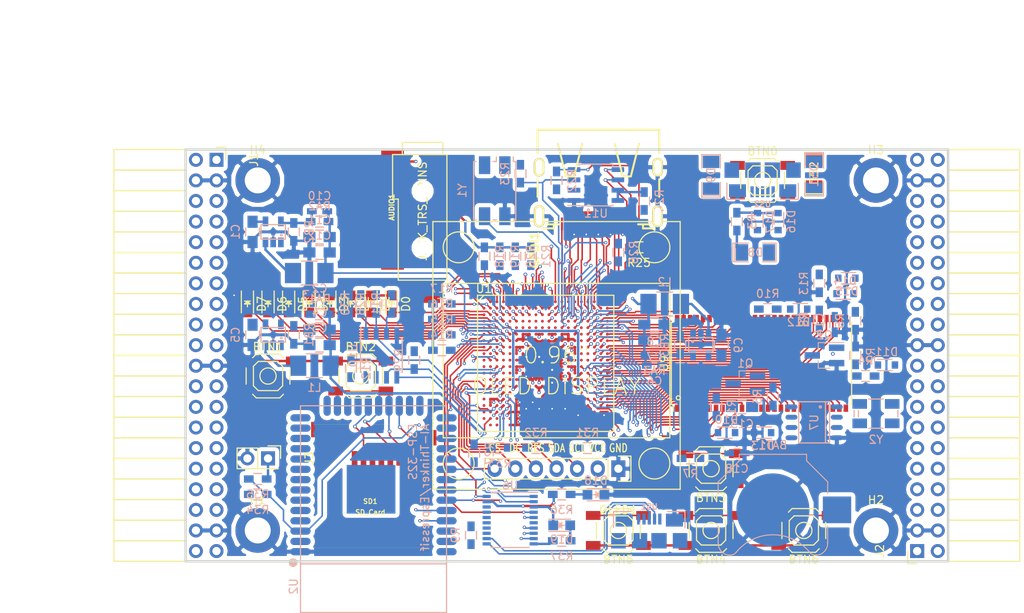
<source format=kicad_pcb>
(kicad_pcb (version 4) (host pcbnew 4.0.5+dfsg1-4)
  (layers (0 F.Cu signal) (1 In1.Cu signal) (2 In2.Cu signal) (31 B.Cu signal) (34 B.Paste user) (35 F.Paste user) (36 B.SilkS user) (37 F.SilkS user) (38 B.Mask user) (39 F.Mask user) (44 Edge.Cuts user))
  (net 0 "")
  (net 1 GND)
  (net 2 +5V)
  (net 3 /gpio/IN5V)
  (net 4 /gpio/OUT5V)
  (net 5 +3V3)
  (net 6 "Net-(L1-Pad1)")
  (net 7 "Net-(L2-Pad1)")
  (net 8 +1V2)
  (net 9 BTN_D)
  (net 10 BTN_F1)
  (net 11 BTN_F2)
  (net 12 BTN_L)
  (net 13 BTN_R)
  (net 14 BTN_U)
  (net 15 /power/FB1)
  (net 16 +2V5)
  (net 17 "Net-(L3-Pad1)")
  (net 18 /power/PWREN)
  (net 19 /power/FB3)
  (net 20 /power/FB2)
  (net 21 "Net-(D9-Pad1)")
  (net 22 /power/VBAT)
  (net 23 JTAG_TDI)
  (net 24 JTAG_TCK)
  (net 25 JTAG_TMS)
  (net 26 JTAG_TDO)
  (net 27 /power/WAKEUPn)
  (net 28 /power/WKUP)
  (net 29 /power/SHUT)
  (net 30 /power/WAKE)
  (net 31 /power/HOLD)
  (net 32 /power/WKn)
  (net 33 /power/OSCI_32k)
  (net 34 /power/OSCO_32k)
  (net 35 "Net-(Q2-Pad3)")
  (net 36 SHUTDOWN)
  (net 37 /analog/AUDIO_L)
  (net 38 /analog/AUDIO_R)
  (net 39 GPDI_5V_SCL)
  (net 40 GPDI_5V_SDA)
  (net 41 GPDI_SDA)
  (net 42 GPDI_SCL)
  (net 43 /gpdi/VREF2)
  (net 44 /blinkey/BTNPU)
  (net 45 SD_CMD)
  (net 46 SD_CLK)
  (net 47 SD_D0)
  (net 48 SD_D1)
  (net 49 USB5V)
  (net 50 "Net-(BTN0-Pad1)")
  (net 51 GPDI_CEC)
  (net 52 nRESET)
  (net 53 FTDI_nDTR)
  (net 54 SDRAM_CKE)
  (net 55 SDRAM_A7)
  (net 56 SDRAM_D15)
  (net 57 SDRAM_BA1)
  (net 58 SDRAM_D7)
  (net 59 SDRAM_A6)
  (net 60 SDRAM_CLK)
  (net 61 SDRAM_D13)
  (net 62 SDRAM_BA0)
  (net 63 SDRAM_D6)
  (net 64 SDRAM_A5)
  (net 65 SDRAM_D14)
  (net 66 SDRAM_A11)
  (net 67 SDRAM_D12)
  (net 68 SDRAM_D5)
  (net 69 SDRAM_A4)
  (net 70 SDRAM_A10)
  (net 71 SDRAM_D11)
  (net 72 SDRAM_A3)
  (net 73 SDRAM_D4)
  (net 74 SDRAM_D10)
  (net 75 SDRAM_D9)
  (net 76 SDRAM_A9)
  (net 77 SDRAM_D3)
  (net 78 SDRAM_D8)
  (net 79 SDRAM_A8)
  (net 80 SDRAM_A2)
  (net 81 SDRAM_A1)
  (net 82 SDRAM_A0)
  (net 83 SDRAM_D2)
  (net 84 SDRAM_D1)
  (net 85 SDRAM_D0)
  (net 86 SDRAM_DQM0)
  (net 87 SDRAM_nCS)
  (net 88 SDRAM_nRAS)
  (net 89 SDRAM_DQM1)
  (net 90 SDRAM_nCAS)
  (net 91 SDRAM_nWE)
  (net 92 /flash/FLASH_nWP)
  (net 93 /flash/FLASH_nHOLD)
  (net 94 /flash/FLASH_MOSI)
  (net 95 /flash/FLASH_MISO)
  (net 96 /flash/FLASH_SCK)
  (net 97 /flash/FLASH_nCS)
  (net 98 /flash/FPGA_PROGRAMN)
  (net 99 /flash/FPGA_DONE)
  (net 100 /flash/FPGA_INITN)
  (net 101 OLED_RES)
  (net 102 OLED_DC)
  (net 103 OLED_CS)
  (net 104 WIFI_EN)
  (net 105 FTDI_nRTS)
  (net 106 WIFI_GPIO2)
  (net 107 FTDI_TXD)
  (net 108 FTDI_RXD)
  (net 109 WIFI_RXD)
  (net 110 WIFI_GPIO0)
  (net 111 WIFI_TXD)
  (net 112 /gpdi/CLK_25MHz)
  (net 113 GPDI_ETH-)
  (net 114 GPDI_ETH+)
  (net 115 GPDI_D2+)
  (net 116 GPDI_D2-)
  (net 117 GPDI_D1+)
  (net 118 GPDI_D1-)
  (net 119 GPDI_D0+)
  (net 120 GPDI_D0-)
  (net 121 GPDI_CLK+)
  (net 122 GPDI_CLK-)
  (net 123 USB_FPGA_D+)
  (net 124 USB_FPGA_D-)
  (net 125 USB_FTDI_D+)
  (net 126 USB_FTDI_D-)
  (net 127 J1_17-)
  (net 128 J1_17+)
  (net 129 J1_23-)
  (net 130 J1_23+)
  (net 131 J1_25-)
  (net 132 J1_25+)
  (net 133 J1_27-)
  (net 134 J1_27+)
  (net 135 J1_29-)
  (net 136 J1_29+)
  (net 137 J1_31-)
  (net 138 J1_31+)
  (net 139 J1_33-)
  (net 140 J1_33+)
  (net 141 J1_35-)
  (net 142 J1_35+)
  (net 143 J2_5-)
  (net 144 J2_5+)
  (net 145 J2_7-)
  (net 146 J2_7+)
  (net 147 J2_9-)
  (net 148 J2_9+)
  (net 149 J2_13-)
  (net 150 J2_13+)
  (net 151 J2_17-)
  (net 152 J2_17+)
  (net 153 J2_11-)
  (net 154 J2_11+)
  (net 155 J2_23-)
  (net 156 J2_23+)
  (net 157 J1_5-)
  (net 158 J1_5+)
  (net 159 J1_7-)
  (net 160 J1_7+)
  (net 161 J1_9-)
  (net 162 J1_9+)
  (net 163 J1_11-)
  (net 164 J1_11+)
  (net 165 J1_13-)
  (net 166 J1_13+)
  (net 167 J1_15-)
  (net 168 J1_15+)
  (net 169 J2_15-)
  (net 170 J2_15+)
  (net 171 J2_25-)
  (net 172 J2_25+)
  (net 173 J2_27-)
  (net 174 J2_27+)
  (net 175 J2_29-)
  (net 176 J2_29+)
  (net 177 J2_31-)
  (net 178 J2_31+)
  (net 179 J2_33-)
  (net 180 J2_33+)
  (net 181 J2_35-)
  (net 182 J2_35+)
  (net 183 SD_D3)
  (net 184 AUDIO_L3)
  (net 185 AUDIO_L2)
  (net 186 AUDIO_L1)
  (net 187 AUDIO_L0)
  (net 188 AUDIO_R3)
  (net 189 AUDIO_R2)
  (net 190 AUDIO_R1)
  (net 191 AUDIO_R0)
  (net 192 OLED_CLK)
  (net 193 OLED_MOSI)
  (net 194 WIFI_GPIO15)
  (net 195 LED0)
  (net 196 LED1)
  (net 197 LED2)
  (net 198 LED3)
  (net 199 LED4)
  (net 200 LED5)
  (net 201 LED6)
  (net 202 LED7)
  (net 203 BTN_PWRn)
  (net 204 "Net-(J3-Pad1)")
  (net 205 FTDI_nTXLED)
  (net 206 FTDI_nSLEEP)
  (net 207 /blinkey/LED_PWREN)
  (net 208 /blinkey/LED_TXLED)
  (net 209 FT3V3)
  (module lfe5bg381:BGA-381_pitch0.8mm_dia0.4mm (layer F.Cu) (at 138.48 87.8)
    (fp_text reference U1 (at -7.6 -9.2) (layer F.SilkS))
    (fp_text value LFE5U-25F-6BG381C)
    (pad A2 smd circle (at -6.8 -7.6) (size 0.35 0.35) (layers F.Cu F.Paste F.Mask) (net 134 J1_27+))
    (pad A3 smd circle (at -6 -7.6) (size 0.35 0.35) (layers F.Cu F.Paste F.Mask) (net 188 AUDIO_R3))
    (pad A4 smd circle (at -5.2 -7.6) (size 0.35 0.35) (layers F.Cu F.Paste F.Mask) (net 132 J1_25+))
    (pad A5 smd circle (at -4.4 -7.6) (size 0.35 0.35) (layers F.Cu F.Paste F.Mask) (net 131 J1_25-))
    (pad A6 smd circle (at -3.6 -7.6) (size 0.35 0.35) (layers F.Cu F.Paste F.Mask) (net 130 J1_23+))
    (pad A7 smd circle (at -2.8 -7.6) (size 0.35 0.35) (layers F.Cu F.Paste F.Mask) (net 168 J1_15+))
    (pad A8 smd circle (at -2 -7.6) (size 0.35 0.35) (layers F.Cu F.Paste F.Mask) (net 167 J1_15-))
    (pad A9 smd circle (at -1.2 -7.6) (size 0.35 0.35) (layers F.Cu F.Paste F.Mask) (net 161 J1_9-))
    (pad A10 smd circle (at -0.4 -7.6) (size 0.35 0.35) (layers F.Cu F.Paste F.Mask) (net 160 J1_7+))
    (pad A11 smd circle (at 0.4 -7.6) (size 0.35 0.35) (layers F.Cu F.Paste F.Mask) (net 159 J1_7-))
    (pad A12 smd circle (at 1.2 -7.6) (size 0.35 0.35) (layers F.Cu F.Paste F.Mask) (net 114 GPDI_ETH+))
    (pad A13 smd circle (at 2 -7.6) (size 0.35 0.35) (layers F.Cu F.Paste F.Mask) (net 113 GPDI_ETH-))
    (pad A14 smd circle (at 2.8 -7.6) (size 0.35 0.35) (layers F.Cu F.Paste F.Mask) (net 115 GPDI_D2+))
    (pad A15 smd circle (at 3.6 -7.6) (size 0.35 0.35) (layers F.Cu F.Paste F.Mask))
    (pad A16 smd circle (at 4.4 -7.6) (size 0.35 0.35) (layers F.Cu F.Paste F.Mask) (net 117 GPDI_D1+))
    (pad A17 smd circle (at 5.2 -7.6) (size 0.35 0.35) (layers F.Cu F.Paste F.Mask) (net 119 GPDI_D0+))
    (pad A18 smd circle (at 6 -7.6) (size 0.35 0.35) (layers F.Cu F.Paste F.Mask) (net 121 GPDI_CLK+))
    (pad A19 smd circle (at 6.8 -7.6) (size 0.35 0.35) (layers F.Cu F.Paste F.Mask) (net 51 GPDI_CEC))
    (pad B1 smd circle (at -7.6 -6.8) (size 0.35 0.35) (layers F.Cu F.Paste F.Mask) (net 133 J1_27-))
    (pad B2 smd circle (at -6.8 -6.8) (size 0.35 0.35) (layers F.Cu F.Paste F.Mask) (net 195 LED0))
    (pad B3 smd circle (at -6 -6.8) (size 0.35 0.35) (layers F.Cu F.Paste F.Mask) (net 187 AUDIO_L0))
    (pad B4 smd circle (at -5.2 -6.8) (size 0.35 0.35) (layers F.Cu F.Paste F.Mask) (net 135 J1_29-))
    (pad B5 smd circle (at -4.4 -6.8) (size 0.35 0.35) (layers F.Cu F.Paste F.Mask) (net 189 AUDIO_R2))
    (pad B6 smd circle (at -3.6 -6.8) (size 0.35 0.35) (layers F.Cu F.Paste F.Mask) (net 129 J1_23-))
    (pad B7 smd circle (at -2.8 -6.8) (size 0.35 0.35) (layers F.Cu F.Paste F.Mask) (net 1 GND))
    (pad B8 smd circle (at -2 -6.8) (size 0.35 0.35) (layers F.Cu F.Paste F.Mask) (net 165 J1_13-))
    (pad B9 smd circle (at -1.2 -6.8) (size 0.35 0.35) (layers F.Cu F.Paste F.Mask) (net 164 J1_11+))
    (pad B10 smd circle (at -0.4 -6.8) (size 0.35 0.35) (layers F.Cu F.Paste F.Mask) (net 162 J1_9+))
    (pad B11 smd circle (at 0.4 -6.8) (size 0.35 0.35) (layers F.Cu F.Paste F.Mask) (net 158 J1_5+))
    (pad B12 smd circle (at 1.2 -6.8) (size 0.35 0.35) (layers F.Cu F.Paste F.Mask) (net 112 /gpdi/CLK_25MHz))
    (pad B13 smd circle (at 2 -6.8) (size 0.35 0.35) (layers F.Cu F.Paste F.Mask) (net 182 J2_35+))
    (pad B14 smd circle (at 2.8 -6.8) (size 0.35 0.35) (layers F.Cu F.Paste F.Mask) (net 1 GND))
    (pad B15 smd circle (at 3.6 -6.8) (size 0.35 0.35) (layers F.Cu F.Paste F.Mask) (net 178 J2_31+))
    (pad B16 smd circle (at 4.4 -6.8) (size 0.35 0.35) (layers F.Cu F.Paste F.Mask) (net 118 GPDI_D1-))
    (pad B17 smd circle (at 5.2 -6.8) (size 0.35 0.35) (layers F.Cu F.Paste F.Mask) (net 174 J2_27+))
    (pad B18 smd circle (at 6 -6.8) (size 0.35 0.35) (layers F.Cu F.Paste F.Mask) (net 120 GPDI_D0-))
    (pad B19 smd circle (at 6.8 -6.8) (size 0.35 0.35) (layers F.Cu F.Paste F.Mask) (net 122 GPDI_CLK-))
    (pad B20 smd circle (at 7.6 -6.8) (size 0.35 0.35) (layers F.Cu F.Paste F.Mask) (net 41 GPDI_SDA))
    (pad C1 smd circle (at -7.6 -6) (size 0.35 0.35) (layers F.Cu F.Paste F.Mask) (net 197 LED2))
    (pad C2 smd circle (at -6.8 -6) (size 0.35 0.35) (layers F.Cu F.Paste F.Mask) (net 196 LED1))
    (pad C3 smd circle (at -6 -6) (size 0.35 0.35) (layers F.Cu F.Paste F.Mask) (net 185 AUDIO_L2))
    (pad C4 smd circle (at -5.2 -6) (size 0.35 0.35) (layers F.Cu F.Paste F.Mask) (net 136 J1_29+))
    (pad C5 smd circle (at -4.4 -6) (size 0.35 0.35) (layers F.Cu F.Paste F.Mask) (net 190 AUDIO_R1))
    (pad C6 smd circle (at -3.6 -6) (size 0.35 0.35) (layers F.Cu F.Paste F.Mask) (net 128 J1_17+))
    (pad C7 smd circle (at -2.8 -6) (size 0.35 0.35) (layers F.Cu F.Paste F.Mask) (net 127 J1_17-))
    (pad C8 smd circle (at -2 -6) (size 0.35 0.35) (layers F.Cu F.Paste F.Mask) (net 166 J1_13+))
    (pad C9 smd circle (at -1.2 -6) (size 0.35 0.35) (layers F.Cu F.Paste F.Mask))
    (pad C10 smd circle (at -0.4 -6) (size 0.35 0.35) (layers F.Cu F.Paste F.Mask) (net 163 J1_11-))
    (pad C11 smd circle (at 0.4 -6) (size 0.35 0.35) (layers F.Cu F.Paste F.Mask) (net 157 J1_5-))
    (pad C12 smd circle (at 1.2 -6) (size 0.35 0.35) (layers F.Cu F.Paste F.Mask) (net 42 GPDI_SCL))
    (pad C13 smd circle (at 2 -6) (size 0.35 0.35) (layers F.Cu F.Paste F.Mask) (net 181 J2_35-))
    (pad C14 smd circle (at 2.8 -6) (size 0.35 0.35) (layers F.Cu F.Paste F.Mask) (net 116 GPDI_D2-))
    (pad C15 smd circle (at 3.6 -6) (size 0.35 0.35) (layers F.Cu F.Paste F.Mask) (net 177 J2_31-))
    (pad C16 smd circle (at 4.4 -6) (size 0.35 0.35) (layers F.Cu F.Paste F.Mask) (net 176 J2_29+))
    (pad C17 smd circle (at 5.2 -6) (size 0.35 0.35) (layers F.Cu F.Paste F.Mask) (net 173 J2_27-))
    (pad C18 smd circle (at 6 -6) (size 0.35 0.35) (layers F.Cu F.Paste F.Mask) (net 156 J2_23+))
    (pad C19 smd circle (at 6.8 -6) (size 0.35 0.35) (layers F.Cu F.Paste F.Mask) (net 1 GND))
    (pad C20 smd circle (at 7.6 -6) (size 0.35 0.35) (layers F.Cu F.Paste F.Mask) (net 56 SDRAM_D15))
    (pad D1 smd circle (at -7.6 -5.2) (size 0.35 0.35) (layers F.Cu F.Paste F.Mask) (net 199 LED4))
    (pad D2 smd circle (at -6.8 -5.2) (size 0.35 0.35) (layers F.Cu F.Paste F.Mask) (net 198 LED3))
    (pad D3 smd circle (at -6 -5.2) (size 0.35 0.35) (layers F.Cu F.Paste F.Mask) (net 186 AUDIO_L1))
    (pad D4 smd circle (at -5.2 -5.2) (size 0.35 0.35) (layers F.Cu F.Paste F.Mask) (net 1 GND))
    (pad D5 smd circle (at -4.4 -5.2) (size 0.35 0.35) (layers F.Cu F.Paste F.Mask))
    (pad D6 smd circle (at -3.6 -5.2) (size 0.35 0.35) (layers F.Cu F.Paste F.Mask) (net 203 BTN_PWRn))
    (pad D7 smd circle (at -2.8 -5.2) (size 0.35 0.35) (layers F.Cu F.Paste F.Mask))
    (pad D8 smd circle (at -2 -5.2) (size 0.35 0.35) (layers F.Cu F.Paste F.Mask))
    (pad D9 smd circle (at -1.2 -5.2) (size 0.35 0.35) (layers F.Cu F.Paste F.Mask))
    (pad D10 smd circle (at -0.4 -5.2) (size 0.35 0.35) (layers F.Cu F.Paste F.Mask))
    (pad D11 smd circle (at 0.4 -5.2) (size 0.35 0.35) (layers F.Cu F.Paste F.Mask) (net 14 BTN_U))
    (pad D12 smd circle (at 1.2 -5.2) (size 0.35 0.35) (layers F.Cu F.Paste F.Mask))
    (pad D13 smd circle (at 2 -5.2) (size 0.35 0.35) (layers F.Cu F.Paste F.Mask) (net 180 J2_33+))
    (pad D14 smd circle (at 2.8 -5.2) (size 0.35 0.35) (layers F.Cu F.Paste F.Mask))
    (pad D15 smd circle (at 3.6 -5.2) (size 0.35 0.35) (layers F.Cu F.Paste F.Mask) (net 172 J2_25+))
    (pad D16 smd circle (at 4.4 -5.2) (size 0.35 0.35) (layers F.Cu F.Paste F.Mask) (net 175 J2_29-))
    (pad D17 smd circle (at 5.2 -5.2) (size 0.35 0.35) (layers F.Cu F.Paste F.Mask) (net 155 J2_23-))
    (pad D18 smd circle (at 6 -5.2) (size 0.35 0.35) (layers F.Cu F.Paste F.Mask) (net 152 J2_17+))
    (pad D19 smd circle (at 6.8 -5.2) (size 0.35 0.35) (layers F.Cu F.Paste F.Mask) (net 65 SDRAM_D14))
    (pad D20 smd circle (at 7.6 -5.2) (size 0.35 0.35) (layers F.Cu F.Paste F.Mask) (net 61 SDRAM_D13))
    (pad E1 smd circle (at -7.6 -4.4) (size 0.35 0.35) (layers F.Cu F.Paste F.Mask) (net 201 LED6))
    (pad E2 smd circle (at -6.8 -4.4) (size 0.35 0.35) (layers F.Cu F.Paste F.Mask) (net 200 LED5))
    (pad E3 smd circle (at -6 -4.4) (size 0.35 0.35) (layers F.Cu F.Paste F.Mask) (net 137 J1_31-))
    (pad E4 smd circle (at -5.2 -4.4) (size 0.35 0.35) (layers F.Cu F.Paste F.Mask))
    (pad E5 smd circle (at -4.4 -4.4) (size 0.35 0.35) (layers F.Cu F.Paste F.Mask) (net 184 AUDIO_L3))
    (pad E6 smd circle (at -3.6 -4.4) (size 0.35 0.35) (layers F.Cu F.Paste F.Mask))
    (pad E7 smd circle (at -2.8 -4.4) (size 0.35 0.35) (layers F.Cu F.Paste F.Mask))
    (pad E8 smd circle (at -2 -4.4) (size 0.35 0.35) (layers F.Cu F.Paste F.Mask))
    (pad E9 smd circle (at -1.2 -4.4) (size 0.35 0.35) (layers F.Cu F.Paste F.Mask))
    (pad E10 smd circle (at -0.4 -4.4) (size 0.35 0.35) (layers F.Cu F.Paste F.Mask))
    (pad E11 smd circle (at 0.4 -4.4) (size 0.35 0.35) (layers F.Cu F.Paste F.Mask))
    (pad E12 smd circle (at 1.2 -4.4) (size 0.35 0.35) (layers F.Cu F.Paste F.Mask))
    (pad E13 smd circle (at 2 -4.4) (size 0.35 0.35) (layers F.Cu F.Paste F.Mask) (net 179 J2_33-))
    (pad E14 smd circle (at 2.8 -4.4) (size 0.35 0.35) (layers F.Cu F.Paste F.Mask))
    (pad E15 smd circle (at 3.6 -4.4) (size 0.35 0.35) (layers F.Cu F.Paste F.Mask) (net 171 J2_25-))
    (pad E16 smd circle (at 4.4 -4.4) (size 0.35 0.35) (layers F.Cu F.Paste F.Mask))
    (pad E17 smd circle (at 5.2 -4.4) (size 0.35 0.35) (layers F.Cu F.Paste F.Mask) (net 151 J2_17-))
    (pad E18 smd circle (at 6 -4.4) (size 0.35 0.35) (layers F.Cu F.Paste F.Mask) (net 73 SDRAM_D4))
    (pad E19 smd circle (at 6.8 -4.4) (size 0.35 0.35) (layers F.Cu F.Paste F.Mask) (net 67 SDRAM_D12))
    (pad E20 smd circle (at 7.6 -4.4) (size 0.35 0.35) (layers F.Cu F.Paste F.Mask) (net 71 SDRAM_D11))
    (pad F1 smd circle (at -7.6 -3.6) (size 0.35 0.35) (layers F.Cu F.Paste F.Mask) (net 108 FTDI_RXD))
    (pad F2 smd circle (at -6.8 -3.6) (size 0.35 0.35) (layers F.Cu F.Paste F.Mask) (net 202 LED7))
    (pad F3 smd circle (at -6 -3.6) (size 0.35 0.35) (layers F.Cu F.Paste F.Mask) (net 139 J1_33-))
    (pad F4 smd circle (at -5.2 -3.6) (size 0.35 0.35) (layers F.Cu F.Paste F.Mask) (net 138 J1_31+))
    (pad F5 smd circle (at -4.4 -3.6) (size 0.35 0.35) (layers F.Cu F.Paste F.Mask) (net 191 AUDIO_R0))
    (pad F6 smd circle (at -3.6 -3.6) (size 0.35 0.35) (layers F.Cu F.Paste F.Mask) (net 16 +2V5))
    (pad F7 smd circle (at -2.8 -3.6) (size 0.35 0.35) (layers F.Cu F.Paste F.Mask) (net 1 GND))
    (pad F8 smd circle (at -2 -3.6) (size 0.35 0.35) (layers F.Cu F.Paste F.Mask) (net 1 GND))
    (pad F9 smd circle (at -1.2 -3.6) (size 0.35 0.35) (layers F.Cu F.Paste F.Mask) (net 5 +3V3))
    (pad F10 smd circle (at -0.4 -3.6) (size 0.35 0.35) (layers F.Cu F.Paste F.Mask) (net 5 +3V3))
    (pad F11 smd circle (at 0.4 -3.6) (size 0.35 0.35) (layers F.Cu F.Paste F.Mask) (net 5 +3V3))
    (pad F12 smd circle (at 1.2 -3.6) (size 0.35 0.35) (layers F.Cu F.Paste F.Mask) (net 5 +3V3))
    (pad F13 smd circle (at 2 -3.6) (size 0.35 0.35) (layers F.Cu F.Paste F.Mask) (net 1 GND))
    (pad F14 smd circle (at 2.8 -3.6) (size 0.35 0.35) (layers F.Cu F.Paste F.Mask) (net 1 GND))
    (pad F15 smd circle (at 3.6 -3.6) (size 0.35 0.35) (layers F.Cu F.Paste F.Mask) (net 16 +2V5))
    (pad F16 smd circle (at 4.4 -3.6) (size 0.35 0.35) (layers F.Cu F.Paste F.Mask))
    (pad F17 smd circle (at 5.2 -3.6) (size 0.35 0.35) (layers F.Cu F.Paste F.Mask) (net 170 J2_15+))
    (pad F18 smd circle (at 6 -3.6) (size 0.35 0.35) (layers F.Cu F.Paste F.Mask) (net 68 SDRAM_D5))
    (pad F19 smd circle (at 6.8 -3.6) (size 0.35 0.35) (layers F.Cu F.Paste F.Mask) (net 74 SDRAM_D10))
    (pad F20 smd circle (at 7.6 -3.6) (size 0.35 0.35) (layers F.Cu F.Paste F.Mask) (net 75 SDRAM_D9))
    (pad G1 smd circle (at -7.6 -2.8) (size 0.35 0.35) (layers F.Cu F.Paste F.Mask) (net 107 FTDI_TXD))
    (pad G2 smd circle (at -6.8 -2.8) (size 0.35 0.35) (layers F.Cu F.Paste F.Mask) (net 109 WIFI_RXD))
    (pad G3 smd circle (at -6 -2.8) (size 0.35 0.35) (layers F.Cu F.Paste F.Mask) (net 140 J1_33+))
    (pad G4 smd circle (at -5.2 -2.8) (size 0.35 0.35) (layers F.Cu F.Paste F.Mask) (net 1 GND))
    (pad G5 smd circle (at -4.4 -2.8) (size 0.35 0.35) (layers F.Cu F.Paste F.Mask) (net 141 J1_35-))
    (pad G6 smd circle (at -3.6 -2.8) (size 0.35 0.35) (layers F.Cu F.Paste F.Mask) (net 1 GND))
    (pad G7 smd circle (at -2.8 -2.8) (size 0.35 0.35) (layers F.Cu F.Paste F.Mask) (net 1 GND))
    (pad G8 smd circle (at -2 -2.8) (size 0.35 0.35) (layers F.Cu F.Paste F.Mask) (net 1 GND))
    (pad G9 smd circle (at -1.2 -2.8) (size 0.35 0.35) (layers F.Cu F.Paste F.Mask) (net 1 GND))
    (pad G10 smd circle (at -0.4 -2.8) (size 0.35 0.35) (layers F.Cu F.Paste F.Mask) (net 1 GND))
    (pad G11 smd circle (at 0.4 -2.8) (size 0.35 0.35) (layers F.Cu F.Paste F.Mask) (net 1 GND))
    (pad G12 smd circle (at 1.2 -2.8) (size 0.35 0.35) (layers F.Cu F.Paste F.Mask) (net 1 GND))
    (pad G13 smd circle (at 2 -2.8) (size 0.35 0.35) (layers F.Cu F.Paste F.Mask) (net 1 GND))
    (pad G14 smd circle (at 2.8 -2.8) (size 0.35 0.35) (layers F.Cu F.Paste F.Mask) (net 1 GND))
    (pad G15 smd circle (at 3.6 -2.8) (size 0.35 0.35) (layers F.Cu F.Paste F.Mask) (net 1 GND))
    (pad G16 smd circle (at 4.4 -2.8) (size 0.35 0.35) (layers F.Cu F.Paste F.Mask))
    (pad G17 smd circle (at 5.2 -2.8) (size 0.35 0.35) (layers F.Cu F.Paste F.Mask) (net 1 GND))
    (pad G18 smd circle (at 6 -2.8) (size 0.35 0.35) (layers F.Cu F.Paste F.Mask) (net 169 J2_15-))
    (pad G19 smd circle (at 6.8 -2.8) (size 0.35 0.35) (layers F.Cu F.Paste F.Mask) (net 78 SDRAM_D8))
    (pad G20 smd circle (at 7.6 -2.8) (size 0.35 0.35) (layers F.Cu F.Paste F.Mask) (net 89 SDRAM_DQM1))
    (pad H1 smd circle (at -7.6 -2) (size 0.35 0.35) (layers F.Cu F.Paste F.Mask) (net 110 WIFI_GPIO0))
    (pad H2 smd circle (at -6.8 -2) (size 0.35 0.35) (layers F.Cu F.Paste F.Mask) (net 111 WIFI_TXD))
    (pad H3 smd circle (at -6 -2) (size 0.35 0.35) (layers F.Cu F.Paste F.Mask))
    (pad H4 smd circle (at -5.2 -2) (size 0.35 0.35) (layers F.Cu F.Paste F.Mask) (net 142 J1_35+))
    (pad H5 smd circle (at -4.4 -2) (size 0.35 0.35) (layers F.Cu F.Paste F.Mask))
    (pad H6 smd circle (at -3.6 -2) (size 0.35 0.35) (layers F.Cu F.Paste F.Mask) (net 5 +3V3))
    (pad H7 smd circle (at -2.8 -2) (size 0.35 0.35) (layers F.Cu F.Paste F.Mask) (net 5 +3V3))
    (pad H8 smd circle (at -2 -2) (size 0.35 0.35) (layers F.Cu F.Paste F.Mask) (net 8 +1V2))
    (pad H9 smd circle (at -1.2 -2) (size 0.35 0.35) (layers F.Cu F.Paste F.Mask) (net 8 +1V2))
    (pad H10 smd circle (at -0.4 -2) (size 0.35 0.35) (layers F.Cu F.Paste F.Mask) (net 8 +1V2))
    (pad H11 smd circle (at 0.4 -2) (size 0.35 0.35) (layers F.Cu F.Paste F.Mask) (net 8 +1V2))
    (pad H12 smd circle (at 1.2 -2) (size 0.35 0.35) (layers F.Cu F.Paste F.Mask) (net 8 +1V2))
    (pad H13 smd circle (at 2 -2) (size 0.35 0.35) (layers F.Cu F.Paste F.Mask) (net 8 +1V2))
    (pad H14 smd circle (at 2.8 -2) (size 0.35 0.35) (layers F.Cu F.Paste F.Mask) (net 5 +3V3))
    (pad H15 smd circle (at 3.6 -2) (size 0.35 0.35) (layers F.Cu F.Paste F.Mask) (net 5 +3V3))
    (pad H16 smd circle (at 4.4 -2) (size 0.35 0.35) (layers F.Cu F.Paste F.Mask))
    (pad H17 smd circle (at 5.2 -2) (size 0.35 0.35) (layers F.Cu F.Paste F.Mask) (net 149 J2_13-))
    (pad H18 smd circle (at 6 -2) (size 0.35 0.35) (layers F.Cu F.Paste F.Mask) (net 150 J2_13+))
    (pad H19 smd circle (at 6.8 -2) (size 0.35 0.35) (layers F.Cu F.Paste F.Mask) (net 1 GND))
    (pad H20 smd circle (at 7.6 -2) (size 0.35 0.35) (layers F.Cu F.Paste F.Mask) (net 60 SDRAM_CLK))
    (pad J1 smd circle (at -7.6 -1.2) (size 0.35 0.35) (layers F.Cu F.Paste F.Mask))
    (pad J2 smd circle (at -6.8 -1.2) (size 0.35 0.35) (layers F.Cu F.Paste F.Mask) (net 1 GND))
    (pad J3 smd circle (at -6 -1.2) (size 0.35 0.35) (layers F.Cu F.Paste F.Mask) (net 194 WIFI_GPIO15))
    (pad J4 smd circle (at -5.2 -1.2) (size 0.35 0.35) (layers F.Cu F.Paste F.Mask) (net 106 WIFI_GPIO2))
    (pad J5 smd circle (at -4.4 -1.2) (size 0.35 0.35) (layers F.Cu F.Paste F.Mask))
    (pad J6 smd circle (at -3.6 -1.2) (size 0.35 0.35) (layers F.Cu F.Paste F.Mask) (net 5 +3V3))
    (pad J7 smd circle (at -2.8 -1.2) (size 0.35 0.35) (layers F.Cu F.Paste F.Mask) (net 1 GND))
    (pad J8 smd circle (at -2 -1.2) (size 0.35 0.35) (layers F.Cu F.Paste F.Mask) (net 8 +1V2))
    (pad J9 smd circle (at -1.2 -1.2) (size 0.35 0.35) (layers F.Cu F.Paste F.Mask) (net 1 GND))
    (pad J10 smd circle (at -0.4 -1.2) (size 0.35 0.35) (layers F.Cu F.Paste F.Mask) (net 1 GND))
    (pad J11 smd circle (at 0.4 -1.2) (size 0.35 0.35) (layers F.Cu F.Paste F.Mask) (net 1 GND))
    (pad J12 smd circle (at 1.2 -1.2) (size 0.35 0.35) (layers F.Cu F.Paste F.Mask) (net 1 GND))
    (pad J13 smd circle (at 2 -1.2) (size 0.35 0.35) (layers F.Cu F.Paste F.Mask) (net 8 +1V2))
    (pad J14 smd circle (at 2.8 -1.2) (size 0.35 0.35) (layers F.Cu F.Paste F.Mask) (net 1 GND))
    (pad J15 smd circle (at 3.6 -1.2) (size 0.35 0.35) (layers F.Cu F.Paste F.Mask) (net 5 +3V3))
    (pad J16 smd circle (at 4.4 -1.2) (size 0.35 0.35) (layers F.Cu F.Paste F.Mask))
    (pad J17 smd circle (at 5.2 -1.2) (size 0.35 0.35) (layers F.Cu F.Paste F.Mask))
    (pad J18 smd circle (at 6 -1.2) (size 0.35 0.35) (layers F.Cu F.Paste F.Mask) (net 77 SDRAM_D3))
    (pad J19 smd circle (at 6.8 -1.2) (size 0.35 0.35) (layers F.Cu F.Paste F.Mask) (net 54 SDRAM_CKE))
    (pad J20 smd circle (at 7.6 -1.2) (size 0.35 0.35) (layers F.Cu F.Paste F.Mask) (net 66 SDRAM_A11))
    (pad K1 smd circle (at -7.6 -0.4) (size 0.35 0.35) (layers F.Cu F.Paste F.Mask))
    (pad K2 smd circle (at -6.8 -0.4) (size 0.35 0.35) (layers F.Cu F.Paste F.Mask) (net 53 FTDI_nDTR))
    (pad K3 smd circle (at -6 -0.4) (size 0.35 0.35) (layers F.Cu F.Paste F.Mask) (net 105 FTDI_nRTS))
    (pad K4 smd circle (at -5.2 -0.4) (size 0.35 0.35) (layers F.Cu F.Paste F.Mask))
    (pad K5 smd circle (at -4.4 -0.4) (size 0.35 0.35) (layers F.Cu F.Paste F.Mask))
    (pad K6 smd circle (at -3.6 -0.4) (size 0.35 0.35) (layers F.Cu F.Paste F.Mask) (net 1 GND))
    (pad K7 smd circle (at -2.8 -0.4) (size 0.35 0.35) (layers F.Cu F.Paste F.Mask) (net 1 GND))
    (pad K8 smd circle (at -2 -0.4) (size 0.35 0.35) (layers F.Cu F.Paste F.Mask) (net 8 +1V2))
    (pad K9 smd circle (at -1.2 -0.4) (size 0.35 0.35) (layers F.Cu F.Paste F.Mask) (net 1 GND))
    (pad K10 smd circle (at -0.4 -0.4) (size 0.35 0.35) (layers F.Cu F.Paste F.Mask) (net 1 GND))
    (pad K11 smd circle (at 0.4 -0.4) (size 0.35 0.35) (layers F.Cu F.Paste F.Mask) (net 1 GND))
    (pad K12 smd circle (at 1.2 -0.4) (size 0.35 0.35) (layers F.Cu F.Paste F.Mask) (net 1 GND))
    (pad K13 smd circle (at 2 -0.4) (size 0.35 0.35) (layers F.Cu F.Paste F.Mask) (net 8 +1V2))
    (pad K14 smd circle (at 2.8 -0.4) (size 0.35 0.35) (layers F.Cu F.Paste F.Mask) (net 1 GND))
    (pad K15 smd circle (at 3.6 -0.4) (size 0.35 0.35) (layers F.Cu F.Paste F.Mask) (net 1 GND))
    (pad K16 smd circle (at 4.4 -0.4) (size 0.35 0.35) (layers F.Cu F.Paste F.Mask))
    (pad K17 smd circle (at 5.2 -0.4) (size 0.35 0.35) (layers F.Cu F.Paste F.Mask))
    (pad K18 smd circle (at 6 -0.4) (size 0.35 0.35) (layers F.Cu F.Paste F.Mask) (net 83 SDRAM_D2))
    (pad K19 smd circle (at 6.8 -0.4) (size 0.35 0.35) (layers F.Cu F.Paste F.Mask) (net 76 SDRAM_A9))
    (pad K20 smd circle (at 7.6 -0.4) (size 0.35 0.35) (layers F.Cu F.Paste F.Mask) (net 79 SDRAM_A8))
    (pad L1 smd circle (at -7.6 0.4) (size 0.35 0.35) (layers F.Cu F.Paste F.Mask) (net 47 SD_D0))
    (pad L2 smd circle (at -6.8 0.4) (size 0.35 0.35) (layers F.Cu F.Paste F.Mask))
    (pad L3 smd circle (at -6 0.4) (size 0.35 0.35) (layers F.Cu F.Paste F.Mask) (net 103 OLED_CS))
    (pad L4 smd circle (at -5.2 0.4) (size 0.35 0.35) (layers F.Cu F.Paste F.Mask) (net 104 WIFI_EN))
    (pad L5 smd circle (at -4.4 0.4) (size 0.35 0.35) (layers F.Cu F.Paste F.Mask))
    (pad L6 smd circle (at -3.6 0.4) (size 0.35 0.35) (layers F.Cu F.Paste F.Mask) (net 5 +3V3))
    (pad L7 smd circle (at -2.8 0.4) (size 0.35 0.35) (layers F.Cu F.Paste F.Mask) (net 5 +3V3))
    (pad L8 smd circle (at -2 0.4) (size 0.35 0.35) (layers F.Cu F.Paste F.Mask) (net 8 +1V2))
    (pad L9 smd circle (at -1.2 0.4) (size 0.35 0.35) (layers F.Cu F.Paste F.Mask) (net 1 GND))
    (pad L10 smd circle (at -0.4 0.4) (size 0.35 0.35) (layers F.Cu F.Paste F.Mask) (net 1 GND))
    (pad L11 smd circle (at 0.4 0.4) (size 0.35 0.35) (layers F.Cu F.Paste F.Mask) (net 1 GND))
    (pad L12 smd circle (at 1.2 0.4) (size 0.35 0.35) (layers F.Cu F.Paste F.Mask) (net 1 GND))
    (pad L13 smd circle (at 2 0.4) (size 0.35 0.35) (layers F.Cu F.Paste F.Mask) (net 8 +1V2))
    (pad L14 smd circle (at 2.8 0.4) (size 0.35 0.35) (layers F.Cu F.Paste F.Mask) (net 5 +3V3))
    (pad L15 smd circle (at 3.6 0.4) (size 0.35 0.35) (layers F.Cu F.Paste F.Mask) (net 5 +3V3))
    (pad L16 smd circle (at 4.4 0.4) (size 0.35 0.35) (layers F.Cu F.Paste F.Mask) (net 154 J2_11+))
    (pad L17 smd circle (at 5.2 0.4) (size 0.35 0.35) (layers F.Cu F.Paste F.Mask) (net 153 J2_11-))
    (pad L18 smd circle (at 6 0.4) (size 0.35 0.35) (layers F.Cu F.Paste F.Mask) (net 84 SDRAM_D1))
    (pad L19 smd circle (at 6.8 0.4) (size 0.35 0.35) (layers F.Cu F.Paste F.Mask) (net 55 SDRAM_A7))
    (pad L20 smd circle (at 7.6 0.4) (size 0.35 0.35) (layers F.Cu F.Paste F.Mask) (net 59 SDRAM_A6))
    (pad M1 smd circle (at -7.6 1.2) (size 0.35 0.35) (layers F.Cu F.Paste F.Mask) (net 45 SD_CMD))
    (pad M2 smd circle (at -6.8 1.2) (size 0.35 0.35) (layers F.Cu F.Paste F.Mask) (net 1 GND))
    (pad M3 smd circle (at -6 1.2) (size 0.35 0.35) (layers F.Cu F.Paste F.Mask) (net 124 USB_FPGA_D-))
    (pad M4 smd circle (at -5.2 1.2) (size 0.35 0.35) (layers F.Cu F.Paste F.Mask))
    (pad M5 smd circle (at -4.4 1.2) (size 0.35 0.35) (layers F.Cu F.Paste F.Mask))
    (pad M6 smd circle (at -3.6 1.2) (size 0.35 0.35) (layers F.Cu F.Paste F.Mask) (net 5 +3V3))
    (pad M7 smd circle (at -2.8 1.2) (size 0.35 0.35) (layers F.Cu F.Paste F.Mask) (net 1 GND))
    (pad M8 smd circle (at -2 1.2) (size 0.35 0.35) (layers F.Cu F.Paste F.Mask) (net 8 +1V2))
    (pad M9 smd circle (at -1.2 1.2) (size 0.35 0.35) (layers F.Cu F.Paste F.Mask) (net 1 GND))
    (pad M10 smd circle (at -0.4 1.2) (size 0.35 0.35) (layers F.Cu F.Paste F.Mask) (net 1 GND))
    (pad M11 smd circle (at 0.4 1.2) (size 0.35 0.35) (layers F.Cu F.Paste F.Mask) (net 1 GND))
    (pad M12 smd circle (at 1.2 1.2) (size 0.35 0.35) (layers F.Cu F.Paste F.Mask) (net 1 GND))
    (pad M13 smd circle (at 2 1.2) (size 0.35 0.35) (layers F.Cu F.Paste F.Mask) (net 8 +1V2))
    (pad M14 smd circle (at 2.8 1.2) (size 0.35 0.35) (layers F.Cu F.Paste F.Mask) (net 1 GND))
    (pad M15 smd circle (at 3.6 1.2) (size 0.35 0.35) (layers F.Cu F.Paste F.Mask) (net 5 +3V3))
    (pad M16 smd circle (at 4.4 1.2) (size 0.35 0.35) (layers F.Cu F.Paste F.Mask) (net 1 GND))
    (pad M17 smd circle (at 5.2 1.2) (size 0.35 0.35) (layers F.Cu F.Paste F.Mask) (net 147 J2_9-))
    (pad M18 smd circle (at 6 1.2) (size 0.35 0.35) (layers F.Cu F.Paste F.Mask) (net 85 SDRAM_D0))
    (pad M19 smd circle (at 6.8 1.2) (size 0.35 0.35) (layers F.Cu F.Paste F.Mask) (net 64 SDRAM_A5))
    (pad M20 smd circle (at 7.6 1.2) (size 0.35 0.35) (layers F.Cu F.Paste F.Mask) (net 69 SDRAM_A4))
    (pad N1 smd circle (at -7.6 2) (size 0.35 0.35) (layers F.Cu F.Paste F.Mask) (net 46 SD_CLK))
    (pad N2 smd circle (at -6.8 2) (size 0.35 0.35) (layers F.Cu F.Paste F.Mask) (net 183 SD_D3))
    (pad N3 smd circle (at -6 2) (size 0.35 0.35) (layers F.Cu F.Paste F.Mask) (net 123 USB_FPGA_D+))
    (pad N4 smd circle (at -5.2 2) (size 0.35 0.35) (layers F.Cu F.Paste F.Mask) (net 48 SD_D1))
    (pad N5 smd circle (at -4.4 2) (size 0.35 0.35) (layers F.Cu F.Paste F.Mask))
    (pad N6 smd circle (at -3.6 2) (size 0.35 0.35) (layers F.Cu F.Paste F.Mask) (net 1 GND))
    (pad N7 smd circle (at -2.8 2) (size 0.35 0.35) (layers F.Cu F.Paste F.Mask) (net 1 GND))
    (pad N8 smd circle (at -2 2) (size 0.35 0.35) (layers F.Cu F.Paste F.Mask) (net 8 +1V2))
    (pad N9 smd circle (at -1.2 2) (size 0.35 0.35) (layers F.Cu F.Paste F.Mask) (net 8 +1V2))
    (pad N10 smd circle (at -0.4 2) (size 0.35 0.35) (layers F.Cu F.Paste F.Mask) (net 8 +1V2))
    (pad N11 smd circle (at 0.4 2) (size 0.35 0.35) (layers F.Cu F.Paste F.Mask) (net 8 +1V2))
    (pad N12 smd circle (at 1.2 2) (size 0.35 0.35) (layers F.Cu F.Paste F.Mask) (net 8 +1V2))
    (pad N13 smd circle (at 2 2) (size 0.35 0.35) (layers F.Cu F.Paste F.Mask) (net 8 +1V2))
    (pad N14 smd circle (at 2.8 2) (size 0.35 0.35) (layers F.Cu F.Paste F.Mask) (net 1 GND))
    (pad N15 smd circle (at 3.6 2) (size 0.35 0.35) (layers F.Cu F.Paste F.Mask) (net 1 GND))
    (pad N16 smd circle (at 4.4 2) (size 0.35 0.35) (layers F.Cu F.Paste F.Mask) (net 148 J2_9+))
    (pad N17 smd circle (at 5.2 2) (size 0.35 0.35) (layers F.Cu F.Paste F.Mask) (net 146 J2_7+))
    (pad N18 smd circle (at 6 2) (size 0.35 0.35) (layers F.Cu F.Paste F.Mask) (net 63 SDRAM_D6))
    (pad N19 smd circle (at 6.8 2) (size 0.35 0.35) (layers F.Cu F.Paste F.Mask) (net 72 SDRAM_A3))
    (pad N20 smd circle (at 7.6 2) (size 0.35 0.35) (layers F.Cu F.Paste F.Mask) (net 80 SDRAM_A2))
    (pad P1 smd circle (at -7.6 2.8) (size 0.35 0.35) (layers F.Cu F.Paste F.Mask) (net 102 OLED_DC))
    (pad P2 smd circle (at -6.8 2.8) (size 0.35 0.35) (layers F.Cu F.Paste F.Mask) (net 101 OLED_RES))
    (pad P3 smd circle (at -6 2.8) (size 0.35 0.35) (layers F.Cu F.Paste F.Mask) (net 193 OLED_MOSI))
    (pad P4 smd circle (at -5.2 2.8) (size 0.35 0.35) (layers F.Cu F.Paste F.Mask) (net 192 OLED_CLK))
    (pad P5 smd circle (at -4.4 2.8) (size 0.35 0.35) (layers F.Cu F.Paste F.Mask))
    (pad P6 smd circle (at -3.6 2.8) (size 0.35 0.35) (layers F.Cu F.Paste F.Mask) (net 16 +2V5))
    (pad P7 smd circle (at -2.8 2.8) (size 0.35 0.35) (layers F.Cu F.Paste F.Mask) (net 1 GND))
    (pad P8 smd circle (at -2 2.8) (size 0.35 0.35) (layers F.Cu F.Paste F.Mask) (net 1 GND))
    (pad P9 smd circle (at -1.2 2.8) (size 0.35 0.35) (layers F.Cu F.Paste F.Mask) (net 5 +3V3))
    (pad P10 smd circle (at -0.4 2.8) (size 0.35 0.35) (layers F.Cu F.Paste F.Mask) (net 5 +3V3))
    (pad P11 smd circle (at 0.4 2.8) (size 0.35 0.35) (layers F.Cu F.Paste F.Mask) (net 1 GND))
    (pad P12 smd circle (at 1.2 2.8) (size 0.35 0.35) (layers F.Cu F.Paste F.Mask) (net 1 GND))
    (pad P13 smd circle (at 2 2.8) (size 0.35 0.35) (layers F.Cu F.Paste F.Mask) (net 1 GND))
    (pad P14 smd circle (at 2.8 2.8) (size 0.35 0.35) (layers F.Cu F.Paste F.Mask) (net 1 GND))
    (pad P15 smd circle (at 3.6 2.8) (size 0.35 0.35) (layers F.Cu F.Paste F.Mask) (net 16 +2V5))
    (pad P16 smd circle (at 4.4 2.8) (size 0.35 0.35) (layers F.Cu F.Paste F.Mask) (net 145 J2_7-))
    (pad P17 smd circle (at 5.2 2.8) (size 0.35 0.35) (layers F.Cu F.Paste F.Mask))
    (pad P18 smd circle (at 6 2.8) (size 0.35 0.35) (layers F.Cu F.Paste F.Mask) (net 58 SDRAM_D7))
    (pad P19 smd circle (at 6.8 2.8) (size 0.35 0.35) (layers F.Cu F.Paste F.Mask) (net 81 SDRAM_A1))
    (pad P20 smd circle (at 7.6 2.8) (size 0.35 0.35) (layers F.Cu F.Paste F.Mask) (net 82 SDRAM_A0))
    (pad R1 smd circle (at -7.6 3.6) (size 0.35 0.35) (layers F.Cu F.Paste F.Mask) (net 10 BTN_F1))
    (pad R2 smd circle (at -6.8 3.6) (size 0.35 0.35) (layers F.Cu F.Paste F.Mask) (net 97 /flash/FLASH_nCS))
    (pad R3 smd circle (at -6 3.6) (size 0.35 0.35) (layers F.Cu F.Paste F.Mask))
    (pad R4 smd circle (at -5.2 3.6) (size 0.35 0.35) (layers F.Cu F.Paste F.Mask) (net 1 GND))
    (pad R5 smd circle (at -4.4 3.6) (size 0.35 0.35) (layers F.Cu F.Paste F.Mask) (net 23 JTAG_TDI))
    (pad R16 smd circle (at 4.4 3.6) (size 0.35 0.35) (layers F.Cu F.Paste F.Mask))
    (pad R17 smd circle (at 5.2 3.6) (size 0.35 0.35) (layers F.Cu F.Paste F.Mask))
    (pad R18 smd circle (at 6 3.6) (size 0.35 0.35) (layers F.Cu F.Paste F.Mask) (net 86 SDRAM_DQM0))
    (pad R19 smd circle (at 6.8 3.6) (size 0.35 0.35) (layers F.Cu F.Paste F.Mask) (net 1 GND))
    (pad R20 smd circle (at 7.6 3.6) (size 0.35 0.35) (layers F.Cu F.Paste F.Mask) (net 70 SDRAM_A10))
    (pad T1 smd circle (at -7.6 4.4) (size 0.35 0.35) (layers F.Cu F.Paste F.Mask) (net 11 BTN_F2))
    (pad T2 smd circle (at -6.8 4.4) (size 0.35 0.35) (layers F.Cu F.Paste F.Mask) (net 5 +3V3))
    (pad T3 smd circle (at -6 4.4) (size 0.35 0.35) (layers F.Cu F.Paste F.Mask) (net 5 +3V3))
    (pad T4 smd circle (at -5.2 4.4) (size 0.35 0.35) (layers F.Cu F.Paste F.Mask) (net 5 +3V3))
    (pad T5 smd circle (at -4.4 4.4) (size 0.35 0.35) (layers F.Cu F.Paste F.Mask) (net 24 JTAG_TCK))
    (pad T6 smd circle (at -3.6 4.4) (size 0.35 0.35) (layers F.Cu F.Paste F.Mask) (net 1 GND))
    (pad T7 smd circle (at -2.8 4.4) (size 0.35 0.35) (layers F.Cu F.Paste F.Mask) (net 1 GND))
    (pad T8 smd circle (at -2 4.4) (size 0.35 0.35) (layers F.Cu F.Paste F.Mask) (net 1 GND))
    (pad T9 smd circle (at -1.2 4.4) (size 0.35 0.35) (layers F.Cu F.Paste F.Mask) (net 1 GND))
    (pad T10 smd circle (at -0.4 4.4) (size 0.35 0.35) (layers F.Cu F.Paste F.Mask) (net 1 GND))
    (pad T11 smd circle (at 0.4 4.4) (size 0.35 0.35) (layers F.Cu F.Paste F.Mask))
    (pad T12 smd circle (at 1.2 4.4) (size 0.35 0.35) (layers F.Cu F.Paste F.Mask))
    (pad T13 smd circle (at 2 4.4) (size 0.35 0.35) (layers F.Cu F.Paste F.Mask))
    (pad T14 smd circle (at 2.8 4.4) (size 0.35 0.35) (layers F.Cu F.Paste F.Mask))
    (pad T15 smd circle (at 3.6 4.4) (size 0.35 0.35) (layers F.Cu F.Paste F.Mask))
    (pad T16 smd circle (at 4.4 4.4) (size 0.35 0.35) (layers F.Cu F.Paste F.Mask))
    (pad T17 smd circle (at 5.2 4.4) (size 0.35 0.35) (layers F.Cu F.Paste F.Mask) (net 90 SDRAM_nCAS))
    (pad T18 smd circle (at 6 4.4) (size 0.35 0.35) (layers F.Cu F.Paste F.Mask) (net 91 SDRAM_nWE))
    (pad T19 smd circle (at 6.8 4.4) (size 0.35 0.35) (layers F.Cu F.Paste F.Mask) (net 57 SDRAM_BA1))
    (pad T20 smd circle (at 7.6 4.4) (size 0.35 0.35) (layers F.Cu F.Paste F.Mask) (net 62 SDRAM_BA0))
    (pad U1 smd circle (at -7.6 5.2) (size 0.35 0.35) (layers F.Cu F.Paste F.Mask) (net 14 BTN_U))
    (pad U2 smd circle (at -6.8 5.2) (size 0.35 0.35) (layers F.Cu F.Paste F.Mask) (net 5 +3V3))
    (pad U3 smd circle (at -6 5.2) (size 0.35 0.35) (layers F.Cu F.Paste F.Mask) (net 96 /flash/FLASH_SCK))
    (pad U4 smd circle (at -5.2 5.2) (size 0.35 0.35) (layers F.Cu F.Paste F.Mask) (net 1 GND))
    (pad U5 smd circle (at -4.4 5.2) (size 0.35 0.35) (layers F.Cu F.Paste F.Mask) (net 25 JTAG_TMS))
    (pad U6 smd circle (at -3.6 5.2) (size 0.35 0.35) (layers F.Cu F.Paste F.Mask) (net 1 GND))
    (pad U7 smd circle (at -2.8 5.2) (size 0.35 0.35) (layers F.Cu F.Paste F.Mask) (net 1 GND))
    (pad U8 smd circle (at -2 5.2) (size 0.35 0.35) (layers F.Cu F.Paste F.Mask) (net 1 GND))
    (pad U9 smd circle (at -1.2 5.2) (size 0.35 0.35) (layers F.Cu F.Paste F.Mask) (net 1 GND))
    (pad U10 smd circle (at -0.4 5.2) (size 0.35 0.35) (layers F.Cu F.Paste F.Mask) (net 1 GND))
    (pad U11 smd circle (at 0.4 5.2) (size 0.35 0.35) (layers F.Cu F.Paste F.Mask) (net 1 GND))
    (pad U12 smd circle (at 1.2 5.2) (size 0.35 0.35) (layers F.Cu F.Paste F.Mask) (net 1 GND))
    (pad U13 smd circle (at 2 5.2) (size 0.35 0.35) (layers F.Cu F.Paste F.Mask) (net 1 GND))
    (pad U14 smd circle (at 2.8 5.2) (size 0.35 0.35) (layers F.Cu F.Paste F.Mask) (net 1 GND))
    (pad U15 smd circle (at 3.6 5.2) (size 0.35 0.35) (layers F.Cu F.Paste F.Mask))
    (pad U16 smd circle (at 4.4 5.2) (size 0.35 0.35) (layers F.Cu F.Paste F.Mask))
    (pad U17 smd circle (at 5.2 5.2) (size 0.35 0.35) (layers F.Cu F.Paste F.Mask) (net 143 J2_5-))
    (pad U18 smd circle (at 6 5.2) (size 0.35 0.35) (layers F.Cu F.Paste F.Mask) (net 144 J2_5+))
    (pad U19 smd circle (at 6.8 5.2) (size 0.35 0.35) (layers F.Cu F.Paste F.Mask) (net 87 SDRAM_nCS))
    (pad U20 smd circle (at 7.6 5.2) (size 0.35 0.35) (layers F.Cu F.Paste F.Mask) (net 88 SDRAM_nRAS))
    (pad V1 smd circle (at -7.6 6) (size 0.35 0.35) (layers F.Cu F.Paste F.Mask) (net 9 BTN_D))
    (pad V2 smd circle (at -6.8 6) (size 0.35 0.35) (layers F.Cu F.Paste F.Mask) (net 95 /flash/FLASH_MISO))
    (pad V3 smd circle (at -6 6) (size 0.35 0.35) (layers F.Cu F.Paste F.Mask) (net 100 /flash/FPGA_INITN))
    (pad V4 smd circle (at -5.2 6) (size 0.35 0.35) (layers F.Cu F.Paste F.Mask) (net 26 JTAG_TDO))
    (pad V5 smd circle (at -4.4 6) (size 0.35 0.35) (layers F.Cu F.Paste F.Mask) (net 1 GND))
    (pad V6 smd circle (at -3.6 6) (size 0.35 0.35) (layers F.Cu F.Paste F.Mask) (net 1 GND))
    (pad V7 smd circle (at -2.8 6) (size 0.35 0.35) (layers F.Cu F.Paste F.Mask) (net 1 GND))
    (pad V8 smd circle (at -2 6) (size 0.35 0.35) (layers F.Cu F.Paste F.Mask) (net 1 GND))
    (pad V9 smd circle (at -1.2 6) (size 0.35 0.35) (layers F.Cu F.Paste F.Mask) (net 1 GND))
    (pad V10 smd circle (at -0.4 6) (size 0.35 0.35) (layers F.Cu F.Paste F.Mask) (net 1 GND))
    (pad V11 smd circle (at 0.4 6) (size 0.35 0.35) (layers F.Cu F.Paste F.Mask) (net 1 GND))
    (pad V12 smd circle (at 1.2 6) (size 0.35 0.35) (layers F.Cu F.Paste F.Mask) (net 1 GND))
    (pad V13 smd circle (at 2 6) (size 0.35 0.35) (layers F.Cu F.Paste F.Mask) (net 1 GND))
    (pad V14 smd circle (at 2.8 6) (size 0.35 0.35) (layers F.Cu F.Paste F.Mask) (net 1 GND))
    (pad V15 smd circle (at 3.6 6) (size 0.35 0.35) (layers F.Cu F.Paste F.Mask) (net 1 GND))
    (pad V16 smd circle (at 4.4 6) (size 0.35 0.35) (layers F.Cu F.Paste F.Mask) (net 1 GND))
    (pad V17 smd circle (at 5.2 6) (size 0.35 0.35) (layers F.Cu F.Paste F.Mask))
    (pad V18 smd circle (at 6 6) (size 0.35 0.35) (layers F.Cu F.Paste F.Mask))
    (pad V19 smd circle (at 6.8 6) (size 0.35 0.35) (layers F.Cu F.Paste F.Mask) (net 1 GND))
    (pad V20 smd circle (at 7.6 6) (size 0.35 0.35) (layers F.Cu F.Paste F.Mask) (net 1 GND))
    (pad W1 smd circle (at -7.6 6.8) (size 0.35 0.35) (layers F.Cu F.Paste F.Mask) (net 12 BTN_L))
    (pad W2 smd circle (at -6.8 6.8) (size 0.35 0.35) (layers F.Cu F.Paste F.Mask) (net 94 /flash/FLASH_MOSI))
    (pad W3 smd circle (at -6 6.8) (size 0.35 0.35) (layers F.Cu F.Paste F.Mask) (net 98 /flash/FPGA_PROGRAMN))
    (pad W4 smd circle (at -5.2 6.8) (size 0.35 0.35) (layers F.Cu F.Paste F.Mask))
    (pad W5 smd circle (at -4.4 6.8) (size 0.35 0.35) (layers F.Cu F.Paste F.Mask))
    (pad W6 smd circle (at -3.6 6.8) (size 0.35 0.35) (layers F.Cu F.Paste F.Mask) (net 1 GND))
    (pad W7 smd circle (at -2.8 6.8) (size 0.35 0.35) (layers F.Cu F.Paste F.Mask) (net 1 GND))
    (pad W8 smd circle (at -2 6.8) (size 0.35 0.35) (layers F.Cu F.Paste F.Mask))
    (pad W9 smd circle (at -1.2 6.8) (size 0.35 0.35) (layers F.Cu F.Paste F.Mask))
    (pad W10 smd circle (at -0.4 6.8) (size 0.35 0.35) (layers F.Cu F.Paste F.Mask))
    (pad W11 smd circle (at 0.4 6.8) (size 0.35 0.35) (layers F.Cu F.Paste F.Mask))
    (pad W12 smd circle (at 1.2 6.8) (size 0.35 0.35) (layers F.Cu F.Paste F.Mask) (net 1 GND))
    (pad W13 smd circle (at 2 6.8) (size 0.35 0.35) (layers F.Cu F.Paste F.Mask))
    (pad W14 smd circle (at 2.8 6.8) (size 0.35 0.35) (layers F.Cu F.Paste F.Mask))
    (pad W15 smd circle (at 3.6 6.8) (size 0.35 0.35) (layers F.Cu F.Paste F.Mask) (net 1 GND))
    (pad W16 smd circle (at 4.4 6.8) (size 0.35 0.35) (layers F.Cu F.Paste F.Mask) (net 1 GND))
    (pad W17 smd circle (at 5.2 6.8) (size 0.35 0.35) (layers F.Cu F.Paste F.Mask))
    (pad W18 smd circle (at 6 6.8) (size 0.35 0.35) (layers F.Cu F.Paste F.Mask))
    (pad W19 smd circle (at 6.8 6.8) (size 0.35 0.35) (layers F.Cu F.Paste F.Mask) (net 1 GND))
    (pad W20 smd circle (at 7.6 6.8) (size 0.35 0.35) (layers F.Cu F.Paste F.Mask))
    (pad Y2 smd circle (at -6.8 7.6) (size 0.35 0.35) (layers F.Cu F.Paste F.Mask) (net 13 BTN_R))
    (pad Y3 smd circle (at -6 7.6) (size 0.35 0.35) (layers F.Cu F.Paste F.Mask) (net 99 /flash/FPGA_DONE))
    (pad Y5 smd circle (at -4.4 7.6) (size 0.35 0.35) (layers F.Cu F.Paste F.Mask) (net 1 GND))
    (pad Y6 smd circle (at -3.6 7.6) (size 0.35 0.35) (layers F.Cu F.Paste F.Mask) (net 1 GND))
    (pad Y7 smd circle (at -2.8 7.6) (size 0.35 0.35) (layers F.Cu F.Paste F.Mask) (net 1 GND))
    (pad Y8 smd circle (at -2 7.6) (size 0.35 0.35) (layers F.Cu F.Paste F.Mask) (net 1 GND))
    (pad Y11 smd circle (at 0.4 7.6) (size 0.35 0.35) (layers F.Cu F.Paste F.Mask) (net 1 GND))
    (pad Y12 smd circle (at 1.2 7.6) (size 0.35 0.35) (layers F.Cu F.Paste F.Mask) (net 1 GND))
    (pad Y14 smd circle (at 2.8 7.6) (size 0.35 0.35) (layers F.Cu F.Paste F.Mask))
    (pad Y15 smd circle (at 3.6 7.6) (size 0.35 0.35) (layers F.Cu F.Paste F.Mask))
    (pad Y16 smd circle (at 4.4 7.6) (size 0.35 0.35) (layers F.Cu F.Paste F.Mask))
    (pad Y17 smd circle (at 5.2 7.6) (size 0.35 0.35) (layers F.Cu F.Paste F.Mask))
    (pad Y19 smd circle (at 6.8 7.6) (size 0.35 0.35) (layers F.Cu F.Paste F.Mask))
  )
  (module Keystone_3000_1x12mm-CoinCell:Keystone_3000_1x12mm-CoinCell (layer B.Cu) (at 166.49 105.87 180)
    (fp_text reference BAT1 (at 0 8 180) (layer B.SilkS) (effects (justify mirror)))
    (fp_text value CR1225)
    (pad 1 smd rect (at -7.9 0 180) (size 3.5 3.3) (layers B.Cu B.Paste B.Mask) (net 22 /power/VBAT))
    (pad 1 smd rect (at 7.9 0 180) (size 3.5 3.3) (layers B.Cu B.Paste B.Mask) (net 22 /power/VBAT))
    (pad 2 smd circle (at 0 0 180) (size 9 9) (layers B.Cu B.Mask) (net 1 GND))
  )
  (module SMD_Packages:SMD-1206_Pol (layer F.Cu) (at 171.57 64.341 90)
    (fp_text reference D52 (at 0 0 90) (layer F.SilkS))
    (fp_text value 2A)
    (pad 1 smd rect (at -1.651 0 90) (size 1.524 2.032) (layers F.Cu F.Paste F.Mask) (net 4 /gpio/OUT5V))
    (pad 2 smd rect (at 1.651 0 90) (size 1.524 2.032) (layers F.Cu F.Paste F.Mask) (net 2 +5V))
  )
  (module SMD_Packages:SMD-1206_Pol (layer B.Cu) (at 171.57 64.595 270)
    (fp_text reference D51 (at 0 0 270) (layer B.SilkS) (effects (justify mirror)))
    (fp_text value 2A)
    (pad 1 smd rect (at -1.651 0 270) (size 1.524 2.032) (layers B.Cu B.Paste B.Mask) (net 2 +5V))
    (pad 2 smd rect (at 1.651 0 270) (size 1.524 2.032) (layers B.Cu B.Paste B.Mask) (net 3 /gpio/IN5V))
  )
  (module micro-sd:MicroSD_TF02D (layer F.Cu) (at 116.87 110.52 180)
    (fp_text reference SD1 (at 0 5.7 180) (layer F.SilkS) (effects (font (size 0.59944 0.59944) (thickness 0.12446))))
    (fp_text value SD_Card (at 0 4.35 180) (layer F.SilkS) (effects (font (size 0.59944 0.59944) (thickness 0.12446))))
    (pad 1 smd rect (at 1.94 11 180) (size 0.7 1.8) (layers F.Cu F.Paste F.Mask) (net 183 SD_D3))
    (pad 2 smd rect (at 0.84 11 180) (size 0.7 1.8) (layers F.Cu F.Paste F.Mask) (net 45 SD_CMD))
    (pad 3 smd rect (at -0.26 11 180) (size 0.7 1.8) (layers F.Cu F.Paste F.Mask) (net 1 GND))
    (pad 4 smd rect (at -1.36 11 180) (size 0.7 1.8) (layers F.Cu F.Paste F.Mask) (net 5 +3V3))
    (pad 5 smd rect (at -2.46 11 180) (size 0.7 1.8) (layers F.Cu F.Paste F.Mask) (net 46 SD_CLK))
    (pad 6 smd rect (at -3.56 11 180) (size 0.7 1.8) (layers F.Cu F.Paste F.Mask) (net 1 GND))
    (pad 7 smd rect (at -4.66 11 180) (size 0.7 1.8) (layers F.Cu F.Paste F.Mask) (net 47 SD_D0))
    (pad 8 smd rect (at -5.76 11 180) (size 0.7 1.8) (layers F.Cu F.Paste F.Mask) (net 48 SD_D1))
    (pad S smd rect (at -5.05 0.4 180) (size 1.6 1.4) (layers F.Cu F.Paste F.Mask))
    (pad S smd rect (at 0.75 0.4 180) (size 1.8 1.4) (layers F.Cu F.Paste F.Mask))
    (pad G smd rect (at -7.45 13.55 180) (size 1.4 1.9) (layers F.Cu F.Paste F.Mask))
    (pad G smd rect (at 6.6 14.55 180) (size 1.4 1.9) (layers F.Cu F.Paste F.Mask))
  )
  (module Resistors_SMD:R_1210_HandSoldering (layer B.Cu) (at 109.975 88.09)
    (fp_text reference L1 (at 0 2.7) (layer B.SilkS) (effects (justify mirror)))
    (fp_text value 2.2uH)
    (pad 1 smd rect (at -2 0) (size 2 2.5) (layers B.Cu B.Paste B.Mask) (net 6 "Net-(L1-Pad1)"))
    (pad 2 smd rect (at 2 0) (size 2 2.5) (layers B.Cu B.Paste B.Mask) (net 8 +1V2))
  )
  (module TSOT-25:TSOT-25 (layer B.Cu) (at 104.895 84.28 180)
    (fp_text reference U3 (at 0 -0.5 180) (layer B.SilkS) (effects (font (size 0.15 0.15) (thickness 0.0375)) (justify mirror)))
    (fp_text value AP3429A)
    (pad 1 smd rect (at -0.95 -1.3 180) (size 0.7 1.2) (layers B.Cu B.Paste B.Mask) (net 18 /power/PWREN))
    (pad 2 smd rect (at 0 -1.3 180) (size 0.7 1.2) (layers B.Cu B.Paste B.Mask) (net 1 GND))
    (pad 3 smd rect (at 0.95 -1.3 180) (size 0.7 1.2) (layers B.Cu B.Paste B.Mask) (net 6 "Net-(L1-Pad1)"))
    (pad 4 smd rect (at 0.95 1.3 180) (size 0.7 1.2) (layers B.Cu B.Paste B.Mask) (net 2 +5V))
    (pad 5 smd rect (at -0.95 1.3 180) (size 0.7 1.2) (layers B.Cu B.Paste B.Mask) (net 15 /power/FB1))
  )
  (module Resistors_SMD:R_1210_HandSoldering (layer B.Cu) (at 153.155 80.47 180)
    (fp_text reference L2 (at 0 2.7 180) (layer B.SilkS) (effects (justify mirror)))
    (fp_text value 2.2uH)
    (pad 1 smd rect (at -2 0 180) (size 2 2.5) (layers B.Cu B.Paste B.Mask) (net 7 "Net-(L2-Pad1)"))
    (pad 2 smd rect (at 2 0 180) (size 2 2.5) (layers B.Cu B.Paste B.Mask) (net 5 +3V3))
  )
  (module TSOT-25:TSOT-25 (layer B.Cu) (at 157.6 85.52)
    (fp_text reference U4 (at 0 -0.5) (layer B.SilkS) (effects (font (size 0.15 0.15) (thickness 0.0375)) (justify mirror)))
    (fp_text value AP3429A)
    (pad 1 smd rect (at -0.95 -1.3) (size 0.7 1.2) (layers B.Cu B.Paste B.Mask) (net 18 /power/PWREN))
    (pad 2 smd rect (at 0 -1.3) (size 0.7 1.2) (layers B.Cu B.Paste B.Mask) (net 1 GND))
    (pad 3 smd rect (at 0.95 -1.3) (size 0.7 1.2) (layers B.Cu B.Paste B.Mask) (net 7 "Net-(L2-Pad1)"))
    (pad 4 smd rect (at 0.95 1.3) (size 0.7 1.2) (layers B.Cu B.Paste B.Mask) (net 2 +5V))
    (pad 5 smd rect (at -0.95 1.3) (size 0.7 1.2) (layers B.Cu B.Paste B.Mask) (net 19 /power/FB3))
  )
  (module Buttons_Switches_SMD:SW_SPST_SKQG (layer F.Cu) (at 104.26 89.36)
    (fp_text reference BTN1 (at 0 -3.6) (layer F.SilkS))
    (fp_text value FIRE1)
    (pad 1 smd rect (at -3.1 -1.85) (size 1.8 1.1) (layers F.Cu F.Paste F.Mask) (net 44 /blinkey/BTNPU))
    (pad 1 smd rect (at 3.1 -1.85) (size 1.8 1.1) (layers F.Cu F.Paste F.Mask) (net 44 /blinkey/BTNPU))
    (pad 2 smd rect (at -3.1 1.85) (size 1.8 1.1) (layers F.Cu F.Paste F.Mask) (net 10 BTN_F1))
    (pad 2 smd rect (at 3.1 1.85) (size 1.8 1.1) (layers F.Cu F.Paste F.Mask) (net 10 BTN_F1))
  )
  (module Buttons_Switches_SMD:SW_SPST_SKQG (layer F.Cu) (at 115.69 89.36)
    (fp_text reference BTN2 (at 0 -3.6) (layer F.SilkS))
    (fp_text value FIRE2)
    (pad 1 smd rect (at -3.1 -1.85) (size 1.8 1.1) (layers F.Cu F.Paste F.Mask) (net 44 /blinkey/BTNPU))
    (pad 1 smd rect (at 3.1 -1.85) (size 1.8 1.1) (layers F.Cu F.Paste F.Mask) (net 44 /blinkey/BTNPU))
    (pad 2 smd rect (at -3.1 1.85) (size 1.8 1.1) (layers F.Cu F.Paste F.Mask) (net 11 BTN_F2))
    (pad 2 smd rect (at 3.1 1.85) (size 1.8 1.1) (layers F.Cu F.Paste F.Mask) (net 11 BTN_F2))
  )
  (module Buttons_Switches_SMD:SW_SPST_SKQG (layer F.Cu) (at 158.87 100.79 180)
    (fp_text reference BTN3 (at 0 -3.6 180) (layer F.SilkS))
    (fp_text value UP)
    (pad 1 smd rect (at -3.1 -1.85 180) (size 1.8 1.1) (layers F.Cu F.Paste F.Mask) (net 44 /blinkey/BTNPU))
    (pad 1 smd rect (at 3.1 -1.85 180) (size 1.8 1.1) (layers F.Cu F.Paste F.Mask) (net 44 /blinkey/BTNPU))
    (pad 2 smd rect (at -3.1 1.85 180) (size 1.8 1.1) (layers F.Cu F.Paste F.Mask) (net 14 BTN_U))
    (pad 2 smd rect (at 3.1 1.85 180) (size 1.8 1.1) (layers F.Cu F.Paste F.Mask) (net 14 BTN_U))
  )
  (module Buttons_Switches_SMD:SW_SPST_SKQG (layer F.Cu) (at 158.87 108.41 180)
    (fp_text reference BTN4 (at 0 -3.6 180) (layer F.SilkS))
    (fp_text value DOWN)
    (pad 1 smd rect (at -3.1 -1.85 180) (size 1.8 1.1) (layers F.Cu F.Paste F.Mask) (net 44 /blinkey/BTNPU))
    (pad 1 smd rect (at 3.1 -1.85 180) (size 1.8 1.1) (layers F.Cu F.Paste F.Mask) (net 44 /blinkey/BTNPU))
    (pad 2 smd rect (at -3.1 1.85 180) (size 1.8 1.1) (layers F.Cu F.Paste F.Mask) (net 9 BTN_D))
    (pad 2 smd rect (at 3.1 1.85 180) (size 1.8 1.1) (layers F.Cu F.Paste F.Mask) (net 9 BTN_D))
  )
  (module Buttons_Switches_SMD:SW_SPST_SKQG (layer F.Cu) (at 147.44 108.41 180)
    (fp_text reference BTN5 (at 0 -3.6 180) (layer F.SilkS))
    (fp_text value LEFT)
    (pad 1 smd rect (at -3.1 -1.85 180) (size 1.8 1.1) (layers F.Cu F.Paste F.Mask) (net 44 /blinkey/BTNPU))
    (pad 1 smd rect (at 3.1 -1.85 180) (size 1.8 1.1) (layers F.Cu F.Paste F.Mask) (net 44 /blinkey/BTNPU))
    (pad 2 smd rect (at -3.1 1.85 180) (size 1.8 1.1) (layers F.Cu F.Paste F.Mask) (net 12 BTN_L))
    (pad 2 smd rect (at 3.1 1.85 180) (size 1.8 1.1) (layers F.Cu F.Paste F.Mask) (net 12 BTN_L))
  )
  (module Buttons_Switches_SMD:SW_SPST_SKQG (layer F.Cu) (at 170.3 108.41 180)
    (fp_text reference BTN6 (at 0 -3.6 180) (layer F.SilkS))
    (fp_text value RIGHT)
    (pad 1 smd rect (at -3.1 -1.85 180) (size 1.8 1.1) (layers F.Cu F.Paste F.Mask) (net 44 /blinkey/BTNPU))
    (pad 1 smd rect (at 3.1 -1.85 180) (size 1.8 1.1) (layers F.Cu F.Paste F.Mask) (net 44 /blinkey/BTNPU))
    (pad 2 smd rect (at -3.1 1.85 180) (size 1.8 1.1) (layers F.Cu F.Paste F.Mask) (net 13 BTN_R))
    (pad 2 smd rect (at 3.1 1.85 180) (size 1.8 1.1) (layers F.Cu F.Paste F.Mask) (net 13 BTN_R))
  )
  (module LEDs:LED_0805 (layer F.Cu) (at 119.5 80.47 270)
    (fp_text reference D0 (at 0 -1.75 270) (layer F.SilkS))
    (fp_text value LED)
    (pad 2 smd rect (at 1.04902 0 90) (size 1.19888 1.19888) (layers F.Cu F.Paste F.Mask) (net 195 LED0))
    (pad 1 smd rect (at -1.04902 0 90) (size 1.19888 1.19888) (layers F.Cu F.Paste F.Mask) (net 1 GND))
  )
  (module LEDs:LED_0805 (layer F.Cu) (at 116.96 80.47 270)
    (fp_text reference D1 (at 0 -1.75 270) (layer F.SilkS))
    (fp_text value LED)
    (pad 2 smd rect (at 1.04902 0 90) (size 1.19888 1.19888) (layers F.Cu F.Paste F.Mask) (net 196 LED1))
    (pad 1 smd rect (at -1.04902 0 90) (size 1.19888 1.19888) (layers F.Cu F.Paste F.Mask) (net 1 GND))
  )
  (module LEDs:LED_0805 (layer F.Cu) (at 114.42 80.47 270)
    (fp_text reference D2 (at 0 -1.75 270) (layer F.SilkS))
    (fp_text value LED)
    (pad 2 smd rect (at 1.04902 0 90) (size 1.19888 1.19888) (layers F.Cu F.Paste F.Mask) (net 197 LED2))
    (pad 1 smd rect (at -1.04902 0 90) (size 1.19888 1.19888) (layers F.Cu F.Paste F.Mask) (net 1 GND))
  )
  (module LEDs:LED_0805 (layer F.Cu) (at 111.88 80.47 270)
    (fp_text reference D3 (at 0 -1.75 270) (layer F.SilkS))
    (fp_text value LED)
    (pad 2 smd rect (at 1.04902 0 90) (size 1.19888 1.19888) (layers F.Cu F.Paste F.Mask) (net 198 LED3))
    (pad 1 smd rect (at -1.04902 0 90) (size 1.19888 1.19888) (layers F.Cu F.Paste F.Mask) (net 1 GND))
  )
  (module LEDs:LED_0805 (layer F.Cu) (at 109.34 80.47 270)
    (fp_text reference D4 (at 0 -1.75 270) (layer F.SilkS))
    (fp_text value LED)
    (pad 2 smd rect (at 1.04902 0 90) (size 1.19888 1.19888) (layers F.Cu F.Paste F.Mask) (net 199 LED4))
    (pad 1 smd rect (at -1.04902 0 90) (size 1.19888 1.19888) (layers F.Cu F.Paste F.Mask) (net 1 GND))
  )
  (module LEDs:LED_0805 (layer F.Cu) (at 106.8 80.47 270)
    (fp_text reference D5 (at 0 -1.75 270) (layer F.SilkS))
    (fp_text value LED)
    (pad 2 smd rect (at 1.04902 0 90) (size 1.19888 1.19888) (layers F.Cu F.Paste F.Mask) (net 200 LED5))
    (pad 1 smd rect (at -1.04902 0 90) (size 1.19888 1.19888) (layers F.Cu F.Paste F.Mask) (net 1 GND))
  )
  (module LEDs:LED_0805 (layer F.Cu) (at 104.26 80.47 270)
    (fp_text reference D6 (at 0 -1.75 270) (layer F.SilkS))
    (fp_text value LED)
    (pad 2 smd rect (at 1.04902 0 90) (size 1.19888 1.19888) (layers F.Cu F.Paste F.Mask) (net 201 LED6))
    (pad 1 smd rect (at -1.04902 0 90) (size 1.19888 1.19888) (layers F.Cu F.Paste F.Mask) (net 1 GND))
  )
  (module LEDs:LED_0805 (layer F.Cu) (at 101.72 80.47 270)
    (fp_text reference D7 (at 0 -1.75 270) (layer F.SilkS))
    (fp_text value LED)
    (pad 2 smd rect (at 1.04902 0 90) (size 1.19888 1.19888) (layers F.Cu F.Paste F.Mask) (net 202 LED7))
    (pad 1 smd rect (at -1.04902 0 90) (size 1.19888 1.19888) (layers F.Cu F.Paste F.Mask) (net 1 GND))
  )
  (module Resistors_SMD:R_1210_HandSoldering (layer B.Cu) (at 109.34 76.66)
    (fp_text reference L3 (at 0 2.7) (layer B.SilkS) (effects (justify mirror)))
    (fp_text value 2.2uH)
    (pad 1 smd rect (at -2 0) (size 2 2.5) (layers B.Cu B.Paste B.Mask) (net 17 "Net-(L3-Pad1)"))
    (pad 2 smd rect (at 2 0) (size 2 2.5) (layers B.Cu B.Paste B.Mask) (net 16 +2V5))
  )
  (module TSOT-25:TSOT-25 (layer B.Cu) (at 104.895 71.58 180)
    (fp_text reference U5 (at 0 -0.5 180) (layer B.SilkS) (effects (font (size 0.15 0.15) (thickness 0.0375)) (justify mirror)))
    (fp_text value AP3429A)
    (pad 1 smd rect (at -0.95 -1.3 180) (size 0.7 1.2) (layers B.Cu B.Paste B.Mask) (net 18 /power/PWREN))
    (pad 2 smd rect (at 0 -1.3 180) (size 0.7 1.2) (layers B.Cu B.Paste B.Mask) (net 1 GND))
    (pad 3 smd rect (at 0.95 -1.3 180) (size 0.7 1.2) (layers B.Cu B.Paste B.Mask) (net 17 "Net-(L3-Pad1)"))
    (pad 4 smd rect (at 0.95 1.3 180) (size 0.7 1.2) (layers B.Cu B.Paste B.Mask) (net 2 +5V))
    (pad 5 smd rect (at -0.95 1.3 180) (size 0.7 1.2) (layers B.Cu B.Paste B.Mask) (net 20 /power/FB2))
  )
  (module Capacitors_SMD:C_0805_HandSoldering (layer B.Cu) (at 102.355 71.58 270)
    (fp_text reference C1 (at 0 2.1 270) (layer B.SilkS) (effects (justify mirror)))
    (fp_text value 22uF)
    (pad 1 smd rect (at -1.25 0 270) (size 1.5 1.25) (layers B.Cu B.Paste B.Mask) (net 2 +5V))
    (pad 2 smd rect (at 1.25 0 270) (size 1.5 1.25) (layers B.Cu B.Paste B.Mask) (net 1 GND))
  )
  (module Capacitors_SMD:C_0805_HandSoldering (layer B.Cu) (at 110.61 85.55 180)
    (fp_text reference C3 (at 0 2.1 180) (layer B.SilkS) (effects (justify mirror)))
    (fp_text value 22uF)
    (pad 1 smd rect (at -1.25 0 180) (size 1.5 1.25) (layers B.Cu B.Paste B.Mask) (net 8 +1V2))
    (pad 2 smd rect (at 1.25 0 180) (size 1.5 1.25) (layers B.Cu B.Paste B.Mask) (net 1 GND))
  )
  (module Capacitors_SMD:C_0805_HandSoldering (layer B.Cu) (at 110.61 83.645 180)
    (fp_text reference C4 (at 0 2.1 180) (layer B.SilkS) (effects (justify mirror)))
    (fp_text value 22uF)
    (pad 1 smd rect (at -1.25 0 180) (size 1.5 1.25) (layers B.Cu B.Paste B.Mask) (net 8 +1V2))
    (pad 2 smd rect (at 1.25 0 180) (size 1.5 1.25) (layers B.Cu B.Paste B.Mask) (net 1 GND))
  )
  (module Capacitors_SMD:C_0805_HandSoldering (layer B.Cu) (at 102.355 84.28 270)
    (fp_text reference C5 (at 0 2.1 270) (layer B.SilkS) (effects (justify mirror)))
    (fp_text value 22uF)
    (pad 1 smd rect (at -1.25 0 270) (size 1.5 1.25) (layers B.Cu B.Paste B.Mask) (net 2 +5V))
    (pad 2 smd rect (at 1.25 0 270) (size 1.5 1.25) (layers B.Cu B.Paste B.Mask) (net 1 GND))
  )
  (module Capacitors_SMD:C_0805_HandSoldering (layer B.Cu) (at 151.885 84.915)
    (fp_text reference C7 (at 0 2.1) (layer B.SilkS) (effects (justify mirror)))
    (fp_text value 22uF)
    (pad 1 smd rect (at -1.25 0) (size 1.5 1.25) (layers B.Cu B.Paste B.Mask) (net 5 +3V3))
    (pad 2 smd rect (at 1.25 0) (size 1.5 1.25) (layers B.Cu B.Paste B.Mask) (net 1 GND))
  )
  (module Capacitors_SMD:C_0805_HandSoldering (layer B.Cu) (at 151.885 83.01)
    (fp_text reference C8 (at 0 2.1) (layer B.SilkS) (effects (justify mirror)))
    (fp_text value 22uF)
    (pad 1 smd rect (at -1.25 0) (size 1.5 1.25) (layers B.Cu B.Paste B.Mask) (net 5 +3V3))
    (pad 2 smd rect (at 1.25 0) (size 1.5 1.25) (layers B.Cu B.Paste B.Mask) (net 1 GND))
  )
  (module Capacitors_SMD:C_0805_HandSoldering (layer B.Cu) (at 160.14 85.55 90)
    (fp_text reference C9 (at 0 2.1 90) (layer B.SilkS) (effects (justify mirror)))
    (fp_text value 22uF)
    (pad 1 smd rect (at -1.25 0 90) (size 1.5 1.25) (layers B.Cu B.Paste B.Mask) (net 2 +5V))
    (pad 2 smd rect (at 1.25 0 90) (size 1.5 1.25) (layers B.Cu B.Paste B.Mask) (net 1 GND))
  )
  (module Capacitors_SMD:C_0805_HandSoldering (layer B.Cu) (at 110.61 72.215 180)
    (fp_text reference C11 (at 0 2.1 180) (layer B.SilkS) (effects (justify mirror)))
    (fp_text value 22uF)
    (pad 1 smd rect (at -1.25 0 180) (size 1.5 1.25) (layers B.Cu B.Paste B.Mask) (net 16 +2V5))
    (pad 2 smd rect (at 1.25 0 180) (size 1.5 1.25) (layers B.Cu B.Paste B.Mask) (net 1 GND))
  )
  (module Capacitors_SMD:C_0805_HandSoldering (layer B.Cu) (at 110.61 74.12 180)
    (fp_text reference C12 (at 0 2.1 180) (layer B.SilkS) (effects (justify mirror)))
    (fp_text value 22uF)
    (pad 1 smd rect (at -1.25 0 180) (size 1.5 1.25) (layers B.Cu B.Paste B.Mask) (net 16 +2V5))
    (pad 2 smd rect (at 1.25 0 180) (size 1.5 1.25) (layers B.Cu B.Paste B.Mask) (net 1 GND))
  )
  (module SMD_Packages:SMD-1206_Pol (layer B.Cu) (at 164.331 74.12)
    (fp_text reference D8 (at 0 0) (layer B.SilkS) (effects (justify mirror)))
    (fp_text value 2A)
    (pad 1 smd rect (at -1.651 0) (size 1.524 2.032) (layers B.Cu B.Paste B.Mask) (net 2 +5V))
    (pad 2 smd rect (at 1.651 0) (size 1.524 2.032) (layers B.Cu B.Paste B.Mask) (net 49 USB5V))
  )
  (module SMD_Packages:SMD-1206_Pol (layer B.Cu) (at 158.87 64.595 90)
    (fp_text reference D9 (at 0 0 90) (layer B.SilkS) (effects (justify mirror)))
    (fp_text value 2A)
    (pad 1 smd rect (at -1.651 0 90) (size 1.524 2.032) (layers B.Cu B.Paste B.Mask) (net 21 "Net-(D9-Pad1)"))
    (pad 2 smd rect (at 1.651 0 90) (size 1.524 2.032) (layers B.Cu B.Paste B.Mask) (net 2 +5V))
  )
  (module Power_Integrations:SO-8 (layer B.Cu) (at 171.57 95.075 270)
    (fp_text reference U7 (at 0 0 270) (layer B.SilkS) (effects (justify mirror)))
    (fp_text value PCF8523)
    (pad 1 smd oval (at -1.905 -2.794 270) (size 0.6096 1.4732) (layers B.Cu B.Paste B.Mask) (net 33 /power/OSCI_32k))
    (pad 2 smd oval (at -0.635 -2.794 270) (size 0.6096 1.4732) (layers B.Cu B.Paste B.Mask) (net 34 /power/OSCO_32k))
    (pad 3 smd oval (at 0.635 -2.794 270) (size 0.6096 1.4732) (layers B.Cu B.Paste B.Mask) (net 22 /power/VBAT))
    (pad 4 smd oval (at 1.905 -2.794 270) (size 0.6096 1.4732) (layers B.Cu B.Paste B.Mask) (net 1 GND))
    (pad 5 smd oval (at 1.905 2.794 270) (size 0.6096 1.4732) (layers B.Cu B.Paste B.Mask))
    (pad 6 smd oval (at 0.635 2.794 270) (size 0.6096 1.4732) (layers B.Cu B.Paste B.Mask))
    (pad 7 smd oval (at -0.635 2.794 270) (size 0.6096 1.4732) (layers B.Cu B.Paste B.Mask) (net 27 /power/WAKEUPn))
    (pad 8 smd oval (at -1.905 2.794 270) (size 0.6096 1.4732) (layers B.Cu B.Paste B.Mask) (net 16 +2V5))
  )
  (module Capacitors_SMD:C_0805_HandSoldering (layer B.Cu) (at 162.68 93.17)
    (fp_text reference C13 (at 0 2.1) (layer B.SilkS) (effects (justify mirror)))
    (fp_text value 2.2uF)
    (pad 1 smd rect (at -1.25 0) (size 1.5 1.25) (layers B.Cu B.Paste B.Mask) (net 2 +5V))
    (pad 2 smd rect (at 1.25 0) (size 1.5 1.25) (layers B.Cu B.Paste B.Mask) (net 28 /power/WKUP))
  )
  (module Diodes_SMD:D_0805 (layer B.Cu) (at 160.775 96.345)
    (fp_text reference D10 (at 0 -1.6) (layer B.SilkS) (effects (justify mirror)))
    (fp_text value 1N4148)
    (pad 1 smd rect (at -1.05 0) (size 0.8 0.9) (layers B.Cu B.Paste B.Mask) (net 30 /power/WAKE))
    (pad 2 smd rect (at 1.05 0) (size 0.8 0.9) (layers B.Cu B.Paste B.Mask) (net 28 /power/WKUP))
  )
  (module Diodes_SMD:D_0805 (layer B.Cu) (at 180.48 88)
    (fp_text reference D11 (at 0 -1.6) (layer B.SilkS) (effects (justify mirror)))
    (fp_text value 1N4148)
    (pad 1 smd rect (at -1.05 0) (size 0.8 0.9) (layers B.Cu B.Paste B.Mask) (net 31 /power/HOLD))
    (pad 2 smd rect (at 1.05 0) (size 0.8 0.9) (layers B.Cu B.Paste B.Mask) (net 5 +3V3))
  )
  (module Diodes_SMD:D_0805 (layer B.Cu) (at 175.6 77.295 180)
    (fp_text reference D15 (at 0 -1.6 180) (layer B.SilkS) (effects (justify mirror)))
    (fp_text value BAT42)
    (pad 1 smd rect (at -1.05 0 180) (size 0.8 0.9) (layers B.Cu B.Paste B.Mask) (net 29 /power/SHUT))
    (pad 2 smd rect (at 1.05 0 180) (size 0.8 0.9) (layers B.Cu B.Paste B.Mask) (net 36 SHUTDOWN))
  )
  (module Diodes_SMD:D_0805 (layer B.Cu) (at 169.665 81.105 180)
    (fp_text reference D12 (at 0 -1.6 180) (layer B.SilkS) (effects (justify mirror)))
    (fp_text value 1N4148)
    (pad 1 smd rect (at -1.05 0 180) (size 0.8 0.9) (layers B.Cu B.Paste B.Mask) (net 18 /power/PWREN))
    (pad 2 smd rect (at 1.05 0 180) (size 0.8 0.9) (layers B.Cu B.Paste B.Mask) (net 206 FTDI_nSLEEP))
  )
  (module usb_otg:USB-MICRO-B-FCI-10118192-0001LF (layer B.Cu) (at 151.25 109.68 180)
    (fp_text reference US1 (at 0 4.2 180) (layer B.SilkS) (effects (font (size 0.7 0.7)) (justify mirror)))
    (fp_text value USB_FTDI hide)
    (pad 6 smd rect (at -3.1 2.55 180) (size 2.1 1.6) (layers B.Cu B.Paste B.Mask) (net 1 GND))
    (pad 6 smd rect (at 3.1 2.55 180) (size 2.1 1.6) (layers B.Cu B.Paste B.Mask) (net 1 GND))
    (pad "" smd rect (at -1.2 0 180) (size 1.9 1.9) (layers B.Cu B.Paste B.Mask))
    (pad "" smd rect (at 1.2 0 180) (size 1.9 1.9) (layers B.Cu B.Paste B.Mask))
    (pad 1 smd rect (at -1.3 2.675 180) (size 0.4 1.35) (layers B.Cu B.Paste B.Mask) (net 49 USB5V))
    (pad 2 smd rect (at -0.65 2.675 180) (size 0.4 1.35) (layers B.Cu B.Paste B.Mask) (net 126 USB_FTDI_D-))
    (pad 3 smd rect (at 0 2.675 180) (size 0.4 1.35) (layers B.Cu B.Paste B.Mask) (net 125 USB_FTDI_D+))
    (pad 4 smd rect (at 0.65 2.675 180) (size 0.4 1.35) (layers B.Cu B.Paste B.Mask))
    (pad 5 smd rect (at 1.3 2.675 180) (size 0.4 1.35) (layers B.Cu B.Paste B.Mask) (net 1 GND))
    (pad "" smd rect (at -3.8 0 180) (size 1.8 1.9) (layers B.Cu B.Paste B.Mask))
    (pad "" smd rect (at 3.8 0 180) (size 1.8 1.9) (layers B.Cu B.Paste B.Mask))
  )
  (module usb_otg:USB-MICRO-B-FCI-10118192-0001LF (layer B.Cu) (at 165.22 63.96)
    (fp_text reference US2 (at 0 4.2) (layer B.SilkS) (effects (font (size 0.7 0.7)) (justify mirror)))
    (fp_text value USB_FPGA hide)
    (pad 6 smd rect (at -3.1 2.55) (size 2.1 1.6) (layers B.Cu B.Paste B.Mask) (net 1 GND))
    (pad 6 smd rect (at 3.1 2.55) (size 2.1 1.6) (layers B.Cu B.Paste B.Mask) (net 1 GND))
    (pad "" smd rect (at -1.2 0) (size 1.9 1.9) (layers B.Cu B.Paste B.Mask))
    (pad "" smd rect (at 1.2 0) (size 1.9 1.9) (layers B.Cu B.Paste B.Mask))
    (pad 1 smd rect (at -1.3 2.675) (size 0.4 1.35) (layers B.Cu B.Paste B.Mask) (net 21 "Net-(D9-Pad1)"))
    (pad 2 smd rect (at -0.65 2.675) (size 0.4 1.35) (layers B.Cu B.Paste B.Mask) (net 124 USB_FPGA_D-))
    (pad 3 smd rect (at 0 2.675) (size 0.4 1.35) (layers B.Cu B.Paste B.Mask) (net 123 USB_FPGA_D+))
    (pad 4 smd rect (at 0.65 2.675) (size 0.4 1.35) (layers B.Cu B.Paste B.Mask))
    (pad 5 smd rect (at 1.3 2.675) (size 0.4 1.35) (layers B.Cu B.Paste B.Mask) (net 1 GND))
    (pad "" smd rect (at -3.8 0) (size 1.8 1.9) (layers B.Cu B.Paste B.Mask))
    (pad "" smd rect (at 3.8 0) (size 1.8 1.9) (layers B.Cu B.Paste B.Mask))
  )
  (module audio-jack:CUI_SJ-43516-SMT (layer F.Cu) (at 123.31 69.04 270)
    (fp_text reference AUDIO1 (at -0.5 3.8 270) (layer F.SilkS) (effects (font (size 0.6096 0.6096) (thickness 0.1524))))
    (fp_text value JACK_TRS_6PINS (at 0 0 270) (layer F.SilkS))
    (pad 1 smd rect (at -6.4 3.7 270) (size 2.2 2.8) (layers F.Cu F.Paste F.Mask) (net 37 /analog/AUDIO_L))
    (pad 4 smd rect (at -3.6 3.7 270) (size 2.2 2.8) (layers F.Cu F.Paste F.Mask))
    (pad 2 smd rect (at 5.8 3.7 270) (size 2.8 2.8) (layers F.Cu F.Paste F.Mask) (net 1 GND))
    (pad 5 smd rect (at 9.9 -0.75 270) (size 2.8 2.8) (layers F.Cu F.Paste F.Mask))
    (pad 3 smd rect (at -1.7 -3.7 270) (size 2 2.8) (layers F.Cu F.Paste F.Mask) (net 38 /analog/AUDIO_R))
    (pad 6 smd rect (at -4.5 -3.7 270) (size 2 2.8) (layers F.Cu F.Paste F.Mask))
    (pad "" np_thru_hole circle (at -2.5 0 270) (size 1.7 1.7) (drill 1.7) (layers *.Cu *.Mask F.SilkS) (clearance 0.4))
    (pad "" np_thru_hole circle (at 4.5 0 270) (size 1.7 1.7) (drill 1.7) (layers *.Cu *.Mask F.SilkS) (clearance 0.4))
  )
  (module TSOP54:TSOP54 (layer F.Cu) (at 165.08 87.8 90)
    (fp_text reference U9 (at 0 -12 90) (layer F.SilkS))
    (fp_text value MT48LC16M16A2TG)
    (pad 28 smd rect (at 5.53 10.4 90) (size 0.9 0.56) (layers F.Cu F.Paste F.Mask) (net 1 GND))
    (pad 1 smd rect (at -5.53 -10.4 90) (size 0.9 0.56) (layers F.Cu F.Paste F.Mask) (net 5 +3V3))
    (pad 2 smd rect (at -5.53 -9.6 90) (size 0.9 0.56) (layers F.Cu F.Paste F.Mask) (net 85 SDRAM_D0))
    (pad 3 smd rect (at -5.53 -8.8 90) (size 0.9 0.56) (layers F.Cu F.Paste F.Mask) (net 5 +3V3))
    (pad 4 smd rect (at -5.53 -8 90) (size 0.9 0.56) (layers F.Cu F.Paste F.Mask) (net 84 SDRAM_D1))
    (pad 5 smd rect (at -5.53 -7.2 90) (size 0.9 0.56) (layers F.Cu F.Paste F.Mask) (net 83 SDRAM_D2))
    (pad 6 smd rect (at -5.53 -6.4 90) (size 0.9 0.56) (layers F.Cu F.Paste F.Mask) (net 1 GND))
    (pad 7 smd rect (at -5.53 -5.6 90) (size 0.9 0.56) (layers F.Cu F.Paste F.Mask) (net 77 SDRAM_D3))
    (pad 8 smd rect (at -5.53 -4.8 90) (size 0.9 0.56) (layers F.Cu F.Paste F.Mask) (net 73 SDRAM_D4))
    (pad 9 smd rect (at -5.53 -4 90) (size 0.9 0.56) (layers F.Cu F.Paste F.Mask) (net 5 +3V3))
    (pad 10 smd rect (at -5.53 -3.2 90) (size 0.9 0.56) (layers F.Cu F.Paste F.Mask) (net 68 SDRAM_D5))
    (pad 11 smd rect (at -5.53 -2.4 90) (size 0.9 0.56) (layers F.Cu F.Paste F.Mask) (net 63 SDRAM_D6))
    (pad 12 smd rect (at -5.53 -1.6 90) (size 0.9 0.56) (layers F.Cu F.Paste F.Mask) (net 1 GND))
    (pad 13 smd rect (at -5.53 -0.8 90) (size 0.9 0.56) (layers F.Cu F.Paste F.Mask) (net 58 SDRAM_D7))
    (pad 14 smd rect (at -5.53 0 90) (size 0.9 0.56) (layers F.Cu F.Paste F.Mask) (net 5 +3V3))
    (pad 15 smd rect (at -5.53 0.8 90) (size 0.9 0.56) (layers F.Cu F.Paste F.Mask) (net 86 SDRAM_DQM0))
    (pad 16 smd rect (at -5.53 1.6 90) (size 0.9 0.56) (layers F.Cu F.Paste F.Mask) (net 91 SDRAM_nWE))
    (pad 17 smd rect (at -5.53 2.4 90) (size 0.9 0.56) (layers F.Cu F.Paste F.Mask) (net 90 SDRAM_nCAS))
    (pad 18 smd rect (at -5.53 3.2 90) (size 0.9 0.56) (layers F.Cu F.Paste F.Mask) (net 88 SDRAM_nRAS))
    (pad 19 smd rect (at -5.53 4 90) (size 0.9 0.56) (layers F.Cu F.Paste F.Mask) (net 87 SDRAM_nCS))
    (pad 20 smd rect (at -5.53 4.8 90) (size 0.9 0.56) (layers F.Cu F.Paste F.Mask) (net 62 SDRAM_BA0))
    (pad 21 smd rect (at -5.53 5.6 90) (size 0.9 0.56) (layers F.Cu F.Paste F.Mask) (net 57 SDRAM_BA1))
    (pad 22 smd rect (at -5.53 6.4 90) (size 0.9 0.56) (layers F.Cu F.Paste F.Mask) (net 70 SDRAM_A10))
    (pad 23 smd rect (at -5.53 7.2 90) (size 0.9 0.56) (layers F.Cu F.Paste F.Mask) (net 82 SDRAM_A0))
    (pad 24 smd rect (at -5.53 8 90) (size 0.9 0.56) (layers F.Cu F.Paste F.Mask) (net 81 SDRAM_A1))
    (pad 25 smd rect (at -5.53 8.8 90) (size 0.9 0.56) (layers F.Cu F.Paste F.Mask) (net 80 SDRAM_A2))
    (pad 26 smd rect (at -5.53 9.6 90) (size 0.9 0.56) (layers F.Cu F.Paste F.Mask) (net 72 SDRAM_A3))
    (pad 27 smd rect (at -5.53 10.4 90) (size 0.9 0.56) (layers F.Cu F.Paste F.Mask) (net 5 +3V3))
    (pad 29 smd rect (at 5.53 9.6 90) (size 0.9 0.56) (layers F.Cu F.Paste F.Mask) (net 69 SDRAM_A4))
    (pad 30 smd rect (at 5.53 8.8 90) (size 0.9 0.56) (layers F.Cu F.Paste F.Mask) (net 64 SDRAM_A5))
    (pad 31 smd rect (at 5.53 8 90) (size 0.9 0.56) (layers F.Cu F.Paste F.Mask) (net 59 SDRAM_A6))
    (pad 32 smd rect (at 5.53 7.2 90) (size 0.9 0.56) (layers F.Cu F.Paste F.Mask) (net 55 SDRAM_A7))
    (pad 33 smd rect (at 5.53 6.4 90) (size 0.9 0.56) (layers F.Cu F.Paste F.Mask) (net 79 SDRAM_A8))
    (pad 34 smd rect (at 5.53 5.6 90) (size 0.9 0.56) (layers F.Cu F.Paste F.Mask) (net 76 SDRAM_A9))
    (pad 35 smd rect (at 5.53 4.8 90) (size 0.9 0.56) (layers F.Cu F.Paste F.Mask) (net 66 SDRAM_A11))
    (pad 36 smd rect (at 5.53 4 90) (size 0.9 0.56) (layers F.Cu F.Paste F.Mask))
    (pad 37 smd rect (at 5.53 3.2 90) (size 0.9 0.56) (layers F.Cu F.Paste F.Mask) (net 54 SDRAM_CKE))
    (pad 38 smd rect (at 5.53 2.4 90) (size 0.9 0.56) (layers F.Cu F.Paste F.Mask) (net 60 SDRAM_CLK))
    (pad 39 smd rect (at 5.53 1.6 90) (size 0.9 0.56) (layers F.Cu F.Paste F.Mask) (net 89 SDRAM_DQM1))
    (pad 40 smd rect (at 5.53 0.8 90) (size 0.9 0.56) (layers F.Cu F.Paste F.Mask))
    (pad 41 smd rect (at 5.53 0 90) (size 0.9 0.56) (layers F.Cu F.Paste F.Mask) (net 1 GND))
    (pad 42 smd rect (at 5.53 -0.8 90) (size 0.9 0.56) (layers F.Cu F.Paste F.Mask) (net 78 SDRAM_D8))
    (pad 43 smd rect (at 5.53 -1.6 90) (size 0.9 0.56) (layers F.Cu F.Paste F.Mask) (net 5 +3V3))
    (pad 44 smd rect (at 5.53 -2.4 90) (size 0.9 0.56) (layers F.Cu F.Paste F.Mask) (net 75 SDRAM_D9))
    (pad 45 smd rect (at 5.53 -3.2 90) (size 0.9 0.56) (layers F.Cu F.Paste F.Mask) (net 74 SDRAM_D10))
    (pad 46 smd rect (at 5.53 -4 90) (size 0.9 0.56) (layers F.Cu F.Paste F.Mask) (net 1 GND))
    (pad 47 smd rect (at 5.53 -4.8 90) (size 0.9 0.56) (layers F.Cu F.Paste F.Mask) (net 71 SDRAM_D11))
    (pad 48 smd rect (at 5.53 -5.6 90) (size 0.9 0.56) (layers F.Cu F.Paste F.Mask) (net 67 SDRAM_D12))
    (pad 49 smd rect (at 5.53 -6.4 90) (size 0.9 0.56) (layers F.Cu F.Paste F.Mask) (net 5 +3V3))
    (pad 50 smd rect (at 5.53 -7.2 90) (size 0.9 0.56) (layers F.Cu F.Paste F.Mask) (net 61 SDRAM_D13))
    (pad 51 smd rect (at 5.53 -8 90) (size 0.9 0.56) (layers F.Cu F.Paste F.Mask) (net 65 SDRAM_D14))
    (pad 52 smd rect (at 5.53 -8.8 90) (size 0.9 0.56) (layers F.Cu F.Paste F.Mask) (net 1 GND))
    (pad 53 smd rect (at 5.53 -9.6 90) (size 0.9 0.56) (layers F.Cu F.Paste F.Mask) (net 56 SDRAM_D15))
    (pad 54 smd rect (at 5.53 -10.4 90) (size 0.9 0.56) (layers F.Cu F.Paste F.Mask) (net 1 GND))
  )
  (module TO_SOT_Packages_SMD:SOT-23_Handsoldering (layer B.Cu) (at 163.085 90.31 180)
    (fp_text reference Q1 (at 0 2.5 180) (layer B.SilkS) (effects (justify mirror)))
    (fp_text value BC857)
    (pad 1 smd rect (at -1.5 0.95 180) (size 1.9 0.8) (layers B.Cu B.Paste B.Mask) (net 32 /power/WKn))
    (pad 2 smd rect (at -1.5 -0.95 180) (size 1.9 0.8) (layers B.Cu B.Paste B.Mask) (net 2 +5V))
    (pad 3 smd rect (at 1.5 0 180) (size 1.9 0.8) (layers B.Cu B.Paste B.Mask) (net 28 /power/WKUP))
  )
  (module TO_SOT_Packages_SMD:SOT-23_Handsoldering (layer B.Cu) (at 172.84 86.82 180)
    (fp_text reference Q2 (at 0 2.5 180) (layer B.SilkS) (effects (justify mirror)))
    (fp_text value 2N7002)
    (pad 1 smd rect (at -1.5 0.95 180) (size 1.9 0.8) (layers B.Cu B.Paste B.Mask) (net 29 /power/SHUT))
    (pad 2 smd rect (at -1.5 -0.95 180) (size 1.9 0.8) (layers B.Cu B.Paste B.Mask) (net 1 GND))
    (pad 3 smd rect (at 1.5 0 180) (size 1.9 0.8) (layers B.Cu B.Paste B.Mask) (net 35 "Net-(Q2-Pad3)"))
  )
  (module Capacitors_SMD:C_0603_HandSoldering (layer B.Cu) (at 110.61 80.47 180)
    (fp_text reference C2 (at 0 1.9 180) (layer B.SilkS) (effects (justify mirror)))
    (fp_text value 470pF)
    (pad 1 smd rect (at -0.95 0 180) (size 1.2 0.75) (layers B.Cu B.Paste B.Mask) (net 8 +1V2))
    (pad 2 smd rect (at 0.95 0 180) (size 1.2 0.75) (layers B.Cu B.Paste B.Mask) (net 15 /power/FB1))
  )
  (module Capacitors_SMD:C_0603_HandSoldering (layer B.Cu) (at 151.885 88.09)
    (fp_text reference C6 (at 0 1.9) (layer B.SilkS) (effects (justify mirror)))
    (fp_text value 470pF)
    (pad 1 smd rect (at -0.95 0) (size 1.2 0.75) (layers B.Cu B.Paste B.Mask) (net 5 +3V3))
    (pad 2 smd rect (at 0.95 0) (size 1.2 0.75) (layers B.Cu B.Paste B.Mask) (net 19 /power/FB3))
  )
  (module Capacitors_SMD:C_0603_HandSoldering (layer B.Cu) (at 110.61 69.04 180)
    (fp_text reference C10 (at 0 1.9 180) (layer B.SilkS) (effects (justify mirror)))
    (fp_text value 470pF)
    (pad 1 smd rect (at -0.95 0 180) (size 1.2 0.75) (layers B.Cu B.Paste B.Mask) (net 16 +2V5))
    (pad 2 smd rect (at 0.95 0 180) (size 1.2 0.75) (layers B.Cu B.Paste B.Mask) (net 20 /power/FB2))
  )
  (module Capacitors_SMD:C_0603_HandSoldering (layer B.Cu) (at 174.11 83.01 270)
    (fp_text reference C14 (at 0 1.9 270) (layer B.SilkS) (effects (justify mirror)))
    (fp_text value 100nF)
    (pad 1 smd rect (at -0.95 0 270) (size 1.2 0.75) (layers B.Cu B.Paste B.Mask) (net 29 /power/SHUT))
    (pad 2 smd rect (at 0.95 0 270) (size 1.2 0.75) (layers B.Cu B.Paste B.Mask) (net 1 GND))
  )
  (module Resistors_SMD:R_0603_HandSoldering (layer B.Cu) (at 159.505 93.17 90)
    (fp_text reference R1 (at 0 1.9 90) (layer B.SilkS) (effects (justify mirror)))
    (fp_text value 15k)
    (pad 1 smd rect (at -1.1 0 90) (size 1.2 0.9) (layers B.Cu B.Paste B.Mask) (net 30 /power/WAKE))
    (pad 2 smd rect (at 1.1 0 90) (size 1.2 0.9) (layers B.Cu B.Paste B.Mask) (net 18 /power/PWREN))
  )
  (module Resistors_SMD:R_0603_HandSoldering (layer B.Cu) (at 176.65 86.82 90)
    (fp_text reference R2 (at 0 1.9 90) (layer B.SilkS) (effects (justify mirror)))
    (fp_text value 47k)
    (pad 1 smd rect (at -1.1 0 90) (size 1.2 0.9) (layers B.Cu B.Paste B.Mask) (net 18 /power/PWREN))
    (pad 2 smd rect (at 1.1 0 90) (size 1.2 0.9) (layers B.Cu B.Paste B.Mask) (net 1 GND))
  )
  (module Resistors_SMD:R_0603_HandSoldering (layer B.Cu) (at 177.92 89.36 180)
    (fp_text reference R4 (at 0 1.9 180) (layer B.SilkS) (effects (justify mirror)))
    (fp_text value 15k)
    (pad 1 smd rect (at -1.1 0 180) (size 1.2 0.9) (layers B.Cu B.Paste B.Mask) (net 31 /power/HOLD))
    (pad 2 smd rect (at 1.1 0 180) (size 1.2 0.9) (layers B.Cu B.Paste B.Mask) (net 18 /power/PWREN))
  )
  (module Resistors_SMD:R_0603_HandSoldering (layer B.Cu) (at 176.65 82.545 270)
    (fp_text reference R5 (at 0 1.9 270) (layer B.SilkS) (effects (justify mirror)))
    (fp_text value 4.7M)
    (pad 1 smd rect (at -1.1 0 270) (size 1.2 0.9) (layers B.Cu B.Paste B.Mask) (net 29 /power/SHUT))
    (pad 2 smd rect (at 1.1 0 270) (size 1.2 0.9) (layers B.Cu B.Paste B.Mask) (net 1 GND))
  )
  (module Resistors_SMD:R_0603_HandSoldering (layer B.Cu) (at 166.49 91.9 270)
    (fp_text reference R6 (at 0 1.9 270) (layer B.SilkS) (effects (justify mirror)))
    (fp_text value 1k)
    (pad 1 smd rect (at -1.1 0 270) (size 1.2 0.9) (layers B.Cu B.Paste B.Mask) (net 32 /power/WKn))
    (pad 2 smd rect (at 1.1 0 270) (size 1.2 0.9) (layers B.Cu B.Paste B.Mask) (net 27 /power/WAKEUPn))
  )
  (module Resistors_SMD:R_0603_HandSoldering (layer B.Cu) (at 156.33 99.52)
    (fp_text reference R7 (at 0 1.9) (layer B.SilkS) (effects (justify mirror)))
    (fp_text value 220)
    (pad 1 smd rect (at -1.1 0) (size 1.2 0.9) (layers B.Cu B.Paste B.Mask) (net 5 +3V3))
    (pad 2 smd rect (at 1.1 0) (size 1.2 0.9) (layers B.Cu B.Paste B.Mask) (net 44 /blinkey/BTNPU))
  )
  (module Resistors_SMD:R_0603_HandSoldering (layer B.Cu) (at 172.205 82.375 270)
    (fp_text reference R8 (at 0 1.9 270) (layer B.SilkS) (effects (justify mirror)))
    (fp_text value 1k)
    (pad 1 smd rect (at -1.1 0 270) (size 1.2 0.9) (layers B.Cu B.Paste B.Mask) (net 18 /power/PWREN))
    (pad 2 smd rect (at 1.1 0 270) (size 1.2 0.9) (layers B.Cu B.Paste B.Mask) (net 35 "Net-(Q2-Pad3)"))
  )
  (module Resistors_SMD:R_0603_HandSoldering (layer B.Cu) (at 129.28 109 270)
    (fp_text reference R9 (at 0 1.9 270) (layer B.SilkS) (effects (justify mirror)))
    (fp_text value 15k)
    (pad 1 smd rect (at -1.1 0 270) (size 1.2 0.9) (layers B.Cu B.Paste B.Mask) (net 52 nRESET))
    (pad 2 smd rect (at 1.1 0 270) (size 1.2 0.9) (layers B.Cu B.Paste B.Mask) (net 209 FT3V3))
  )
  (module Resistors_SMD:R_0603_HandSoldering (layer B.Cu) (at 165.855 81.105 180)
    (fp_text reference R10 (at 0 1.9 180) (layer B.SilkS) (effects (justify mirror)))
    (fp_text value 220)
    (pad 1 smd rect (at -1.1 0 180) (size 1.2 0.9) (layers B.Cu B.Paste B.Mask))
    (pad 2 smd rect (at 1.1 0 180) (size 1.2 0.9) (layers B.Cu B.Paste B.Mask) (net 53 FTDI_nDTR))
  )
  (module Resistors_SMD:R_0603_HandSoldering (layer B.Cu) (at 172.205 77.93 270)
    (fp_text reference R13 (at 0 1.9 270) (layer B.SilkS) (effects (justify mirror)))
    (fp_text value 15k)
    (pad 1 smd rect (at -1.1 0 270) (size 1.2 0.9) (layers B.Cu B.Paste B.Mask) (net 36 SHUTDOWN))
    (pad 2 smd rect (at 1.1 0 270) (size 1.2 0.9) (layers B.Cu B.Paste B.Mask) (net 1 GND))
  )
  (module Resistors_SMD:R_0603_HandSoldering (layer B.Cu) (at 110.61 81.74 180)
    (fp_text reference RA1 (at 0 1.9 180) (layer B.SilkS) (effects (justify mirror)))
    (fp_text value 15k)
    (pad 1 smd rect (at -1.1 0 180) (size 1.2 0.9) (layers B.Cu B.Paste B.Mask) (net 8 +1V2))
    (pad 2 smd rect (at 1.1 0 180) (size 1.2 0.9) (layers B.Cu B.Paste B.Mask) (net 15 /power/FB1))
  )
  (module Resistors_SMD:R_0603_HandSoldering (layer B.Cu) (at 110.61 70.31 180)
    (fp_text reference RA2 (at 0 1.9 180) (layer B.SilkS) (effects (justify mirror)))
    (fp_text value 15k)
    (pad 1 smd rect (at -1.1 0 180) (size 1.2 0.9) (layers B.Cu B.Paste B.Mask) (net 16 +2V5))
    (pad 2 smd rect (at 1.1 0 180) (size 1.2 0.9) (layers B.Cu B.Paste B.Mask) (net 20 /power/FB2))
  )
  (module Resistors_SMD:R_0603_HandSoldering (layer B.Cu) (at 151.885 86.82)
    (fp_text reference RA3 (at 0 1.9) (layer B.SilkS) (effects (justify mirror)))
    (fp_text value 15k)
    (pad 1 smd rect (at -1.1 0) (size 1.2 0.9) (layers B.Cu B.Paste B.Mask) (net 5 +3V3))
    (pad 2 smd rect (at 1.1 0) (size 1.2 0.9) (layers B.Cu B.Paste B.Mask) (net 19 /power/FB3))
  )
  (module Resistors_SMD:R_0603_HandSoldering (layer B.Cu) (at 107.435 84.28 90)
    (fp_text reference RB1 (at 0 1.9 90) (layer B.SilkS) (effects (justify mirror)))
    (fp_text value 15k)
    (pad 1 smd rect (at -1.1 0 90) (size 1.2 0.9) (layers B.Cu B.Paste B.Mask) (net 1 GND))
    (pad 2 smd rect (at 1.1 0 90) (size 1.2 0.9) (layers B.Cu B.Paste B.Mask) (net 15 /power/FB1))
  )
  (module Resistors_SMD:R_0603_HandSoldering (layer B.Cu) (at 107.435 71.58 90)
    (fp_text reference RB2 (at 0 1.9 90) (layer B.SilkS) (effects (justify mirror)))
    (fp_text value 4.7k)
    (pad 1 smd rect (at -1.1 0 90) (size 1.2 0.9) (layers B.Cu B.Paste B.Mask) (net 1 GND))
    (pad 2 smd rect (at 1.1 0 90) (size 1.2 0.9) (layers B.Cu B.Paste B.Mask) (net 20 /power/FB2))
  )
  (module Resistors_SMD:R_0603_HandSoldering (layer B.Cu) (at 155.06 85.55 270)
    (fp_text reference RB3 (at 0 1.9 270) (layer B.SilkS) (effects (justify mirror)))
    (fp_text value 3.3k)
    (pad 1 smd rect (at -1.1 0 270) (size 1.2 0.9) (layers B.Cu B.Paste B.Mask) (net 1 GND))
    (pad 2 smd rect (at 1.1 0 270) (size 1.2 0.9) (layers B.Cu B.Paste B.Mask) (net 19 /power/FB3))
  )
  (module Resistors_SMD:R_0603_HandSoldering (layer B.Cu) (at 125.682 86.185 180)
    (fp_text reference R14 (at 0 1.9 180) (layer B.SilkS) (effects (justify mirror)))
    (fp_text value 800)
    (pad 1 smd rect (at -1.1 0 180) (size 1.2 0.9) (layers B.Cu B.Paste B.Mask) (net 184 AUDIO_L3))
    (pad 2 smd rect (at 1.1 0 180) (size 1.2 0.9) (layers B.Cu B.Paste B.Mask) (net 37 /analog/AUDIO_L))
  )
  (module Resistors_SMD:R_0603_HandSoldering (layer B.Cu) (at 125.682 84.279 180)
    (fp_text reference R15 (at 0 1.9 180) (layer B.SilkS) (effects (justify mirror)))
    (fp_text value 400)
    (pad 1 smd rect (at -1.1 0 180) (size 1.2 0.9) (layers B.Cu B.Paste B.Mask) (net 185 AUDIO_L2))
    (pad 2 smd rect (at 1.1 0 180) (size 1.2 0.9) (layers B.Cu B.Paste B.Mask) (net 37 /analog/AUDIO_L))
  )
  (module Resistors_SMD:R_0603_HandSoldering (layer B.Cu) (at 125.682 82.375 180)
    (fp_text reference R16 (at 0 1.9 180) (layer B.SilkS) (effects (justify mirror)))
    (fp_text value 200)
    (pad 1 smd rect (at -1.1 0 180) (size 1.2 0.9) (layers B.Cu B.Paste B.Mask) (net 186 AUDIO_L1))
    (pad 2 smd rect (at 1.1 0 180) (size 1.2 0.9) (layers B.Cu B.Paste B.Mask) (net 37 /analog/AUDIO_L))
  )
  (module Resistors_SMD:R_0603_HandSoldering (layer B.Cu) (at 125.682 80.47 180)
    (fp_text reference R17 (at 0 1.9 180) (layer B.SilkS) (effects (justify mirror)))
    (fp_text value 100)
    (pad 1 smd rect (at -1.1 0 180) (size 1.2 0.9) (layers B.Cu B.Paste B.Mask) (net 187 AUDIO_L0))
    (pad 2 smd rect (at 1.1 0 180) (size 1.2 0.9) (layers B.Cu B.Paste B.Mask) (net 37 /analog/AUDIO_L))
  )
  (module Resistors_SMD:R_0603_HandSoldering (layer B.Cu) (at 130.93 74.587 90)
    (fp_text reference R18 (at 0 1.9 90) (layer B.SilkS) (effects (justify mirror)))
    (fp_text value 800)
    (pad 1 smd rect (at -1.1 0 90) (size 1.2 0.9) (layers B.Cu B.Paste B.Mask) (net 188 AUDIO_R3))
    (pad 2 smd rect (at 1.1 0 90) (size 1.2 0.9) (layers B.Cu B.Paste B.Mask) (net 38 /analog/AUDIO_R))
  )
  (module Resistors_SMD:R_0603_HandSoldering (layer B.Cu) (at 132.835 74.587 90)
    (fp_text reference R19 (at 0 1.9 90) (layer B.SilkS) (effects (justify mirror)))
    (fp_text value 400)
    (pad 1 smd rect (at -1.1 0 90) (size 1.2 0.9) (layers B.Cu B.Paste B.Mask) (net 189 AUDIO_R2))
    (pad 2 smd rect (at 1.1 0 90) (size 1.2 0.9) (layers B.Cu B.Paste B.Mask) (net 38 /analog/AUDIO_R))
  )
  (module Resistors_SMD:R_0603_HandSoldering (layer B.Cu) (at 134.74 74.587 90)
    (fp_text reference R20 (at 0 1.9 90) (layer B.SilkS) (effects (justify mirror)))
    (fp_text value 200)
    (pad 1 smd rect (at -1.1 0 90) (size 1.2 0.9) (layers B.Cu B.Paste B.Mask) (net 190 AUDIO_R1))
    (pad 2 smd rect (at 1.1 0 90) (size 1.2 0.9) (layers B.Cu B.Paste B.Mask) (net 38 /analog/AUDIO_R))
  )
  (module Resistors_SMD:R_0603_HandSoldering (layer B.Cu) (at 136.645 74.587 90)
    (fp_text reference R21 (at 0 1.9 90) (layer B.SilkS) (effects (justify mirror)))
    (fp_text value 100)
    (pad 1 smd rect (at -1.1 0 90) (size 1.2 0.9) (layers B.Cu B.Paste B.Mask) (net 191 AUDIO_R0))
    (pad 2 smd rect (at 1.1 0 90) (size 1.2 0.9) (layers B.Cu B.Paste B.Mask) (net 38 /analog/AUDIO_R))
  )
  (module hdmi-swm-19:hdmi-swm-19 (layer F.Cu) (at 144.98 65.05)
    (fp_text reference GPDI1 (at -7.874 8.763 90) (layer F.SilkS) (effects (font (size 1.016 1.016) (thickness 0.254))))
    (fp_text value MICRO-GPDI-D)
    (pad 0 thru_hole oval (at 7.3 4.6) (size 1.3 2.7) (drill oval 0.8 2.2) (layers *.Cu *.Mask F.SilkS) (net 1 GND))
    (pad 0 thru_hole oval (at -7.3 4.6) (size 1.3 2.7) (drill oval 0.8 2.2) (layers *.Cu *.Mask F.SilkS) (net 1 GND))
    (pad 0 thru_hole oval (at -7.3 -1.45) (size 1.3 2.3) (drill oval 0.8 1.8) (layers *.Cu *.Mask F.SilkS) (net 1 GND))
    (pad 1 smd rect (at -4.5 5.55 90) (size 1.6 0.25) (layers F.Cu F.Paste F.Mask) (net 113 GPDI_ETH-))
    (pad 2 smd rect (at -4 5.55 90) (size 1.6 0.25) (layers F.Cu F.Paste F.Mask) (net 114 GPDI_ETH+))
    (pad 3 smd rect (at -3.5 5.55 90) (size 1.6 0.25) (layers F.Cu F.Paste F.Mask) (net 115 GPDI_D2+))
    (pad 4 smd rect (at -3 5.55 90) (size 1.6 0.25) (layers F.Cu F.Paste F.Mask) (net 1 GND))
    (pad 5 smd rect (at -2.5 5.55 90) (size 1.6 0.25) (layers F.Cu F.Paste F.Mask) (net 116 GPDI_D2-))
    (pad 6 smd rect (at -2 5.55 90) (size 1.6 0.25) (layers F.Cu F.Paste F.Mask) (net 117 GPDI_D1+))
    (pad 7 smd rect (at -1.5 5.55 90) (size 1.6 0.25) (layers F.Cu F.Paste F.Mask) (net 1 GND))
    (pad 8 smd rect (at -1 5.55 90) (size 1.6 0.25) (layers F.Cu F.Paste F.Mask) (net 118 GPDI_D1-))
    (pad 9 smd rect (at -0.5 5.55 90) (size 1.6 0.25) (layers F.Cu F.Paste F.Mask) (net 119 GPDI_D0+))
    (pad 10 smd rect (at 0 5.55 90) (size 1.6 0.25) (layers F.Cu F.Paste F.Mask) (net 1 GND))
    (pad 11 smd rect (at 0.5 5.55 90) (size 1.6 0.25) (layers F.Cu F.Paste F.Mask) (net 120 GPDI_D0-))
    (pad 12 smd rect (at 1 5.55 90) (size 1.6 0.25) (layers F.Cu F.Paste F.Mask) (net 121 GPDI_CLK+))
    (pad 13 smd rect (at 1.5 5.55 90) (size 1.6 0.25) (layers F.Cu F.Paste F.Mask) (net 1 GND))
    (pad 14 smd rect (at 2 5.55 90) (size 1.6 0.25) (layers F.Cu F.Paste F.Mask) (net 122 GPDI_CLK-))
    (pad 15 smd rect (at 2.5 5.55 90) (size 1.6 0.25) (layers F.Cu F.Paste F.Mask) (net 51 GPDI_CEC))
    (pad 16 smd rect (at 3 5.55 90) (size 1.6 0.25) (layers F.Cu F.Paste F.Mask) (net 1 GND))
    (pad 17 smd rect (at 3.5 5.55 90) (size 1.6 0.25) (layers F.Cu F.Paste F.Mask) (net 39 GPDI_5V_SCL))
    (pad 18 smd rect (at 4 5.55 90) (size 1.6 0.25) (layers F.Cu F.Paste F.Mask) (net 40 GPDI_5V_SDA))
    (pad 19 smd rect (at 4.5 5.55 90) (size 1.6 0.25) (layers F.Cu F.Paste F.Mask) (net 2 +5V))
    (pad 0 thru_hole oval (at 7.3 -1.45) (size 1.3 2.3) (drill oval 0.8 1.8) (layers *.Cu *.Mask F.SilkS) (net 1 GND))
  )
  (module Housings_SOIC:SOIC-8_3.9x4.9mm_Pitch1.27mm (layer B.Cu) (at 118.23 86.82 270)
    (fp_text reference U10 (at 0 3.5 270) (layer B.SilkS) (effects (justify mirror)))
    (fp_text value S25FL164K0XMFI011)
    (pad 1 smd rect (at -2.7 1.905 270) (size 1.55 0.6) (layers B.Cu B.Paste B.Mask) (net 97 /flash/FLASH_nCS))
    (pad 2 smd rect (at -2.7 0.635 270) (size 1.55 0.6) (layers B.Cu B.Paste B.Mask) (net 95 /flash/FLASH_MISO))
    (pad 3 smd rect (at -2.7 -0.635 270) (size 1.55 0.6) (layers B.Cu B.Paste B.Mask) (net 92 /flash/FLASH_nWP))
    (pad 4 smd rect (at -2.7 -1.905 270) (size 1.55 0.6) (layers B.Cu B.Paste B.Mask) (net 1 GND))
    (pad 5 smd rect (at 2.7 -1.905 270) (size 1.55 0.6) (layers B.Cu B.Paste B.Mask) (net 94 /flash/FLASH_MOSI))
    (pad 6 smd rect (at 2.7 -0.635 270) (size 1.55 0.6) (layers B.Cu B.Paste B.Mask) (net 96 /flash/FLASH_SCK))
    (pad 7 smd rect (at 2.7 0.635 270) (size 1.55 0.6) (layers B.Cu B.Paste B.Mask) (net 93 /flash/FLASH_nHOLD))
    (pad 8 smd rect (at 2.7 1.905 270) (size 1.55 0.6) (layers B.Cu B.Paste B.Mask) (net 5 +3V3))
  )
  (module Capacitors_SMD:C_0603_HandSoldering (layer B.Cu) (at 162.045 98.885)
    (fp_text reference C18 (at 0 1.9) (layer B.SilkS) (effects (justify mirror)))
    (fp_text value 100nF)
    (pad 1 smd rect (at -0.95 0) (size 1.2 0.75) (layers B.Cu B.Paste B.Mask) (net 2 +5V))
    (pad 2 smd rect (at 0.95 0) (size 1.2 0.75) (layers B.Cu B.Paste B.Mask) (net 1 GND))
  )
  (module Housings_SOIC:SOIC-8_3.9x4.9mm_Pitch1.27mm (layer B.Cu) (at 144.68 65.8)
    (fp_text reference U11 (at 0 3.5) (layer B.SilkS) (effects (justify mirror)))
    (fp_text value PCA9306DCTR)
    (pad 1 smd rect (at -2.7 1.905) (size 1.55 0.6) (layers B.Cu B.Paste B.Mask) (net 1 GND))
    (pad 2 smd rect (at -2.7 0.635) (size 1.55 0.6) (layers B.Cu B.Paste B.Mask) (net 5 +3V3))
    (pad 3 smd rect (at -2.7 -0.635) (size 1.55 0.6) (layers B.Cu B.Paste B.Mask) (net 42 GPDI_SCL))
    (pad 4 smd rect (at -2.7 -1.905) (size 1.55 0.6) (layers B.Cu B.Paste B.Mask) (net 41 GPDI_SDA))
    (pad 5 smd rect (at 2.7 -1.905) (size 1.55 0.6) (layers B.Cu B.Paste B.Mask) (net 40 GPDI_5V_SDA))
    (pad 6 smd rect (at 2.7 -0.635) (size 1.55 0.6) (layers B.Cu B.Paste B.Mask) (net 39 GPDI_5V_SCL))
    (pad 7 smd rect (at 2.7 0.635) (size 1.55 0.6) (layers B.Cu B.Paste B.Mask) (net 43 /gpdi/VREF2))
    (pad 8 smd rect (at 2.7 1.905) (size 1.55 0.6) (layers B.Cu B.Paste B.Mask) (net 43 /gpdi/VREF2))
  )
  (module Diodes_SMD:D_0805 (layer B.Cu) (at 165.22 96.345 180)
    (fp_text reference D13 (at 0 -1.6 180) (layer B.SilkS) (effects (justify mirror)))
    (fp_text value 1N4148)
    (pad 1 smd rect (at -1.05 0 180) (size 0.8 0.9) (layers B.Cu B.Paste B.Mask) (net 28 /power/WKUP))
    (pad 2 smd rect (at 1.05 0 180) (size 0.8 0.9) (layers B.Cu B.Paste B.Mask) (net 1 GND))
  )
  (module Diodes_SMD:D_0805 (layer B.Cu) (at 175.38 79.2)
    (fp_text reference D14 (at 0 -1.6) (layer B.SilkS) (effects (justify mirror)))
    (fp_text value 1N4148)
    (pad 1 smd rect (at -1.05 0) (size 0.8 0.9) (layers B.Cu B.Paste B.Mask) (net 5 +3V3))
    (pad 2 smd rect (at 1.05 0) (size 0.8 0.9) (layers B.Cu B.Paste B.Mask) (net 29 /power/SHUT))
  )
  (module ESP32-footprints-Lib:ESP-32S (layer B.Cu) (at 117.313 101.513)
    (fp_text reference U2 (at -9.9 13.8 90) (layer B.SilkS) (effects (justify mirror)))
    (fp_text value ESP-32S)
    (fp_text user AI-Thinker/Espressif (at 6.3 1.6 270) (layer B.SilkS) (effects (justify mirror)))
    (fp_text user ESP-32S (at 4.8 -2.8 270) (layer B.SilkS) (effects (justify mirror)))
    (pad 38 smd oval (at 8.947434 9.517338 180) (size 2.5 0.9) (layers B.Cu B.Paste B.Mask))
    (pad 37 smd oval (at 8.947434 8.247338 180) (size 2.5 0.9) (layers B.Cu B.Paste B.Mask))
    (pad 36 smd oval (at 8.947434 6.977338 180) (size 2.5 0.9) (layers B.Cu B.Paste B.Mask))
    (pad 35 smd oval (at 8.947434 5.707338 180) (size 2.5 0.9) (layers B.Cu B.Paste B.Mask) (net 111 WIFI_TXD))
    (pad 34 smd oval (at 8.947434 4.437338 180) (size 2.5 0.9) (layers B.Cu B.Paste B.Mask) (net 109 WIFI_RXD))
    (pad 33 smd oval (at 8.947434 3.167338 180) (size 2.5 0.9) (layers B.Cu B.Paste B.Mask) (net 25 JTAG_TMS))
    (pad 32 smd oval (at 8.947434 1.897338 180) (size 2.5 0.9) (layers B.Cu B.Paste B.Mask) (net 26 JTAG_TDO))
    (pad 31 smd oval (at 8.947434 0.627338 180) (size 2.5 0.9) (layers B.Cu B.Paste B.Mask) (net 23 JTAG_TDI))
    (pad 30 smd oval (at 8.947434 -0.642662 180) (size 2.5 0.9) (layers B.Cu B.Paste B.Mask) (net 24 JTAG_TCK))
    (pad 29 smd oval (at 8.947434 -1.912662 180) (size 2.5 0.9) (layers B.Cu B.Paste B.Mask))
    (pad 28 smd oval (at 8.947434 -3.182662 180) (size 2.5 0.9) (layers B.Cu B.Paste B.Mask))
    (pad 27 smd oval (at 8.947434 -4.452662 180) (size 2.5 0.9) (layers B.Cu B.Paste B.Mask))
    (pad 26 smd oval (at 8.947434 -5.722662 180) (size 2.5 0.9) (layers B.Cu B.Paste B.Mask))
    (pad 25 smd oval (at 8.947434 -6.992662 180) (size 2.5 0.9) (layers B.Cu B.Paste B.Mask) (net 110 WIFI_GPIO0))
    (pad 24 smd oval (at 5.662434 -8.482662 180) (size 0.9 2.5) (layers B.Cu B.Paste B.Mask) (net 106 WIFI_GPIO2))
    (pad 23 smd oval (at 4.392434 -8.482662 180) (size 0.9 2.5) (layers B.Cu B.Paste B.Mask) (net 194 WIFI_GPIO15))
    (pad 22 smd oval (at 3.122434 -8.482662 180) (size 0.9 2.5) (layers B.Cu B.Paste B.Mask) (net 48 SD_D1))
    (pad 21 smd oval (at 1.852434 -8.482662 180) (size 0.9 2.5) (layers B.Cu B.Paste B.Mask) (net 47 SD_D0))
    (pad 20 smd oval (at 0.582434 -8.482662 180) (size 0.9 2.5) (layers B.Cu B.Paste B.Mask) (net 46 SD_CLK))
    (pad 19 smd oval (at -0.687566 -8.482662 180) (size 0.9 2.5) (layers B.Cu B.Paste B.Mask) (net 45 SD_CMD))
    (pad 18 smd oval (at -1.957566 -8.482662 180) (size 0.9 2.5) (layers B.Cu B.Paste B.Mask))
    (pad 17 smd oval (at -3.227566 -8.482662 180) (size 0.9 2.5) (layers B.Cu B.Paste B.Mask))
    (pad 16 smd oval (at -4.497566 -8.482662 180) (size 0.9 2.5) (layers B.Cu B.Paste B.Mask))
    (pad 15 smd oval (at -5.767566 -8.482662 180) (size 0.9 2.5) (layers B.Cu B.Paste B.Mask))
    (pad 14 smd oval (at -9.052566 -6.992662 180) (size 2.5 0.9) (layers B.Cu B.Paste B.Mask))
    (pad 13 smd oval (at -9.052566 -5.722662 180) (size 2.5 0.9) (layers B.Cu B.Paste B.Mask))
    (pad 12 smd oval (at -9.052566 -4.452662 180) (size 2.5 0.9) (layers B.Cu B.Paste B.Mask))
    (pad 11 smd oval (at -9.052566 -3.182662 180) (size 2.5 0.9) (layers B.Cu B.Paste B.Mask))
    (pad 10 smd oval (at -9.052566 -1.912662 180) (size 2.5 0.9) (layers B.Cu B.Paste B.Mask))
    (pad 9 smd oval (at -9.052566 -0.642662 180) (size 2.5 0.9) (layers B.Cu B.Paste B.Mask))
    (pad 8 smd oval (at -9.052566 0.627338 180) (size 2.5 0.9) (layers B.Cu B.Paste B.Mask))
    (pad 7 smd oval (at -9.052566 1.897338 180) (size 2.5 0.9) (layers B.Cu B.Paste B.Mask))
    (pad 6 smd oval (at -9.052566 3.167338 180) (size 2.5 0.9) (layers B.Cu B.Paste B.Mask))
    (pad 5 smd oval (at -9.052566 4.437338 180) (size 2.5 0.9) (layers B.Cu B.Paste B.Mask))
    (pad 4 smd oval (at -9.052566 5.707338 180) (size 2.5 0.9) (layers B.Cu B.Paste B.Mask))
    (pad 3 smd oval (at -9.052566 6.977338 180) (size 2.5 0.9) (layers B.Cu B.Paste B.Mask) (net 104 WIFI_EN))
    (pad 2 smd oval (at -9.052566 8.247338 180) (size 2.5 0.9) (layers B.Cu B.Paste B.Mask) (net 5 +3V3))
    (pad 1 smd oval (at -9.052566 9.517338 180) (size 2.5 0.9) (layers B.Cu B.Paste B.Mask) (net 1 GND))
    (pad 39 smd rect (at -0.352566 1.817338 180) (size 6 6) (layers B.Cu B.Paste B.Mask))
  )
  (module Socket_Strips:Socket_Strip_Angled_2x20 (layer F.Cu) (at 97.91 62.69 270)
    (fp_text reference J1 (at 0 -4.6 270) (layer F.SilkS))
    (fp_text value CONN_02X20)
    (pad 1 thru_hole rect (at 0 0 270) (size 1.7272 1.7272) (drill 1.016) (layers *.Cu *.Mask) (net 5 +3V3))
    (pad 2 thru_hole oval (at 0 2.54 270) (size 1.7272 1.7272) (drill 1.016) (layers *.Cu *.Mask) (net 5 +3V3))
    (pad 3 thru_hole oval (at 2.54 0 270) (size 1.7272 1.7272) (drill 1.016) (layers *.Cu *.Mask) (net 1 GND))
    (pad 4 thru_hole oval (at 2.54 2.54 270) (size 1.7272 1.7272) (drill 1.016) (layers *.Cu *.Mask) (net 1 GND))
    (pad 5 thru_hole oval (at 5.08 0 270) (size 1.7272 1.7272) (drill 1.016) (layers *.Cu *.Mask) (net 157 J1_5-))
    (pad 6 thru_hole oval (at 5.08 2.54 270) (size 1.7272 1.7272) (drill 1.016) (layers *.Cu *.Mask) (net 158 J1_5+))
    (pad 7 thru_hole oval (at 7.62 0 270) (size 1.7272 1.7272) (drill 1.016) (layers *.Cu *.Mask) (net 159 J1_7-))
    (pad 8 thru_hole oval (at 7.62 2.54 270) (size 1.7272 1.7272) (drill 1.016) (layers *.Cu *.Mask) (net 160 J1_7+))
    (pad 9 thru_hole oval (at 10.16 0 270) (size 1.7272 1.7272) (drill 1.016) (layers *.Cu *.Mask) (net 161 J1_9-))
    (pad 10 thru_hole oval (at 10.16 2.54 270) (size 1.7272 1.7272) (drill 1.016) (layers *.Cu *.Mask) (net 162 J1_9+))
    (pad 11 thru_hole oval (at 12.7 0 270) (size 1.7272 1.7272) (drill 1.016) (layers *.Cu *.Mask) (net 163 J1_11-))
    (pad 12 thru_hole oval (at 12.7 2.54 270) (size 1.7272 1.7272) (drill 1.016) (layers *.Cu *.Mask) (net 164 J1_11+))
    (pad 13 thru_hole oval (at 15.24 0 270) (size 1.7272 1.7272) (drill 1.016) (layers *.Cu *.Mask) (net 165 J1_13-))
    (pad 14 thru_hole oval (at 15.24 2.54 270) (size 1.7272 1.7272) (drill 1.016) (layers *.Cu *.Mask) (net 166 J1_13+))
    (pad 15 thru_hole oval (at 17.78 0 270) (size 1.7272 1.7272) (drill 1.016) (layers *.Cu *.Mask) (net 167 J1_15-))
    (pad 16 thru_hole oval (at 17.78 2.54 270) (size 1.7272 1.7272) (drill 1.016) (layers *.Cu *.Mask) (net 168 J1_15+))
    (pad 17 thru_hole oval (at 20.32 0 270) (size 1.7272 1.7272) (drill 1.016) (layers *.Cu *.Mask) (net 127 J1_17-))
    (pad 18 thru_hole oval (at 20.32 2.54 270) (size 1.7272 1.7272) (drill 1.016) (layers *.Cu *.Mask) (net 128 J1_17+))
    (pad 19 thru_hole oval (at 22.86 0 270) (size 1.7272 1.7272) (drill 1.016) (layers *.Cu *.Mask) (net 5 +3V3))
    (pad 20 thru_hole oval (at 22.86 2.54 270) (size 1.7272 1.7272) (drill 1.016) (layers *.Cu *.Mask) (net 5 +3V3))
    (pad 21 thru_hole oval (at 25.4 0 270) (size 1.7272 1.7272) (drill 1.016) (layers *.Cu *.Mask) (net 1 GND))
    (pad 22 thru_hole oval (at 25.4 2.54 270) (size 1.7272 1.7272) (drill 1.016) (layers *.Cu *.Mask) (net 1 GND))
    (pad 23 thru_hole oval (at 27.94 0 270) (size 1.7272 1.7272) (drill 1.016) (layers *.Cu *.Mask) (net 129 J1_23-))
    (pad 24 thru_hole oval (at 27.94 2.54 270) (size 1.7272 1.7272) (drill 1.016) (layers *.Cu *.Mask) (net 130 J1_23+))
    (pad 25 thru_hole oval (at 30.48 0 270) (size 1.7272 1.7272) (drill 1.016) (layers *.Cu *.Mask) (net 131 J1_25-))
    (pad 26 thru_hole oval (at 30.48 2.54 270) (size 1.7272 1.7272) (drill 1.016) (layers *.Cu *.Mask) (net 132 J1_25+))
    (pad 27 thru_hole oval (at 33.02 0 270) (size 1.7272 1.7272) (drill 1.016) (layers *.Cu *.Mask) (net 133 J1_27-))
    (pad 28 thru_hole oval (at 33.02 2.54 270) (size 1.7272 1.7272) (drill 1.016) (layers *.Cu *.Mask) (net 134 J1_27+))
    (pad 29 thru_hole oval (at 35.56 0 270) (size 1.7272 1.7272) (drill 1.016) (layers *.Cu *.Mask) (net 135 J1_29-))
    (pad 30 thru_hole oval (at 35.56 2.54 270) (size 1.7272 1.7272) (drill 1.016) (layers *.Cu *.Mask) (net 136 J1_29+))
    (pad 31 thru_hole oval (at 38.1 0 270) (size 1.7272 1.7272) (drill 1.016) (layers *.Cu *.Mask) (net 137 J1_31-))
    (pad 32 thru_hole oval (at 38.1 2.54 270) (size 1.7272 1.7272) (drill 1.016) (layers *.Cu *.Mask) (net 138 J1_31+))
    (pad 33 thru_hole oval (at 40.64 0 270) (size 1.7272 1.7272) (drill 1.016) (layers *.Cu *.Mask) (net 139 J1_33-))
    (pad 34 thru_hole oval (at 40.64 2.54 270) (size 1.7272 1.7272) (drill 1.016) (layers *.Cu *.Mask) (net 140 J1_33+))
    (pad 35 thru_hole oval (at 43.18 0 270) (size 1.7272 1.7272) (drill 1.016) (layers *.Cu *.Mask) (net 141 J1_35-))
    (pad 36 thru_hole oval (at 43.18 2.54 270) (size 1.7272 1.7272) (drill 1.016) (layers *.Cu *.Mask) (net 142 J1_35+))
    (pad 37 thru_hole oval (at 45.72 0 270) (size 1.7272 1.7272) (drill 1.016) (layers *.Cu *.Mask) (net 1 GND))
    (pad 38 thru_hole oval (at 45.72 2.54 270) (size 1.7272 1.7272) (drill 1.016) (layers *.Cu *.Mask) (net 1 GND))
    (pad 39 thru_hole oval (at 48.26 0 270) (size 1.7272 1.7272) (drill 1.016) (layers *.Cu *.Mask) (net 5 +3V3))
    (pad 40 thru_hole oval (at 48.26 2.54 270) (size 1.7272 1.7272) (drill 1.016) (layers *.Cu *.Mask) (net 5 +3V3))
  )
  (module Socket_Strips:Socket_Strip_Angled_2x20 (layer F.Cu) (at 184.27 110.95 90)
    (fp_text reference J2 (at 0 -4.6 90) (layer F.SilkS))
    (fp_text value CONN_02X20)
    (pad 1 thru_hole rect (at 0 0 90) (size 1.7272 1.7272) (drill 1.016) (layers *.Cu *.Mask) (net 5 +3V3))
    (pad 2 thru_hole oval (at 0 2.54 90) (size 1.7272 1.7272) (drill 1.016) (layers *.Cu *.Mask) (net 5 +3V3))
    (pad 3 thru_hole oval (at 2.54 0 90) (size 1.7272 1.7272) (drill 1.016) (layers *.Cu *.Mask) (net 1 GND))
    (pad 4 thru_hole oval (at 2.54 2.54 90) (size 1.7272 1.7272) (drill 1.016) (layers *.Cu *.Mask) (net 1 GND))
    (pad 5 thru_hole oval (at 5.08 0 90) (size 1.7272 1.7272) (drill 1.016) (layers *.Cu *.Mask) (net 143 J2_5-))
    (pad 6 thru_hole oval (at 5.08 2.54 90) (size 1.7272 1.7272) (drill 1.016) (layers *.Cu *.Mask) (net 144 J2_5+))
    (pad 7 thru_hole oval (at 7.62 0 90) (size 1.7272 1.7272) (drill 1.016) (layers *.Cu *.Mask) (net 145 J2_7-))
    (pad 8 thru_hole oval (at 7.62 2.54 90) (size 1.7272 1.7272) (drill 1.016) (layers *.Cu *.Mask) (net 146 J2_7+))
    (pad 9 thru_hole oval (at 10.16 0 90) (size 1.7272 1.7272) (drill 1.016) (layers *.Cu *.Mask) (net 147 J2_9-))
    (pad 10 thru_hole oval (at 10.16 2.54 90) (size 1.7272 1.7272) (drill 1.016) (layers *.Cu *.Mask) (net 148 J2_9+))
    (pad 11 thru_hole oval (at 12.7 0 90) (size 1.7272 1.7272) (drill 1.016) (layers *.Cu *.Mask) (net 153 J2_11-))
    (pad 12 thru_hole oval (at 12.7 2.54 90) (size 1.7272 1.7272) (drill 1.016) (layers *.Cu *.Mask) (net 154 J2_11+))
    (pad 13 thru_hole oval (at 15.24 0 90) (size 1.7272 1.7272) (drill 1.016) (layers *.Cu *.Mask) (net 149 J2_13-))
    (pad 14 thru_hole oval (at 15.24 2.54 90) (size 1.7272 1.7272) (drill 1.016) (layers *.Cu *.Mask) (net 150 J2_13+))
    (pad 15 thru_hole oval (at 17.78 0 90) (size 1.7272 1.7272) (drill 1.016) (layers *.Cu *.Mask) (net 169 J2_15-))
    (pad 16 thru_hole oval (at 17.78 2.54 90) (size 1.7272 1.7272) (drill 1.016) (layers *.Cu *.Mask) (net 170 J2_15+))
    (pad 17 thru_hole oval (at 20.32 0 90) (size 1.7272 1.7272) (drill 1.016) (layers *.Cu *.Mask) (net 151 J2_17-))
    (pad 18 thru_hole oval (at 20.32 2.54 90) (size 1.7272 1.7272) (drill 1.016) (layers *.Cu *.Mask) (net 152 J2_17+))
    (pad 19 thru_hole oval (at 22.86 0 90) (size 1.7272 1.7272) (drill 1.016) (layers *.Cu *.Mask) (net 5 +3V3))
    (pad 20 thru_hole oval (at 22.86 2.54 90) (size 1.7272 1.7272) (drill 1.016) (layers *.Cu *.Mask) (net 5 +3V3))
    (pad 21 thru_hole oval (at 25.4 0 90) (size 1.7272 1.7272) (drill 1.016) (layers *.Cu *.Mask) (net 1 GND))
    (pad 22 thru_hole oval (at 25.4 2.54 90) (size 1.7272 1.7272) (drill 1.016) (layers *.Cu *.Mask) (net 1 GND))
    (pad 23 thru_hole oval (at 27.94 0 90) (size 1.7272 1.7272) (drill 1.016) (layers *.Cu *.Mask) (net 155 J2_23-))
    (pad 24 thru_hole oval (at 27.94 2.54 90) (size 1.7272 1.7272) (drill 1.016) (layers *.Cu *.Mask) (net 156 J2_23+))
    (pad 25 thru_hole oval (at 30.48 0 90) (size 1.7272 1.7272) (drill 1.016) (layers *.Cu *.Mask) (net 171 J2_25-))
    (pad 26 thru_hole oval (at 30.48 2.54 90) (size 1.7272 1.7272) (drill 1.016) (layers *.Cu *.Mask) (net 172 J2_25+))
    (pad 27 thru_hole oval (at 33.02 0 90) (size 1.7272 1.7272) (drill 1.016) (layers *.Cu *.Mask) (net 173 J2_27-))
    (pad 28 thru_hole oval (at 33.02 2.54 90) (size 1.7272 1.7272) (drill 1.016) (layers *.Cu *.Mask) (net 174 J2_27+))
    (pad 29 thru_hole oval (at 35.56 0 90) (size 1.7272 1.7272) (drill 1.016) (layers *.Cu *.Mask) (net 175 J2_29-))
    (pad 30 thru_hole oval (at 35.56 2.54 90) (size 1.7272 1.7272) (drill 1.016) (layers *.Cu *.Mask) (net 176 J2_29+))
    (pad 31 thru_hole oval (at 38.1 0 90) (size 1.7272 1.7272) (drill 1.016) (layers *.Cu *.Mask) (net 177 J2_31-))
    (pad 32 thru_hole oval (at 38.1 2.54 90) (size 1.7272 1.7272) (drill 1.016) (layers *.Cu *.Mask) (net 178 J2_31+))
    (pad 33 thru_hole oval (at 40.64 0 90) (size 1.7272 1.7272) (drill 1.016) (layers *.Cu *.Mask) (net 179 J2_33-))
    (pad 34 thru_hole oval (at 40.64 2.54 90) (size 1.7272 1.7272) (drill 1.016) (layers *.Cu *.Mask) (net 180 J2_33+))
    (pad 35 thru_hole oval (at 43.18 0 90) (size 1.7272 1.7272) (drill 1.016) (layers *.Cu *.Mask) (net 181 J2_35-))
    (pad 36 thru_hole oval (at 43.18 2.54 90) (size 1.7272 1.7272) (drill 1.016) (layers *.Cu *.Mask) (net 182 J2_35+))
    (pad 37 thru_hole oval (at 45.72 0 90) (size 1.7272 1.7272) (drill 1.016) (layers *.Cu *.Mask) (net 1 GND))
    (pad 38 thru_hole oval (at 45.72 2.54 90) (size 1.7272 1.7272) (drill 1.016) (layers *.Cu *.Mask) (net 1 GND))
    (pad 39 thru_hole oval (at 48.26 0 90) (size 1.7272 1.7272) (drill 1.016) (layers *.Cu *.Mask) (net 3 /gpio/IN5V))
    (pad 40 thru_hole oval (at 48.26 2.54 90) (size 1.7272 1.7272) (drill 1.016) (layers *.Cu *.Mask) (net 4 /gpio/OUT5V))
  )
  (module Mounting_Holes:MountingHole_3.2mm_M3_ISO14580_Pad (layer F.Cu) (at 102.99 108.41)
    (fp_text reference H1 (at 0 -3.75) (layer F.SilkS))
    (fp_text value HOLE)
    (pad 1 thru_hole circle (at 0 0) (size 5.5 5.5) (drill 3.2) (layers *.Cu *.Mask) (net 1 GND))
  )
  (module Mounting_Holes:MountingHole_3.2mm_M3_ISO14580_Pad (layer F.Cu) (at 179.19 108.41)
    (fp_text reference H2 (at 0 -3.75) (layer F.SilkS))
    (fp_text value HOLE)
    (pad 1 thru_hole circle (at 0 0) (size 5.5 5.5) (drill 3.2) (layers *.Cu *.Mask) (net 1 GND))
  )
  (module Mounting_Holes:MountingHole_3.2mm_M3_ISO14580_Pad (layer F.Cu) (at 179.19 65.23)
    (fp_text reference H3 (at 0 -3.75) (layer F.SilkS))
    (fp_text value HOLE)
    (pad 1 thru_hole circle (at 0 0) (size 5.5 5.5) (drill 3.2) (layers *.Cu *.Mask) (net 1 GND))
  )
  (module Mounting_Holes:MountingHole_3.2mm_M3_ISO14580_Pad (layer F.Cu) (at 102.99 65.23)
    (fp_text reference H4 (at 0 -3.75) (layer F.SilkS))
    (fp_text value HOLE)
    (pad 1 thru_hole circle (at 0 0) (size 5.5 5.5) (drill 3.2) (layers *.Cu *.Mask) (net 1 GND))
  )
  (module Buttons_Switches_SMD:SW_SPST_SKQG (layer F.Cu) (at 165.22 65.23)
    (fp_text reference BTN0 (at 0 -3.6) (layer F.SilkS))
    (fp_text value POWER)
    (pad 1 smd rect (at -3.1 -1.85) (size 1.8 1.1) (layers F.Cu F.Paste F.Mask) (net 50 "Net-(BTN0-Pad1)"))
    (pad 1 smd rect (at 3.1 -1.85) (size 1.8 1.1) (layers F.Cu F.Paste F.Mask) (net 50 "Net-(BTN0-Pad1)"))
    (pad 2 smd rect (at -3.1 1.85) (size 1.8 1.1) (layers F.Cu F.Paste F.Mask) (net 1 GND))
    (pad 2 smd rect (at 3.1 1.85) (size 1.8 1.1) (layers F.Cu F.Paste F.Mask) (net 1 GND))
  )
  (module Diodes_SMD:D_0805 (layer B.Cu) (at 167.125 70.31 270)
    (fp_text reference D16 (at 0 -1.6 270) (layer B.SilkS) (effects (justify mirror)))
    (fp_text value 1N4148)
    (pad 1 smd rect (at -1.05 0 270) (size 0.8 0.9) (layers B.Cu B.Paste B.Mask) (net 50 "Net-(BTN0-Pad1)"))
    (pad 2 smd rect (at 1.05 0 270) (size 0.8 0.9) (layers B.Cu B.Paste B.Mask) (net 27 /power/WAKEUPn))
  )
  (module Diodes_SMD:D_0805 (layer B.Cu) (at 164.585 70.31 270)
    (fp_text reference D17 (at 0 -1.6 270) (layer B.SilkS) (effects (justify mirror)))
    (fp_text value 1N4148)
    (pad 1 smd rect (at -1.05 0 270) (size 0.8 0.9) (layers B.Cu B.Paste B.Mask) (net 50 "Net-(BTN0-Pad1)"))
    (pad 2 smd rect (at 1.05 0 270) (size 0.8 0.9) (layers B.Cu B.Paste B.Mask) (net 203 BTN_PWRn))
  )
  (module Resistors_SMD:R_0603_HandSoldering (layer B.Cu) (at 162.045 70.31 90)
    (fp_text reference R3 (at 0 1.9 90) (layer B.SilkS) (effects (justify mirror)))
    (fp_text value 4.7k)
    (pad 1 smd rect (at -1.1 0 90) (size 1.2 0.9) (layers B.Cu B.Paste B.Mask) (net 2 +5V))
    (pad 2 smd rect (at 1.1 0 90) (size 1.2 0.9) (layers B.Cu B.Paste B.Mask) (net 50 "Net-(BTN0-Pad1)"))
  )
  (module Resistors_SMD:R_0603_HandSoldering (layer B.Cu) (at 139.82 65.23 90)
    (fp_text reference R22 (at 0 1.9 90) (layer B.SilkS) (effects (justify mirror)))
    (fp_text value 2.2k)
    (pad 1 smd rect (at -1.1 0 90) (size 1.2 0.9) (layers B.Cu B.Paste B.Mask) (net 5 +3V3))
    (pad 2 smd rect (at 1.1 0 90) (size 1.2 0.9) (layers B.Cu B.Paste B.Mask) (net 41 GPDI_SDA))
  )
  (module Resistors_SMD:R_0603_HandSoldering (layer B.Cu) (at 135.375 64.4 270)
    (fp_text reference R23 (at 0 1.9 270) (layer B.SilkS) (effects (justify mirror)))
    (fp_text value 2.2k)
    (pad 1 smd rect (at -1.1 0 270) (size 1.2 0.9) (layers B.Cu B.Paste B.Mask) (net 5 +3V3))
    (pad 2 smd rect (at 1.1 0 270) (size 1.2 0.9) (layers B.Cu B.Paste B.Mask) (net 42 GPDI_SCL))
  )
  (module Resistors_SMD:R_0603_HandSoldering (layer B.Cu) (at 150.615 67.77 90)
    (fp_text reference R24 (at 0 1.9 90) (layer B.SilkS) (effects (justify mirror)))
    (fp_text value 100k)
    (pad 1 smd rect (at -1.1 0 90) (size 1.2 0.9) (layers B.Cu B.Paste B.Mask) (net 2 +5V))
    (pad 2 smd rect (at 1.1 0 90) (size 1.2 0.9) (layers B.Cu B.Paste B.Mask) (net 43 /gpdi/VREF2))
  )
  (module Resistors_SMD:R_0603_HandSoldering (layer F.Cu) (at 149.98 73.485 180)
    (fp_text reference R25 (at 0 -1.9 180) (layer F.SilkS))
    (fp_text value 470)
    (pad 1 smd rect (at -1.1 0 180) (size 1.2 0.9) (layers F.Cu F.Paste F.Mask) (net 2 +5V))
    (pad 2 smd rect (at 1.1 0 180) (size 1.2 0.9) (layers F.Cu F.Paste F.Mask) (net 39 GPDI_5V_SCL))
  )
  (module Resistors_SMD:R_0603_HandSoldering (layer B.Cu) (at 147.44 74.12 90)
    (fp_text reference R26 (at 0 1.9 90) (layer B.SilkS) (effects (justify mirror)))
    (fp_text value 470)
    (pad 1 smd rect (at -1.1 0 90) (size 1.2 0.9) (layers B.Cu B.Paste B.Mask) (net 2 +5V))
    (pad 2 smd rect (at 1.1 0 90) (size 1.2 0.9) (layers B.Cu B.Paste B.Mask) (net 40 GPDI_5V_SDA))
  )
  (module Housings_SSOP:SSOP-20_4.4x6.5mm_Pitch0.65mm (layer B.Cu) (at 134.105 107.14 180)
    (fp_text reference U6 (at 0 4.3 180) (layer B.SilkS) (effects (justify mirror)))
    (fp_text value FT231XS)
    (pad 1 smd rect (at -2.9 2.925 180) (size 1 0.4) (layers B.Cu B.Paste B.Mask) (net 53 FTDI_nDTR))
    (pad 2 smd rect (at -2.9 2.275 180) (size 1 0.4) (layers B.Cu B.Paste B.Mask) (net 105 FTDI_nRTS))
    (pad 3 smd rect (at -2.9 1.625 180) (size 1 0.4) (layers B.Cu B.Paste B.Mask) (net 209 FT3V3))
    (pad 4 smd rect (at -2.9 0.975 180) (size 1 0.4) (layers B.Cu B.Paste B.Mask) (net 108 FTDI_RXD))
    (pad 5 smd rect (at -2.9 0.325 180) (size 1 0.4) (layers B.Cu B.Paste B.Mask) (net 23 JTAG_TDI))
    (pad 6 smd rect (at -2.9 -0.325 180) (size 1 0.4) (layers B.Cu B.Paste B.Mask) (net 1 GND))
    (pad 7 smd rect (at -2.9 -0.975 180) (size 1 0.4) (layers B.Cu B.Paste B.Mask) (net 24 JTAG_TCK))
    (pad 8 smd rect (at -2.9 -1.625 180) (size 1 0.4) (layers B.Cu B.Paste B.Mask) (net 25 JTAG_TMS))
    (pad 9 smd rect (at -2.9 -2.275 180) (size 1 0.4) (layers B.Cu B.Paste B.Mask) (net 26 JTAG_TDO))
    (pad 10 smd rect (at -2.9 -2.925 180) (size 1 0.4) (layers B.Cu B.Paste B.Mask) (net 205 FTDI_nTXLED))
    (pad 11 smd rect (at 2.9 -2.925 180) (size 1 0.4) (layers B.Cu B.Paste B.Mask) (net 125 USB_FTDI_D+))
    (pad 12 smd rect (at 2.9 -2.275 180) (size 1 0.4) (layers B.Cu B.Paste B.Mask) (net 126 USB_FTDI_D-))
    (pad 13 smd rect (at 2.9 -1.625 180) (size 1 0.4) (layers B.Cu B.Paste B.Mask) (net 209 FT3V3))
    (pad 14 smd rect (at 2.9 -0.975 180) (size 1 0.4) (layers B.Cu B.Paste B.Mask) (net 52 nRESET))
    (pad 15 smd rect (at 2.9 -0.325 180) (size 1 0.4) (layers B.Cu B.Paste B.Mask) (net 2 +5V))
    (pad 16 smd rect (at 2.9 0.325 180) (size 1 0.4) (layers B.Cu B.Paste B.Mask) (net 1 GND))
    (pad 17 smd rect (at 2.9 0.975 180) (size 1 0.4) (layers B.Cu B.Paste B.Mask))
    (pad 18 smd rect (at 2.9 1.625 180) (size 1 0.4) (layers B.Cu B.Paste B.Mask))
    (pad 19 smd rect (at 2.9 2.275 180) (size 1 0.4) (layers B.Cu B.Paste B.Mask) (net 206 FTDI_nSLEEP))
    (pad 20 smd rect (at 2.9 2.925 180) (size 1 0.4) (layers B.Cu B.Paste B.Mask) (net 107 FTDI_TXD))
  )
  (module Resistors_SMD:R_0603_HandSoldering (layer B.Cu) (at 119.5 80.47 270)
    (fp_text reference R11 (at 0 1.9 270) (layer B.SilkS) (effects (justify mirror)))
    (fp_text value 10k)
    (pad 1 smd rect (at -1.1 0 270) (size 1.2 0.9) (layers B.Cu B.Paste B.Mask) (net 5 +3V3))
    (pad 2 smd rect (at 1.1 0 270) (size 1.2 0.9) (layers B.Cu B.Paste B.Mask) (net 92 /flash/FLASH_nWP))
  )
  (module Resistors_SMD:R_0603_HandSoldering (layer B.Cu) (at 114.48 88.4 90)
    (fp_text reference R12 (at 0 1.9 90) (layer B.SilkS) (effects (justify mirror)))
    (fp_text value 10k)
    (pad 1 smd rect (at -1.1 0 90) (size 1.2 0.9) (layers B.Cu B.Paste B.Mask) (net 5 +3V3))
    (pad 2 smd rect (at 1.1 0 90) (size 1.2 0.9) (layers B.Cu B.Paste B.Mask) (net 93 /flash/FLASH_nHOLD))
  )
  (module Resistors_SMD:R_0603_HandSoldering (layer B.Cu) (at 129.66 98.885 90)
    (fp_text reference R27 (at 0 1.9 90) (layer B.SilkS) (effects (justify mirror)))
    (fp_text value 10k)
    (pad 1 smd rect (at -1.1 0 90) (size 1.2 0.9) (layers B.Cu B.Paste B.Mask) (net 5 +3V3))
    (pad 2 smd rect (at 1.1 0 90) (size 1.2 0.9) (layers B.Cu B.Paste B.Mask) (net 94 /flash/FLASH_MOSI))
  )
  (module Resistors_SMD:R_0603_HandSoldering (layer B.Cu) (at 117.595 80.47 270)
    (fp_text reference R28 (at 0 1.9 270) (layer B.SilkS) (effects (justify mirror)))
    (fp_text value 10k)
    (pad 1 smd rect (at -1.1 0 270) (size 1.2 0.9) (layers B.Cu B.Paste B.Mask) (net 5 +3V3))
    (pad 2 smd rect (at 1.1 0 270) (size 1.2 0.9) (layers B.Cu B.Paste B.Mask) (net 95 /flash/FLASH_MISO))
  )
  (module Resistors_SMD:R_0603_HandSoldering (layer B.Cu) (at 122.28 87.4 270)
    (fp_text reference R29 (at 0 1.9 270) (layer B.SilkS) (effects (justify mirror)))
    (fp_text value 1k)
    (pad 1 smd rect (at -1.1 0 270) (size 1.2 0.9) (layers B.Cu B.Paste B.Mask) (net 5 +3V3))
    (pad 2 smd rect (at 1.1 0 270) (size 1.2 0.9) (layers B.Cu B.Paste B.Mask) (net 96 /flash/FLASH_SCK))
  )
  (module Resistors_SMD:R_0603_HandSoldering (layer B.Cu) (at 115.69 80.47 270)
    (fp_text reference R30 (at 0 1.9 270) (layer B.SilkS) (effects (justify mirror)))
    (fp_text value 4.7k)
    (pad 1 smd rect (at -1.1 0 270) (size 1.2 0.9) (layers B.Cu B.Paste B.Mask) (net 5 +3V3))
    (pad 2 smd rect (at 1.1 0 270) (size 1.2 0.9) (layers B.Cu B.Paste B.Mask) (net 97 /flash/FLASH_nCS))
  )
  (module Resistors_SMD:R_0603_HandSoldering (layer B.Cu) (at 143.63 98.25 180)
    (fp_text reference R31 (at 0 1.9 180) (layer B.SilkS) (effects (justify mirror)))
    (fp_text value 10k)
    (pad 1 smd rect (at -1.1 0 180) (size 1.2 0.9) (layers B.Cu B.Paste B.Mask) (net 5 +3V3))
    (pad 2 smd rect (at 1.1 0 180) (size 1.2 0.9) (layers B.Cu B.Paste B.Mask) (net 98 /flash/FPGA_PROGRAMN))
  )
  (module Resistors_SMD:R_0603_HandSoldering (layer B.Cu) (at 137.28 98.25 180)
    (fp_text reference R32 (at 0 1.9 180) (layer B.SilkS) (effects (justify mirror)))
    (fp_text value 10k)
    (pad 1 smd rect (at -1.1 0 180) (size 1.2 0.9) (layers B.Cu B.Paste B.Mask) (net 5 +3V3))
    (pad 2 smd rect (at 1.1 0 180) (size 1.2 0.9) (layers B.Cu B.Paste B.Mask) (net 99 /flash/FPGA_DONE))
  )
  (module Resistors_SMD:R_0603_HandSoldering (layer B.Cu) (at 132.835 98.25)
    (fp_text reference R33 (at 0 1.9) (layer B.SilkS) (effects (justify mirror)))
    (fp_text value 10k)
    (pad 1 smd rect (at -1.1 0) (size 1.2 0.9) (layers B.Cu B.Paste B.Mask) (net 5 +3V3))
    (pad 2 smd rect (at 1.1 0) (size 1.2 0.9) (layers B.Cu B.Paste B.Mask) (net 100 /flash/FPGA_INITN))
  )
  (module Resistors_SMD:R_0603_HandSoldering (layer B.Cu) (at 102.99 103.965)
    (fp_text reference R34 (at 0 1.9) (layer B.SilkS) (effects (justify mirror)))
    (fp_text value 15k)
    (pad 1 smd rect (at -1.1 0) (size 1.2 0.9) (layers B.Cu B.Paste B.Mask) (net 5 +3V3))
    (pad 2 smd rect (at 1.1 0) (size 1.2 0.9) (layers B.Cu B.Paste B.Mask) (net 104 WIFI_EN))
  )
  (module abs25:Crystal_SMD_ABS25 (layer B.Cu) (at 179.19 94)
    (fp_text reference Y2 (at 0 3.2) (layer B.SilkS) (effects (justify mirror)))
    (fp_text value 32768Hz)
    (pad 4 smd rect (at -2 1.2) (size 1.8 1.2) (layers B.Cu B.Paste B.Mask) (net 34 /power/OSCO_32k))
    (pad 3 smd rect (at 2 1.2) (size 1.8 1.2) (layers B.Cu B.Paste B.Mask))
    (pad 2 smd rect (at 2 -1.2) (size 1.8 1.2) (layers B.Cu B.Paste B.Mask))
    (pad 1 smd rect (at -2 -1.2) (size 1.8 1.2) (layers B.Cu B.Paste B.Mask) (net 33 /power/OSCI_32k))
  )
  (module oscxo:Crystal_SMD_7050_4Pads (layer B.Cu) (at 132.2 66.5 270)
    (fp_text reference Y1 (at 0 4 270) (layer B.SilkS) (effects (justify mirror)))
    (fp_text value FNETHE025)
    (pad 1 smd rect (at -3.15 -1.25 270) (size 2.2 1.4) (layers B.Cu B.Paste B.Mask) (net 5 +3V3))
    (pad 2 smd rect (at 3.15 -1.25 270) (size 2.2 1.4) (layers B.Cu B.Paste B.Mask) (net 1 GND))
    (pad 3 smd rect (at 3.15 1.25 270) (size 2.2 1.4) (layers B.Cu B.Paste B.Mask) (net 112 /gpdi/CLK_25MHz))
    (pad 4 smd rect (at -3.15 1.25 270) (size 2.2 1.4) (layers B.Cu B.Paste B.Mask) (net 5 +3V3))
  )
  (module Socket_Strips:Socket_Strip_Straight_2x01 (layer F.Cu) (at 104.26 99.52 270)
    (fp_text reference J3 (at 0 -5.1 270) (layer F.SilkS))
    (fp_text value WIFI_OFF)
    (pad 1 thru_hole rect (at 0 0 270) (size 1.7272 1.7272) (drill 1.016) (layers *.Cu *.Mask) (net 204 "Net-(J3-Pad1)"))
    (pad 2 thru_hole oval (at 0 2.54 270) (size 1.7272 1.7272) (drill 1.016) (layers *.Cu *.Mask) (net 1 GND))
  )
  (module oled:oled_13xx (layer F.Cu) (at 139.82 100.79 180)
    (fp_text reference OLED1 (at -7.62 -5.1 180) (layer F.SilkS))
    (fp_text value SSD_1331)
    (fp_text user CS (at 7.62 2.54 180) (layer F.SilkS) (effects (font (size 1 0.75))))
    (fp_text user DC (at 5.08 2.54 180) (layer F.SilkS) (effects (font (size 1 0.75))))
    (fp_text user RES (at 2.54 2.54 180) (layer F.SilkS) (effects (font (size 1 0.75))))
    (fp_text user SDA (at 0 2.54 180) (layer F.SilkS) (effects (font (size 1 0.75))))
    (fp_text user SCL (at -2.54 2.54 180) (layer F.SilkS) (effects (font (size 1 0.75))))
    (fp_text user VCC (at -5.08 2.54 180) (layer F.SilkS) (effects (font (size 1 0.75))))
    (fp_text user GND (at -7.62 2.54 180) (layer F.SilkS) (effects (font (size 1 0.75))))
    (fp_text user 0.96" (at 0 13.97 180) (layer F.SilkS) (effects (font (size 2 2))))
    (fp_text user "OLED DISPLAY" (at 0 10.16 180) (layer F.SilkS) (effects (font (size 2 2))))
    (pad 1 thru_hole rect (at -7.62 0 180) (size 1.7272 2.032) (drill 1.016) (layers *.Cu *.Mask) (net 1 GND))
    (pad 2 thru_hole oval (at -5.08 0 180) (size 1.7272 2.032) (drill 1.016) (layers *.Cu *.Mask) (net 5 +3V3))
    (pad 3 thru_hole oval (at -2.54 0 180) (size 1.7272 2.032) (drill 1.016) (layers *.Cu *.Mask) (net 192 OLED_CLK))
    (pad 4 thru_hole oval (at 0 0 180) (size 1.7272 2.032) (drill 1.016) (layers *.Cu *.Mask) (net 193 OLED_MOSI))
    (pad 5 thru_hole oval (at 2.54 0 180) (size 1.7272 2.032) (drill 1.016) (layers *.Cu *.Mask) (net 101 OLED_RES))
    (pad 6 thru_hole oval (at 5.08 0 180) (size 1.7272 2.032) (drill 1.016) (layers *.Cu *.Mask) (net 102 OLED_DC))
    (pad 7 thru_hole oval (at 7.62 0 180) (size 1.7272 2.032) (drill 1.016) (layers *.Cu *.Mask) (net 103 OLED_CS))
  )
  (module Resistors_SMD:R_0603_HandSoldering (layer B.Cu) (at 102.99 102.06)
    (fp_text reference R35 (at 0 1.9) (layer B.SilkS) (effects (justify mirror)))
    (fp_text value 470)
    (pad 1 smd rect (at -1.1 0) (size 1.2 0.9) (layers B.Cu B.Paste B.Mask) (net 104 WIFI_EN))
    (pad 2 smd rect (at 1.1 0) (size 1.2 0.9) (layers B.Cu B.Paste B.Mask) (net 204 "Net-(J3-Pad1)"))
  )
  (module LEDs:LED_0805 (layer B.Cu) (at 144.68 104 180)
    (fp_text reference D18 (at 0 1.75 180) (layer B.SilkS) (effects (justify mirror)))
    (fp_text value LED)
    (pad 2 smd rect (at 1.04902 0) (size 1.19888 1.19888) (layers B.Cu B.Paste B.Mask) (net 207 /blinkey/LED_PWREN))
    (pad 1 smd rect (at -1.04902 0) (size 1.19888 1.19888) (layers B.Cu B.Paste B.Mask) (net 1 GND))
  )
  (module LEDs:LED_0805 (layer B.Cu) (at 140.455 107.775)
    (fp_text reference D19 (at 0 1.75) (layer B.SilkS) (effects (justify mirror)))
    (fp_text value LED)
    (pad 2 smd rect (at 1.04902 0 180) (size 1.19888 1.19888) (layers B.Cu B.Paste B.Mask) (net 208 /blinkey/LED_TXLED))
    (pad 1 smd rect (at -1.04902 0 180) (size 1.19888 1.19888) (layers B.Cu B.Paste B.Mask) (net 209 FT3V3))
  )
  (module Resistors_SMD:R_0603_HandSoldering (layer B.Cu) (at 140.455 103.965)
    (fp_text reference R36 (at 0 1.9) (layer B.SilkS) (effects (justify mirror)))
    (fp_text value 1k)
    (pad 1 smd rect (at -1.1 0) (size 1.2 0.9) (layers B.Cu B.Paste B.Mask) (net 206 FTDI_nSLEEP))
    (pad 2 smd rect (at 1.1 0) (size 1.2 0.9) (layers B.Cu B.Paste B.Mask) (net 207 /blinkey/LED_PWREN))
  )
  (module Resistors_SMD:R_0603_HandSoldering (layer B.Cu) (at 140.455 109.68)
    (fp_text reference R37 (at 0 1.9) (layer B.SilkS) (effects (justify mirror)))
    (fp_text value 1k)
    (pad 1 smd rect (at -1.1 0) (size 1.2 0.9) (layers B.Cu B.Paste B.Mask) (net 205 FTDI_nTXLED))
    (pad 2 smd rect (at 1.1 0) (size 1.2 0.9) (layers B.Cu B.Paste B.Mask) (net 208 /blinkey/LED_TXLED))
  )
  (gr_line (start 94.1 61.42) (end 94.1 112.22) (layer Edge.Cuts) (width 0.3))
  (gr_line (start 188.08 61.42) (end 94.1 61.42) (layer Edge.Cuts) (width 0.3))
  (gr_line (start 188.08 112.22) (end 188.08 61.42) (layer Edge.Cuts) (width 0.3))
  (gr_line (start 94.1 112.22) (end 188.08 112.22) (layer Edge.Cuts) (width 0.3))
  (segment (start 143.68 68.9) (end 143.78 68.8) (width 0.19) (layer B.Cu) (net 0))
  (segment (start 141.555 105.81902) (end 141.50402 105.87) (width 0.3) (layer B.Cu) (net 0))
  (segment (start 141.28 85) (end 141.28 84.8) (width 0.3) (layer F.Cu) (net 1))
  (segment (start 141.28 84.2) (end 141.28 85) (width 0.3) (layer F.Cu) (net 1))
  (segment (start 140.48 84.2) (end 141.28 84.2) (width 0.3) (layer F.Cu) (net 1))
  (segment (start 141.28 84.8) (end 141.28 84.2) (width 0.3) (layer F.Cu) (net 1))
  (segment (start 141.905001 84.825001) (end 141.305001 84.825001) (width 0.3) (layer F.Cu) (net 1))
  (segment (start 141.305001 84.825001) (end 141.28 84.8) (width 0.3) (layer F.Cu) (net 1))
  (segment (start 140.48 85) (end 140.48 84.2) (width 0.3) (layer F.Cu) (net 1))
  (segment (start 139.68 85) (end 139.68 84.898347) (width 0.3) (layer F.Cu) (net 1))
  (segment (start 139.68 84.898347) (end 139.753346 84.825001) (width 0.3) (layer F.Cu) (net 1))
  (segment (start 138.28 85.088351) (end 138.68 85.088351) (width 0.3) (layer F.Cu) (net 1))
  (segment (start 137.463975 85.088351) (end 138.28 85.088351) (width 0.3) (layer F.Cu) (net 1))
  (segment (start 138.28 85.088351) (end 139.489996 85.088351) (width 0.3) (layer F.Cu) (net 1))
  (segment (start 138.08 85) (end 138.191649 85) (width 0.3) (layer F.Cu) (net 1))
  (segment (start 138.191649 85) (end 138.28 85.088351) (width 0.3) (layer F.Cu) (net 1))
  (segment (start 138.88 85) (end 138.768351 85) (width 0.3) (layer F.Cu) (net 1))
  (segment (start 138.768351 85) (end 138.68 85.088351) (width 0.3) (layer F.Cu) (net 1))
  (segment (start 135.68 84.2) (end 135.68 84.8) (width 0.3) (layer F.Cu) (net 1))
  (segment (start 135.68 84.8) (end 135.68 85) (width 0.3) (layer F.Cu) (net 1))
  (segment (start 135.054999 84.825001) (end 135.654999 84.825001) (width 0.3) (layer F.Cu) (net 1))
  (segment (start 135.654999 84.825001) (end 135.68 84.8) (width 0.3) (layer F.Cu) (net 1))
  (segment (start 136.48 85) (end 136.48 84.2) (width 0.3) (layer F.Cu) (net 1))
  (segment (start 134.88 85) (end 135.054999 84.825001) (width 0.3) (layer F.Cu) (net 1))
  (segment (start 138.88 87.4) (end 139.68 87.4) (width 0.3) (layer F.Cu) (net 1))
  (segment (start 138.88 88.2) (end 138.88 89) (width 0.3) (layer F.Cu) (net 1))
  (segment (start 138.88 88.2) (end 139.68 88.2) (width 0.3) (layer F.Cu) (net 1))
  (segment (start 137.28 88.2) (end 138.08 88.2) (width 0.3) (layer F.Cu) (net 1))
  (segment (start 141.454999 89.174999) (end 141.28 89) (width 0.3) (layer F.Cu) (net 1))
  (segment (start 141.454999 90.425001) (end 141.454999 89.174999) (width 0.3) (layer F.Cu) (net 1))
  (segment (start 141.28 90.6) (end 141.454999 90.425001) (width 0.3) (layer F.Cu) (net 1))
  (via (at 133.710711 94.200625) (size 0.4) (drill 0.2) (layers F.Cu B.Cu) (net 1))
  (segment (start 134.08 93.8) (end 133.710711 94.169289) (width 0.3) (layer F.Cu) (net 1))
  (segment (start 133.710711 94.169289) (end 133.710711 94.200625) (width 0.3) (layer F.Cu) (net 1))
  (segment (start 144.98 71.891467) (end 144.973174 71.898293) (width 0.3) (layer F.Cu) (net 1))
  (segment (start 144.98 70.6) (end 144.98 71.891467) (width 0.3) (layer F.Cu) (net 1))
  (via (at 144.973174 71.898293) (size 0.4) (drill 0.2) (layers F.Cu B.Cu) (net 1))
  (via (at 147.98 71.9) (size 0.4) (drill 0.2) (layers F.Cu B.Cu) (net 1))
  (segment (start 147.98 70.6) (end 147.98 71.9) (width 0.3) (layer F.Cu) (net 1))
  (via (at 146.48 71.9) (size 0.4) (drill 0.2) (layers F.Cu B.Cu) (net 1))
  (segment (start 146.48 70.6) (end 146.48 71.9) (width 0.3) (layer F.Cu) (net 1))
  (segment (start 142.28 69.2) (end 143.48 69.2) (width 0.3) (layer F.Cu) (net 1))
  (segment (start 143.48 69.2) (end 144.98 69.2) (width 0.3) (layer F.Cu) (net 1))
  (segment (start 143.48 70.6) (end 143.48 69.2) (width 0.3) (layer F.Cu) (net 1))
  (segment (start 144.98 69.2) (end 146.48 69.2) (width 0.3) (layer F.Cu) (net 1))
  (segment (start 144.98 70.6) (end 144.98 69.2) (width 0.3) (layer F.Cu) (net 1))
  (segment (start 146.48 69.2) (end 147.78 69.2) (width 0.3) (layer F.Cu) (net 1))
  (segment (start 146.48 70.6) (end 146.48 69.2) (width 0.3) (layer F.Cu) (net 1))
  (segment (start 147.98 69.4) (end 147.98 70.6) (width 0.3) (layer F.Cu) (net 1))
  (segment (start 147.78 69.2) (end 147.98 69.4) (width 0.3) (layer F.Cu) (net 1))
  (segment (start 141.98 70.6) (end 141.98 69.5) (width 0.3) (layer F.Cu) (net 1))
  (segment (start 141.98 69.5) (end 142.28 69.2) (width 0.3) (layer F.Cu) (net 1))
  (via (at 143.48 71.9) (size 0.4) (drill 0.2) (layers F.Cu B.Cu) (net 1))
  (segment (start 143.48 70.6) (end 143.48 71.9) (width 0.3) (layer F.Cu) (net 1))
  (segment (start 100.79958 79.4) (end 100.08 79.4) (width 0.3) (layer F.Cu) (net 1))
  (via (at 100.08 79.4) (size 0.4) (drill 0.2) (layers F.Cu B.Cu) (net 1))
  (segment (start 101.72 79.42098) (end 100.82056 79.42098) (width 0.3) (layer F.Cu) (net 1))
  (segment (start 100.82056 79.42098) (end 100.79958 79.4) (width 0.3) (layer F.Cu) (net 1))
  (segment (start 116.96 79.42098) (end 119.5 79.42098) (width 0.3) (layer F.Cu) (net 1))
  (segment (start 114.42 79.42098) (end 116.96 79.42098) (width 0.3) (layer F.Cu) (net 1))
  (segment (start 111.88 79.42098) (end 114.42 79.42098) (width 0.3) (layer F.Cu) (net 1))
  (segment (start 109.34 79.42098) (end 111.88 79.42098) (width 0.3) (layer F.Cu) (net 1))
  (segment (start 106.8 79.42098) (end 109.34 79.42098) (width 0.3) (layer F.Cu) (net 1))
  (segment (start 104.26 79.42098) (end 106.8 79.42098) (width 0.3) (layer F.Cu) (net 1))
  (segment (start 101.72 79.42098) (end 104.26 79.42098) (width 0.3) (layer F.Cu) (net 1))
  (segment (start 141.98 71.893714) (end 141.98614 71.899854) (width 0.3) (layer F.Cu) (net 1))
  (segment (start 141.98 70.6) (end 141.98 71.893714) (width 0.3) (layer F.Cu) (net 1))
  (via (at 141.98614 71.899854) (size 0.4) (drill 0.2) (layers F.Cu B.Cu) (net 1))
  (via (at 132.882352 84.62201) (size 0.4) (drill 0.2) (layers F.Cu B.Cu) (net 1))
  (segment (start 132.90201 84.62201) (end 132.882352 84.62201) (width 0.3) (layer F.Cu) (net 1))
  (segment (start 133.28 85) (end 132.90201 84.62201) (width 0.3) (layer F.Cu) (net 1))
  (via (at 145.68 85.4) (size 0.4) (drill 0.2) (layers F.Cu B.Cu) (net 1))
  (segment (start 145.28 85.8) (end 145.68 85.4) (width 0.3) (layer F.Cu) (net 1))
  (via (at 144.08 84.6) (size 0.4) (drill 0.2) (layers F.Cu B.Cu) (net 1))
  (segment (start 143.68 85) (end 144.08 84.6) (width 0.3) (layer F.Cu) (net 1))
  (segment (start 142.08 89.8) (end 142.88 89) (width 0.3) (layer F.Cu) (net 1))
  (via (at 145.68 94.2) (size 0.4) (drill 0.2) (layers F.Cu B.Cu) (net 1))
  (segment (start 145.68 93.8) (end 145.28 93.8) (width 0.3) (layer F.Cu) (net 1))
  (segment (start 146.08 93.8) (end 145.68 93.8) (width 0.3) (layer F.Cu) (net 1))
  (segment (start 145.68 93.8) (end 145.68 94.2) (width 0.3) (layer F.Cu) (net 1))
  (via (at 136.08 89.4) (size 0.4) (drill 0.2) (layers F.Cu B.Cu) (net 1))
  (segment (start 135.68 89.4) (end 135.68 89.8) (width 0.3) (layer F.Cu) (net 1))
  (segment (start 135.68 89) (end 135.68 89.4) (width 0.3) (layer F.Cu) (net 1))
  (segment (start 135.68 89.4) (end 136.08 89.4) (width 0.3) (layer F.Cu) (net 1))
  (via (at 140.88 90.2) (size 0.4) (drill 0.2) (layers F.Cu B.Cu) (net 1))
  (segment (start 140.88 90.6) (end 141.28 90.6) (width 0.3) (layer F.Cu) (net 1))
  (segment (start 139.28 90.6) (end 140.88 90.6) (width 0.3) (layer F.Cu) (net 1))
  (segment (start 140.88 90.6) (end 140.88 90.2) (width 0.3) (layer F.Cu) (net 1))
  (via (at 135.28 95) (size 0.4) (drill 0.2) (layers F.Cu B.Cu) (net 1))
  (segment (start 135.28 95.4) (end 135.68 95.4) (width 0.3) (layer F.Cu) (net 1))
  (segment (start 134.88 95.4) (end 135.28 95.4) (width 0.3) (layer F.Cu) (net 1))
  (segment (start 135.28 95.4) (end 135.28 95) (width 0.3) (layer F.Cu) (net 1))
  (via (at 135.28 94.2) (size 0.4) (drill 0.2) (layers F.Cu B.Cu) (net 1))
  (segment (start 135.28 93.8) (end 135.68 93.8) (width 0.3) (layer F.Cu) (net 1))
  (segment (start 134.88 93.8) (end 135.28 93.8) (width 0.3) (layer F.Cu) (net 1))
  (segment (start 135.28 93.8) (end 135.28 94.2) (width 0.3) (layer F.Cu) (net 1))
  (via (at 142.48 94.2) (size 0.4) (drill 0.2) (layers F.Cu B.Cu) (net 1))
  (segment (start 142.48 93.8) (end 142.08 93.8) (width 0.3) (layer F.Cu) (net 1))
  (segment (start 142.88 93.8) (end 142.48 93.8) (width 0.3) (layer F.Cu) (net 1))
  (segment (start 142.48 93.8) (end 142.48 94.2) (width 0.3) (layer F.Cu) (net 1))
  (via (at 140.88 93.4) (size 0.4) (drill 0.2) (layers F.Cu B.Cu) (net 1))
  (segment (start 140.88 93) (end 141.28 93) (width 0.3) (layer F.Cu) (net 1))
  (segment (start 140.48 93) (end 140.88 93) (width 0.3) (layer F.Cu) (net 1))
  (segment (start 140.88 93) (end 140.88 93.4) (width 0.3) (layer F.Cu) (net 1))
  (via (at 139.28 93.4) (size 0.4) (drill 0.2) (layers F.Cu B.Cu) (net 1))
  (segment (start 139.28 93) (end 138.88 93) (width 0.3) (layer F.Cu) (net 1))
  (segment (start 139.68 93) (end 139.28 93) (width 0.3) (layer F.Cu) (net 1))
  (segment (start 139.28 93) (end 139.28 93.4) (width 0.3) (layer F.Cu) (net 1))
  (via (at 137.68 93.4) (size 0.4) (drill 0.2) (layers F.Cu B.Cu) (net 1))
  (segment (start 137.68 93) (end 137.28 93) (width 0.3) (layer F.Cu) (net 1))
  (segment (start 137.68 93) (end 137.68 93.4) (width 0.3) (layer F.Cu) (net 1))
  (segment (start 138.08 93) (end 137.68 93) (width 0.3) (layer F.Cu) (net 1))
  (via (at 136.08 93.4) (size 0.4) (drill 0.2) (layers F.Cu B.Cu) (net 1))
  (segment (start 136.08 93) (end 135.68 93) (width 0.3) (layer F.Cu) (net 1))
  (segment (start 136.48 93) (end 136.08 93) (width 0.3) (layer F.Cu) (net 1))
  (segment (start 136.08 93) (end 136.08 93.4) (width 0.3) (layer F.Cu) (net 1))
  (via (at 136.88 92.6) (size 0.4) (drill 0.2) (layers F.Cu B.Cu) (net 1))
  (segment (start 136.88 93) (end 136.48 93) (width 0.3) (layer F.Cu) (net 1))
  (segment (start 137.28 93) (end 136.88 93) (width 0.3) (layer F.Cu) (net 1))
  (segment (start 136.88 93) (end 136.88 92.6) (width 0.3) (layer F.Cu) (net 1))
  (via (at 135.28 92.6) (size 0.4) (drill 0.2) (layers F.Cu B.Cu) (net 1))
  (segment (start 135.28 93) (end 135.68 93) (width 0.3) (layer F.Cu) (net 1))
  (segment (start 134.88 93) (end 135.28 93) (width 0.3) (layer F.Cu) (net 1))
  (segment (start 135.28 93) (end 135.28 92.6) (width 0.3) (layer F.Cu) (net 1))
  (segment (start 133.28 91.4) (end 132.88 91.8) (width 0.3) (layer F.Cu) (net 1))
  (via (at 132.88 91.8) (size 0.4) (drill 0.2) (layers F.Cu B.Cu) (net 1))
  (via (at 132.88 93.4) (size 0.4) (drill 0.2) (layers F.Cu B.Cu) (net 1))
  (segment (start 133.28 93) (end 132.88 93.4) (width 0.3) (layer F.Cu) (net 1))
  (via (at 132.88 82.2) (size 0.4) (drill 0.2) (layers F.Cu B.Cu) (net 1))
  (segment (start 133.28 82.6) (end 132.88 82.2) (width 0.3) (layer F.Cu) (net 1))
  (segment (start 139.753346 84.825001) (end 141.905001 84.825001) (width 0.3) (layer F.Cu) (net 1))
  (segment (start 135.054999 84.825001) (end 137.200625 84.825001) (width 0.3) (layer F.Cu) (net 1))
  (segment (start 137.200625 84.825001) (end 137.463975 85.088351) (width 0.3) (layer F.Cu) (net 1))
  (segment (start 139.489996 85.088351) (end 139.753346 84.825001) (width 0.3) (layer F.Cu) (net 1))
  (segment (start 141.905001 84.825001) (end 142.08 85) (width 0.3) (layer F.Cu) (net 1))
  (segment (start 137.68 86.2) (end 137.68 86.6) (width 0.3) (layer B.Cu) (net 1))
  (segment (start 136.08 84.6) (end 137.68 86.2) (width 0.3) (layer B.Cu) (net 1))
  (segment (start 139.28 90.182578) (end 139.282888 90.185466) (width 0.3) (layer B.Cu) (net 1))
  (segment (start 139.282888 90.506492) (end 139.282888 90.185466) (width 0.3) (layer F.Cu) (net 1))
  (segment (start 139.28 90.6) (end 139.282888 90.597112) (width 0.3) (layer F.Cu) (net 1))
  (segment (start 139.28 88.6) (end 139.28 90.182578) (width 0.3) (layer B.Cu) (net 1))
  (segment (start 139.282888 90.597112) (end 139.282888 90.506492) (width 0.3) (layer F.Cu) (net 1))
  (via (at 139.282888 90.185466) (size 0.454) (drill 0.254) (layers F.Cu B.Cu) (net 1))
  (segment (start 159.215 85.35) (end 157.6 85.35) (width 0.3) (layer B.Cu) (net 1))
  (segment (start 157.6 85.35) (end 155.81 85.35) (width 0.3) (layer B.Cu) (net 1))
  (segment (start 157.6 84.22) (end 157.6 85.35) (width 0.3) (layer B.Cu) (net 1))
  (segment (start 160.14 84.3) (end 160.14 84.425) (width 0.3) (layer B.Cu) (net 1))
  (segment (start 160.14 84.425) (end 159.215 85.35) (width 0.3) (layer B.Cu) (net 1))
  (segment (start 155.81 85.35) (end 155.06 84.6) (width 0.3) (layer B.Cu) (net 1))
  (segment (start 155.06 84.6) (end 155.06 84.45) (width 0.3) (layer B.Cu) (net 1))
  (segment (start 109.36 85.55) (end 109.36 83.645) (width 0.3) (layer B.Cu) (net 1))
  (segment (start 107.435 85.38) (end 109.19 85.38) (width 0.3) (layer B.Cu) (net 1))
  (segment (start 109.19 85.38) (end 109.36 85.55) (width 0.3) (layer B.Cu) (net 1))
  (segment (start 102.355 85.53) (end 102.355 85.345398) (width 0.3) (layer B.Cu) (net 1))
  (segment (start 102.355 85.345398) (end 103.420398 84.28) (width 0.3) (layer B.Cu) (net 1))
  (segment (start 103.420398 84.28) (end 104.895 84.28) (width 0.3) (layer B.Cu) (net 1))
  (segment (start 102.355 72.83) (end 102.355 72.594893) (width 0.3) (layer B.Cu) (net 1))
  (segment (start 102.355 72.594893) (end 103.369893 71.58) (width 0.3) (layer B.Cu) (net 1))
  (segment (start 103.369893 71.58) (end 104.895 71.58) (width 0.3) (layer B.Cu) (net 1))
  (segment (start 104.895 71.58) (end 106.405626 71.58) (width 0.3) (layer B.Cu) (net 1))
  (segment (start 106.405626 71.58) (end 107.435 72.609374) (width 0.3) (layer B.Cu) (net 1))
  (segment (start 107.435 72.609374) (end 107.435 72.68) (width 0.3) (layer B.Cu) (net 1))
  (segment (start 106.485 84.28) (end 104.895 84.28) (width 0.3) (layer B.Cu) (net 1))
  (segment (start 104.895 85.58) (end 104.895 84.28) (width 0.3) (layer B.Cu) (net 1))
  (segment (start 107.435 85.38) (end 107.435 85.23) (width 0.3) (layer B.Cu) (net 1))
  (segment (start 107.435 85.23) (end 106.485 84.28) (width 0.3) (layer B.Cu) (net 1))
  (segment (start 104.895 71.58) (end 104.895 72.88) (width 0.3) (layer B.Cu) (net 1))
  (segment (start 109.36 72.215) (end 109.36 74.12) (width 0.3) (layer B.Cu) (net 1))
  (segment (start 107.435 72.68) (end 108.895 72.68) (width 0.3) (layer B.Cu) (net 1))
  (segment (start 108.895 72.68) (end 109.36 72.215) (width 0.3) (layer B.Cu) (net 1))
  (segment (start 109.34 72.195) (end 109.36 72.215) (width 0.3) (layer B.Cu) (net 1))
  (segment (start 141.037856 87) (end 141.042859 86.994997) (width 0.3) (layer B.Cu) (net 1))
  (segment (start 139.28 87) (end 141.037856 87) (width 0.3) (layer B.Cu) (net 1))
  (segment (start 141.042859 86.837141) (end 141.042859 86.994997) (width 0.3) (layer F.Cu) (net 1))
  (segment (start 141.28 86.6) (end 141.042859 86.837141) (width 0.3) (layer F.Cu) (net 1))
  (via (at 141.042859 86.994997) (size 0.454) (drill 0.254) (layers F.Cu B.Cu) (net 1))
  (segment (start 139.68 87) (end 139.68 89) (width 0.3) (layer F.Cu) (net 1))
  (segment (start 139.68 86.6) (end 139.68 87) (width 0.3) (layer F.Cu) (net 1))
  (segment (start 139.68 87) (end 139.28 87) (width 0.3) (layer F.Cu) (net 1))
  (via (at 139.28 87) (size 0.454) (drill 0.254) (layers F.Cu B.Cu) (net 1))
  (segment (start 135.684597 86.995403) (end 135.789964 86.995403) (width 0.3) (layer F.Cu) (net 1))
  (segment (start 135.68 87) (end 135.684597 86.995403) (width 0.3) (layer F.Cu) (net 1))
  (segment (start 136.432016 86.995403) (end 136.11099 86.995403) (width 0.3) (layer B.Cu) (net 1))
  (segment (start 137.284597 86.995403) (end 136.432016 86.995403) (width 0.3) (layer B.Cu) (net 1))
  (segment (start 137.68 86.6) (end 137.284597 86.995403) (width 0.3) (layer B.Cu) (net 1))
  (via (at 136.11099 86.995403) (size 0.454) (drill 0.254) (layers F.Cu B.Cu) (net 1))
  (segment (start 135.789964 86.995403) (end 136.11099 86.995403) (width 0.3) (layer F.Cu) (net 1))
  (segment (start 137.68 86.6) (end 137.68 87) (width 0.3) (layer B.Cu) (net 1))
  (segment (start 135.68 87) (end 135.68 86.6) (width 0.3) (layer F.Cu) (net 1))
  (segment (start 135.68 87.4) (end 135.68 87) (width 0.3) (layer F.Cu) (net 1))
  (segment (start 138.88 90.6) (end 138.88 91.09188) (width 0.3) (layer F.Cu) (net 1))
  (segment (start 138.88 91.09188) (end 138.08 91.89188) (width 0.3) (layer F.Cu) (net 1))
  (segment (start 138.08 91.89188) (end 138.08 92.2) (width 0.3) (layer F.Cu) (net 1))
  (segment (start 136.48 90.6) (end 136.48 92.2) (width 0.3) (layer F.Cu) (net 1))
  (segment (start 138.88 90.6) (end 139.28 90.6) (width 0.3) (layer F.Cu) (net 1))
  (segment (start 139.68 89) (end 139.28 88.6) (width 0.3) (layer F.Cu) (net 1))
  (via (at 139.28 88.6) (size 0.454) (drill 0.254) (layers F.Cu B.Cu) (net 1))
  (via (at 137.68 87) (size 0.454) (drill 0.254) (layers F.Cu B.Cu) (net 1))
  (segment (start 137.28 86.6) (end 137.68 87) (width 0.3) (layer F.Cu) (net 1))
  (segment (start 136.48 84.2) (end 136.08 84.6) (width 0.3) (layer F.Cu) (net 1))
  (via (at 136.08 84.6) (size 0.454) (drill 0.254) (layers F.Cu B.Cu) (net 1))
  (segment (start 141.28 86.6) (end 141.28 87.4) (width 0.3) (layer F.Cu) (net 1))
  (segment (start 142.08 87.4) (end 141.28 87.4) (width 0.3) (layer F.Cu) (net 1))
  (segment (start 141.28 89.8) (end 142.08 89.8) (width 0.3) (layer F.Cu) (net 1))
  (segment (start 135.68 84.2) (end 136.48 84.2) (width 0.3) (layer F.Cu) (net 1))
  (segment (start 134.88 87.4) (end 135.68 87.4) (width 0.3) (layer F.Cu) (net 1))
  (segment (start 138.88 86.6) (end 138.88 89) (width 0.3) (layer F.Cu) (net 1))
  (segment (start 138.08 86.6) (end 138.08 89) (width 0.3) (layer F.Cu) (net 1))
  (segment (start 139.68 87.4) (end 137.28 87.4) (width 0.3) (layer F.Cu) (net 1))
  (segment (start 137.28 88.2) (end 139.68 88.2) (width 0.3) (layer F.Cu) (net 1))
  (segment (start 137.28 86.6) (end 137.28 89) (width 0.3) (layer F.Cu) (net 1))
  (segment (start 138.88 86.6) (end 139.68 86.6) (width 0.3) (layer F.Cu) (net 1))
  (segment (start 138.08 86.6) (end 138.88 86.6) (width 0.3) (layer F.Cu) (net 1))
  (segment (start 137.28 86.6) (end 138.08 86.6) (width 0.3) (layer F.Cu) (net 1))
  (segment (start 138.88 89) (end 139.68 89) (width 0.3) (layer F.Cu) (net 1))
  (segment (start 138.08 89) (end 138.88 89) (width 0.3) (layer F.Cu) (net 1))
  (segment (start 137.28 89) (end 138.08 89) (width 0.3) (layer F.Cu) (net 1))
  (segment (start 135.68 89.8) (end 134.88 89.8) (width 0.3) (layer F.Cu) (net 1))
  (segment (start 135.68 90.6) (end 135.68 89.8) (width 0.3) (layer F.Cu) (net 1))
  (segment (start 135.68 90.6) (end 136.48 90.6) (width 0.3) (layer F.Cu) (net 1))
  (segment (start 140.48 93) (end 139.68 93) (width 0.3) (layer F.Cu) (net 1))
  (segment (start 139.68 93.8) (end 140.48 93.8) (width 0.3) (layer F.Cu) (net 1))
  (segment (start 139.68 93.8) (end 139.68 94.6) (width 0.3) (layer F.Cu) (net 1))
  (segment (start 139.68 95.4) (end 139.68 94.6) (width 0.3) (layer F.Cu) (net 1))
  (segment (start 138.88 95.4) (end 139.68 95.4) (width 0.3) (layer F.Cu) (net 1))
  (segment (start 135.68 95.4) (end 136.48 95.4) (width 0.3) (layer F.Cu) (net 1))
  (segment (start 135.68 95.4) (end 135.68 94.6) (width 0.3) (layer F.Cu) (net 1))
  (segment (start 134.88 95.4) (end 134.08 95.4) (width 0.3) (layer F.Cu) (net 1))
  (segment (start 134.88 94.6) (end 134.88 95.4) (width 0.3) (layer F.Cu) (net 1))
  (segment (start 134.08 93.8) (end 134.88 93.8) (width 0.3) (layer F.Cu) (net 1))
  (segment (start 134.88 94.6) (end 134.88 93.8) (width 0.3) (layer F.Cu) (net 1))
  (segment (start 135.68 94.6) (end 134.88 94.6) (width 0.3) (layer F.Cu) (net 1))
  (segment (start 135.68 93.8) (end 135.68 94.6) (width 0.3) (layer F.Cu) (net 1))
  (segment (start 134.88 93) (end 134.88 93.8) (width 0.3) (layer F.Cu) (net 1))
  (segment (start 134.88 92.2) (end 134.88 93) (width 0.3) (layer F.Cu) (net 1))
  (segment (start 135.68 92.2) (end 134.88 92.2) (width 0.3) (layer F.Cu) (net 1))
  (segment (start 135.68 93.8) (end 136.48 93.8) (width 0.3) (layer F.Cu) (net 1))
  (segment (start 135.68 93) (end 135.68 93.8) (width 0.3) (layer F.Cu) (net 1))
  (segment (start 135.68 92.2) (end 135.68 93) (width 0.3) (layer F.Cu) (net 1))
  (segment (start 135.68 92.2) (end 136.48 92.2) (width 0.3) (layer F.Cu) (net 1))
  (segment (start 136.48 92.2) (end 137.28 92.2) (width 0.3) (layer F.Cu) (net 1))
  (segment (start 137.28 93.8) (end 137.28 93) (width 0.3) (layer F.Cu) (net 1))
  (segment (start 136.48 93.8) (end 137.28 93.8) (width 0.3) (layer F.Cu) (net 1))
  (segment (start 136.48 93) (end 136.48 93.8) (width 0.3) (layer F.Cu) (net 1))
  (segment (start 136.48 92.2) (end 136.48 93) (width 0.3) (layer F.Cu) (net 1))
  (segment (start 137.28 92.2) (end 138.08 92.2) (width 0.3) (layer F.Cu) (net 1))
  (segment (start 137.28 93.8) (end 138.08 93.8) (width 0.3) (layer F.Cu) (net 1))
  (segment (start 137.28 92.2) (end 137.28 93) (width 0.3) (layer F.Cu) (net 1))
  (segment (start 138.08 92.2) (end 138.08 93) (width 0.3) (layer F.Cu) (net 1))
  (segment (start 138.08 93) (end 138.88 93) (width 0.3) (layer F.Cu) (net 1))
  (segment (start 138.08 93.8) (end 138.08 93) (width 0.3) (layer F.Cu) (net 1))
  (segment (start 138.88 93.8) (end 138.08 93.8) (width 0.3) (layer F.Cu) (net 1))
  (segment (start 138.88 93) (end 138.88 93.8) (width 0.3) (layer F.Cu) (net 1))
  (segment (start 139.68 93.8) (end 139.68 93) (width 0.3) (layer F.Cu) (net 1))
  (segment (start 138.88 93.8) (end 139.68 93.8) (width 0.3) (layer F.Cu) (net 1))
  (segment (start 140.48 93) (end 140.48 93.8) (width 0.3) (layer F.Cu) (net 1))
  (segment (start 141.28 93) (end 141.28 93.8) (width 0.3) (layer F.Cu) (net 1))
  (segment (start 141.28 93.8) (end 142.08 93.8) (width 0.3) (layer F.Cu) (net 1))
  (segment (start 140.48 93.8) (end 141.28 93.8) (width 0.3) (layer F.Cu) (net 1))
  (segment (start 142.08 94.6) (end 142.88 94.6) (width 0.3) (layer F.Cu) (net 1))
  (segment (start 142.08 93.8) (end 142.08 94.6) (width 0.3) (layer F.Cu) (net 1))
  (segment (start 142.88 94.6) (end 142.88 93.8) (width 0.3) (layer F.Cu) (net 1))
  (segment (start 145.28 93.8) (end 145.28 94.6) (width 0.3) (layer F.Cu) (net 1))
  (segment (start 162.045 71.41) (end 162.045 73.485) (width 0.3) (layer B.Cu) (net 2))
  (segment (start 162.045 73.485) (end 162.68 74.12) (width 0.3) (layer B.Cu) (net 2))
  (segment (start 149.48 71.885) (end 151.08 73.485) (width 0.3) (layer F.Cu) (net 2))
  (segment (start 149.48 70.6) (end 149.48 71.885) (width 0.3) (layer F.Cu) (net 2))
  (segment (start 102.355 70.33) (end 103.895 70.33) (width 0.3) (layer B.Cu) (net 2))
  (segment (start 103.895 70.33) (end 103.945 70.28) (width 0.3) (layer B.Cu) (net 2))
  (via (at 149.185 79.8) (size 0.4) (drill 0.2) (layers F.Cu B.Cu) (net 5))
  (segment (start 151.155 80.47) (end 149.855 80.47) (width 0.3) (layer B.Cu) (net 5))
  (segment (start 149.855 80.47) (end 149.185 79.8) (width 0.3) (layer B.Cu) (net 5))
  (segment (start 137.665894 91.119604) (end 137.665894 91.402446) (width 0.3) (layer F.Cu) (net 5))
  (segment (start 137.665894 90.814106) (end 137.665894 91.119604) (width 0.3) (layer F.Cu) (net 5))
  (segment (start 137.68 90.8) (end 137.665894 90.814106) (width 0.3) (layer F.Cu) (net 5))
  (via (at 137.665894 91.402446) (size 0.4) (drill 0.2) (layers F.Cu B.Cu) (net 5))
  (segment (start 137.68 90.8) (end 137.88 90.8) (width 0.3) (layer F.Cu) (net 5))
  (segment (start 137.48 90.8) (end 137.68 90.8) (width 0.3) (layer F.Cu) (net 5))
  (segment (start 137.88 90.8) (end 138.08 90.6) (width 0.3) (layer F.Cu) (net 5))
  (segment (start 137.28 90.6) (end 137.48 90.8) (width 0.3) (layer F.Cu) (net 5))
  (segment (start 132.88 92.6) (end 133.28 92.2) (width 0.3) (layer F.Cu) (net 5))
  (segment (start 132.48 92.2) (end 132.88 92.6) (width 0.3) (layer F.Cu) (net 5))
  (segment (start 134.990464 88.618602) (end 135.273306 88.618602) (width 0.3) (layer F.Cu) (net 5))
  (segment (start 134.898602 88.618602) (end 134.990464 88.618602) (width 0.3) (layer F.Cu) (net 5))
  (segment (start 134.88 88.6) (end 134.898602 88.618602) (width 0.3) (layer F.Cu) (net 5))
  (via (at 135.273306 88.618602) (size 0.4) (drill 0.2) (layers F.Cu B.Cu) (net 5))
  (segment (start 139.272517 84.328507) (end 139.272517 84.611349) (width 0.3) (layer F.Cu) (net 5))
  (segment (start 139.272517 84.207483) (end 139.272517 84.328507) (width 0.3) (layer F.Cu) (net 5))
  (via (at 139.272517 84.611349) (size 0.4) (drill 0.2) (layers F.Cu B.Cu) (net 5))
  (segment (start 139.28 84.2) (end 139.272517 84.207483) (width 0.3) (layer F.Cu) (net 5))
  (segment (start 137.680556 84.200556) (end 137.680556 84.251243) (width 0.3) (layer F.Cu) (net 5))
  (segment (start 137.68 84.2) (end 137.680556 84.200556) (width 0.3) (layer F.Cu) (net 5))
  (via (at 137.680556 84.534085) (size 0.4) (drill 0.2) (layers F.Cu B.Cu) (net 5))
  (segment (start 137.680556 84.251243) (end 137.680556 84.534085) (width 0.3) (layer F.Cu) (net 5))
  (segment (start 142.08 88.6) (end 142.08 89) (width 0.3) (layer F.Cu) (net 5))
  (segment (start 142.08 88.2) (end 142.08 88.6) (width 0.3) (layer F.Cu) (net 5))
  (via (at 141.68 86.2) (size 0.4) (drill 0.2) (layers F.Cu B.Cu) (net 5))
  (segment (start 141.68 85.8) (end 141.68 86.2) (width 0.3) (layer F.Cu) (net 5))
  (via (at 135.28 86.2) (size 0.4) (drill 0.2) (layers F.Cu B.Cu) (net 5))
  (segment (start 135.28 85.8) (end 135.68 85.8) (width 0.3) (layer F.Cu) (net 5))
  (segment (start 134.88 85.8) (end 135.28 85.8) (width 0.3) (layer F.Cu) (net 5))
  (segment (start 135.28 85.8) (end 135.28 86.2) (width 0.3) (layer F.Cu) (net 5))
  (via (at 132.88 92.6) (size 0.4) (drill 0.2) (layers F.Cu B.Cu) (net 5))
  (via (at 132.08 92.6) (size 0.4) (drill 0.2) (layers F.Cu B.Cu) (net 5))
  (segment (start 132.08 92.2) (end 132.48 92.2) (width 0.3) (layer F.Cu) (net 5))
  (segment (start 131.68 92.2) (end 132.08 92.2) (width 0.3) (layer F.Cu) (net 5))
  (segment (start 132.08 92.2) (end 132.08 92.6) (width 0.3) (layer F.Cu) (net 5))
  (segment (start 131.68 93) (end 131.68 92.2) (width 0.3) (layer F.Cu) (net 5))
  (segment (start 134.88 88.6) (end 134.88 89) (width 0.3) (layer F.Cu) (net 5))
  (segment (start 134.88 88.2) (end 134.88 88.6) (width 0.3) (layer F.Cu) (net 5))
  (segment (start 134.88 86.2) (end 134.88 86.6) (width 0.3) (layer F.Cu) (net 5))
  (segment (start 134.88 85.8) (end 134.88 86.2) (width 0.3) (layer F.Cu) (net 5))
  (via (at 141.68 88.6) (size 0.4) (drill 0.2) (layers F.Cu B.Cu) (net 5))
  (segment (start 141.68 88.2) (end 142.08 88.2) (width 0.3) (layer F.Cu) (net 5))
  (segment (start 141.28 88.2) (end 141.68 88.2) (width 0.3) (layer F.Cu) (net 5))
  (segment (start 141.68 88.2) (end 141.68 88.6) (width 0.3) (layer F.Cu) (net 5))
  (via (at 141.68 85.4) (size 0.4) (drill 0.2) (layers F.Cu B.Cu) (net 5))
  (segment (start 141.68 85.8) (end 142.08 85.8) (width 0.3) (layer F.Cu) (net 5))
  (segment (start 141.28 85.8) (end 141.68 85.8) (width 0.3) (layer F.Cu) (net 5))
  (segment (start 141.68 85.8) (end 141.68 85.4) (width 0.3) (layer F.Cu) (net 5))
  (segment (start 139.28 84.2) (end 139.68 84.2) (width 0.3) (layer F.Cu) (net 5))
  (segment (start 138.88 84.2) (end 139.28 84.2) (width 0.3) (layer F.Cu) (net 5))
  (segment (start 137.68 84.2) (end 138.08 84.2) (width 0.3) (layer F.Cu) (net 5))
  (segment (start 137.28 84.2) (end 137.68 84.2) (width 0.3) (layer F.Cu) (net 5))
  (segment (start 150.785 86.82) (end 150.785 87.94) (width 0.3) (layer B.Cu) (net 5))
  (segment (start 150.785 87.94) (end 150.935 88.09) (width 0.3) (layer B.Cu) (net 5))
  (segment (start 150.635 84.915) (end 150.635 86.67) (width 0.3) (layer B.Cu) (net 5))
  (segment (start 150.635 86.67) (end 150.785 86.82) (width 0.3) (layer B.Cu) (net 5))
  (segment (start 150.635 83.01) (end 150.635 84.915) (width 0.3) (layer B.Cu) (net 5))
  (segment (start 151.155 80.47) (end 151.155 82.49) (width 0.3) (layer B.Cu) (net 5))
  (segment (start 151.155 82.49) (end 150.635 83.01) (width 0.3) (layer B.Cu) (net 5))
  (segment (start 142.08 85.8) (end 142.08 86.6) (width 0.3) (layer F.Cu) (net 5))
  (segment (start 134.88 88.2) (end 135.68 88.2) (width 0.3) (layer F.Cu) (net 5))
  (segment (start 103.945 85.58) (end 103.945 86.48) (width 0.3) (layer B.Cu) (net 6))
  (segment (start 103.945 86.48) (end 105.555 88.09) (width 0.3) (layer B.Cu) (net 6))
  (segment (start 105.555 88.09) (end 106.675 88.09) (width 0.3) (layer B.Cu) (net 6))
  (segment (start 106.675 88.09) (end 107.975 88.09) (width 0.3) (layer B.Cu) (net 6))
  (segment (start 155.155 80.47) (end 156.455 80.47) (width 0.3) (layer B.Cu) (net 7))
  (segment (start 156.455 80.47) (end 158.55 82.565) (width 0.3) (layer B.Cu) (net 7))
  (segment (start 158.55 82.565) (end 158.55 83.32) (width 0.3) (layer B.Cu) (net 7))
  (segment (start 158.55 83.32) (end 158.55 84.22) (width 0.3) (layer B.Cu) (net 7))
  (segment (start 111.975 89.64) (end 113.838328 91.503328) (width 0.3) (layer B.Cu) (net 8))
  (segment (start 125.487763 91.503328) (end 130.15954 96.175105) (width 0.3) (layer B.Cu) (net 8))
  (segment (start 113.838328 91.503328) (end 125.487763 91.503328) (width 0.3) (layer B.Cu) (net 8))
  (segment (start 130.15954 96.175105) (end 130.359539 96.375104) (width 0.3) (layer B.Cu) (net 8))
  (via (at 130.359539 96.375104) (size 0.4) (drill 0.2) (layers F.Cu B.Cu) (net 8))
  (segment (start 111.975 88.09) (end 111.975 89.64) (width 0.3) (layer B.Cu) (net 8))
  (segment (start 137.68 89.625001) (end 139.68 89.625001) (width 0.3) (layer F.Cu) (net 8))
  (segment (start 139.68 89.8) (end 139.68 89.625001) (width 0.3) (layer F.Cu) (net 8))
  (segment (start 139.68 89.625001) (end 140.305001 89.625001) (width 0.3) (layer F.Cu) (net 8))
  (segment (start 140.305001 89.4) (end 140.305001 89) (width 0.3) (layer F.Cu) (net 8))
  (segment (start 140.305001 89) (end 140.305001 88.2) (width 0.3) (layer F.Cu) (net 8))
  (segment (start 140.48 89) (end 140.305001 89) (width 0.3) (layer F.Cu) (net 8))
  (segment (start 140.305001 88.2) (end 140.305001 87.8) (width 0.3) (layer F.Cu) (net 8))
  (segment (start 140.48 88.2) (end 140.305001 88.2) (width 0.3) (layer F.Cu) (net 8))
  (segment (start 140.305001 87.8) (end 140.305001 87.4) (width 0.3) (layer F.Cu) (net 8))
  (segment (start 140.305001 87.4) (end 140.305001 86.6) (width 0.3) (layer F.Cu) (net 8))
  (segment (start 140.48 87.4) (end 140.305001 87.4) (width 0.3) (layer F.Cu) (net 8))
  (segment (start 140.305001 86.6) (end 140.305001 85.974999) (width 0.3) (layer F.Cu) (net 8))
  (segment (start 140.48 86.6) (end 140.305001 86.6) (width 0.3) (layer F.Cu) (net 8))
  (segment (start 140.48 85.8) (end 139.48 85.8) (width 0.3) (layer F.Cu) (net 8))
  (segment (start 139.48 85.8) (end 138.68 85.8) (width 0.3) (layer F.Cu) (net 8))
  (segment (start 139.68 85.8) (end 139.48 85.8) (width 0.3) (layer F.Cu) (net 8))
  (segment (start 138.68 85.8) (end 137.88 85.8) (width 0.3) (layer F.Cu) (net 8))
  (segment (start 138.88 85.8) (end 138.68 85.8) (width 0.3) (layer F.Cu) (net 8))
  (segment (start 137.88 85.8) (end 137.08 85.8) (width 0.3) (layer F.Cu) (net 8))
  (segment (start 138.08 85.8) (end 137.88 85.8) (width 0.3) (layer F.Cu) (net 8))
  (segment (start 137.08 85.8) (end 136.48 85.8) (width 0.3) (layer F.Cu) (net 8))
  (segment (start 137.28 85.8) (end 137.08 85.8) (width 0.3) (layer F.Cu) (net 8))
  (segment (start 136.654999 85.974999) (end 136.654999 86.6) (width 0.3) (layer F.Cu) (net 8))
  (segment (start 136.654999 86.6) (end 136.654999 89) (width 0.3) (layer F.Cu) (net 8))
  (segment (start 136.48 86.6) (end 136.654999 86.6) (width 0.3) (layer F.Cu) (net 8))
  (segment (start 136.654999 89) (end 136.654999 89.625001) (width 0.3) (layer F.Cu) (net 8))
  (segment (start 136.48 89) (end 136.654999 89) (width 0.3) (layer F.Cu) (net 8))
  (via (at 140.88 89.4) (size 0.4) (drill 0.2) (layers F.Cu B.Cu) (net 8))
  (segment (start 140.305001 89.4) (end 140.88 89.4) (width 0.3) (layer F.Cu) (net 8))
  (via (at 137.68 90.17299) (size 0.4) (drill 0.2) (layers F.Cu B.Cu) (net 8))
  (segment (start 137.054999 89.625001) (end 137.68 89.625001) (width 0.3) (layer F.Cu) (net 8))
  (segment (start 137.68 89.625001) (end 137.68 90.17299) (width 0.3) (layer F.Cu) (net 8))
  (segment (start 136.88 89.8) (end 137.054999 89.625001) (width 0.3) (layer F.Cu) (net 8))
  (segment (start 140.305001 89.625001) (end 140.48 89.8) (width 0.3) (layer F.Cu) (net 8))
  (segment (start 140.305001 87.8) (end 140.88 87.8) (width 0.3) (layer F.Cu) (net 8))
  (via (at 140.88 87.8) (size 0.4) (drill 0.2) (layers F.Cu B.Cu) (net 8))
  (segment (start 140.305001 89.625001) (end 140.305001 89.4) (width 0.3) (layer F.Cu) (net 8))
  (segment (start 140.48 85.8) (end 140.88 85.4) (width 0.3) (layer F.Cu) (net 8))
  (via (at 140.88 85.4) (size 0.4) (drill 0.2) (layers F.Cu B.Cu) (net 8))
  (via (at 136.88 90.2) (size 0.4) (drill 0.2) (layers F.Cu B.Cu) (net 8))
  (segment (start 136.48 89.8) (end 136.88 89.8) (width 0.3) (layer F.Cu) (net 8))
  (segment (start 136.88 89.8) (end 136.88 90.2) (width 0.3) (layer F.Cu) (net 8))
  (via (at 136.08 85.4) (size 0.454) (drill 0.254) (layers F.Cu B.Cu) (net 8))
  (segment (start 136.48 85.8) (end 136.08 85.4) (width 0.3) (layer F.Cu) (net 8))
  (segment (start 111.71 81.74) (end 111.71 80.62) (width 0.3) (layer B.Cu) (net 8))
  (segment (start 111.71 80.62) (end 111.56 80.47) (width 0.3) (layer B.Cu) (net 8))
  (segment (start 111.86 83.645) (end 111.86 81.89) (width 0.3) (layer B.Cu) (net 8))
  (segment (start 111.86 81.89) (end 111.71 81.74) (width 0.3) (layer B.Cu) (net 8))
  (segment (start 111.86 83.645) (end 111.86 85.55) (width 0.3) (layer B.Cu) (net 8))
  (segment (start 111.975 88.09) (end 111.975 85.665) (width 0.3) (layer B.Cu) (net 8))
  (segment (start 111.975 85.665) (end 111.86 85.55) (width 0.3) (layer B.Cu) (net 8))
  (segment (start 140.305001 85.974999) (end 140.48 85.8) (width 0.3) (layer F.Cu) (net 8))
  (segment (start 136.48 85.8) (end 136.654999 85.974999) (width 0.3) (layer F.Cu) (net 8))
  (segment (start 136.654999 89.625001) (end 136.48 89.8) (width 0.3) (layer F.Cu) (net 8))
  (segment (start 155.77 106.56) (end 161.97 106.56) (width 0.19) (layer F.Cu) (net 9))
  (segment (start 101.16 91.21) (end 107.36 91.21) (width 0.19) (layer F.Cu) (net 10))
  (segment (start 112.59 91.21) (end 118.79 91.21) (width 0.19) (layer F.Cu) (net 11))
  (segment (start 144.34 106.56) (end 150.54 106.56) (width 0.19) (layer F.Cu) (net 12))
  (segment (start 167.2 106.56) (end 173.4 106.56) (width 0.19) (layer F.Cu) (net 13))
  (segment (start 155.77 98.94) (end 161.97 98.94) (width 0.19) (layer F.Cu) (net 14))
  (via (at 139.28 82.2) (size 0.4) (drill 0.2) (layers F.Cu B.Cu) (net 14))
  (segment (start 138.88 82.6) (end 139.28 82.2) (width 0.19) (layer F.Cu) (net 14))
  (segment (start 134.48 83.8) (end 134.08 83.4) (width 0.19) (layer B.Cu) (net 16))
  (segment (start 134.08 83.4) (end 133.28 83.4) (width 0.19) (layer B.Cu) (net 16))
  (segment (start 133.28 83.4) (end 132.48 82.6) (width 0.19) (layer B.Cu) (net 16))
  (segment (start 128.48 82.2) (end 128.48 78.6) (width 0.19) (layer B.Cu) (net 16))
  (segment (start 132.48 82.6) (end 128.88 82.6) (width 0.19) (layer B.Cu) (net 16))
  (segment (start 128.88 82.6) (end 128.48 82.2) (width 0.19) (layer B.Cu) (net 16))
  (segment (start 128.48 78.6) (end 126.54 76.66) (width 0.19) (layer B.Cu) (net 16))
  (segment (start 126.54 76.66) (end 111.34 76.66) (width 0.19) (layer B.Cu) (net 16))
  (segment (start 142.48 83.8) (end 142.48 91) (width 0.3) (layer B.Cu) (net 16))
  (segment (start 134.48 83.8) (end 142.48 83.8) (width 0.3) (layer B.Cu) (net 16))
  (segment (start 134.48 91) (end 134.48 83.8) (width 0.3) (layer B.Cu) (net 16))
  (via (at 142.48 91) (size 0.4) (drill 0.2) (layers F.Cu B.Cu) (net 16))
  (segment (start 142.08 90.6) (end 142.48 91) (width 0.3) (layer F.Cu) (net 16))
  (segment (start 142.254999 84.025001) (end 142.48 83.8) (width 0.3) (layer F.Cu) (net 16))
  (via (at 142.48 83.8) (size 0.4) (drill 0.2) (layers F.Cu B.Cu) (net 16))
  (segment (start 142.08 84.2) (end 142.254999 84.025001) (width 0.3) (layer F.Cu) (net 16))
  (via (at 134.48 83.8) (size 0.4) (drill 0.2) (layers F.Cu B.Cu) (net 16))
  (segment (start 134.88 84.2) (end 134.48 83.8) (width 0.3) (layer F.Cu) (net 16))
  (via (at 134.48 91) (size 0.4) (drill 0.2) (layers F.Cu B.Cu) (net 16))
  (segment (start 134.88 90.6) (end 134.48 91) (width 0.3) (layer F.Cu) (net 16))
  (segment (start 111.71 70.31) (end 111.71 69.19) (width 0.3) (layer B.Cu) (net 16))
  (segment (start 111.71 69.19) (end 111.56 69.04) (width 0.3) (layer B.Cu) (net 16))
  (segment (start 111.86 72.215) (end 111.86 70.46) (width 0.3) (layer B.Cu) (net 16))
  (segment (start 111.86 70.46) (end 111.71 70.31) (width 0.3) (layer B.Cu) (net 16))
  (segment (start 111.86 74.12) (end 111.86 72.215) (width 0.3) (layer B.Cu) (net 16))
  (segment (start 111.34 76.66) (end 111.34 74.64) (width 0.3) (layer B.Cu) (net 16))
  (segment (start 111.34 74.64) (end 111.86 74.12) (width 0.3) (layer B.Cu) (net 16))
  (segment (start 103.945 72.88) (end 103.945 73.78) (width 0.3) (layer B.Cu) (net 17))
  (segment (start 106.825 76.66) (end 107.34 76.66) (width 0.3) (layer B.Cu) (net 17))
  (segment (start 103.945 73.78) (end 106.825 76.66) (width 0.3) (layer B.Cu) (net 17))
  (segment (start 152.985 86.82) (end 152.985 87.94) (width 0.3) (layer B.Cu) (net 19))
  (segment (start 152.985 87.94) (end 152.835 88.09) (width 0.3) (layer B.Cu) (net 19))
  (segment (start 155.06 86.65) (end 156.48 86.65) (width 0.3) (layer B.Cu) (net 19))
  (segment (start 156.48 86.65) (end 156.65 86.82) (width 0.3) (layer B.Cu) (net 19))
  (segment (start 152.985 86.82) (end 154.89 86.82) (width 0.3) (layer B.Cu) (net 19))
  (segment (start 154.89 86.82) (end 155.06 86.65) (width 0.3) (layer B.Cu) (net 19))
  (segment (start 107.435 70.48) (end 106.045 70.48) (width 0.3) (layer B.Cu) (net 20))
  (segment (start 106.045 70.48) (end 105.845 70.28) (width 0.3) (layer B.Cu) (net 20))
  (segment (start 107.435 70.48) (end 109.34 70.48) (width 0.3) (layer B.Cu) (net 20))
  (segment (start 109.34 70.48) (end 109.51 70.31) (width 0.3) (layer B.Cu) (net 20))
  (segment (start 109.66 69.04) (end 109.66 70.16) (width 0.3) (layer B.Cu) (net 20))
  (segment (start 109.66 70.16) (end 109.51 70.31) (width 0.3) (layer B.Cu) (net 20))
  (segment (start 137.005 106.815) (end 135.89875 106.815) (width 0.19) (layer B.Cu) (net 23))
  (segment (start 135.89875 106.815) (end 135.884156 106.800406) (width 0.19) (layer B.Cu) (net 23))
  (via (at 135.884156 106.800406) (size 0.4) (drill 0.2) (layers F.Cu B.Cu) (net 23))
  (segment (start 134.789953 97.039159) (end 134.989952 97.239158) (width 0.19) (layer B.Cu) (net 23))
  (segment (start 134.68 96.929206) (end 134.789953 97.039159) (width 0.19) (layer B.Cu) (net 23))
  (via (at 134.989952 97.239158) (size 0.4) (drill 0.2) (layers F.Cu B.Cu) (net 23))
  (segment (start 133.68 91.8) (end 134.68 92.8) (width 0.19) (layer B.Cu) (net 23))
  (segment (start 134.68 92.8) (end 134.68 96.929206) (width 0.19) (layer B.Cu) (net 23))
  (via (at 133.68 91.8) (size 0.4) (drill 0.2) (layers F.Cu B.Cu) (net 23))
  (segment (start 134.08 91.4) (end 133.68 91.8) (width 0.19) (layer F.Cu) (net 23))
  (segment (start 130.623484 102.140338) (end 130.727439 102.036383) (width 0.19) (layer B.Cu) (net 23))
  (segment (start 126.260434 102.140338) (end 130.623484 102.140338) (width 0.19) (layer B.Cu) (net 23))
  (segment (start 130.727439 102.036383) (end 131.310378 102.036383) (width 0.19) (layer B.Cu) (net 23))
  (segment (start 133.936813 102.889826) (end 134.074414 102.752225) (width 0.19) (layer B.Cu) (net 23))
  (segment (start 132.163821 102.889826) (end 133.936813 102.889826) (width 0.19) (layer B.Cu) (net 23))
  (segment (start 131.310378 102.036383) (end 132.163821 102.889826) (width 0.19) (layer B.Cu) (net 23))
  (via (at 134.074414 102.752225) (size 0.454) (drill 0.254) (layers F.Cu B.Cu) (net 23))
  (segment (start 137.005 108.115) (end 135.947547 108.115) (width 0.19) (layer B.Cu) (net 24))
  (segment (start 135.947547 108.115) (end 135.855186 108.022639) (width 0.19) (layer B.Cu) (net 24))
  (via (at 135.855186 108.022639) (size 0.4) (drill 0.2) (layers F.Cu B.Cu) (net 24))
  (segment (start 134.198152 93.118152) (end 134.198152 96.987142) (width 0.19) (layer B.Cu) (net 24))
  (segment (start 133.68 92.6) (end 134.198152 93.118152) (width 0.19) (layer B.Cu) (net 24))
  (segment (start 134.198152 96.987142) (end 134.198152 97.269984) (width 0.19) (layer B.Cu) (net 24))
  (via (at 134.198152 97.269984) (size 0.4) (drill 0.2) (layers F.Cu B.Cu) (net 24))
  (segment (start 133.128263 102.232615) (end 133.449289 102.232615) (width 0.19) (layer B.Cu) (net 24))
  (segment (start 131.954931 102.232615) (end 133.128263 102.232615) (width 0.19) (layer B.Cu) (net 24))
  (segment (start 126.260434 100.870338) (end 130.592654 100.870338) (width 0.19) (layer B.Cu) (net 24))
  (segment (start 130.592654 100.870338) (end 131.954931 102.232615) (width 0.19) (layer B.Cu) (net 24))
  (via (at 133.449289 102.232615) (size 0.454) (drill 0.254) (layers F.Cu B.Cu) (net 24))
  (via (at 133.68 92.6) (size 0.4) (drill 0.2) (layers F.Cu B.Cu) (net 24))
  (segment (start 134.08 92.2) (end 133.68 92.6) (width 0.19) (layer F.Cu) (net 24))
  (via (at 132.918584 104.8) (size 0.4) (drill 0.2) (layers F.Cu B.Cu) (net 25))
  (segment (start 129.560338 104.680338) (end 132.798922 104.680338) (width 0.19) (layer F.Cu) (net 25))
  (segment (start 132.798922 104.680338) (end 132.918584 104.8) (width 0.19) (layer F.Cu) (net 25))
  (via (at 129.560338 104.680338) (size 0.4) (drill 0.2) (layers F.Cu B.Cu) (net 25))
  (segment (start 137.005 108.765) (end 135.88064 108.765) (width 0.19) (layer B.Cu) (net 25))
  (segment (start 135.88064 108.765) (end 135.853254 108.792386) (width 0.19) (layer B.Cu) (net 25))
  (via (at 135.853254 108.792386) (size 0.4) (drill 0.2) (layers F.Cu B.Cu) (net 25))
  (segment (start 133.049982 96.961004) (end 132.849983 97.161003) (width 0.19) (layer B.Cu) (net 25))
  (segment (start 133.280576 96.73041) (end 133.049982 96.961004) (width 0.19) (layer B.Cu) (net 25))
  (segment (start 133.280576 93.807574) (end 133.280576 96.73041) (width 0.19) (layer B.Cu) (net 25))
  (segment (start 133.685668 93.402482) (end 133.280576 93.807574) (width 0.19) (layer B.Cu) (net 25))
  (via (at 132.849983 97.161003) (size 0.4) (drill 0.2) (layers F.Cu B.Cu) (net 25))
  (segment (start 133.685668 93.394332) (end 133.685668 93.402482) (width 0.19) (layer F.Cu) (net 25))
  (segment (start 134.08 93) (end 133.685668 93.394332) (width 0.19) (layer F.Cu) (net 25))
  (via (at 133.685668 93.402482) (size 0.4) (drill 0.2) (layers F.Cu B.Cu) (net 25))
  (segment (start 129.560338 104.680338) (end 126.260434 104.680338) (width 0.19) (layer B.Cu) (net 25))
  (segment (start 132.522255 96.830174) (end 132.322256 97.030173) (width 0.19) (layer B.Cu) (net 26))
  (segment (start 132.858 96.494429) (end 132.522255 96.830174) (width 0.19) (layer B.Cu) (net 26))
  (segment (start 132.858 94.197073) (end 132.858 96.494429) (width 0.19) (layer B.Cu) (net 26))
  (via (at 132.322256 97.030173) (size 0.4) (drill 0.2) (layers F.Cu B.Cu) (net 26))
  (segment (start 137.005 109.415) (end 135.477357 109.415) (width 0.19) (layer B.Cu) (net 26))
  (segment (start 135.477357 109.415) (end 135.471949 109.409592) (width 0.19) (layer B.Cu) (net 26))
  (via (at 135.471949 109.409592) (size 0.4) (drill 0.2) (layers F.Cu B.Cu) (net 26))
  (segment (start 126.260434 103.410338) (end 129.88 103.410338) (width 0.19) (layer B.Cu) (net 26))
  (segment (start 130.730001 102.658383) (end 130.631955 102.658383) (width 0.19) (layer B.Cu) (net 26))
  (segment (start 130.631955 102.658383) (end 129.88 103.410338) (width 0.19) (layer B.Cu) (net 26))
  (segment (start 130.93 102.458384) (end 130.730001 102.658383) (width 0.19) (layer B.Cu) (net 26))
  (segment (start 133.28 93.8) (end 132.882927 94.197073) (width 0.19) (layer F.Cu) (net 26))
  (via (at 132.858 94.197073) (size 0.4) (drill 0.2) (layers F.Cu B.Cu) (net 26))
  (segment (start 132.882927 94.197073) (end 132.858 94.197073) (width 0.19) (layer F.Cu) (net 26))
  (via (at 130.93 102.458384) (size 0.4) (drill 0.2) (layers F.Cu B.Cu) (net 26))
  (segment (start 122.48 62.9) (end 119.87 62.9) (width 0.3) (layer F.Cu) (net 37))
  (segment (start 119.87 62.9) (end 119.61 62.64) (width 0.3) (layer F.Cu) (net 37))
  (via (at 122.48 62.9) (size 0.4) (drill 0.2) (layers F.Cu B.Cu) (net 37))
  (segment (start 124.582 84.279) (end 124.582 86.185) (width 0.3) (layer B.Cu) (net 37))
  (segment (start 124.582 82.375) (end 124.582 84.279) (width 0.3) (layer B.Cu) (net 37))
  (segment (start 124.582 80.47) (end 124.582 82.375) (width 0.3) (layer B.Cu) (net 37))
  (segment (start 126.88 68.6) (end 127.01 68.47) (width 0.3) (layer F.Cu) (net 38))
  (segment (start 127.01 68.47) (end 127.01 67.34) (width 0.3) (layer F.Cu) (net 38))
  (segment (start 128.58 70.3) (end 126.88 68.6) (width 0.3) (layer F.Cu) (net 38))
  (segment (start 128.58 71.887) (end 128.58 70.3) (width 0.3) (layer B.Cu) (net 38))
  (via (at 128.58 70.3) (size 0.4) (drill 0.2) (layers F.Cu B.Cu) (net 38))
  (segment (start 130.93 73.487) (end 130.18 73.487) (width 0.3) (layer B.Cu) (net 38))
  (segment (start 130.18 73.487) (end 128.58 71.887) (width 0.3) (layer B.Cu) (net 38))
  (segment (start 134.74 73.487) (end 136.645 73.487) (width 0.3) (layer B.Cu) (net 38))
  (segment (start 132.835 73.487) (end 134.74 73.487) (width 0.3) (layer B.Cu) (net 38))
  (segment (start 130.93 73.487) (end 132.835 73.487) (width 0.3) (layer B.Cu) (net 38))
  (segment (start 145.876086 65.165) (end 145.851858 65.189228) (width 0.19) (layer B.Cu) (net 39))
  (segment (start 147.38 65.165) (end 145.876086 65.165) (width 0.19) (layer B.Cu) (net 39))
  (segment (start 146.078857 65.416227) (end 145.851858 65.189228) (width 0.19) (layer F.Cu) (net 39))
  (segment (start 148.48 67.81737) (end 146.078857 65.416227) (width 0.19) (layer F.Cu) (net 39))
  (segment (start 148.48 70.6) (end 148.48 67.81737) (width 0.19) (layer F.Cu) (net 39))
  (via (at 145.851858 65.189228) (size 0.454) (drill 0.254) (layers F.Cu B.Cu) (net 39))
  (segment (start 148.48 70.6) (end 148.48 73.085) (width 0.19) (layer F.Cu) (net 39))
  (segment (start 148.48 73.085) (end 148.88 73.485) (width 0.19) (layer F.Cu) (net 39))
  (segment (start 145.899578 63.895) (end 145.873729 63.920849) (width 0.19) (layer B.Cu) (net 40))
  (segment (start 147.38 63.895) (end 145.899578 63.895) (width 0.19) (layer B.Cu) (net 40))
  (segment (start 146.100728 64.147848) (end 145.873729 63.920849) (width 0.19) (layer F.Cu) (net 40))
  (segment (start 148.98 67.02712) (end 146.100728 64.147848) (width 0.19) (layer F.Cu) (net 40))
  (segment (start 148.98 70.6) (end 148.98 67.02712) (width 0.19) (layer F.Cu) (net 40))
  (via (at 145.873729 63.920849) (size 0.454) (drill 0.254) (layers F.Cu B.Cu) (net 40))
  (segment (start 143.68 63.9) (end 141.985 63.9) (width 0.19) (layer B.Cu) (net 41))
  (segment (start 141.985 63.9) (end 141.98 63.895) (width 0.19) (layer B.Cu) (net 41))
  (segment (start 144.18 63.4) (end 143.68 63.9) (width 0.19) (layer F.Cu) (net 41))
  (via (at 143.68 63.9) (size 0.4) (drill 0.2) (layers F.Cu B.Cu) (net 41))
  (segment (start 148.88 63.4) (end 144.18 63.4) (width 0.19) (layer F.Cu) (net 41))
  (segment (start 149.98 64.5) (end 148.88 63.4) (width 0.19) (layer F.Cu) (net 41))
  (segment (start 149.98 70.935398) (end 149.98 64.5) (width 0.19) (layer F.Cu) (net 41))
  (segment (start 152.28 73.235398) (end 149.98 70.935398) (width 0.19) (layer F.Cu) (net 41))
  (segment (start 152.28 74.4) (end 152.28 73.235398) (width 0.19) (layer F.Cu) (net 41))
  (segment (start 149.28 74.4) (end 152.28 74.4) (width 0.19) (layer F.Cu) (net 41))
  (segment (start 148.28 75.4) (end 149.28 74.4) (width 0.19) (layer F.Cu) (net 41))
  (segment (start 148.28 80.2) (end 148.28 75.4) (width 0.19) (layer F.Cu) (net 41))
  (segment (start 147.78 80.7) (end 148.28 80.2) (width 0.19) (layer F.Cu) (net 41))
  (segment (start 147.48 81) (end 147.78 80.7) (width 0.19) (layer F.Cu) (net 41))
  (segment (start 146.08 81) (end 147.48 81) (width 0.19) (layer F.Cu) (net 41))
  (segment (start 141.98 63.895) (end 140.055 63.895) (width 0.19) (layer B.Cu) (net 41))
  (segment (start 140.055 63.895) (end 139.82 64.13) (width 0.19) (layer B.Cu) (net 41))
  (segment (start 138.115 67.635) (end 138.115 65.5) (width 0.19) (layer B.Cu) (net 42))
  (segment (start 140.513618 73.234098) (end 140.08 72.80048) (width 0.19) (layer B.Cu) (net 42))
  (segment (start 140.513618 73.66514) (end 140.513618 73.234098) (width 0.19) (layer B.Cu) (net 42))
  (segment (start 140.08 75.624562) (end 140.502001 75.202561) (width 0.19) (layer B.Cu) (net 42))
  (segment (start 140.08 72.80048) (end 140.08 69.6) (width 0.19) (layer B.Cu) (net 42))
  (segment (start 140.08 81.4) (end 140.08 75.624562) (width 0.19) (layer B.Cu) (net 42))
  (segment (start 140.502001 75.202561) (end 140.502001 73.676757) (width 0.19) (layer B.Cu) (net 42))
  (segment (start 140.08 69.6) (end 138.115 67.635) (width 0.19) (layer B.Cu) (net 42))
  (segment (start 140.502001 73.676757) (end 140.513618 73.66514) (width 0.19) (layer B.Cu) (net 42))
  (via (at 140.08 81.4) (size 0.4) (drill 0.2) (layers F.Cu B.Cu) (net 42))
  (segment (start 139.68 81.8) (end 140.08 81.4) (width 0.19) (layer F.Cu) (net 42))
  (segment (start 135.375 65.5) (end 138.115 65.5) (width 0.19) (layer B.Cu) (net 42))
  (segment (start 138.115 65.5) (end 138.45 65.165) (width 0.19) (layer B.Cu) (net 42))
  (segment (start 138.45 65.165) (end 141.98 65.165) (width 0.19) (layer B.Cu) (net 42))
  (segment (start 147.38 67.705) (end 147.38 66.435) (width 0.3) (layer B.Cu) (net 43))
  (segment (start 150.615 66.67) (end 147.615 66.67) (width 0.3) (layer B.Cu) (net 43))
  (segment (start 147.615 66.67) (end 147.38 66.435) (width 0.3) (layer B.Cu) (net 43))
  (segment (start 155.77 102.64) (end 161.97 102.64) (width 0.3) (layer F.Cu) (net 44))
  (segment (start 167.2 110.26) (end 173.4 110.26) (width 0.3) (layer F.Cu) (net 44))
  (segment (start 161.97 110.26) (end 167.2 110.26) (width 0.3) (layer F.Cu) (net 44))
  (segment (start 155.77 110.26) (end 161.97 110.26) (width 0.3) (layer F.Cu) (net 44))
  (segment (start 150.54 110.26) (end 155.77 110.26) (width 0.3) (layer F.Cu) (net 44))
  (segment (start 144.34 110.26) (end 150.54 110.26) (width 0.3) (layer F.Cu) (net 44))
  (segment (start 112.59 87.51) (end 118.79 87.51) (width 0.3) (layer F.Cu) (net 44))
  (segment (start 107.36 87.51) (end 112.59 87.51) (width 0.3) (layer F.Cu) (net 44))
  (segment (start 101.16 87.51) (end 107.36 87.51) (width 0.3) (layer F.Cu) (net 44))
  (segment (start 115.192846 95.822632) (end 114.965847 95.595633) (width 0.19) (layer F.Cu) (net 45))
  (segment (start 116.03 96.659786) (end 115.192846 95.822632) (width 0.19) (layer F.Cu) (net 45))
  (segment (start 116.03 99.52) (end 116.03 96.659786) (width 0.19) (layer F.Cu) (net 45))
  (segment (start 114.965847 95.489925) (end 114.965847 95.595633) (width 0.19) (layer B.Cu) (net 45))
  (segment (start 116.625434 93.830338) (end 114.965847 95.489925) (width 0.19) (layer B.Cu) (net 45))
  (segment (start 116.625434 93.030338) (end 116.625434 93.830338) (width 0.19) (layer B.Cu) (net 45))
  (via (at 114.965847 95.595633) (size 0.454) (drill 0.254) (layers F.Cu B.Cu) (net 45))
  (segment (start 116.757731 94.968041) (end 116.526169 94.968041) (width 0.19) (layer B.Cu) (net 46))
  (segment (start 116.526169 94.968041) (end 116.205143 94.968041) (width 0.19) (layer B.Cu) (net 46))
  (segment (start 117.895434 93.830338) (end 116.757731 94.968041) (width 0.19) (layer B.Cu) (net 46))
  (segment (start 117.895434 93.030338) (end 117.895434 93.830338) (width 0.19) (layer B.Cu) (net 46))
  (segment (start 116.432142 95.19504) (end 116.205143 94.968041) (width 0.19) (layer F.Cu) (net 46))
  (segment (start 119.33 98.092898) (end 116.432142 95.19504) (width 0.19) (layer F.Cu) (net 46))
  (segment (start 119.33 99.52) (end 119.33 98.092898) (width 0.19) (layer F.Cu) (net 46))
  (via (at 116.205143 94.968041) (size 0.454) (drill 0.254) (layers F.Cu B.Cu) (net 46))
  (segment (start 119.23701 96.67701) (end 119.23701 96.188514) (width 0.19) (layer F.Cu) (net 47))
  (segment (start 121.53 98.97) (end 119.23701 96.67701) (width 0.19) (layer F.Cu) (net 47))
  (segment (start 121.53 99.52) (end 121.53 98.97) (width 0.19) (layer F.Cu) (net 47))
  (segment (start 119.165434 93.030338) (end 119.165434 96.116938) (width 0.19) (layer B.Cu) (net 47))
  (segment (start 119.165434 96.116938) (end 119.23701 96.188514) (width 0.19) (layer B.Cu) (net 47))
  (via (at 119.23701 96.188514) (size 0.454) (drill 0.254) (layers F.Cu B.Cu) (net 47))
  (segment (start 120.719437 95.900554) (end 120.492438 95.673555) (width 0.19) (layer F.Cu) (net 48))
  (segment (start 122.63 97.811117) (end 120.719437 95.900554) (width 0.19) (layer F.Cu) (net 48))
  (segment (start 120.435434 95.616551) (end 120.492438 95.673555) (width 0.19) (layer B.Cu) (net 48))
  (segment (start 122.63 99.52) (end 122.63 97.811117) (width 0.19) (layer F.Cu) (net 48))
  (segment (start 120.435434 93.030338) (end 120.435434 95.616551) (width 0.19) (layer B.Cu) (net 48))
  (via (at 120.492438 95.673555) (size 0.454) (drill 0.254) (layers F.Cu B.Cu) (net 48))
  (via (at 132.88 90.2) (size 0.4) (drill 0.2) (layers F.Cu B.Cu) (net 48))
  (segment (start 133.28 89.8) (end 132.88 90.2) (width 0.19) (layer F.Cu) (net 48))
  (segment (start 164.585 69.26) (end 167.125 69.26) (width 0.3) (layer B.Cu) (net 50))
  (segment (start 162.045 69.21) (end 164.535 69.21) (width 0.3) (layer B.Cu) (net 50))
  (segment (start 164.535 69.21) (end 164.585 69.26) (width 0.3) (layer B.Cu) (net 50))
  (segment (start 145.28 79.6) (end 147.48 77.4) (width 0.19) (layer F.Cu) (net 51))
  (segment (start 147.48 77.4) (end 147.48 70.6) (width 0.19) (layer F.Cu) (net 51))
  (segment (start 145.28 80.2) (end 145.28 79.6) (width 0.19) (layer F.Cu) (net 51))
  (segment (start 131.736695 103.296209) (end 131.453853 103.296209) (width 0.19) (layer B.Cu) (net 53))
  (segment (start 132.487676 103.296209) (end 131.736695 103.296209) (width 0.19) (layer B.Cu) (net 53))
  (segment (start 133.406467 104.215) (end 132.487676 103.296209) (width 0.19) (layer B.Cu) (net 53))
  (segment (start 137.005 104.215) (end 133.406467 104.215) (width 0.19) (layer B.Cu) (net 53))
  (via (at 131.453853 103.296209) (size 0.4) (drill 0.2) (layers F.Cu B.Cu) (net 53))
  (segment (start 129.786885 87.289928) (end 129.586886 87.489927) (width 0.19) (layer F.Cu) (net 53))
  (segment (start 130.076813 87) (end 129.786885 87.289928) (width 0.19) (layer F.Cu) (net 53))
  (segment (start 131.28 87) (end 130.076813 87) (width 0.19) (layer F.Cu) (net 53))
  (segment (start 131.68 87.4) (end 131.28 87) (width 0.19) (layer F.Cu) (net 53))
  (via (at 129.586886 87.489927) (size 0.4) (drill 0.2) (layers F.Cu B.Cu) (net 53))
  (segment (start 137.005 104.215) (end 136.705 104.215) (width 0.19) (layer B.Cu) (net 53))
  (segment (start 145.682999 86.197001) (end 146.245505 86.197001) (width 0.19) (layer F.Cu) (net 54))
  (segment (start 168.28 82.91) (end 168.28 82.27) (width 0.19) (layer F.Cu) (net 54))
  (segment (start 145.28 86.6) (end 145.682999 86.197001) (width 0.19) (layer F.Cu) (net 54))
  (segment (start 146.477001 85.965505) (end 148.717651 85.965505) (width 0.19) (layer F.Cu) (net 54))
  (segment (start 166.279232 86.000768) (end 168.28 84) (width 0.19) (layer F.Cu) (net 54))
  (segment (start 148.717651 85.965505) (end 148.752914 86.000768) (width 0.19) (layer F.Cu) (net 54))
  (segment (start 168.28 84) (end 168.28 82.91) (width 0.19) (layer F.Cu) (net 54))
  (segment (start 146.245505 86.197001) (end 146.477001 85.965505) (width 0.19) (layer F.Cu) (net 54))
  (segment (start 148.752914 86.000768) (end 166.279232 86.000768) (width 0.19) (layer F.Cu) (net 54))
  (segment (start 146.264886 87.76056) (end 146.500286 87.76056) (width 0.19) (layer F.Cu) (net 55))
  (segment (start 148.227674 87.268812) (end 168.811188 87.268812) (width 0.19) (layer F.Cu) (net 55))
  (segment (start 148.192411 87.233549) (end 148.227674 87.268812) (width 0.19) (layer F.Cu) (net 55))
  (segment (start 147.027297 87.233549) (end 148.192411 87.233549) (width 0.19) (layer F.Cu) (net 55))
  (segment (start 146.225446 87.8) (end 146.264886 87.76056) (width 0.19) (layer F.Cu) (net 55))
  (segment (start 172.28 82.91) (end 172.28 82.27) (width 0.19) (layer F.Cu) (net 55))
  (segment (start 172.28 83.8) (end 172.28 82.91) (width 0.19) (layer F.Cu) (net 55))
  (segment (start 168.811188 87.268812) (end 172.28 83.8) (width 0.19) (layer F.Cu) (net 55))
  (segment (start 146.500286 87.76056) (end 147.027297 87.233549) (width 0.19) (layer F.Cu) (net 55))
  (segment (start 145.68 87.8) (end 146.225446 87.8) (width 0.19) (layer F.Cu) (net 55))
  (segment (start 145.28 88.2) (end 145.68 87.8) (width 0.19) (layer F.Cu) (net 55))
  (segment (start 149.468818 81.543977) (end 146.336023 81.543977) (width 0.19) (layer F.Cu) (net 56))
  (segment (start 146.336023 81.543977) (end 146.254999 81.625001) (width 0.19) (layer F.Cu) (net 56))
  (segment (start 146.254999 81.625001) (end 146.08 81.8) (width 0.19) (layer F.Cu) (net 56))
  (segment (start 155.48 82.27) (end 155.48 81.63) (width 0.19) (layer F.Cu) (net 56))
  (segment (start 155.48 81.63) (end 155.25 81.4) (width 0.19) (layer F.Cu) (net 56))
  (segment (start 155.25 81.4) (end 149.612795 81.4) (width 0.19) (layer F.Cu) (net 56))
  (segment (start 149.612795 81.4) (end 149.468818 81.543977) (width 0.19) (layer F.Cu) (net 56))
  (segment (start 147.011719 91.8) (end 147.273217 91.538501) (width 0.19) (layer F.Cu) (net 57))
  (segment (start 145.68 91.8) (end 147.011719 91.8) (width 0.19) (layer F.Cu) (net 57))
  (segment (start 147.273217 91.538501) (end 151.755329 91.538501) (width 0.19) (layer F.Cu) (net 57))
  (segment (start 151.755329 91.538501) (end 153.171919 90.121911) (width 0.19) (layer F.Cu) (net 57))
  (segment (start 170.68 92.69) (end 170.68 93.33) (width 0.19) (layer F.Cu) (net 57))
  (segment (start 168.111911 90.121911) (end 170.68 92.69) (width 0.19) (layer F.Cu) (net 57))
  (segment (start 153.171919 90.121911) (end 168.111911 90.121911) (width 0.19) (layer F.Cu) (net 57))
  (segment (start 145.28 92.2) (end 145.68 91.8) (width 0.19) (layer F.Cu) (net 57))
  (segment (start 149.307067 92.378746) (end 149.307067 94.704677) (width 0.19) (layer B.Cu) (net 58))
  (via (at 149.288902 95.043868) (size 0.454) (drill 0.254) (layers F.Cu B.Cu) (net 58))
  (segment (start 147.906311 90.97799) (end 149.307067 92.378746) (width 0.19) (layer B.Cu) (net 58))
  (segment (start 144.885216 90.97799) (end 147.906311 90.97799) (width 0.19) (layer B.Cu) (net 58))
  (segment (start 149.307067 94.704677) (end 149.288902 94.722842) (width 0.19) (layer B.Cu) (net 58))
  (segment (start 149.288902 94.722842) (end 149.288902 95.043868) (width 0.19) (layer B.Cu) (net 58))
  (segment (start 149.288902 94.722842) (end 149.288902 95.043868) (width 0.19) (layer F.Cu) (net 58))
  (segment (start 164.28 93.33) (end 164.28 92.69) (width 0.19) (layer F.Cu) (net 58))
  (segment (start 164.28 92.69) (end 163.930988 92.340988) (width 0.19) (layer F.Cu) (net 58))
  (segment (start 163.930988 92.340988) (end 154.091089 92.340988) (width 0.19) (layer F.Cu) (net 58))
  (segment (start 154.091089 92.340988) (end 152.637963 93.794114) (width 0.19) (layer F.Cu) (net 58))
  (segment (start 152.637963 93.794114) (end 149.958951 93.794114) (width 0.19) (layer F.Cu) (net 58))
  (segment (start 149.958951 93.794114) (end 149.288902 94.464163) (width 0.19) (layer F.Cu) (net 58))
  (segment (start 149.288902 94.464163) (end 149.288902 94.722842) (width 0.19) (layer F.Cu) (net 58))
  (via (at 144.885216 90.97799) (size 0.4) (drill 0.2) (layers F.Cu B.Cu) (net 58))
  (segment (start 144.85799 90.97799) (end 144.885216 90.97799) (width 0.19) (layer F.Cu) (net 58))
  (segment (start 144.48 90.6) (end 144.85799 90.97799) (width 0.19) (layer F.Cu) (net 58))
  (segment (start 146.273767 88.2) (end 146.396196 88.077571) (width 0.19) (layer F.Cu) (net 59))
  (segment (start 169.094177 87.585823) (end 173.08 83.6) (width 0.19) (layer F.Cu) (net 59))
  (segment (start 148.096364 87.585823) (end 169.094177 87.585823) (width 0.19) (layer F.Cu) (net 59))
  (segment (start 173.08 82.91) (end 173.08 82.27) (width 0.19) (layer F.Cu) (net 59))
  (segment (start 146.08 88.2) (end 146.273767 88.2) (width 0.19) (layer F.Cu) (net 59))
  (segment (start 173.08 83.6) (end 173.08 82.91) (width 0.19) (layer F.Cu) (net 59))
  (segment (start 148.061101 87.55056) (end 148.096364 87.585823) (width 0.19) (layer F.Cu) (net 59))
  (segment (start 147.158607 87.55056) (end 148.061101 87.55056) (width 0.19) (layer F.Cu) (net 59))
  (segment (start 146.631596 88.077571) (end 147.158607 87.55056) (width 0.19) (layer F.Cu) (net 59))
  (segment (start 146.396196 88.077571) (end 146.631596 88.077571) (width 0.19) (layer F.Cu) (net 59))
  (segment (start 151.298317 85.648495) (end 151.333579 85.683757) (width 0.19) (layer F.Cu) (net 60))
  (segment (start 158.098479 85.478089) (end 166.001912 85.478088) (width 0.19) (layer F.Cu) (net 60))
  (segment (start 146.231505 85.648495) (end 151.298317 85.648495) (width 0.19) (layer F.Cu) (net 60))
  (segment (start 146.08 85.8) (end 146.231505 85.648495) (width 0.19) (layer F.Cu) (net 60))
  (segment (start 166.001912 85.478088) (end 167.48 84) (width 0.19) (layer F.Cu) (net 60))
  (segment (start 167.48 82.91) (end 167.48 82.27) (width 0.19) (layer F.Cu) (net 60))
  (segment (start 167.48 84) (end 167.48 82.91) (width 0.19) (layer F.Cu) (net 60))
  (segment (start 157.892811 85.683757) (end 158.098479 85.478089) (width 0.19) (layer F.Cu) (net 60))
  (segment (start 151.333579 85.683757) (end 157.892811 85.683757) (width 0.19) (layer F.Cu) (net 60))
  (segment (start 154.091089 83.259012) (end 156.868911 83.259012) (width 0.19) (layer F.Cu) (net 61))
  (segment (start 157.114055 83.013868) (end 157.776132 83.013868) (width 0.19) (layer F.Cu) (net 61))
  (segment (start 147.190238 82.6) (end 147.612239 82.177999) (width 0.19) (layer F.Cu) (net 61))
  (segment (start 157.776132 83.013868) (end 157.88 82.91) (width 0.19) (layer F.Cu) (net 61))
  (segment (start 156.868911 83.259012) (end 157.114055 83.013868) (width 0.19) (layer F.Cu) (net 61))
  (segment (start 146.08 82.6) (end 147.190238 82.6) (width 0.19) (layer F.Cu) (net 61))
  (segment (start 157.88 82.91) (end 157.88 82.27) (width 0.19) (layer F.Cu) (net 61))
  (segment (start 153.010076 82.177999) (end 154.091089 83.259012) (width 0.19) (layer F.Cu) (net 61))
  (segment (start 147.612239 82.177999) (end 153.010076 82.177999) (width 0.19) (layer F.Cu) (net 61))
  (segment (start 147.404527 91.855512) (end 151.886639 91.855512) (width 0.19) (layer F.Cu) (net 62))
  (segment (start 169.88 92.69) (end 169.88 93.33) (width 0.19) (layer F.Cu) (net 62))
  (segment (start 146.08 92.2) (end 147.06004 92.2) (width 0.19) (layer F.Cu) (net 62))
  (segment (start 167.628922 90.438922) (end 169.88 92.69) (width 0.19) (layer F.Cu) (net 62))
  (segment (start 153.303229 90.438922) (end 167.628922 90.438922) (width 0.19) (layer F.Cu) (net 62))
  (segment (start 151.886639 91.855512) (end 153.303229 90.438922) (width 0.19) (layer F.Cu) (net 62))
  (segment (start 147.06004 92.2) (end 147.404527 91.855512) (width 0.19) (layer F.Cu) (net 62))
  (segment (start 150.129901 92.304938) (end 150.129901 94.093877) (width 0.19) (layer B.Cu) (net 63))
  (segment (start 145.168531 90.133979) (end 145.224176 90.189624) (width 0.19) (layer B.Cu) (net 63))
  (segment (start 162.647999 92.657999) (end 154.222399 92.657999) (width 0.19) (layer F.Cu) (net 63))
  (segment (start 162.68 93.33) (end 162.68 92.69) (width 0.19) (layer F.Cu) (net 63))
  (via (at 150.129901 94.414903) (size 0.454) (drill 0.254) (layers F.Cu B.Cu) (net 63))
  (segment (start 144.885689 90.133979) (end 145.168531 90.133979) (width 0.19) (layer B.Cu) (net 63))
  (segment (start 150.433679 94.111125) (end 150.3569 94.187904) (width 0.19) (layer F.Cu) (net 63))
  (segment (start 154.222399 92.657999) (end 152.769273 94.111125) (width 0.19) (layer F.Cu) (net 63))
  (segment (start 152.769273 94.111125) (end 150.433679 94.111125) (width 0.19) (layer F.Cu) (net 63))
  (segment (start 162.68 92.69) (end 162.647999 92.657999) (width 0.19) (layer F.Cu) (net 63))
  (segment (start 148.014587 90.189624) (end 150.129901 92.304938) (width 0.19) (layer B.Cu) (net 63))
  (segment (start 150.129901 94.093877) (end 150.129901 94.414903) (width 0.19) (layer B.Cu) (net 63))
  (segment (start 150.3569 94.187904) (end 150.129901 94.414903) (width 0.19) (layer F.Cu) (net 63))
  (segment (start 145.224176 90.189624) (end 148.014587 90.189624) (width 0.19) (layer B.Cu) (net 63))
  (segment (start 144.48 89.8) (end 144.813979 90.133979) (width 0.19) (layer F.Cu) (net 63))
  (segment (start 144.813979 90.133979) (end 144.885689 90.133979) (width 0.19) (layer F.Cu) (net 63))
  (via (at 144.885689 90.133979) (size 0.4) (drill 0.2) (layers F.Cu B.Cu) (net 63))
  (segment (start 145.68 88.6) (end 146.322088 88.6) (width 0.19) (layer F.Cu) (net 64))
  (segment (start 145.28 89) (end 145.68 88.6) (width 0.19) (layer F.Cu) (net 64))
  (segment (start 169.977166 87.902834) (end 173.88 84) (width 0.19) (layer F.Cu) (net 64))
  (segment (start 146.322088 88.6) (end 146.527506 88.394582) (width 0.19) (layer F.Cu) (net 64))
  (segment (start 147.965054 87.902834) (end 169.977166 87.902834) (width 0.19) (layer F.Cu) (net 64))
  (segment (start 146.527506 88.394582) (end 146.762906 88.394582) (width 0.19) (layer F.Cu) (net 64))
  (segment (start 147.289917 87.867571) (end 147.929791 87.867571) (width 0.19) (layer F.Cu) (net 64))
  (segment (start 146.762906 88.394582) (end 147.289917 87.867571) (width 0.19) (layer F.Cu) (net 64))
  (segment (start 173.88 84) (end 173.88 82.91) (width 0.19) (layer F.Cu) (net 64))
  (segment (start 173.88 82.91) (end 173.88 82.27) (width 0.19) (layer F.Cu) (net 64))
  (segment (start 147.929791 87.867571) (end 147.965054 87.902834) (width 0.19) (layer F.Cu) (net 64))
  (segment (start 156.737601 82.942001) (end 154.222399 82.942001) (width 0.19) (layer F.Cu) (net 65))
  (segment (start 145.677001 82.202999) (end 145.454999 82.425001) (width 0.19) (layer F.Cu) (net 65))
  (segment (start 147.138917 82.202999) (end 145.677001 82.202999) (width 0.19) (layer F.Cu) (net 65))
  (segment (start 157.08 82.599602) (end 156.737601 82.942001) (width 0.19) (layer F.Cu) (net 65))
  (segment (start 157.08 82.27) (end 157.08 82.599602) (width 0.19) (layer F.Cu) (net 65))
  (segment (start 154.222399 82.942001) (end 153.141386 81.860988) (width 0.19) (layer F.Cu) (net 65))
  (segment (start 153.141386 81.860988) (end 147.480928 81.860988) (width 0.19) (layer F.Cu) (net 65))
  (segment (start 145.454999 82.425001) (end 145.28 82.6) (width 0.19) (layer F.Cu) (net 65))
  (segment (start 147.480928 81.860988) (end 147.138917 82.202999) (width 0.19) (layer F.Cu) (net 65))
  (segment (start 148.586341 86.282516) (end 148.621604 86.317779) (width 0.19) (layer F.Cu) (net 66))
  (segment (start 146.315883 86.6) (end 146.633367 86.282516) (width 0.19) (layer F.Cu) (net 66))
  (segment (start 169.88 82.91) (end 169.88 82.27) (width 0.19) (layer F.Cu) (net 66))
  (segment (start 166.472221 86.317779) (end 169.88 82.91) (width 0.19) (layer F.Cu) (net 66))
  (segment (start 148.621604 86.317779) (end 166.472221 86.317779) (width 0.19) (layer F.Cu) (net 66))
  (segment (start 146.633367 86.282516) (end 148.586341 86.282516) (width 0.19) (layer F.Cu) (net 66))
  (segment (start 146.08 86.6) (end 146.315883 86.6) (width 0.19) (layer F.Cu) (net 66))
  (segment (start 159.059121 83.330879) (end 159.48 82.91) (width 0.19) (layer F.Cu) (net 67))
  (segment (start 149.077439 83.022001) (end 153.405757 83.022001) (width 0.19) (layer F.Cu) (net 67))
  (segment (start 147.546129 82.692429) (end 148.747867 82.692429) (width 0.19) (layer F.Cu) (net 67))
  (segment (start 157.245365 83.330879) (end 159.059121 83.330879) (width 0.19) (layer F.Cu) (net 67))
  (segment (start 157.000221 83.576023) (end 157.245365 83.330879) (width 0.19) (layer F.Cu) (net 67))
  (segment (start 153.405757 83.022001) (end 153.959779 83.576023) (width 0.19) (layer F.Cu) (net 67))
  (segment (start 159.48 82.91) (end 159.48 82.27) (width 0.19) (layer F.Cu) (net 67))
  (segment (start 147.241557 82.997001) (end 147.546129 82.692429) (width 0.19) (layer F.Cu) (net 67))
  (segment (start 148.747867 82.692429) (end 149.077439 83.022001) (width 0.19) (layer F.Cu) (net 67))
  (segment (start 153.959779 83.576023) (end 157.000221 83.576023) (width 0.19) (layer F.Cu) (net 67))
  (segment (start 145.28 83.4) (end 145.682999 82.997001) (width 0.19) (layer F.Cu) (net 67))
  (segment (start 145.682999 82.997001) (end 147.241557 82.997001) (width 0.19) (layer F.Cu) (net 67))
  (segment (start 152.68 92.091152) (end 149.795988 89.20714) (width 0.19) (layer B.Cu) (net 68))
  (segment (start 149.795988 89.20714) (end 149.795988 88.371025) (width 0.19) (layer B.Cu) (net 68))
  (segment (start 149.795988 88.371025) (end 148.837162 87.412199) (width 0.19) (layer B.Cu) (net 68))
  (segment (start 148.837162 87.412199) (end 148.837162 84.423325) (width 0.19) (layer B.Cu) (net 68))
  (segment (start 148.837162 84.423325) (end 148.279859 83.866022) (width 0.19) (layer B.Cu) (net 68))
  (segment (start 148.279859 83.866022) (end 145.173223 83.866022) (width 0.19) (layer B.Cu) (net 68))
  (segment (start 145.173223 83.866022) (end 144.890381 83.866022) (width 0.19) (layer B.Cu) (net 68))
  (segment (start 144.48 84.2) (end 144.813978 83.866022) (width 0.2) (layer F.Cu) (net 68))
  (via (at 144.890381 83.866022) (size 0.4) (drill 0.2) (layers F.Cu B.Cu) (net 68))
  (segment (start 144.813978 83.866022) (end 144.890381 83.866022) (width 0.2) (layer F.Cu) (net 68))
  (segment (start 152.68 96.55099) (end 152.68 92.091152) (width 0.2) (layer B.Cu) (net 68))
  (segment (start 152.906999 96.777989) (end 152.68 96.55099) (width 0.2) (layer F.Cu) (net 68))
  (segment (start 159.082011 96.777989) (end 152.906999 96.777989) (width 0.2) (layer F.Cu) (net 68))
  (segment (start 161.88 93.33) (end 161.88 93.98) (width 0.2) (layer F.Cu) (net 68))
  (via (at 152.68 96.55099) (size 0.454) (drill 0.254) (layers F.Cu B.Cu) (net 68))
  (segment (start 161.88 93.98) (end 159.082011 96.777989) (width 0.2) (layer F.Cu) (net 68))
  (segment (start 174.68 82.91) (end 174.68 82.27) (width 0.19) (layer F.Cu) (net 69))
  (segment (start 146.658825 88.711585) (end 151.892319 88.711585) (width 0.19) (layer F.Cu) (net 69))
  (segment (start 174.68 83.8) (end 174.68 82.91) (width 0.19) (layer F.Cu) (net 69))
  (segment (start 170.260155 88.219845) (end 174.68 83.8) (width 0.19) (layer F.Cu) (net 69))
  (segment (start 152.384059 88.219845) (end 170.260155 88.219845) (width 0.19) (layer F.Cu) (net 69))
  (segment (start 151.892319 88.711585) (end 152.384059 88.219845) (width 0.19) (layer F.Cu) (net 69))
  (segment (start 146.37041 89) (end 146.658825 88.711585) (width 0.19) (layer F.Cu) (net 69))
  (segment (start 146.08 89) (end 146.37041 89) (width 0.19) (layer F.Cu) (net 69))
  (segment (start 146.08 91.4) (end 146.25851 91.22149) (width 0.19) (layer F.Cu) (net 70))
  (segment (start 171.48 92.69) (end 171.48 93.33) (width 0.19) (layer F.Cu) (net 70))
  (segment (start 146.25851 91.22149) (end 151.624019 91.22149) (width 0.19) (layer F.Cu) (net 70))
  (segment (start 151.624019 91.22149) (end 153.040609 89.8049) (width 0.19) (layer F.Cu) (net 70))
  (segment (start 153.040609 89.8049) (end 168.5949 89.8049) (width 0.19) (layer F.Cu) (net 70))
  (segment (start 168.5949 89.8049) (end 171.48 92.69) (width 0.19) (layer F.Cu) (net 70))
  (segment (start 153.828469 83.893034) (end 157.131531 83.893034) (width 0.19) (layer F.Cu) (net 71))
  (segment (start 148.082561 83.00944) (end 148.473121 83.4) (width 0.19) (layer F.Cu) (net 71))
  (segment (start 159.54211 83.64789) (end 160.28 82.91) (width 0.19) (layer F.Cu) (net 71))
  (segment (start 157.131531 83.893034) (end 157.376675 83.64789) (width 0.19) (layer F.Cu) (net 71))
  (segment (start 147.677439 83.00944) (end 148.082561 83.00944) (width 0.19) (layer F.Cu) (net 71))
  (segment (start 147.286879 83.4) (end 147.677439 83.00944) (width 0.19) (layer F.Cu) (net 71))
  (segment (start 148.473121 83.4) (end 153.335435 83.4) (width 0.19) (layer F.Cu) (net 71))
  (segment (start 146.08 83.4) (end 147.286879 83.4) (width 0.19) (layer F.Cu) (net 71))
  (segment (start 160.28 82.91) (end 160.28 82.27) (width 0.19) (layer F.Cu) (net 71))
  (segment (start 157.376675 83.64789) (end 159.54211 83.64789) (width 0.19) (layer F.Cu) (net 71))
  (segment (start 153.335435 83.4) (end 153.828469 83.893034) (width 0.19) (layer F.Cu) (net 71))
  (segment (start 174.68 92.69) (end 174.68 93.33) (width 0.19) (layer F.Cu) (net 72))
  (segment (start 170.526856 88.536856) (end 174.68 92.69) (width 0.19) (layer F.Cu) (net 72))
  (segment (start 152.515369 88.536856) (end 170.526856 88.536856) (width 0.19) (layer F.Cu) (net 72))
  (segment (start 145.28 89.8) (end 145.68 89.4) (width 0.19) (layer F.Cu) (net 72))
  (segment (start 145.68 89.4) (end 146.41873 89.4) (width 0.19) (layer F.Cu) (net 72))
  (segment (start 146.41873 89.4) (end 146.790134 89.028596) (width 0.19) (layer F.Cu) (net 72))
  (segment (start 152.023629 89.028596) (end 152.515369 88.536856) (width 0.19) (layer F.Cu) (net 72))
  (segment (start 146.790134 89.028596) (end 152.023629 89.028596) (width 0.19) (layer F.Cu) (net 72))
  (segment (start 154.275598 93.224288) (end 150.112999 89.061689) (width 0.19) (layer B.Cu) (net 73))
  (segment (start 150.112999 89.061689) (end 150.112999 88.239715) (width 0.19) (layer B.Cu) (net 73))
  (segment (start 150.112999 88.239715) (end 149.161686 87.288402) (width 0.19) (layer B.Cu) (net 73))
  (segment (start 149.161686 87.288402) (end 149.161686 84.088565) (width 0.19) (layer B.Cu) (net 73))
  (segment (start 149.161686 84.088565) (end 148.082561 83.00944) (width 0.19) (layer B.Cu) (net 73))
  (segment (start 148.082561 83.00944) (end 145.189513 83.00944) (width 0.19) (layer B.Cu) (net 73))
  (segment (start 145.189513 83.00944) (end 145.176943 83.02201) (width 0.19) (layer B.Cu) (net 73))
  (segment (start 145.176943 83.02201) (end 144.894101 83.02201) (width 0.19) (layer B.Cu) (net 73))
  (segment (start 144.48 83.4) (end 144.85799 83.02201) (width 0.2) (layer F.Cu) (net 73))
  (segment (start 144.85799 83.02201) (end 144.894101 83.02201) (width 0.2) (layer F.Cu) (net 73))
  (via (at 144.894101 83.02201) (size 0.4) (drill 0.2) (layers F.Cu B.Cu) (net 73))
  (segment (start 154.275598 95.924907) (end 154.275598 93.224288) (width 0.2) (layer B.Cu) (net 73))
  (segment (start 160.28 93.33) (end 160.28 93.97) (width 0.19) (layer F.Cu) (net 73))
  (segment (start 160.28 93.97) (end 158.317822 95.932178) (width 0.19) (layer F.Cu) (net 73))
  (segment (start 158.317822 95.932178) (end 154.282869 95.932178) (width 0.19) (layer F.Cu) (net 73))
  (segment (start 154.282869 95.932178) (end 154.275598 95.924907) (width 0.19) (layer F.Cu) (net 73))
  (via (at 154.275598 95.924907) (size 0.454) (drill 0.254) (layers F.Cu B.Cu) (net 73))
  (segment (start 161.88 82.91) (end 161.88 82.27) (width 0.19) (layer F.Cu) (net 74))
  (segment (start 160.801751 83.988249) (end 161.88 82.91) (width 0.19) (layer F.Cu) (net 74))
  (segment (start 157.262841 84.210045) (end 157.484637 83.988249) (width 0.19) (layer F.Cu) (net 74))
  (segment (start 145.677439 83.802561) (end 147.457999 83.802561) (width 0.19) (layer F.Cu) (net 74))
  (segment (start 147.457999 83.802561) (end 147.508889 83.853451) (width 0.19) (layer F.Cu) (net 74))
  (segment (start 153.340565 83.853451) (end 153.697159 84.210045) (width 0.19) (layer F.Cu) (net 74))
  (segment (start 147.508889 83.853451) (end 153.340565 83.853451) (width 0.19) (layer F.Cu) (net 74))
  (segment (start 153.697159 84.210045) (end 157.262841 84.210045) (width 0.19) (layer F.Cu) (net 74))
  (segment (start 157.484637 83.988249) (end 160.801751 83.988249) (width 0.19) (layer F.Cu) (net 74))
  (segment (start 145.28 84.2) (end 145.677439 83.802561) (width 0.19) (layer F.Cu) (net 74))
  (segment (start 146.08 84.2) (end 146.327487 84.2) (width 0.19) (layer F.Cu) (net 75))
  (segment (start 157.394151 84.527056) (end 157.557577 84.36363) (width 0.19) (layer F.Cu) (net 75))
  (segment (start 146.327487 84.2) (end 146.357025 84.170462) (width 0.19) (layer F.Cu) (net 75))
  (segment (start 161.062944 84.527056) (end 162.68 82.91) (width 0.19) (layer F.Cu) (net 75))
  (segment (start 153.209255 84.170462) (end 153.565849 84.527056) (width 0.19) (layer F.Cu) (net 75))
  (segment (start 162.68 82.91) (end 162.68 82.27) (width 0.19) (layer F.Cu) (net 75))
  (segment (start 158.066363 84.36363) (end 158.229789 84.527056) (width 0.19) (layer F.Cu) (net 75))
  (segment (start 157.557577 84.36363) (end 158.066363 84.36363) (width 0.19) (layer F.Cu) (net 75))
  (segment (start 146.357025 84.170462) (end 153.209255 84.170462) (width 0.19) (layer F.Cu) (net 75))
  (segment (start 153.565849 84.527056) (end 157.394151 84.527056) (width 0.19) (layer F.Cu) (net 75))
  (segment (start 158.229789 84.527056) (end 161.062944 84.527056) (width 0.19) (layer F.Cu) (net 75))
  (segment (start 146.176772 86.991038) (end 146.373166 86.991038) (width 0.19) (layer F.Cu) (net 76))
  (segment (start 167.84521 86.63479) (end 170.68 83.8) (width 0.19) (layer F.Cu) (net 76))
  (segment (start 148.455031 86.599527) (end 148.490294 86.63479) (width 0.19) (layer F.Cu) (net 76))
  (segment (start 146.167809 87) (end 146.176772 86.991038) (width 0.19) (layer F.Cu) (net 76))
  (segment (start 170.68 82.91) (end 170.68 82.27) (width 0.19) (layer F.Cu) (net 76))
  (segment (start 170.68 83.8) (end 170.68 82.91) (width 0.19) (layer F.Cu) (net 76))
  (segment (start 145.28 87.4) (end 145.68 87) (width 0.19) (layer F.Cu) (net 76))
  (segment (start 146.373166 86.991038) (end 146.764677 86.599527) (width 0.19) (layer F.Cu) (net 76))
  (segment (start 145.68 87) (end 146.167809 87) (width 0.19) (layer F.Cu) (net 76))
  (segment (start 146.764677 86.599527) (end 148.455031 86.599527) (width 0.19) (layer F.Cu) (net 76))
  (segment (start 148.490294 86.63479) (end 167.84521 86.63479) (width 0.19) (layer F.Cu) (net 76))
  (via (at 152.118693 95.894785) (size 0.454) (drill 0.254) (layers F.Cu B.Cu) (net 77))
  (segment (start 152.631889 95.381589) (end 152.345692 95.667786) (width 0.19) (layer F.Cu) (net 77))
  (segment (start 158.068411 95.381589) (end 152.631889 95.381589) (width 0.19) (layer F.Cu) (net 77))
  (segment (start 159.48 93.33) (end 159.48 93.97) (width 0.19) (layer F.Cu) (net 77))
  (segment (start 159.48 93.97) (end 158.068411 95.381589) (width 0.19) (layer F.Cu) (net 77))
  (segment (start 152.118693 95.573759) (end 152.118693 95.894785) (width 0.19) (layer B.Cu) (net 77))
  (segment (start 149.478977 88.502335) (end 149.478977 89.402336) (width 0.19) (layer B.Cu) (net 77))
  (segment (start 147.179063 86.202422) (end 149.478977 88.502335) (width 0.19) (layer B.Cu) (net 77))
  (segment (start 152.118693 92.042052) (end 152.118693 95.573759) (width 0.19) (layer B.Cu) (net 77))
  (segment (start 144.872071 86.202422) (end 147.179063 86.202422) (width 0.19) (layer B.Cu) (net 77))
  (segment (start 152.345692 95.667786) (end 152.118693 95.894785) (width 0.19) (layer F.Cu) (net 77))
  (segment (start 149.478977 89.402336) (end 152.118693 92.042052) (width 0.19) (layer B.Cu) (net 77))
  (via (at 144.872071 86.202422) (size 0.454) (drill 0.254) (layers F.Cu B.Cu) (net 77))
  (segment (start 144.48 86.6) (end 144.872071 86.207929) (width 0.19) (layer F.Cu) (net 77))
  (segment (start 144.872071 86.207929) (end 144.872071 86.202422) (width 0.19) (layer F.Cu) (net 77))
  (segment (start 157.688887 84.680641) (end 157.935053 84.680641) (width 0.19) (layer F.Cu) (net 78))
  (segment (start 157.935053 84.680641) (end 158.098479 84.844067) (width 0.19) (layer F.Cu) (net 78))
  (segment (start 162.345933 84.844067) (end 164.28 82.91) (width 0.19) (layer F.Cu) (net 78))
  (segment (start 158.098479 84.844067) (end 162.345933 84.844067) (width 0.19) (layer F.Cu) (net 78))
  (segment (start 147.730112 84.487473) (end 153.077945 84.487473) (width 0.19) (layer F.Cu) (net 78))
  (segment (start 157.525461 84.844067) (end 157.688887 84.680641) (width 0.19) (layer F.Cu) (net 78))
  (segment (start 153.434539 84.844067) (end 157.525461 84.844067) (width 0.19) (layer F.Cu) (net 78))
  (segment (start 153.077945 84.487473) (end 153.434539 84.844067) (width 0.19) (layer F.Cu) (net 78))
  (segment (start 145.28 85) (end 145.682999 84.597001) (width 0.19) (layer F.Cu) (net 78))
  (segment (start 147.620584 84.597001) (end 147.730112 84.487473) (width 0.19) (layer F.Cu) (net 78))
  (segment (start 164.28 82.91) (end 164.28 82.27) (width 0.19) (layer F.Cu) (net 78))
  (segment (start 145.682999 84.597001) (end 147.620584 84.597001) (width 0.19) (layer F.Cu) (net 78))
  (segment (start 146.308082 87.308049) (end 146.504476 87.308049) (width 0.19) (layer F.Cu) (net 79))
  (segment (start 168.420465 86.951801) (end 171.48 83.892266) (width 0.19) (layer F.Cu) (net 79))
  (segment (start 146.08 87.4) (end 146.21613 87.4) (width 0.19) (layer F.Cu) (net 79))
  (segment (start 171.48 82.91) (end 171.48 82.27) (width 0.19) (layer F.Cu) (net 79))
  (segment (start 171.48 83.892266) (end 171.48 82.91) (width 0.19) (layer F.Cu) (net 79))
  (segment (start 146.504476 87.308049) (end 146.895987 86.916538) (width 0.19) (layer F.Cu) (net 79))
  (segment (start 146.21613 87.4) (end 146.308082 87.308049) (width 0.19) (layer F.Cu) (net 79))
  (segment (start 148.323721 86.916538) (end 148.358984 86.951801) (width 0.19) (layer F.Cu) (net 79))
  (segment (start 148.358984 86.951801) (end 168.420465 86.951801) (width 0.19) (layer F.Cu) (net 79))
  (segment (start 146.895987 86.916538) (end 148.323721 86.916538) (width 0.19) (layer F.Cu) (net 79))
  (segment (start 146.08 89.8) (end 146.467051 89.8) (width 0.19) (layer F.Cu) (net 80))
  (segment (start 146.467051 89.8) (end 146.921444 89.345607) (width 0.19) (layer F.Cu) (net 80))
  (segment (start 170.043867 88.853867) (end 173.88 92.69) (width 0.19) (layer F.Cu) (net 80))
  (segment (start 152.646679 88.853867) (end 170.043867 88.853867) (width 0.19) (layer F.Cu) (net 80))
  (segment (start 152.154939 89.345607) (end 152.646679 88.853867) (width 0.19) (layer F.Cu) (net 80))
  (segment (start 146.921444 89.345607) (end 152.154939 89.345607) (width 0.19) (layer F.Cu) (net 80))
  (segment (start 173.88 92.69) (end 173.88 93.33) (width 0.19) (layer F.Cu) (net 80))
  (segment (start 145.28 90.6) (end 145.682999 90.197001) (width 0.19) (layer F.Cu) (net 81))
  (segment (start 145.682999 90.197001) (end 147.584467 90.197001) (width 0.19) (layer F.Cu) (net 81))
  (segment (start 147.584467 90.197001) (end 147.830316 89.951152) (width 0.19) (layer F.Cu) (net 81))
  (segment (start 147.830316 89.951152) (end 151.997715 89.951152) (width 0.19) (layer F.Cu) (net 81))
  (segment (start 151.997715 89.951152) (end 152.777989 89.170878) (width 0.19) (layer F.Cu) (net 81))
  (segment (start 152.777989 89.170878) (end 169.899199 89.170878) (width 0.19) (layer F.Cu) (net 81))
  (segment (start 169.899199 89.170878) (end 173.08 92.35168) (width 0.19) (layer F.Cu) (net 81))
  (segment (start 173.08 92.35168) (end 173.08 92.69) (width 0.19) (layer F.Cu) (net 81))
  (segment (start 173.08 92.69) (end 173.08 93.33) (width 0.19) (layer F.Cu) (net 81))
  (segment (start 146.08 90.6) (end 147.648812 90.6) (width 0.19) (layer F.Cu) (net 82))
  (segment (start 147.648812 90.6) (end 147.980649 90.268163) (width 0.19) (layer F.Cu) (net 82))
  (segment (start 147.980649 90.268163) (end 152.129025 90.268163) (width 0.19) (layer F.Cu) (net 82))
  (segment (start 152.909299 89.487889) (end 169.767889 89.487889) (width 0.19) (layer F.Cu) (net 82))
  (segment (start 152.129025 90.268163) (end 152.909299 89.487889) (width 0.19) (layer F.Cu) (net 82))
  (segment (start 169.767889 89.487889) (end 172.28 92) (width 0.19) (layer F.Cu) (net 82))
  (segment (start 172.28 92) (end 172.28 92.69) (width 0.19) (layer F.Cu) (net 82))
  (segment (start 172.28 92.69) (end 172.28 93.33) (width 0.19) (layer F.Cu) (net 82))
  (segment (start 151.668601 92.040281) (end 151.668601 95.858173) (width 0.19) (layer B.Cu) (net 83))
  (segment (start 151.619585 95.907189) (end 151.619585 96.228215) (width 0.19) (layer B.Cu) (net 83))
  (segment (start 151.668601 95.858173) (end 151.619585 95.907189) (width 0.19) (layer B.Cu) (net 83))
  (segment (start 149.161966 89.533646) (end 151.668601 92.040281) (width 0.19) (layer B.Cu) (net 83))
  (segment (start 147.522137 86.993817) (end 149.161966 88.633645) (width 0.19) (layer B.Cu) (net 83))
  (segment (start 144.888562 86.993817) (end 147.522137 86.993817) (width 0.19) (layer B.Cu) (net 83))
  (segment (start 149.161966 88.633645) (end 149.161966 89.533646) (width 0.19) (layer B.Cu) (net 83))
  (via (at 151.619585 96.228215) (size 0.454) (drill 0.254) (layers F.Cu B.Cu) (net 83))
  (segment (start 157.88 93.97) (end 156.801087 95.048913) (width 0.19) (layer F.Cu) (net 83))
  (segment (start 157.88 93.33) (end 157.88 93.97) (width 0.19) (layer F.Cu) (net 83))
  (segment (start 151.943147 95.062158) (end 151.392586 95.612719) (width 0.19) (layer F.Cu) (net 83))
  (segment (start 156.801087 95.048913) (end 153.176448 95.048913) (width 0.19) (layer F.Cu) (net 83))
  (segment (start 153.176448 95.048913) (end 153.163203 95.062158) (width 0.19) (layer F.Cu) (net 83))
  (segment (start 151.392586 95.612719) (end 151.392586 96.001216) (width 0.19) (layer F.Cu) (net 83))
  (segment (start 153.163203 95.062158) (end 151.943147 95.062158) (width 0.19) (layer F.Cu) (net 83))
  (segment (start 151.392586 96.001216) (end 151.619585 96.228215) (width 0.19) (layer F.Cu) (net 83))
  (segment (start 144.886183 86.993817) (end 144.888562 86.993817) (width 0.19) (layer F.Cu) (net 83))
  (segment (start 144.48 87.4) (end 144.886183 86.993817) (width 0.19) (layer F.Cu) (net 83))
  (via (at 144.888562 86.993817) (size 0.454) (drill 0.254) (layers F.Cu B.Cu) (net 83))
  (via (at 150.902589 95.397137) (size 0.454) (drill 0.254) (layers F.Cu B.Cu) (net 84))
  (segment (start 147.546972 88.822009) (end 150.945554 92.220591) (width 0.19) (layer B.Cu) (net 84))
  (segment (start 145.077647 88.822009) (end 147.546972 88.822009) (width 0.19) (layer B.Cu) (net 84))
  (segment (start 151.129588 95.170138) (end 150.902589 95.397137) (width 0.19) (layer F.Cu) (net 84))
  (segment (start 153.045138 94.731902) (end 153.031893 94.745147) (width 0.19) (layer F.Cu) (net 84))
  (segment (start 156.318098 94.731902) (end 153.045138 94.731902) (width 0.19) (layer F.Cu) (net 84))
  (segment (start 157.08 93.33) (end 157.08 93.97) (width 0.19) (layer F.Cu) (net 84))
  (segment (start 153.031893 94.745147) (end 151.554579 94.745147) (width 0.19) (layer F.Cu) (net 84))
  (segment (start 151.554579 94.745147) (end 151.129588 95.170138) (width 0.19) (layer F.Cu) (net 84))
  (segment (start 157.08 93.97) (end 156.318098 94.731902) (width 0.19) (layer F.Cu) (net 84))
  (segment (start 150.945554 95.354172) (end 150.902589 95.397137) (width 0.19) (layer B.Cu) (net 84))
  (segment (start 150.945554 92.220591) (end 150.945554 95.354172) (width 0.19) (layer B.Cu) (net 84))
  (segment (start 144.877648 88.62201) (end 145.077647 88.822009) (width 0.19) (layer B.Cu) (net 84))
  (segment (start 144.877648 88.597648) (end 144.877648 88.62201) (width 0.19) (layer F.Cu) (net 84))
  (segment (start 144.48 88.2) (end 144.877648 88.597648) (width 0.19) (layer F.Cu) (net 84))
  (via (at 144.877648 88.62201) (size 0.4) (drill 0.2) (layers F.Cu B.Cu) (net 84))
  (segment (start 150.578903 92.302261) (end 150.578903 94.899204) (width 0.19) (layer B.Cu) (net 85))
  (segment (start 155.48 93.97) (end 155.038334 94.411666) (width 0.19) (layer F.Cu) (net 85))
  (segment (start 155.48 93.33) (end 155.48 93.97) (width 0.19) (layer F.Cu) (net 85))
  (segment (start 150.578903 94.899204) (end 150.496552 94.981555) (width 0.19) (layer B.Cu) (net 85))
  (segment (start 155.038334 94.411666) (end 152.917053 94.411666) (width 0.19) (layer F.Cu) (net 85))
  (segment (start 152.917053 94.411666) (end 152.900583 94.428136) (width 0.19) (layer F.Cu) (net 85))
  (segment (start 152.900583 94.428136) (end 151.049971 94.428136) (width 0.19) (layer F.Cu) (net 85))
  (segment (start 147.566618 89.289976) (end 150.578903 92.302261) (width 0.19) (layer B.Cu) (net 85))
  (segment (start 150.723551 94.754556) (end 150.496552 94.981555) (width 0.19) (layer F.Cu) (net 85))
  (segment (start 151.049971 94.428136) (end 150.723551 94.754556) (width 0.19) (layer F.Cu) (net 85))
  (segment (start 144.870208 89.289976) (end 147.566618 89.289976) (width 0.19) (layer B.Cu) (net 85))
  (via (at 150.496552 94.981555) (size 0.454) (drill 0.254) (layers F.Cu B.Cu) (net 85))
  (segment (start 144.48 89) (end 144.769976 89.289976) (width 0.19) (layer F.Cu) (net 85))
  (via (at 144.870208 89.289976) (size 0.4) (drill 0.2) (layers F.Cu B.Cu) (net 85))
  (segment (start 144.769976 89.289976) (end 144.870208 89.289976) (width 0.19) (layer F.Cu) (net 85))
  (segment (start 148.569287 93.612223) (end 148.342288 93.839222) (width 0.19) (layer F.Cu) (net 86))
  (segment (start 152.506653 93.477103) (end 148.704407 93.477103) (width 0.19) (layer F.Cu) (net 86))
  (segment (start 153.959779 92.023977) (end 152.506653 93.477103) (width 0.19) (layer F.Cu) (net 86))
  (segment (start 165.88 92.69) (end 165.213977 92.023977) (width 0.19) (layer F.Cu) (net 86))
  (segment (start 165.88 93.33) (end 165.88 92.69) (width 0.19) (layer F.Cu) (net 86))
  (segment (start 148.704407 93.477103) (end 148.569287 93.612223) (width 0.19) (layer F.Cu) (net 86))
  (segment (start 148.673045 93.054848) (end 148.673045 93.48589) (width 0.19) (layer B.Cu) (net 86))
  (segment (start 165.213977 92.023977) (end 153.959779 92.023977) (width 0.19) (layer F.Cu) (net 86))
  (segment (start 148.569287 93.612223) (end 148.342288 93.839222) (width 0.19) (layer B.Cu) (net 86))
  (segment (start 148.673045 93.48589) (end 148.569287 93.589648) (width 0.19) (layer B.Cu) (net 86))
  (segment (start 147.495843 91.877646) (end 148.673045 93.054848) (width 0.19) (layer B.Cu) (net 86))
  (via (at 148.342288 93.839222) (size 0.454) (drill 0.254) (layers F.Cu B.Cu) (net 86))
  (segment (start 148.569287 93.589648) (end 148.569287 93.612223) (width 0.19) (layer B.Cu) (net 86))
  (segment (start 144.882782 91.877646) (end 147.495843 91.877646) (width 0.19) (layer B.Cu) (net 86))
  (segment (start 144.882782 91.802782) (end 144.882782 91.877646) (width 0.19) (layer F.Cu) (net 86))
  (via (at 144.882782 91.877646) (size 0.4) (drill 0.2) (layers F.Cu B.Cu) (net 86))
  (segment (start 144.48 91.4) (end 144.882782 91.802782) (width 0.19) (layer F.Cu) (net 86))
  (segment (start 153.434539 90.755933) (end 167.145933 90.755933) (width 0.19) (layer F.Cu) (net 87))
  (segment (start 167.145933 90.755933) (end 169.08 92.69) (width 0.19) (layer F.Cu) (net 87))
  (segment (start 152.017949 92.172523) (end 153.434539 90.755933) (width 0.19) (layer F.Cu) (net 87))
  (segment (start 169.08 92.69) (end 169.08 93.33) (width 0.19) (layer F.Cu) (net 87))
  (segment (start 147.10836 92.6) (end 147.535837 92.172523) (width 0.19) (layer F.Cu) (net 87))
  (segment (start 145.68 92.6) (end 147.10836 92.6) (width 0.19) (layer F.Cu) (net 87))
  (segment (start 147.535837 92.172523) (end 152.017949 92.172523) (width 0.19) (layer F.Cu) (net 87))
  (segment (start 145.28 93) (end 145.68 92.6) (width 0.19) (layer F.Cu) (net 87))
  (segment (start 147.667147 92.489534) (end 152.149259 92.489534) (width 0.19) (layer F.Cu) (net 88))
  (segment (start 152.149259 92.489534) (end 153.565849 91.072944) (width 0.19) (layer F.Cu) (net 88))
  (segment (start 166.662944 91.072944) (end 168.28 92.69) (width 0.19) (layer F.Cu) (net 88))
  (segment (start 147.156681 93) (end 147.667147 92.489534) (width 0.19) (layer F.Cu) (net 88))
  (segment (start 146.08 93) (end 147.156681 93) (width 0.19) (layer F.Cu) (net 88))
  (segment (start 153.565849 91.072944) (end 166.662944 91.072944) (width 0.19) (layer F.Cu) (net 88))
  (segment (start 168.28 92.69) (end 168.28 93.33) (width 0.19) (layer F.Cu) (net 88))
  (segment (start 152.946635 84.804484) (end 153.303229 85.161078) (width 0.19) (layer F.Cu) (net 89))
  (segment (start 157.967169 85.161078) (end 164.428922 85.161078) (width 0.19) (layer F.Cu) (net 89))
  (segment (start 153.303229 85.161078) (end 157.656771 85.161078) (width 0.19) (layer F.Cu) (net 89))
  (segment (start 157.81197 85.005879) (end 157.967169 85.161078) (width 0.19) (layer F.Cu) (net 89))
  (segment (start 146.08 85) (end 147.665906 85) (width 0.19) (layer F.Cu) (net 89))
  (segment (start 157.656771 85.161078) (end 157.81197 85.005879) (width 0.19) (layer F.Cu) (net 89))
  (segment (start 147.861422 84.804484) (end 152.946635 84.804484) (width 0.19) (layer F.Cu) (net 89))
  (segment (start 164.428922 85.161078) (end 166.68 82.91) (width 0.19) (layer F.Cu) (net 89))
  (segment (start 147.665906 85) (end 147.861422 84.804484) (width 0.19) (layer F.Cu) (net 89))
  (segment (start 166.68 82.91) (end 166.68 82.27) (width 0.19) (layer F.Cu) (net 89))
  (segment (start 147.323447 93.229475) (end 147.644473 93.229475) (width 0.19) (layer B.Cu) (net 90))
  (segment (start 147.798457 92.806545) (end 147.644473 92.960529) (width 0.19) (layer F.Cu) (net 90))
  (segment (start 167.48 92.69) (end 166.179955 91.389955) (width 0.19) (layer F.Cu) (net 90))
  (segment (start 152.280569 92.806545) (end 147.798457 92.806545) (width 0.19) (layer F.Cu) (net 90))
  (segment (start 147.644473 92.960529) (end 147.644473 93.229475) (width 0.19) (layer F.Cu) (net 90))
  (segment (start 153.697159 91.389955) (end 152.280569 92.806545) (width 0.19) (layer F.Cu) (net 90))
  (segment (start 166.179955 91.389955) (end 153.697159 91.389955) (width 0.19) (layer F.Cu) (net 90))
  (segment (start 144.08 92.6) (end 144.709475 93.229475) (width 0.19) (layer B.Cu) (net 90))
  (via (at 147.644473 93.229475) (size 0.454) (drill 0.254) (layers F.Cu B.Cu) (net 90))
  (segment (start 167.48 93.33) (end 167.48 92.69) (width 0.19) (layer F.Cu) (net 90))
  (segment (start 144.709475 93.229475) (end 147.323447 93.229475) (width 0.19) (layer B.Cu) (net 90))
  (via (at 144.08 92.6) (size 0.4) (drill 0.2) (layers F.Cu B.Cu) (net 90))
  (segment (start 143.68 92.2) (end 144.08 92.6) (width 0.19) (layer F.Cu) (net 90))
  (segment (start 165.696966 91.706966) (end 153.828469 91.706966) (width 0.19) (layer F.Cu) (net 91))
  (via (at 148.224044 93.270369) (size 0.454) (drill 0.254) (layers F.Cu B.Cu) (net 91))
  (segment (start 152.375343 93.160092) (end 148.334321 93.160092) (width 0.19) (layer F.Cu) (net 91))
  (segment (start 147.65751 92.57799) (end 148.224044 93.144524) (width 0.19) (layer B.Cu) (net 91))
  (segment (start 144.882352 92.57799) (end 147.65751 92.57799) (width 0.19) (layer B.Cu) (net 91))
  (segment (start 148.224044 93.144524) (end 148.224044 93.270369) (width 0.19) (layer B.Cu) (net 91))
  (segment (start 148.334321 93.160092) (end 148.224044 93.270369) (width 0.19) (layer F.Cu) (net 91))
  (segment (start 166.68 93.33) (end 166.68 92.69) (width 0.19) (layer F.Cu) (net 91))
  (segment (start 153.828469 91.706966) (end 152.375343 93.160092) (width 0.19) (layer F.Cu) (net 91))
  (segment (start 166.68 92.69) (end 165.696966 91.706966) (width 0.19) (layer F.Cu) (net 91))
  (segment (start 144.85799 92.57799) (end 144.882352 92.57799) (width 0.19) (layer F.Cu) (net 91))
  (segment (start 144.48 92.2) (end 144.85799 92.57799) (width 0.19) (layer F.Cu) (net 91))
  (via (at 144.882352 92.57799) (size 0.4) (drill 0.2) (layers F.Cu B.Cu) (net 91))
  (segment (start 118.865 84.12) (end 118.865 82.205) (width 0.19) (layer B.Cu) (net 92))
  (segment (start 118.865 82.205) (end 119.5 81.57) (width 0.19) (layer B.Cu) (net 92))
  (segment (start 116.78 87.3) (end 117.595 88.115) (width 0.19) (layer B.Cu) (net 93))
  (segment (start 117.595 88.115) (end 117.595 89.52) (width 0.19) (layer B.Cu) (net 93))
  (segment (start 114.48 87.3) (end 116.78 87.3) (width 0.19) (layer B.Cu) (net 93))
  (segment (start 130.725024 96.668354) (end 130.952023 96.441355) (width 0.19) (layer B.Cu) (net 94))
  (segment (start 130.952023 95.327977) (end 130.952023 96.120329) (width 0.19) (layer F.Cu) (net 94))
  (segment (start 130.3 96.995) (end 130.398378 96.995) (width 0.19) (layer B.Cu) (net 94))
  (segment (start 130.398378 96.995) (end 130.725024 96.668354) (width 0.19) (layer B.Cu) (net 94))
  (segment (start 124.351694 89.52) (end 130.952023 96.120329) (width 0.19) (layer B.Cu) (net 94))
  (segment (start 120.135 89.52) (end 124.351694 89.52) (width 0.19) (layer B.Cu) (net 94))
  (segment (start 130.952023 96.120329) (end 130.952023 96.441355) (width 0.19) (layer B.Cu) (net 94))
  (segment (start 131.68 94.6) (end 130.952023 95.327977) (width 0.19) (layer F.Cu) (net 94))
  (segment (start 130.952023 96.120329) (end 130.952023 96.441355) (width 0.19) (layer F.Cu) (net 94))
  (via (at 130.952023 96.441355) (size 0.454) (drill 0.254) (layers F.Cu B.Cu) (net 94))
  (segment (start 129.66 97.635) (end 130.3 96.995) (width 0.19) (layer B.Cu) (net 94))
  (segment (start 129.66 97.785) (end 129.66 97.635) (width 0.19) (layer B.Cu) (net 94))
  (segment (start 127.996037 91.381971) (end 127.996037 91.871701) (width 0.19) (layer B.Cu) (net 95))
  (segment (start 117.595 84.595) (end 120.405209 87.405209) (width 0.19) (layer B.Cu) (net 95))
  (segment (start 124.019275 87.405209) (end 127.996037 91.381971) (width 0.19) (layer B.Cu) (net 95))
  (segment (start 129.124336 93) (end 129.705267 93) (width 0.19) (layer B.Cu) (net 95))
  (segment (start 117.595 84.12) (end 117.595 84.595) (width 0.19) (layer B.Cu) (net 95))
  (segment (start 127.996037 91.871701) (end 129.124336 93) (width 0.19) (layer B.Cu) (net 95))
  (segment (start 120.405209 87.405209) (end 124.019275 87.405209) (width 0.19) (layer B.Cu) (net 95))
  (segment (start 129.705267 93) (end 129.988109 93) (width 0.19) (layer B.Cu) (net 95))
  (segment (start 130.388109 93.4) (end 130.188108 93.199999) (width 0.19) (layer F.Cu) (net 95))
  (segment (start 130.188108 93.199999) (end 129.988109 93) (width 0.19) (layer F.Cu) (net 95))
  (via (at 129.988109 93) (size 0.4) (drill 0.2) (layers F.Cu B.Cu) (net 95))
  (segment (start 131.28 93.4) (end 130.388109 93.4) (width 0.19) (layer F.Cu) (net 95))
  (segment (start 131.68 93.8) (end 131.28 93.4) (width 0.19) (layer F.Cu) (net 95))
  (segment (start 117.595 84.12) (end 117.595 81.57) (width 0.19) (layer B.Cu) (net 95))
  (segment (start 131.853001 93.626999) (end 132.08 93.4) (width 0.19) (layer B.Cu) (net 96))
  (segment (start 119.387001 88.522999) (end 124.082421 88.522999) (width 0.19) (layer B.Cu) (net 96))
  (segment (start 124.082421 88.522999) (end 129.186421 93.626999) (width 0.19) (layer B.Cu) (net 96))
  (segment (start 118.865 89.045) (end 119.387001 88.522999) (width 0.19) (layer B.Cu) (net 96))
  (segment (start 118.865 89.52) (end 118.865 89.045) (width 0.19) (layer B.Cu) (net 96))
  (segment (start 129.186421 93.626999) (end 131.853001 93.626999) (width 0.19) (layer B.Cu) (net 96))
  (segment (start 132.08 93.4) (end 132.48 93) (width 0.19) (layer F.Cu) (net 96))
  (via (at 132.08 93.4) (size 0.454) (drill 0.254) (layers F.Cu B.Cu) (net 96))
  (segment (start 116.325 84.12) (end 116.325 82.205) (width 0.19) (layer B.Cu) (net 97))
  (segment (start 116.325 82.205) (end 115.69 81.57) (width 0.19) (layer B.Cu) (net 97))
  (via (at 132.08 94.2) (size 0.4) (drill 0.2) (layers F.Cu B.Cu) (net 100))
  (segment (start 132.48 93.8) (end 132.08 94.2) (width 0.19) (layer F.Cu) (net 100))
  (segment (start 137.28 100.79) (end 137.28 100.6376) (width 0.19) (layer F.Cu) (net 101))
  (segment (start 127.679027 91.301109) (end 128.083873 90.896263) (width 0.19) (layer F.Cu) (net 101))
  (segment (start 128.083873 90.678151) (end 128.424341 90.337683) (width 0.19) (layer F.Cu) (net 101))
  (segment (start 137.28 100.6376) (end 135.054253 98.411853) (width 0.19) (layer F.Cu) (net 101))
  (segment (start 135.054253 98.411853) (end 128.714839 98.411853) (width 0.19) (layer F.Cu) (net 101))
  (segment (start 128.714839 98.411853) (end 128.431033 98.128047) (width 0.19) (layer F.Cu) (net 101))
  (segment (start 128.431033 98.128047) (end 128.431033 92.765524) (width 0.19) (layer F.Cu) (net 101))
  (segment (start 128.431033 92.765524) (end 127.679027 92.013518) (width 0.19) (layer F.Cu) (net 101))
  (segment (start 128.829465 90.337683) (end 129.488869 90.997087) (width 0.19) (layer F.Cu) (net 101))
  (segment (start 131.505001 90.774999) (end 131.68 90.6) (width 0.19) (layer F.Cu) (net 101))
  (segment (start 127.679027 92.013518) (end 127.679027 91.301109) (width 0.19) (layer F.Cu) (net 101))
  (segment (start 129.488869 90.997087) (end 131.282913 90.997087) (width 0.19) (layer F.Cu) (net 101))
  (segment (start 128.083873 90.896263) (end 128.083873 90.678151) (width 0.19) (layer F.Cu) (net 101))
  (segment (start 128.424341 90.337683) (end 128.829465 90.337683) (width 0.19) (layer F.Cu) (net 101))
  (segment (start 131.282913 90.997087) (end 131.505001 90.774999) (width 0.19) (layer F.Cu) (net 101))
  (segment (start 134.74 100.79) (end 134.74 100.6376) (width 0.19) (layer F.Cu) (net 102))
  (segment (start 128.114022 98.443056) (end 128.114022 92.896834) (width 0.19) (layer F.Cu) (net 102))
  (segment (start 127.694263 90.837553) (end 127.694263 90.61944) (width 0.19) (layer F.Cu) (net 102))
  (segment (start 130.705001 90.425001) (end 130.88 90.6) (width 0.19) (layer F.Cu) (net 102))
  (segment (start 134.74 100.6376) (end 132.831264 98.728864) (width 0.19) (layer F.Cu) (net 102))
  (segment (start 132.831264 98.728864) (end 128.39983 98.728864) (width 0.19) (layer F.Cu) (net 102))
  (segment (start 127.694263 90.61944) (end 128.293031 90.020672) (width 0.19) (layer F.Cu) (net 102))
  (segment (start 128.39983 98.728864) (end 128.114022 98.443056) (width 0.19) (layer F.Cu) (net 102))
  (segment (start 128.114022 92.896834) (end 127.362016 92.144828) (width 0.19) (layer F.Cu) (net 102))
  (segment (start 127.362016 92.144828) (end 127.362016 91.169799) (width 0.19) (layer F.Cu) (net 102))
  (segment (start 127.362016 91.169799) (end 127.694263 90.837553) (width 0.19) (layer F.Cu) (net 102))
  (segment (start 128.293031 90.020672) (end 130.300672 90.020672) (width 0.19) (layer F.Cu) (net 102))
  (segment (start 130.300672 90.020672) (end 130.705001 90.425001) (width 0.19) (layer F.Cu) (net 102))
  (segment (start 127.12546 89.868511) (end 127.540756 89.453215) (width 0.19) (layer F.Cu) (net 103))
  (segment (start 127.797011 93.028144) (end 127.045005 92.276138) (width 0.19) (layer F.Cu) (net 103))
  (segment (start 127.12546 90.958034) (end 127.12546 89.868511) (width 0.19) (layer F.Cu) (net 103))
  (segment (start 127.045005 92.276138) (end 127.045005 91.038489) (width 0.19) (layer F.Cu) (net 103))
  (segment (start 127.540756 89.453215) (end 127.740755 89.253216) (width 0.19) (layer F.Cu) (net 103))
  (segment (start 127.797011 99.192149) (end 127.797011 93.028144) (width 0.19) (layer F.Cu) (net 103))
  (segment (start 129.394862 100.79) (end 127.797011 99.192149) (width 0.19) (layer F.Cu) (net 103))
  (segment (start 132.2 100.79) (end 129.394862 100.79) (width 0.19) (layer F.Cu) (net 103))
  (segment (start 127.045005 91.038489) (end 127.12546 90.958034) (width 0.19) (layer F.Cu) (net 103))
  (segment (start 131.797158 88.57799) (end 132.08 88.57799) (width 0.19) (layer B.Cu) (net 103))
  (segment (start 128.415981 88.57799) (end 131.797158 88.57799) (width 0.19) (layer B.Cu) (net 103))
  (segment (start 127.740755 89.253216) (end 128.415981 88.57799) (width 0.19) (layer B.Cu) (net 103))
  (segment (start 132.10201 88.57799) (end 132.08 88.57799) (width 0.19) (layer F.Cu) (net 103))
  (via (at 132.08 88.57799) (size 0.4) (drill 0.2) (layers F.Cu B.Cu) (net 103))
  (segment (start 132.48 88.2) (end 132.10201 88.57799) (width 0.19) (layer F.Cu) (net 103))
  (via (at 127.740755 89.253216) (size 0.4) (drill 0.2) (layers F.Cu B.Cu) (net 103))
  (segment (start 128.634857 89.000009) (end 128.058014 89.576852) (width 0.19) (layer B.Cu) (net 104))
  (segment (start 128.058014 89.576852) (end 127.858015 89.776851) (width 0.19) (layer B.Cu) (net 104))
  (segment (start 132.88 88.6) (end 132.479991 89.000009) (width 0.19) (layer B.Cu) (net 104))
  (via (at 127.858015 89.776851) (size 0.4) (drill 0.2) (layers F.Cu B.Cu) (net 104))
  (segment (start 132.479991 89.000009) (end 128.634857 89.000009) (width 0.19) (layer B.Cu) (net 104))
  (segment (start 108.260434 108.490338) (end 109.060434 108.490338) (width 0.19) (layer B.Cu) (net 104))
  (segment (start 110.938115 102.188255) (end 116.12637 97) (width 0.19) (layer B.Cu) (net 104))
  (segment (start 109.060434 108.490338) (end 110.938115 106.612657) (width 0.19) (layer B.Cu) (net 104))
  (segment (start 110.938115 106.612657) (end 110.938115 102.188255) (width 0.19) (layer B.Cu) (net 104))
  (segment (start 116.12637 97) (end 120.756137 97) (width 0.19) (layer B.Cu) (net 104))
  (segment (start 120.756137 97) (end 122.356137 95.4) (width 0.19) (layer B.Cu) (net 104))
  (segment (start 122.356137 95.4) (end 122.88 95.4) (width 0.19) (layer B.Cu) (net 104))
  (via (at 122.88 95.4) (size 0.4) (drill 0.2) (layers F.Cu B.Cu) (net 104))
  (segment (start 106.165 105.89) (end 106.165 107.194904) (width 0.19) (layer B.Cu) (net 104))
  (segment (start 106.165 107.194904) (end 107.460434 108.490338) (width 0.19) (layer B.Cu) (net 104))
  (segment (start 107.460434 108.490338) (end 108.260434 108.490338) (width 0.19) (layer B.Cu) (net 104))
  (segment (start 104.09 103.965) (end 104.24 103.965) (width 0.19) (layer B.Cu) (net 104))
  (segment (start 104.24 103.965) (end 106.165 105.89) (width 0.19) (layer B.Cu) (net 104))
  (segment (start 101.89 102.06) (end 102.04 102.06) (width 0.19) (layer B.Cu) (net 104))
  (segment (start 102.04 102.06) (end 103.945 103.965) (width 0.19) (layer B.Cu) (net 104))
  (segment (start 103.945 103.965) (end 104.09 103.965) (width 0.19) (layer B.Cu) (net 104))
  (via (at 132.88 88.6) (size 0.4) (drill 0.2) (layers F.Cu B.Cu) (net 104))
  (segment (start 133.28 88.2) (end 132.88 88.6) (width 0.19) (layer F.Cu) (net 104))
  (segment (start 133.608146 104.865) (end 132.461356 103.71821) (width 0.19) (layer B.Cu) (net 105))
  (segment (start 132.461356 103.71821) (end 131.202714 103.71821) (width 0.19) (layer B.Cu) (net 105))
  (segment (start 131.039485 103.554981) (end 130.839486 103.354982) (width 0.19) (layer B.Cu) (net 105))
  (segment (start 131.202714 103.71821) (end 131.039485 103.554981) (width 0.19) (layer B.Cu) (net 105))
  (segment (start 137.005 104.865) (end 133.608146 104.865) (width 0.19) (layer B.Cu) (net 105))
  (via (at 130.839486 103.354982) (size 0.4) (drill 0.2) (layers F.Cu B.Cu) (net 105))
  (segment (start 129.573686 87) (end 129.491646 86.91796) (width 0.19) (layer B.Cu) (net 105))
  (segment (start 132.08 87) (end 129.573686 87) (width 0.19) (layer B.Cu) (net 105))
  (via (at 129.491646 86.91796) (size 0.4) (drill 0.2) (layers F.Cu B.Cu) (net 105))
  (segment (start 137.005 104.865) (end 136.315 104.865) (width 0.19) (layer B.Cu) (net 105))
  (via (at 132.08 87) (size 0.4) (drill 0.2) (layers F.Cu B.Cu) (net 105))
  (segment (start 132.48 87.4) (end 132.08 87) (width 0.19) (layer F.Cu) (net 105))
  (via (at 132.88 86.2) (size 0.4) (drill 0.2) (layers F.Cu B.Cu) (net 106))
  (segment (start 133.28 86.6) (end 132.88 86.2) (width 0.19) (layer F.Cu) (net 106))
  (segment (start 129.88 104.2) (end 129.88 102.3) (width 0.19) (layer F.Cu) (net 107))
  (segment (start 126.410983 98.830983) (end 126.410983 93.760142) (width 0.19) (layer F.Cu) (net 107))
  (segment (start 126.410983 93.760142) (end 126.350258 93.699417) (width 0.19) (layer F.Cu) (net 107))
  (segment (start 126.350258 93.699417) (end 126.350258 88.089823) (width 0.19) (layer F.Cu) (net 107))
  (segment (start 126.350258 88.089823) (end 129.357092 85.082989) (width 0.19) (layer F.Cu) (net 107))
  (segment (start 129.357092 85.082989) (end 130.549524 85.082989) (width 0.19) (layer F.Cu) (net 107))
  (segment (start 129.88 102.3) (end 126.410983 98.830983) (width 0.19) (layer F.Cu) (net 107))
  (segment (start 130.549524 85.082989) (end 130.632513 85) (width 0.19) (layer F.Cu) (net 107))
  (segment (start 130.632513 85) (end 130.88 85) (width 0.19) (layer F.Cu) (net 107))
  (segment (start 130.5 104.2) (end 129.88 104.2) (width 0.19) (layer B.Cu) (net 107))
  (via (at 129.88 104.2) (size 0.4) (drill 0.2) (layers F.Cu B.Cu) (net 107))
  (segment (start 131.205 104.215) (end 130.515 104.215) (width 0.19) (layer B.Cu) (net 107))
  (segment (start 130.515 104.215) (end 130.5 104.2) (width 0.19) (layer B.Cu) (net 107))
  (segment (start 137.005 106.165) (end 135.779958 106.165) (width 0.19) (layer B.Cu) (net 108))
  (segment (start 135.495807 106.163691) (end 135.778649 106.163691) (width 0.19) (layer F.Cu) (net 108))
  (segment (start 126.033247 104.053247) (end 128.143691 106.163691) (width 0.19) (layer F.Cu) (net 108))
  (segment (start 126.033247 87.958513) (end 126.033247 104.053247) (width 0.19) (layer F.Cu) (net 108))
  (segment (start 129.225782 84.765978) (end 126.033247 87.958513) (width 0.19) (layer F.Cu) (net 108))
  (segment (start 130.314022 84.765978) (end 129.225782 84.765978) (width 0.19) (layer F.Cu) (net 108))
  (segment (start 130.88 84.2) (end 130.314022 84.765978) (width 0.19) (layer F.Cu) (net 108))
  (segment (start 135.779958 106.165) (end 135.778649 106.163691) (width 0.19) (layer B.Cu) (net 108))
  (segment (start 128.143691 106.163691) (end 135.495807 106.163691) (width 0.19) (layer F.Cu) (net 108))
  (via (at 135.778649 106.163691) (size 0.4) (drill 0.2) (layers F.Cu B.Cu) (net 108))
  (segment (start 136.94 106.1) (end 137.005 106.165) (width 0.19) (layer B.Cu) (net 108))
  (segment (start 127.613979 87.514579) (end 127.613979 87.797421) (width 0.19) (layer F.Cu) (net 109))
  (segment (start 127.613979 87.274423) (end 127.613979 87.514579) (width 0.19) (layer F.Cu) (net 109))
  (segment (start 129.488402 85.4) (end 127.613979 87.274423) (width 0.19) (layer F.Cu) (net 109))
  (segment (start 131.28 85.4) (end 129.488402 85.4) (width 0.19) (layer F.Cu) (net 109))
  (via (at 127.613979 87.797421) (size 0.4) (drill 0.2) (layers F.Cu B.Cu) (net 109))
  (segment (start 131.68 85) (end 131.28 85.4) (width 0.19) (layer F.Cu) (net 109))
  (segment (start 122.570768 105.950338) (end 122.465404 105.844974) (width 0.19) (layer B.Cu) (net 109))
  (segment (start 126.260434 105.950338) (end 122.570768 105.950338) (width 0.19) (layer B.Cu) (net 109))
  (via (at 122.465404 105.844974) (size 0.4) (drill 0.2) (layers F.Cu B.Cu) (net 109))
  (segment (start 128.035989 87.300734) (end 128.035989 88.044608) (width 0.19) (layer F.Cu) (net 110))
  (segment (start 128.035989 88.044608) (end 126.727994 89.352603) (width 0.19) (layer F.Cu) (net 110))
  (segment (start 126.260434 93.880338) (end 126.643917 93.496855) (width 0.19) (layer B.Cu) (net 110))
  (segment (start 129.536723 85.8) (end 128.035989 87.300734) (width 0.19) (layer F.Cu) (net 110))
  (segment (start 126.727994 93.169747) (end 126.77226 93.214013) (width 0.19) (layer F.Cu) (net 110))
  (via (at 126.77226 93.496855) (size 0.4) (drill 0.2) (layers F.Cu B.Cu) (net 110))
  (segment (start 126.77226 93.214013) (end 126.77226 93.496855) (width 0.19) (layer F.Cu) (net 110))
  (segment (start 126.260434 94.520338) (end 126.260434 93.880338) (width 0.19) (layer B.Cu) (net 110))
  (segment (start 126.643917 93.496855) (end 126.77226 93.496855) (width 0.19) (layer B.Cu) (net 110))
  (segment (start 126.727994 89.352603) (end 126.727994 93.169747) (width 0.19) (layer F.Cu) (net 110))
  (segment (start 130.88 85.8) (end 129.536723 85.8) (width 0.19) (layer F.Cu) (net 110))
  (via (at 128.45799 87.801543) (size 0.4) (drill 0.2) (layers F.Cu B.Cu) (net 111))
  (segment (start 129.588043 86.197001) (end 128.45799 87.327054) (width 0.19) (layer F.Cu) (net 111))
  (segment (start 131.282999 86.197001) (end 129.588043 86.197001) (width 0.19) (layer F.Cu) (net 111))
  (segment (start 128.45799 87.327054) (end 128.45799 87.518701) (width 0.19) (layer F.Cu) (net 111))
  (segment (start 128.45799 87.518701) (end 128.45799 87.801543) (width 0.19) (layer F.Cu) (net 111))
  (segment (start 131.68 85.8) (end 131.282999 86.197001) (width 0.19) (layer F.Cu) (net 111))
  (segment (start 122.986758 107.220338) (end 122.983658 107.217238) (width 0.19) (layer B.Cu) (net 111))
  (segment (start 126.260434 107.220338) (end 122.986758 107.220338) (width 0.19) (layer B.Cu) (net 111))
  (via (at 122.983658 107.217238) (size 0.4) (drill 0.2) (layers F.Cu B.Cu) (net 111))
  (segment (start 140.08 75) (end 140.08 73.6) (width 0.19) (layer B.Cu) (net 112))
  (segment (start 140.08 73.6) (end 138.08 71.6) (width 0.19) (layer B.Cu) (net 112))
  (segment (start 138.08 71.6) (end 132.5 71.6) (width 0.19) (layer B.Cu) (net 112))
  (segment (start 132.5 71.6) (end 130.95 70.05) (width 0.19) (layer B.Cu) (net 112))
  (segment (start 130.95 70.05) (end 130.95 69.65) (width 0.19) (layer B.Cu) (net 112))
  (segment (start 140.08 80.012438) (end 140.08 75) (width 0.19) (layer F.Cu) (net 112))
  (via (at 140.08 75) (size 0.4) (drill 0.2) (layers F.Cu B.Cu) (net 112))
  (segment (start 140.08 80.6) (end 140.08 80.012438) (width 0.19) (layer F.Cu) (net 112))
  (segment (start 139.68 81) (end 140.08 80.6) (width 0.19) (layer F.Cu) (net 112))
  (segment (start 140.48 73.200478) (end 140.48 71.59) (width 0.19) (layer F.Cu) (net 113))
  (segment (start 140.48 71.59) (end 140.48 70.6) (width 0.19) (layer F.Cu) (net 113))
  (segment (start 140.513619 73.234097) (end 140.48 73.200478) (width 0.19) (layer F.Cu) (net 113))
  (segment (start 140.513619 75.190945) (end 140.513619 73.234097) (width 0.19) (layer F.Cu) (net 113))
  (segment (start 140.48 75.224564) (end 140.513619 75.190945) (width 0.19) (layer F.Cu) (net 113))
  (segment (start 140.48 80.2) (end 140.48 75.224564) (width 0.19) (layer F.Cu) (net 113))
  (segment (start 139.185419 74.829983) (end 139.185419 73.699071) (width 0.19) (layer F.Cu) (net 114))
  (segment (start 139.68 75.324564) (end 139.185419 74.829983) (width 0.19) (layer F.Cu) (net 114))
  (segment (start 139.68 80.2) (end 139.68 75.324564) (width 0.19) (layer F.Cu) (net 114))
  (segment (start 139.185419 73.699071) (end 139.185419 73.378045) (width 0.19) (layer F.Cu) (net 114))
  (via (at 139.185419 73.378045) (size 0.454) (drill 0.254) (layers F.Cu B.Cu) (net 114))
  (segment (start 140.98 73.341867) (end 141.029139 73.391006) (width 0.19) (layer F.Cu) (net 114))
  (segment (start 140.98 70.6) (end 140.98 73.341867) (width 0.19) (layer F.Cu) (net 114))
  (via (at 141.029139 73.391006) (size 0.454) (drill 0.254) (layers F.Cu B.Cu) (net 114))
  (segment (start 141.48 70.6) (end 141.48 74.778867) (width 0.19) (layer F.Cu) (net 115))
  (segment (start 141.28 79.691524) (end 141.28 79.952513) (width 0.19) (layer F.Cu) (net 115))
  (segment (start 141.114022 79.525546) (end 141.28 79.691524) (width 0.19) (layer F.Cu) (net 115))
  (segment (start 141.28 79.952513) (end 141.28 80.2) (width 0.19) (layer F.Cu) (net 115))
  (segment (start 141.114022 78.411738) (end 141.114022 79.525546) (width 0.19) (layer F.Cu) (net 115))
  (segment (start 141.663023 74.96189) (end 141.663023 75.367012) (width 0.19) (layer F.Cu) (net 115))
  (segment (start 141.663023 75.367012) (end 141.369287 75.660748) (width 0.19) (layer F.Cu) (net 115))
  (segment (start 141.369287 78.156473) (end 141.114022 78.411738) (width 0.19) (layer F.Cu) (net 115))
  (segment (start 141.369287 75.660748) (end 141.369287 78.156473) (width 0.19) (layer F.Cu) (net 115))
  (segment (start 141.48 74.778867) (end 141.663023 74.96189) (width 0.19) (layer F.Cu) (net 115))
  (segment (start 141.431033 79.392929) (end 141.678144 79.64004) (width 0.19) (layer F.Cu) (net 116))
  (segment (start 141.454999 81.625001) (end 141.28 81.8) (width 0.19) (layer F.Cu) (net 116))
  (segment (start 142.48 70.6) (end 142.48 74.998356) (width 0.19) (layer F.Cu) (net 116))
  (segment (start 141.678144 81.401856) (end 141.454999 81.625001) (width 0.19) (layer F.Cu) (net 116))
  (segment (start 141.678144 79.64004) (end 141.678144 81.401856) (width 0.19) (layer F.Cu) (net 116))
  (segment (start 141.694339 78.279742) (end 141.431033 78.543048) (width 0.19) (layer F.Cu) (net 116))
  (segment (start 141.694339 75.784017) (end 141.694339 78.279742) (width 0.19) (layer F.Cu) (net 116))
  (segment (start 141.431033 78.543048) (end 141.431033 79.392929) (width 0.19) (layer F.Cu) (net 116))
  (segment (start 142.48 74.998356) (end 141.694339 75.784017) (width 0.19) (layer F.Cu) (net 116))
  (segment (start 142.33106 78.257281) (end 142.88 77.708341) (width 0.19) (layer F.Cu) (net 117))
  (segment (start 142.88 77.708341) (end 142.88 75.100471) (width 0.19) (layer F.Cu) (net 117))
  (segment (start 142.98 75.000471) (end 142.98 71.59) (width 0.19) (layer F.Cu) (net 117))
  (segment (start 142.88 75.100471) (end 142.98 75.000471) (width 0.19) (layer F.Cu) (net 117))
  (segment (start 142.33106 78.373776) (end 142.33106 78.257281) (width 0.19) (layer F.Cu) (net 117))
  (segment (start 142.88 80.2) (end 142.88 79.384234) (width 0.19) (layer F.Cu) (net 117))
  (segment (start 142.88 79.384234) (end 142.592055 79.096287) (width 0.19) (layer F.Cu) (net 117))
  (segment (start 142.592055 78.634771) (end 142.33106 78.373776) (width 0.19) (layer F.Cu) (net 117))
  (segment (start 142.98 71.59) (end 142.98 70.6) (width 0.19) (layer F.Cu) (net 117))
  (segment (start 142.592055 79.096287) (end 142.592055 78.634771) (width 0.19) (layer F.Cu) (net 117))
  (segment (start 142.275044 78.766081) (end 142.014049 78.505086) (width 0.19) (layer F.Cu) (net 118))
  (segment (start 142.014049 76.315949) (end 142.073906 76.256092) (width 0.19) (layer F.Cu) (net 118))
  (segment (start 142.481747 79.434301) (end 142.275044 79.227598) (width 0.19) (layer F.Cu) (net 118))
  (segment (start 142.88 81) (end 142.481747 80.601747) (width 0.19) (layer F.Cu) (net 118))
  (segment (start 142.481747 80.601747) (end 142.481747 79.434301) (width 0.19) (layer F.Cu) (net 118))
  (segment (start 142.014049 78.505086) (end 142.014049 76.315949) (width 0.19) (layer F.Cu) (net 118))
  (segment (start 142.275044 79.227598) (end 142.275044 78.766081) (width 0.19) (layer F.Cu) (net 118))
  (segment (start 142.073906 76.256092) (end 142.300905 76.029093) (width 0.19) (layer F.Cu) (net 118))
  (via (at 142.300905 76.029093) (size 0.454) (drill 0.254) (layers F.Cu B.Cu) (net 118))
  (segment (start 143.98 74.989831) (end 143.611572 75.358259) (width 0.19) (layer F.Cu) (net 118))
  (segment (start 143.611572 75.358259) (end 143.384573 75.585258) (width 0.19) (layer F.Cu) (net 118))
  (via (at 143.384573 75.585258) (size 0.454) (drill 0.254) (layers F.Cu B.Cu) (net 118))
  (segment (start 143.98 70.6) (end 143.98 74.989831) (width 0.19) (layer F.Cu) (net 118))
  (segment (start 144.48 70.6) (end 144.48 72.345795) (width 0.19) (layer F.Cu) (net 119))
  (segment (start 144.48 72.345795) (end 144.762848 72.628643) (width 0.19) (layer F.Cu) (net 119))
  (segment (start 144.762848 72.628643) (end 144.762848 77.882651) (width 0.19) (layer F.Cu) (net 119))
  (segment (start 143.68 79.952513) (end 143.68 80.2) (width 0.19) (layer F.Cu) (net 119))
  (segment (start 144.762848 77.882651) (end 143.759349 78.88615) (width 0.19) (layer F.Cu) (net 119))
  (segment (start 143.759349 78.88615) (end 143.759349 79.873164) (width 0.19) (layer F.Cu) (net 119))
  (segment (start 143.759349 79.873164) (end 143.68 79.952513) (width 0.19) (layer F.Cu) (net 119))
  (segment (start 144.076359 79.017459) (end 144.076359 79.105859) (width 0.19) (layer F.Cu) (net 120))
  (segment (start 145.48 70.6) (end 145.48 71.59) (width 0.19) (layer F.Cu) (net 120))
  (segment (start 145.10552 76.312738) (end 145.10552 77.988298) (width 0.19) (layer F.Cu) (net 120))
  (segment (start 145.640988 75.77727) (end 145.10552 76.312738) (width 0.19) (layer F.Cu) (net 120))
  (segment (start 145.48 71.59) (end 145.457999 71.612001) (width 0.19) (layer F.Cu) (net 120))
  (segment (start 145.457999 73.10506) (end 145.640988 73.288049) (width 0.19) (layer F.Cu) (net 120))
  (segment (start 145.10552 77.988298) (end 144.076359 79.017459) (width 0.19) (layer F.Cu) (net 120))
  (segment (start 145.640988 73.288049) (end 145.640988 75.77727) (width 0.19) (layer F.Cu) (net 120))
  (segment (start 145.457999 71.612001) (end 145.457999 73.10506) (width 0.19) (layer F.Cu) (net 120))
  (segment (start 144.08 80.449943) (end 144.48 80.849943) (width 0.19) (layer F.Cu) (net 120))
  (segment (start 144.48 80.849943) (end 144.48 81) (width 0.19) (layer F.Cu) (net 120))
  (segment (start 144.08 79.1095) (end 144.08 80.449943) (width 0.19) (layer F.Cu) (net 120))
  (segment (start 144.076359 79.105859) (end 144.08 79.1095) (width 0.19) (layer F.Cu) (net 120))
  (segment (start 144.076359 79.105859) (end 144.077001 79.106501) (width 0.19) (layer F.Cu) (net 120))
  (segment (start 144.48 80.2) (end 144.48 79.139865) (width 0.19) (layer F.Cu) (net 121))
  (segment (start 144.48 79.139865) (end 146.177439 77.442426) (width 0.19) (layer F.Cu) (net 121))
  (segment (start 145.98 72.214351) (end 145.98 70.6) (width 0.19) (layer F.Cu) (net 121))
  (segment (start 146.177439 77.442426) (end 146.177439 75.822001) (width 0.19) (layer F.Cu) (net 121))
  (segment (start 146.177439 75.822001) (end 145.957999 75.602561) (width 0.19) (layer F.Cu) (net 121))
  (segment (start 145.957999 75.602561) (end 145.957999 73.449062) (width 0.19) (layer F.Cu) (net 121))
  (segment (start 145.957999 73.449062) (end 146.302001 73.10506) (width 0.19) (layer F.Cu) (net 121))
  (segment (start 146.302001 73.10506) (end 146.302001 72.536352) (width 0.19) (layer F.Cu) (net 121))
  (segment (start 146.302001 72.536352) (end 145.98 72.214351) (width 0.19) (layer F.Cu) (net 121))
  (segment (start 145.98 70.6) (end 145.970211 70.6) (width 0.19) (layer F.Cu) (net 121))
  (segment (start 146.98 71.59) (end 146.98 70.6) (width 0.19) (layer F.Cu) (net 122))
  (segment (start 146.98 77.163272) (end 146.98 71.59) (width 0.19) (layer F.Cu) (net 122))
  (segment (start 144.88 79.263272) (end 146.98 77.163272) (width 0.19) (layer F.Cu) (net 122))
  (segment (start 144.88 80.6) (end 144.88 79.263272) (width 0.19) (layer F.Cu) (net 122))
  (segment (start 145.28 81) (end 144.88 80.6) (width 0.19) (layer F.Cu) (net 122))
  (via (at 132.08 90.2) (size 0.4) (drill 0.2) (layers F.Cu B.Cu) (net 123))
  (segment (start 132.48 89.8) (end 132.08 90.2) (width 0.19) (layer F.Cu) (net 123))
  (segment (start 132.08 89.4) (end 132.08 89.42201) (width 0.19) (layer F.Cu) (net 124))
  (via (at 132.08 89.42201) (size 0.4) (drill 0.2) (layers F.Cu B.Cu) (net 124))
  (segment (start 132.48 89) (end 132.08 89.4) (width 0.19) (layer F.Cu) (net 124))
  (segment (start 146.936142 105.298181) (end 150.408181 105.298181) (width 0.19) (layer B.Cu) (net 125))
  (segment (start 146.033671 110.644713) (end 146.033671 106.200652) (width 0.19) (layer B.Cu) (net 125))
  (segment (start 150.408181 105.298181) (end 151.25 106.14) (width 0.19) (layer B.Cu) (net 125))
  (segment (start 151.25 106.14) (end 151.25 107.005) (width 0.19) (layer B.Cu) (net 125))
  (segment (start 132.74 111.3) (end 145.378384 111.3) (width 0.19) (layer B.Cu) (net 125))
  (segment (start 145.378384 111.3) (end 146.033671 110.644713) (width 0.19) (layer B.Cu) (net 125))
  (segment (start 146.033671 106.200652) (end 146.936142 105.298181) (width 0.19) (layer B.Cu) (net 125))
  (segment (start 131.505 110.065) (end 132.74 111.3) (width 0.19) (layer B.Cu) (net 125))
  (segment (start 131.205 110.065) (end 131.505 110.065) (width 0.19) (layer B.Cu) (net 125))
  (segment (start 145.315793 110.91427) (end 145.71666 110.513403) (width 0.19) (layer B.Cu) (net 126))
  (segment (start 131.205 109.415) (end 131.895 109.415) (width 0.19) (layer B.Cu) (net 126))
  (segment (start 146.728058 104.98117) (end 150.74117 104.98117) (width 0.19) (layer B.Cu) (net 126))
  (segment (start 131.895 109.415) (end 133.39427 110.91427) (width 0.19) (layer B.Cu) (net 126))
  (segment (start 133.39427 110.91427) (end 145.315793 110.91427) (width 0.19) (layer B.Cu) (net 126))
  (segment (start 145.71666 110.513403) (end 145.71666 105.992568) (width 0.19) (layer B.Cu) (net 126))
  (segment (start 145.71666 105.992568) (end 146.728058 104.98117) (width 0.19) (layer B.Cu) (net 126))
  (segment (start 150.74117 104.98117) (end 151.9 106.14) (width 0.19) (layer B.Cu) (net 126))
  (segment (start 151.9 106.14) (end 151.9 107.005) (width 0.19) (layer B.Cu) (net 126))
  (segment (start 135.68 81.8) (end 135.274882 81.394882) (width 0.19) (layer F.Cu) (net 127))
  (segment (start 135.274882 81.394882) (end 135.274882 81.390604) (width 0.19) (layer F.Cu) (net 127))
  (via (at 135.274882 81.390604) (size 0.4) (drill 0.2) (layers F.Cu B.Cu) (net 127))
  (segment (start 134.480367 81.400367) (end 134.480367 81.390604) (width 0.19) (layer F.Cu) (net 128))
  (segment (start 134.88 81.8) (end 134.480367 81.400367) (width 0.19) (layer F.Cu) (net 128))
  (via (at 134.480367 81.390604) (size 0.4) (drill 0.2) (layers F.Cu B.Cu) (net 128))
  (segment (start 134.482999 80.602999) (end 134.482999 77.795148) (width 0.19) (layer F.Cu) (net 129))
  (segment (start 134.482999 77.795148) (end 134.420119 77.732268) (width 0.19) (layer F.Cu) (net 129))
  (segment (start 134.88 81) (end 134.482999 80.602999) (width 0.19) (layer F.Cu) (net 129))
  (via (at 134.420119 77.732268) (size 0.4) (drill 0.2) (layers F.Cu B.Cu) (net 129))
  (segment (start 134.88 78.889356) (end 135.066219 78.703137) (width 0.19) (layer F.Cu) (net 130))
  (segment (start 134.88 80.2) (end 134.88 78.889356) (width 0.19) (layer F.Cu) (net 130))
  (via (at 135.066219 78.703137) (size 0.4) (drill 0.2) (layers F.Cu B.Cu) (net 130))
  (segment (start 126.798387 77.93348) (end 126.598388 78.133479) (width 0.19) (layer F.Cu) (net 131))
  (segment (start 132.782682 76.760987) (end 130.646128 76.760987) (width 0.19) (layer F.Cu) (net 131))
  (segment (start 130.646128 76.760987) (end 130.632278 76.774837) (width 0.19) (layer F.Cu) (net 131))
  (segment (start 130.632278 76.774837) (end 127.95703 76.774837) (width 0.19) (layer F.Cu) (net 131))
  (segment (start 127.95703 76.774837) (end 126.798387 77.93348) (width 0.19) (layer F.Cu) (net 131))
  (segment (start 134.08 78.058305) (end 132.782682 76.760987) (width 0.19) (layer F.Cu) (net 131))
  (segment (start 134.08 80.2) (end 134.08 78.058305) (width 0.19) (layer F.Cu) (net 131))
  (via (at 126.598388 78.133479) (size 0.4) (drill 0.2) (layers F.Cu B.Cu) (net 131))
  (segment (start 126.685706 78.584579) (end 126.485707 78.784578) (width 0.19) (layer F.Cu) (net 132))
  (segment (start 130.777438 77.077998) (end 130.763588 77.091848) (width 0.19) (layer F.Cu) (net 132))
  (segment (start 132.007122 77.077998) (end 130.777438 77.077998) (width 0.19) (layer F.Cu) (net 132))
  (segment (start 133.28 80.2) (end 133.28 78.350876) (width 0.19) (layer F.Cu) (net 132))
  (segment (start 133.28 78.350876) (end 132.007122 77.077998) (width 0.19) (layer F.Cu) (net 132))
  (segment (start 130.763588 77.091848) (end 128.240289 77.091848) (width 0.19) (layer F.Cu) (net 132))
  (segment (start 128.240289 77.091848) (end 126.747558 78.584579) (width 0.19) (layer F.Cu) (net 132))
  (segment (start 126.747558 78.584579) (end 126.685706 78.584579) (width 0.19) (layer F.Cu) (net 132))
  (via (at 126.485707 78.784578) (size 0.4) (drill 0.2) (layers F.Cu B.Cu) (net 132))
  (segment (start 127.375285 79.15951) (end 129.03951 79.15951) (width 0.19) (layer F.Cu) (net 133))
  (segment (start 129.03951 79.15951) (end 130.88 81) (width 0.19) (layer F.Cu) (net 133))
  (via (at 127.375285 79.15951) (size 0.4) (drill 0.2) (layers F.Cu B.Cu) (net 133))
  (segment (start 127.384816 78.601241) (end 130.081241 78.601241) (width 0.19) (layer F.Cu) (net 134))
  (segment (start 130.081241 78.601241) (end 130.208792 78.728792) (width 0.19) (layer F.Cu) (net 134))
  (segment (start 131.68 80.2) (end 130.208792 78.728792) (width 0.19) (layer F.Cu) (net 134))
  (via (at 127.384816 78.601241) (size 0.4) (drill 0.2) (layers F.Cu B.Cu) (net 134))
  (segment (start 132.92701 78.999384) (end 132.92701 78.594262) (width 0.19) (layer F.Cu) (net 135))
  (segment (start 132.877001 80.597001) (end 132.877001 79.049393) (width 0.19) (layer F.Cu) (net 135))
  (segment (start 132.732747 78.399999) (end 132.704561 78.399999) (width 0.19) (layer F.Cu) (net 135))
  (segment (start 133.28 81) (end 132.877001 80.597001) (width 0.19) (layer F.Cu) (net 135))
  (segment (start 132.704561 78.399999) (end 132.504562 78.2) (width 0.19) (layer F.Cu) (net 135))
  (segment (start 132.92701 78.594262) (end 132.732747 78.399999) (width 0.19) (layer F.Cu) (net 135))
  (segment (start 132.877001 79.049393) (end 132.92701 78.999384) (width 0.19) (layer F.Cu) (net 135))
  (via (at 132.504562 78.2) (size 0.4) (drill 0.2) (layers F.Cu B.Cu) (net 135))
  (segment (start 132.504562 78.2) (end 132.474002 78.2) (width 0.19) (layer F.Cu) (net 135))
  (segment (start 132.705008 78.996822) (end 132.505009 78.796823) (width 0.19) (layer B.Cu) (net 136))
  (segment (start 132.884441 81.391117) (end 132.884441 79.176255) (width 0.19) (layer B.Cu) (net 136))
  (segment (start 132.884441 79.176255) (end 132.705008 78.996822) (width 0.19) (layer B.Cu) (net 136))
  (via (at 132.505009 78.796823) (size 0.4) (drill 0.2) (layers F.Cu B.Cu) (net 136))
  (segment (start 132.884441 81.404441) (end 132.884441 81.391117) (width 0.2) (layer F.Cu) (net 136))
  (segment (start 133.28 81.8) (end 132.884441 81.404441) (width 0.2) (layer F.Cu) (net 136))
  (via (at 132.884441 81.391117) (size 0.4) (drill 0.2) (layers F.Cu B.Cu) (net 136))
  (segment (start 131.801477 83.02201) (end 132.084319 83.02201) (width 0.19) (layer B.Cu) (net 137))
  (segment (start 128.687907 83.02201) (end 131.801477 83.02201) (width 0.19) (layer B.Cu) (net 137))
  (segment (start 132.48 83.4) (end 132.10201 83.02201) (width 0.19) (layer F.Cu) (net 137))
  (segment (start 132.10201 83.02201) (end 132.084319 83.02201) (width 0.19) (layer F.Cu) (net 137))
  (segment (start 128.053653 83.656264) (end 128.687907 83.02201) (width 0.19) (layer B.Cu) (net 137))
  (via (at 132.084319 83.02201) (size 0.4) (drill 0.2) (layers F.Cu B.Cu) (net 137))
  (via (at 128.053653 83.656264) (size 0.4) (drill 0.2) (layers F.Cu B.Cu) (net 137))
  (segment (start 132.552525 83.444011) (end 128.963729 83.444011) (width 0.19) (layer B.Cu) (net 138))
  (segment (start 132.886504 83.77799) (end 132.552525 83.444011) (width 0.19) (layer B.Cu) (net 138))
  (segment (start 128.471677 83.936063) (end 128.271678 84.136062) (width 0.19) (layer B.Cu) (net 138))
  (segment (start 128.963729 83.444011) (end 128.471677 83.936063) (width 0.19) (layer B.Cu) (net 138))
  (via (at 128.271678 84.136062) (size 0.4) (drill 0.2) (layers F.Cu B.Cu) (net 138))
  (segment (start 133.28 84.2) (end 132.886504 83.806504) (width 0.19) (layer F.Cu) (net 138))
  (segment (start 132.886504 83.806504) (end 132.886504 83.77799) (width 0.19) (layer F.Cu) (net 138))
  (via (at 132.886504 83.77799) (size 0.4) (drill 0.2) (layers F.Cu B.Cu) (net 138))
  (segment (start 132.146021 83.866021) (end 132.117443 83.866021) (width 0.2) (layer F.Cu) (net 139))
  (segment (start 128.715776 84.601725) (end 128.715776 84.153641) (width 0.19) (layer B.Cu) (net 139))
  (segment (start 132.48 84.2) (end 132.146021 83.866021) (width 0.2) (layer F.Cu) (net 139))
  (segment (start 131.834601 83.866021) (end 132.117443 83.866021) (width 0.19) (layer B.Cu) (net 139))
  (segment (start 129.094791 83.774626) (end 131.743206 83.774626) (width 0.19) (layer B.Cu) (net 139))
  (via (at 132.117443 83.866021) (size 0.4) (drill 0.2) (layers F.Cu B.Cu) (net 139))
  (segment (start 131.743206 83.774626) (end 131.834601 83.866021) (width 0.19) (layer B.Cu) (net 139))
  (segment (start 128.715776 84.153641) (end 129.094791 83.774626) (width 0.19) (layer B.Cu) (net 139))
  (via (at 128.715776 84.601725) (size 0.4) (drill 0.2) (layers F.Cu B.Cu) (net 139))
  (segment (start 131.88979 84.910031) (end 132.089789 84.710032) (width 0.19) (layer B.Cu) (net 140))
  (segment (start 128.33489 85.040224) (end 131.759597 85.040224) (width 0.19) (layer B.Cu) (net 140))
  (segment (start 128.274739 84.980073) (end 128.33489 85.040224) (width 0.19) (layer B.Cu) (net 140))
  (segment (start 132.190032 84.710032) (end 132.089789 84.710032) (width 0.2) (layer F.Cu) (net 140))
  (via (at 132.089789 84.710032) (size 0.4) (drill 0.2) (layers F.Cu B.Cu) (net 140))
  (segment (start 131.759597 85.040224) (end 131.88979 84.910031) (width 0.19) (layer B.Cu) (net 140))
  (segment (start 132.48 85) (end 132.190032 84.710032) (width 0.2) (layer F.Cu) (net 140))
  (via (at 128.274739 84.980073) (size 0.4) (drill 0.2) (layers F.Cu B.Cu) (net 140))
  (segment (start 129.580195 84.196628) (end 129.297353 84.196628) (width 0.19) (layer B.Cu) (net 141))
  (segment (start 129.671589 84.288022) (end 129.580195 84.196628) (width 0.19) (layer B.Cu) (net 141))
  (segment (start 132.320004 84.288022) (end 129.671589 84.288022) (width 0.19) (layer B.Cu) (net 141))
  (segment (start 132.408026 84.2) (end 132.320004 84.288022) (width 0.19) (layer B.Cu) (net 141))
  (segment (start 133.276742 84.2) (end 132.408026 84.2) (width 0.19) (layer B.Cu) (net 141))
  (segment (start 133.671942 84.5952) (end 133.276742 84.2) (width 0.19) (layer B.Cu) (net 141))
  (via (at 129.297353 84.196628) (size 0.4) (drill 0.2) (layers F.Cu B.Cu) (net 141))
  (segment (start 133.6752 84.5952) (end 133.671942 84.5952) (width 0.2) (layer F.Cu) (net 141))
  (segment (start 134.08 85) (end 133.6752 84.5952) (width 0.2) (layer F.Cu) (net 141))
  (via (at 133.671942 84.5952) (size 0.4) (drill 0.2) (layers F.Cu B.Cu) (net 141))
  (via (at 127.715196 85.67975) (size 0.4) (drill 0.2) (layers F.Cu B.Cu) (net 142))
  (segment (start 127.915195 85.479751) (end 127.715196 85.67975) (width 0.19) (layer B.Cu) (net 142))
  (segment (start 127.97899 85.415956) (end 127.915195 85.479751) (width 0.19) (layer B.Cu) (net 142))
  (segment (start 132.875862 85.415956) (end 127.97899 85.415956) (width 0.19) (layer B.Cu) (net 142))
  (segment (start 133.28 85.8) (end 132.895956 85.415956) (width 0.2) (layer F.Cu) (net 142))
  (segment (start 132.895956 85.415956) (end 132.875862 85.415956) (width 0.2) (layer F.Cu) (net 142))
  (via (at 132.875862 85.415956) (size 0.4) (drill 0.2) (layers F.Cu B.Cu) (net 142))
  (segment (start 146.88 96.6) (end 146.88 96.278974) (width 0.19) (layer F.Cu) (net 143))
  (segment (start 146.88 96.278974) (end 145.604025 95.002999) (width 0.19) (layer F.Cu) (net 143))
  (segment (start 145.604025 95.002999) (end 144.295437 95.002999) (width 0.19) (layer F.Cu) (net 143))
  (segment (start 144.295437 95.002999) (end 144.082999 94.790561) (width 0.19) (layer F.Cu) (net 143))
  (segment (start 144.082999 94.790561) (end 144.082999 93.402999) (width 0.19) (layer F.Cu) (net 143))
  (segment (start 144.082999 93.402999) (end 143.68 93) (width 0.19) (layer F.Cu) (net 143))
  (via (at 146.88 96.6) (size 0.454) (drill 0.254) (layers F.Cu B.Cu) (net 143))
  (segment (start 144.88 93.4) (end 146.28 93.4) (width 0.19) (layer F.Cu) (net 144))
  (segment (start 146.590846 93.689154) (end 146.569154 93.689154) (width 0.19) (layer F.Cu) (net 144))
  (segment (start 146.569154 93.689154) (end 146.28 93.4) (width 0.19) (layer F.Cu) (net 144))
  (segment (start 144.48 93) (end 144.88 93.4) (width 0.19) (layer F.Cu) (net 144))
  (segment (start 146.590846 93.689154) (end 146.590846 94.844202) (width 0.19) (layer F.Cu) (net 144))
  (segment (start 146.590846 94.844202) (end 147.440156 95.693512) (width 0.19) (layer F.Cu) (net 144))
  (segment (start 147.440156 95.693512) (end 147.440156 96.014538) (width 0.19) (layer F.Cu) (net 144))
  (via (at 147.440156 96.014538) (size 0.454) (drill 0.254) (layers F.Cu B.Cu) (net 144))
  (segment (start 143.28 91) (end 143.735636 91.455636) (width 0.19) (layer B.Cu) (net 145))
  (segment (start 148.990056 93.6172) (end 148.88 93.727256) (width 0.19) (layer B.Cu) (net 145))
  (segment (start 148.88 94.788251) (end 148.680001 94.98825) (width 0.19) (layer B.Cu) (net 145))
  (segment (start 148.88 93.727256) (end 148.88 94.788251) (width 0.19) (layer B.Cu) (net 145))
  (segment (start 148.990056 92.610053) (end 148.990056 93.6172) (width 0.19) (layer B.Cu) (net 145))
  (segment (start 147.835639 91.455636) (end 148.990056 92.610053) (width 0.19) (layer B.Cu) (net 145))
  (segment (start 143.735636 91.455636) (end 147.835639 91.455636) (width 0.19) (layer B.Cu) (net 145))
  (segment (start 148.680001 95.900001) (end 148.88 96.1) (width 0.19) (layer B.Cu) (net 145))
  (segment (start 148.680001 94.98825) (end 148.680001 95.900001) (width 0.19) (layer B.Cu) (net 145))
  (via (at 148.88 96.1) (size 0.4) (drill 0.2) (layers F.Cu B.Cu) (net 145))
  (segment (start 143.28 91) (end 142.88 90.6) (width 0.19) (layer F.Cu) (net 145))
  (via (at 143.28 91) (size 0.4) (drill 0.2) (layers F.Cu B.Cu) (net 145))
  (segment (start 149.624078 92.247436) (end 149.624078 94.739739) (width 0.19) (layer B.Cu) (net 146))
  (via (at 149.700826 95.41764) (size 0.4) (drill 0.2) (layers F.Cu B.Cu) (net 146))
  (segment (start 144.082424 90.177996) (end 144.460417 90.555989) (width 0.19) (layer B.Cu) (net 146))
  (segment (start 144.460417 90.555989) (end 147.932631 90.555989) (width 0.19) (layer B.Cu) (net 146))
  (segment (start 147.932631 90.555989) (end 149.624078 92.247436) (width 0.19) (layer B.Cu) (net 146))
  (segment (start 149.624078 94.739739) (end 149.900825 95.016486) (width 0.19) (layer B.Cu) (net 146))
  (segment (start 149.900825 95.217641) (end 149.700826 95.41764) (width 0.19) (layer B.Cu) (net 146))
  (segment (start 149.900825 95.016486) (end 149.900825 95.217641) (width 0.19) (layer B.Cu) (net 146))
  (segment (start 143.68 89.8) (end 144.057996 90.177996) (width 0.19) (layer F.Cu) (net 146))
  (via (at 144.082424 90.177996) (size 0.4) (drill 0.2) (layers F.Cu B.Cu) (net 146))
  (segment (start 144.057996 90.177996) (end 144.082424 90.177996) (width 0.19) (layer F.Cu) (net 146))
  (segment (start 146.841126 89.767616) (end 147.123968 89.767616) (width 0.19) (layer B.Cu) (net 147))
  (segment (start 144.035793 89.397606) (end 144.350165 89.711978) (width 0.19) (layer B.Cu) (net 147))
  (segment (start 146.785488 89.711978) (end 146.841126 89.767616) (width 0.19) (layer B.Cu) (net 147))
  (segment (start 144.350165 89.711978) (end 146.785488 89.711978) (width 0.19) (layer B.Cu) (net 147))
  (via (at 147.123968 89.767616) (size 0.4) (drill 0.2) (layers F.Cu B.Cu) (net 147))
  (segment (start 143.68 89) (end 144.035793 89.355793) (width 0.19) (layer F.Cu) (net 147))
  (via (at 144.035793 89.397606) (size 0.4) (drill 0.2) (layers F.Cu B.Cu) (net 147))
  (segment (start 144.035793 89.355793) (end 144.035793 89.397606) (width 0.19) (layer F.Cu) (net 147))
  (segment (start 143.281824 90.201824) (end 143.281824 90.201951) (width 0.19) (layer F.Cu) (net 148))
  (segment (start 142.88 89.8) (end 143.281824 90.201824) (width 0.19) (layer F.Cu) (net 148))
  (via (at 143.281824 90.201951) (size 0.4) (drill 0.2) (layers F.Cu B.Cu) (net 148))
  (segment (start 143.68 85.8) (end 144.080517 85.399483) (width 0.19) (layer F.Cu) (net 149))
  (segment (start 144.080517 85.399483) (end 144.080517 85.397219) (width 0.19) (layer F.Cu) (net 149))
  (via (at 144.080517 85.397219) (size 0.454) (drill 0.254) (layers F.Cu B.Cu) (net 149))
  (via (at 173.88 86.624002) (size 0.454) (drill 0.254) (layers F.Cu B.Cu) (net 149))
  (via (at 144.88293 85.403945) (size 0.454) (drill 0.254) (layers F.Cu B.Cu) (net 150))
  (segment (start 144.876055 85.403945) (end 144.88293 85.403945) (width 0.19) (layer F.Cu) (net 150))
  (segment (start 144.48 85.8) (end 144.876055 85.403945) (width 0.19) (layer F.Cu) (net 150))
  (via (at 149.28 82.6) (size 0.4) (drill 0.2) (layers F.Cu B.Cu) (net 151))
  (segment (start 144.48 82.6) (end 149.28 82.6) (width 0.19) (layer B.Cu) (net 151))
  (segment (start 144.08 83) (end 144.48 82.6) (width 0.19) (layer B.Cu) (net 151))
  (via (at 144.08 83) (size 0.4) (drill 0.2) (layers F.Cu B.Cu) (net 151))
  (segment (start 143.68 83.4) (end 144.08 83) (width 0.19) (layer F.Cu) (net 151))
  (segment (start 144.48 82.6) (end 144.885092 82.194908) (width 0.19) (layer F.Cu) (net 152))
  (segment (start 144.885092 82.194908) (end 144.885092 82.17799) (width 0.19) (layer F.Cu) (net 152))
  (via (at 144.885092 82.17799) (size 0.4) (drill 0.2) (layers F.Cu B.Cu) (net 152))
  (segment (start 144.082832 88.58451) (end 144.550331 88.117011) (width 0.19) (layer B.Cu) (net 153))
  (segment (start 144.550331 88.117011) (end 147.140574 88.117011) (width 0.19) (layer B.Cu) (net 153))
  (segment (start 147.140574 88.117011) (end 147.313144 88.289581) (width 0.19) (layer B.Cu) (net 153))
  (segment (start 147.313144 88.289581) (end 147.595986 88.289581) (width 0.19) (layer B.Cu) (net 153))
  (via (at 147.595986 88.289581) (size 0.4) (drill 0.2) (layers F.Cu B.Cu) (net 153))
  (segment (start 144.06451 88.58451) (end 144.082832 88.58451) (width 0.19) (layer F.Cu) (net 153))
  (segment (start 143.68 88.2) (end 144.06451 88.58451) (width 0.19) (layer F.Cu) (net 153))
  (via (at 144.082832 88.58451) (size 0.4) (drill 0.2) (layers F.Cu B.Cu) (net 153))
  (segment (start 143.278026 88.59503) (end 144.073056 87.8) (width 0.19) (layer B.Cu) (net 154))
  (segment (start 148.844955 88.764955) (end 148.844955 89.664956) (width 0.19) (layer B.Cu) (net 154))
  (segment (start 148.844955 89.664956) (end 151.35159 92.171591) (width 0.19) (layer B.Cu) (net 154))
  (segment (start 147.88 87.8) (end 148.844955 88.764955) (width 0.19) (layer B.Cu) (net 154))
  (segment (start 151.35159 92.171591) (end 151.35159 95.612415) (width 0.19) (layer B.Cu) (net 154))
  (segment (start 151.35159 95.612415) (end 151.001202 95.962803) (width 0.19) (layer B.Cu) (net 154))
  (segment (start 151.001202 95.962803) (end 151.001202 96.4788) (width 0.19) (layer B.Cu) (net 154))
  (segment (start 151.001202 96.4788) (end 151.201201 96.678799) (width 0.19) (layer B.Cu) (net 154))
  (segment (start 144.073056 87.8) (end 147.88 87.8) (width 0.19) (layer B.Cu) (net 154))
  (via (at 151.201201 96.678799) (size 0.4) (drill 0.2) (layers F.Cu B.Cu) (net 154))
  (segment (start 143.27503 88.59503) (end 143.278026 88.59503) (width 0.19) (layer F.Cu) (net 154))
  (segment (start 142.88 88.2) (end 143.27503 88.59503) (width 0.19) (layer F.Cu) (net 154))
  (via (at 143.278026 88.59503) (size 0.4) (drill 0.2) (layers F.Cu B.Cu) (net 154))
  (segment (start 148.677946 81.321966) (end 148.877945 81.121967) (width 0.19) (layer B.Cu) (net 155))
  (segment (start 148.243923 81.755989) (end 148.677946 81.321966) (width 0.19) (layer B.Cu) (net 155))
  (segment (start 144.50736 81.755989) (end 148.243923 81.755989) (width 0.19) (layer B.Cu) (net 155))
  (segment (start 144.076901 82.186448) (end 144.50736 81.755989) (width 0.19) (layer B.Cu) (net 155))
  (via (at 148.877945 81.121967) (size 0.4) (drill 0.2) (layers F.Cu B.Cu) (net 155))
  (segment (start 143.68 82.6) (end 143.68 82.583349) (width 0.19) (layer F.Cu) (net 155))
  (segment (start 143.68 82.583349) (end 144.076901 82.186448) (width 0.19) (layer F.Cu) (net 155))
  (via (at 144.076901 82.186448) (size 0.4) (drill 0.2) (layers F.Cu B.Cu) (net 155))
  (segment (start 148.268238 80.990482) (end 148.468237 80.790483) (width 0.19) (layer B.Cu) (net 156))
  (segment (start 147.924741 81.333979) (end 148.268238 80.990482) (width 0.19) (layer B.Cu) (net 156))
  (segment (start 144.866392 81.333979) (end 147.924741 81.333979) (width 0.19) (layer B.Cu) (net 156))
  (via (at 148.468237 80.790483) (size 0.4) (drill 0.2) (layers F.Cu B.Cu) (net 156))
  (segment (start 144.866392 81.413608) (end 144.866392 81.333979) (width 0.19) (layer F.Cu) (net 156))
  (segment (start 144.48 81.8) (end 144.866392 81.413608) (width 0.19) (layer F.Cu) (net 156))
  (via (at 144.866392 81.333979) (size 0.4) (drill 0.2) (layers F.Cu B.Cu) (net 156))
  (segment (start 139.28 81.4) (end 138.88 81.8) (width 0.19) (layer F.Cu) (net 157))
  (via (at 139.28 81.4) (size 0.4) (drill 0.2) (layers F.Cu B.Cu) (net 157))
  (via (at 139.03099 78.600803) (size 0.454) (drill 0.254) (layers F.Cu B.Cu) (net 158))
  (segment (start 139.28 78.849813) (end 139.257989 78.827802) (width 0.19) (layer F.Cu) (net 158))
  (segment (start 139.28 80.6) (end 139.28 78.849813) (width 0.19) (layer F.Cu) (net 158))
  (segment (start 139.257989 78.827802) (end 139.03099 78.600803) (width 0.19) (layer F.Cu) (net 158))
  (segment (start 138.88 81) (end 139.28 80.6) (width 0.19) (layer F.Cu) (net 158))
  (segment (start 138.403991 79.723991) (end 138.403991 78.337211) (width 0.19) (layer F.Cu) (net 159))
  (segment (start 138.403991 78.337211) (end 138.63099 78.110212) (width 0.19) (layer F.Cu) (net 159))
  (segment (start 138.88 80.2) (end 138.403991 79.723991) (width 0.19) (layer F.Cu) (net 159))
  (via (at 138.63099 78.110212) (size 0.454) (drill 0.254) (layers F.Cu B.Cu) (net 159))
  (segment (start 138.08 77.207179) (end 138.100216 77.186963) (width 0.19) (layer F.Cu) (net 160))
  (via (at 138.100216 77.186963) (size 0.454) (drill 0.254) (layers F.Cu B.Cu) (net 160))
  (segment (start 138.08 80.2) (end 138.08 77.207179) (width 0.19) (layer F.Cu) (net 160))
  (segment (start 137.28 80.2) (end 137.28 79.952513) (width 0.19) (layer F.Cu) (net 161))
  (segment (start 137.28 79.952513) (end 137.334195 79.898318) (width 0.19) (layer F.Cu) (net 161))
  (segment (start 137.559459 76.078751) (end 137.786458 75.851752) (width 0.19) (layer F.Cu) (net 161))
  (segment (start 137.334195 76.304015) (end 137.559459 76.078751) (width 0.19) (layer F.Cu) (net 161))
  (segment (start 137.334195 79.898318) (end 137.334195 76.304015) (width 0.19) (layer F.Cu) (net 161))
  (via (at 137.786458 75.851752) (size 0.454) (drill 0.254) (layers F.Cu B.Cu) (net 161))
  (segment (start 137.651206 77.484738) (end 137.651206 76.944786) (width 0.19) (layer F.Cu) (net 162))
  (segment (start 138.08 81) (end 137.682999 80.602999) (width 0.19) (layer F.Cu) (net 162))
  (segment (start 137.682999 77.516531) (end 137.651206 77.484738) (width 0.19) (layer F.Cu) (net 162))
  (segment (start 137.682999 80.602999) (end 137.682999 77.516531) (width 0.19) (layer F.Cu) (net 162))
  (segment (start 137.786492 76.8095) (end 138.013491 76.582501) (width 0.19) (layer F.Cu) (net 162))
  (segment (start 137.651206 76.944786) (end 137.786492 76.8095) (width 0.19) (layer F.Cu) (net 162))
  (via (at 138.013491 76.582501) (size 0.454) (drill 0.254) (layers F.Cu B.Cu) (net 162))
  (segment (start 137.68 81.4) (end 138.08 81.8) (width 0.19) (layer F.Cu) (net 163))
  (via (at 137.68 81.4) (size 0.4) (drill 0.2) (layers F.Cu B.Cu) (net 163))
  (segment (start 137.28 81) (end 136.88 80.6) (width 0.19) (layer F.Cu) (net 164))
  (segment (start 136.885193 77.25889) (end 136.885193 76.937864) (width 0.19) (layer F.Cu) (net 164))
  (via (at 136.885193 76.937864) (size 0.454) (drill 0.254) (layers F.Cu B.Cu) (net 164))
  (segment (start 136.88 77.264083) (end 136.885193 77.25889) (width 0.19) (layer F.Cu) (net 164))
  (segment (start 136.88 80.6) (end 136.88 77.264083) (width 0.19) (layer F.Cu) (net 164))
  (segment (start 135.983089 77.152057) (end 135.983089 76.831031) (width 0.19) (layer F.Cu) (net 165))
  (segment (start 136.002162 77.17113) (end 135.983089 77.152057) (width 0.19) (layer F.Cu) (net 165))
  (segment (start 136.002162 78.31604) (end 136.002162 77.17113) (width 0.19) (layer F.Cu) (net 165))
  (segment (start 136.08 78.393878) (end 136.002162 78.31604) (width 0.19) (layer F.Cu) (net 165))
  (segment (start 136.08 80.6) (end 136.08 78.393878) (width 0.19) (layer F.Cu) (net 165))
  (segment (start 136.48 81) (end 136.08 80.6) (width 0.19) (layer F.Cu) (net 165))
  (via (at 135.983089 76.831031) (size 0.454) (drill 0.254) (layers F.Cu B.Cu) (net 165))
  (segment (start 136.48 81.8) (end 136.103025 81.423025) (width 0.19) (layer F.Cu) (net 166))
  (segment (start 136.103025 81.423025) (end 136.103025 81.371138) (width 0.19) (layer F.Cu) (net 166))
  (via (at 136.103025 81.371138) (size 0.4) (drill 0.2) (layers F.Cu B.Cu) (net 166))
  (segment (start 136.48 78.129354) (end 136.43099 78.080344) (width 0.19) (layer F.Cu) (net 167))
  (segment (start 136.48 80.2) (end 136.48 78.129354) (width 0.19) (layer F.Cu) (net 167))
  (via (at 136.43099 78.080344) (size 0.4) (drill 0.2) (layers F.Cu B.Cu) (net 167))
  (segment (start 135.68 80.2) (end 135.68 78.095542) (width 0.19) (layer F.Cu) (net 168))
  (segment (start 135.68 78.095542) (end 135.58016 77.995702) (width 0.19) (layer F.Cu) (net 168))
  (via (at 135.58016 77.995702) (size 0.4) (drill 0.2) (layers F.Cu B.Cu) (net 168))
  (segment (start 147.863984 85.026486) (end 148.063983 85.226485) (width 0.19) (layer B.Cu) (net 169))
  (via (at 148.063983 85.226485) (size 0.4) (drill 0.2) (layers F.Cu B.Cu) (net 169))
  (segment (start 144.877691 84.532933) (end 147.370431 84.532933) (width 0.19) (layer B.Cu) (net 169))
  (segment (start 147.370431 84.532933) (end 147.863984 85.026486) (width 0.19) (layer B.Cu) (net 169))
  (segment (start 144.48 85) (end 144.877691 84.602309) (width 0.19) (layer F.Cu) (net 169))
  (via (at 144.877691 84.532933) (size 0.4) (drill 0.2) (layers F.Cu B.Cu) (net 169))
  (segment (start 144.877691 84.602309) (end 144.877691 84.532933) (width 0.19) (layer F.Cu) (net 169))
  (segment (start 144.435988 83.444012) (end 147.584587 83.444012) (width 0.19) (layer B.Cu) (net 170))
  (segment (start 147.584587 83.444012) (end 147.597158 83.431441) (width 0.19) (layer B.Cu) (net 170))
  (segment (start 144.08 83.8) (end 144.435988 83.444012) (width 0.19) (layer B.Cu) (net 170))
  (via (at 147.88 83.431441) (size 0.4) (drill 0.2) (layers F.Cu B.Cu) (net 170))
  (segment (start 147.597158 83.431441) (end 147.88 83.431441) (width 0.19) (layer B.Cu) (net 170))
  (via (at 144.08 83.8) (size 0.4) (drill 0.2) (layers F.Cu B.Cu) (net 170))
  (segment (start 143.68 84.2) (end 144.08 83.8) (width 0.19) (layer F.Cu) (net 170))
  (segment (start 142.473549 82.998913) (end 142.673548 82.798914) (width 0.19) (layer B.Cu) (net 171))
  (segment (start 142.673548 82.798914) (end 142.681086 82.798914) (width 0.19) (layer B.Cu) (net 171))
  (segment (start 142.681086 82.798914) (end 142.879991 82.600009) (width 0.19) (layer B.Cu) (net 171))
  (segment (start 142.879991 82.600009) (end 142.879991 79.040337) (width 0.19) (layer B.Cu) (net 171))
  (segment (start 142.879991 79.040337) (end 143.020328 78.9) (width 0.19) (layer B.Cu) (net 171))
  (via (at 143.020328 78.9) (size 0.4) (drill 0.2) (layers F.Cu B.Cu) (net 171))
  (segment (start 142.473549 83.006451) (end 142.473549 82.998913) (width 0.19) (layer F.Cu) (net 171))
  (segment (start 142.08 83.4) (end 142.473549 83.006451) (width 0.19) (layer F.Cu) (net 171))
  (via (at 142.473549 82.998913) (size 0.4) (drill 0.2) (layers F.Cu B.Cu) (net 171))
  (segment (start 142.275045 79.171204) (end 142.275045 78.955968) (width 0.19) (layer B.Cu) (net 172))
  (segment (start 141.980034 79.466215) (end 142.275045 79.171204) (width 0.19) (layer B.Cu) (net 172))
  (segment (start 141.980034 81.713438) (end 141.980034 79.466215) (width 0.19) (layer B.Cu) (net 172))
  (segment (start 142.45799 82.191394) (end 141.980034 81.713438) (width 0.19) (layer B.Cu) (net 172))
  (segment (start 142.275045 78.955968) (end 142.692549 78.538464) (width 0.19) (layer B.Cu) (net 172))
  (via (at 142.892548 78.338465) (size 0.4) (drill 0.2) (layers F.Cu B.Cu) (net 172))
  (segment (start 142.692549 78.538464) (end 142.892548 78.338465) (width 0.19) (layer B.Cu) (net 172))
  (segment (start 142.08 82.6) (end 142.45799 82.22201) (width 0.19) (layer F.Cu) (net 172))
  (segment (start 142.45799 82.22201) (end 142.45799 82.191394) (width 0.19) (layer F.Cu) (net 172))
  (via (at 142.45799 82.191394) (size 0.4) (drill 0.2) (layers F.Cu B.Cu) (net 172))
  (segment (start 145.386576 76.61254) (end 145.405241 76.61254) (width 0.19) (layer B.Cu) (net 173))
  (segment (start 145.405241 76.61254) (end 145.688083 76.329698) (width 0.19) (layer B.Cu) (net 173))
  (segment (start 144.146021 81.374784) (end 144.146021 77.853095) (width 0.19) (layer B.Cu) (net 173))
  (segment (start 144.146021 77.853095) (end 145.386576 76.61254) (width 0.19) (layer B.Cu) (net 173))
  (via (at 145.688083 76.329698) (size 0.4) (drill 0.2) (layers F.Cu B.Cu) (net 173))
  (segment (start 144.105216 81.374784) (end 144.146021 81.374784) (width 0.19) (layer F.Cu) (net 173))
  (via (at 144.146021 81.374784) (size 0.4) (drill 0.2) (layers F.Cu B.Cu) (net 173))
  (segment (start 143.68 81.8) (end 144.105216 81.374784) (width 0.19) (layer F.Cu) (net 173))
  (segment (start 143.282999 79.321563) (end 143.442338 79.162224) (width 0.19) (layer F.Cu) (net 174))
  (segment (start 143.271122 80.58232) (end 143.282999 80.570443) (width 0.19) (layer F.Cu) (net 174))
  (segment (start 143.442338 78.391678) (end 143.321919 78.271259) (width 0.19) (layer F.Cu) (net 174))
  (segment (start 143.321919 78.271259) (end 143.321919 77.988417) (width 0.19) (layer F.Cu) (net 174))
  (segment (start 143.282999 80.570443) (end 143.282999 79.321563) (width 0.19) (layer F.Cu) (net 174))
  (segment (start 143.442338 79.162224) (end 143.442338 78.391678) (width 0.19) (layer F.Cu) (net 174))
  (via (at 143.321919 77.988417) (size 0.4) (drill 0.2) (layers F.Cu B.Cu) (net 174))
  (segment (start 143.271122 80.58232) (end 143.271122 80.591122) (width 0.19) (layer F.Cu) (net 174))
  (segment (start 143.271122 80.591122) (end 143.68 81) (width 0.19) (layer F.Cu) (net 174))
  (segment (start 143.285964 80.597162) (end 143.271122 80.58232) (width 0.19) (layer F.Cu) (net 174))
  (segment (start 143.74392 78.190978) (end 143.724011 78.210887) (width 0.19) (layer B.Cu) (net 175))
  (segment (start 143.285008 82.194992) (end 143.30201 82.194992) (width 0.19) (layer F.Cu) (net 175))
  (segment (start 142.88 82.6) (end 143.285008 82.194992) (width 0.19) (layer F.Cu) (net 175))
  (segment (start 143.724011 81.772991) (end 143.502009 81.994993) (width 0.19) (layer B.Cu) (net 175))
  (segment (start 143.74392 77.674336) (end 143.74392 78.190978) (width 0.19) (layer B.Cu) (net 175))
  (segment (start 146.018256 75.4) (end 143.74392 77.674336) (width 0.19) (layer B.Cu) (net 175))
  (segment (start 146.38 75.4) (end 146.018256 75.4) (width 0.19) (layer B.Cu) (net 175))
  (segment (start 143.724011 78.210887) (end 143.724011 81.772991) (width 0.19) (layer B.Cu) (net 175))
  (segment (start 143.502009 81.994993) (end 143.30201 82.194992) (width 0.19) (layer B.Cu) (net 175))
  (via (at 143.30201 82.194992) (size 0.4) (drill 0.2) (layers F.Cu B.Cu) (net 175))
  (via (at 146.38 75.4) (size 0.4) (drill 0.2) (layers F.Cu B.Cu) (net 175))
  (via (at 143.30201 81.381735) (size 0.4) (drill 0.2) (layers F.Cu B.Cu) (net 176))
  (segment (start 143.298265 81.381735) (end 143.30201 81.381735) (width 0.19) (layer F.Cu) (net 176))
  (segment (start 142.88 81.8) (end 143.298265 81.381735) (width 0.19) (layer F.Cu) (net 176))
  (segment (start 141.65799 82.130345) (end 141.65799 81.847503) (width 0.19) (layer B.Cu) (net 177))
  (segment (start 141.65799 81.847503) (end 141.663023 81.84247) (width 0.19) (layer B.Cu) (net 177))
  (segment (start 141.663023 79.158662) (end 141.853043 78.968642) (width 0.19) (layer B.Cu) (net 177))
  (segment (start 145.210587 75.388056) (end 141.853043 78.7456) (width 0.19) (layer B.Cu) (net 177))
  (segment (start 145.210587 75.097161) (end 145.210587 75.388056) (width 0.19) (layer B.Cu) (net 177))
  (segment (start 141.853043 78.7456) (end 141.853043 78.968642) (width 0.19) (layer B.Cu) (net 177))
  (segment (start 141.663023 81.84247) (end 141.663023 79.158662) (width 0.19) (layer B.Cu) (net 177))
  (via (at 141.853043 78.968642) (size 0.4) (drill 0.2) (layers F.Cu B.Cu) (net 177))
  (via (at 145.210587 75.097161) (size 0.4) (drill 0.2) (layers F.Cu B.Cu) (net 177))
  (segment (start 142.08 81.8) (end 141.749655 82.130345) (width 0.19) (layer F.Cu) (net 177))
  (via (at 141.65799 82.130345) (size 0.4) (drill 0.2) (layers F.Cu B.Cu) (net 177))
  (segment (start 141.749655 82.130345) (end 141.65799 82.130345) (width 0.19) (layer F.Cu) (net 177))
  (segment (start 142.45799 81.37799) (end 142.45799 81.382236) (width 0.19) (layer F.Cu) (net 178))
  (segment (start 142.08 81) (end 142.45799 81.37799) (width 0.19) (layer F.Cu) (net 178))
  (via (at 142.45799 81.382236) (size 0.4) (drill 0.2) (layers F.Cu B.Cu) (net 178))
  (segment (start 140.48 82.657374) (end 140.48 81.624562) (width 0.19) (layer B.Cu) (net 179))
  (segment (start 140.48 75.672883) (end 140.819012 75.333871) (width 0.19) (layer B.Cu) (net 179))
  (segment (start 140.502001 81.197439) (end 140.48 81.175438) (width 0.19) (layer B.Cu) (net 179))
  (segment (start 142.267446 72.912554) (end 145.597158 72.912554) (width 0.19) (layer B.Cu) (net 179))
  (segment (start 145.597158 72.912554) (end 145.88 72.912554) (width 0.19) (layer B.Cu) (net 179))
  (segment (start 140.819012 75.333871) (end 140.819012 74.360988) (width 0.19) (layer B.Cu) (net 179))
  (segment (start 140.48 81.624562) (end 140.502001 81.602561) (width 0.19) (layer B.Cu) (net 179))
  (segment (start 140.864029 83.041403) (end 140.48 82.657374) (width 0.19) (layer B.Cu) (net 179))
  (segment (start 140.819012 74.360988) (end 142.267446 72.912554) (width 0.19) (layer B.Cu) (net 179))
  (segment (start 140.48 81.175438) (end 140.48 75.672883) (width 0.19) (layer B.Cu) (net 179))
  (segment (start 140.502001 81.602561) (end 140.502001 81.197439) (width 0.19) (layer B.Cu) (net 179))
  (via (at 145.88 72.912554) (size 0.4) (drill 0.2) (layers F.Cu B.Cu) (net 179))
  (via (at 140.864029 83.041403) (size 0.4) (drill 0.2) (layers F.Cu B.Cu) (net 179))
  (segment (start 140.838597 83.041403) (end 140.864029 83.041403) (width 0.19) (layer F.Cu) (net 179))
  (segment (start 140.48 83.4) (end 140.838597 83.041403) (width 0.19) (layer F.Cu) (net 179))
  (segment (start 141.346012 81.735281) (end 141.102009 81.979284) (width 0.19) (layer B.Cu) (net 180))
  (segment (start 141.102009 81.979284) (end 140.90201 82.179283) (width 0.19) (layer B.Cu) (net 180))
  (segment (start 141.207999 79.171204) (end 141.346012 79.309217) (width 0.19) (layer B.Cu) (net 180))
  (segment (start 141.207999 78.584656) (end 141.207999 79.171204) (width 0.19) (layer B.Cu) (net 180))
  (segment (start 144.061193 75.731462) (end 141.207999 78.584656) (width 0.19) (layer B.Cu) (net 180))
  (segment (start 141.346012 79.309217) (end 141.346012 81.735281) (width 0.19) (layer B.Cu) (net 180))
  (segment (start 140.48 82.6) (end 140.900717 82.179283) (width 0.19) (layer F.Cu) (net 180))
  (segment (start 140.900717 82.179283) (end 140.90201 82.179283) (width 0.19) (layer F.Cu) (net 180))
  (via (at 140.90201 82.179283) (size 0.4) (drill 0.2) (layers F.Cu B.Cu) (net 180))
  (via (at 144.061193 75.731462) (size 0.4) (drill 0.2) (layers F.Cu B.Cu) (net 180))
  (segment (start 141.441021 75.36445) (end 141.241022 75.164451) (width 0.19) (layer B.Cu) (net 181))
  (segment (start 141.441021 76.894483) (end 141.441021 75.36445) (width 0.19) (layer B.Cu) (net 181))
  (segment (start 140.924011 81.375594) (end 140.924011 81.092752) (width 0.19) (layer B.Cu) (net 181))
  (segment (start 140.890988 81.059729) (end 140.890988 77.444516) (width 0.19) (layer B.Cu) (net 181))
  (via (at 141.241022 75.164451) (size 0.4) (drill 0.2) (layers F.Cu B.Cu) (net 181))
  (segment (start 140.890988 77.444516) (end 141.441021 76.894483) (width 0.19) (layer B.Cu) (net 181))
  (segment (start 140.924011 81.092752) (end 140.890988 81.059729) (width 0.19) (layer B.Cu) (net 181))
  (segment (start 140.904406 81.375594) (end 140.924011 81.375594) (width 0.19) (layer F.Cu) (net 181))
  (via (at 140.924011 81.375594) (size 0.4) (drill 0.2) (layers F.Cu B.Cu) (net 181))
  (segment (start 140.48 81.8) (end 140.904406 81.375594) (width 0.19) (layer F.Cu) (net 181))
  (segment (start 140.909307 76.424491) (end 140.909307 76.141649) (width 0.19) (layer F.Cu) (net 182))
  (segment (start 140.797011 76.536787) (end 140.909307 76.424491) (width 0.19) (layer F.Cu) (net 182))
  (segment (start 140.797011 79.656855) (end 140.797011 76.536787) (width 0.19) (layer F.Cu) (net 182))
  (segment (start 140.48 81) (end 140.878407 80.601593) (width 0.19) (layer F.Cu) (net 182))
  (segment (start 140.878407 80.601593) (end 140.878407 79.738251) (width 0.19) (layer F.Cu) (net 182))
  (segment (start 140.878407 79.738251) (end 140.797011 79.656855) (width 0.19) (layer F.Cu) (net 182))
  (via (at 140.909307 76.141649) (size 0.4) (drill 0.2) (layers F.Cu B.Cu) (net 182))
  (segment (start 134.08 83.4) (end 133.68 83) (width 0.19) (layer F.Cu) (net 184))
  (via (at 133.68 82.97799) (size 0.4) (drill 0.2) (layers F.Cu B.Cu) (net 184))
  (segment (start 133.68 83) (end 133.68 82.97799) (width 0.19) (layer F.Cu) (net 184))
  (via (at 132.08 81.4) (size 0.4) (drill 0.2) (layers F.Cu B.Cu) (net 185))
  (segment (start 132.48 81.8) (end 132.08 81.4) (width 0.19) (layer F.Cu) (net 185))
  (segment (start 132.08 82.2) (end 132.08 82.17799) (width 0.19) (layer F.Cu) (net 186))
  (segment (start 132.48 82.6) (end 132.08 82.2) (width 0.19) (layer F.Cu) (net 186))
  (via (at 132.08 82.17799) (size 0.4) (drill 0.2) (layers F.Cu B.Cu) (net 186))
  (segment (start 132.48 81) (end 132.082999 80.602999) (width 0.19) (layer F.Cu) (net 187))
  (segment (start 132.48 79.5) (end 132.082999 79.102999) (width 0.19) (layer F.Cu) (net 188))
  (segment (start 132.082999 79.102999) (end 132.082999 78.602999) (width 0.19) (layer F.Cu) (net 188))
  (segment (start 132.48 80.2) (end 132.48 79.5) (width 0.19) (layer F.Cu) (net 188))
  (segment (start 130.98 77.5) (end 130.98 75.737) (width 0.19) (layer B.Cu) (net 188))
  (segment (start 130.98 75.737) (end 130.93 75.687) (width 0.19) (layer B.Cu) (net 188))
  (segment (start 132.082999 78.602999) (end 130.98 77.5) (width 0.19) (layer F.Cu) (net 188))
  (via (at 130.98 77.5) (size 0.4) (drill 0.2) (layers F.Cu B.Cu) (net 188))
  (segment (start 133.68 78.2) (end 132.88 77.4) (width 0.19) (layer F.Cu) (net 189))
  (segment (start 133.68 80.012438) (end 133.68 78.2) (width 0.19) (layer F.Cu) (net 189))
  (segment (start 133.68 80.6) (end 133.68 80.012438) (width 0.19) (layer F.Cu) (net 189))
  (segment (start 134.08 81) (end 133.68 80.6) (width 0.19) (layer F.Cu) (net 189))
  (via (at 133.68 81.4) (size 0.4) (drill 0.2) (layers F.Cu B.Cu) (net 190))
  (segment (start 134.08 81.8) (end 133.68 81.4) (width 0.19) (layer F.Cu) (net 190))
  (segment (start 133.70201 83.82201) (end 133.68 83.82201) (width 0.19) (layer F.Cu) (net 191))
  (segment (start 134.08 84.2) (end 133.70201 83.82201) (width 0.19) (layer F.Cu) (net 191))
  (via (at 133.68 83.82201) (size 0.4) (drill 0.2) (layers F.Cu B.Cu) (net 191))
  (segment (start 129.10523 97.58788) (end 129.10523 91.833893) (width 0.19) (layer F.Cu) (net 192))
  (segment (start 129.10523 91.833893) (end 128.902009 91.630672) (width 0.19) (layer F.Cu) (net 192))
  (segment (start 139.500231 97.777831) (end 129.295181 97.777831) (width 0.19) (layer F.Cu) (net 192))
  (segment (start 129.295181 97.777831) (end 129.10523 97.58788) (width 0.19) (layer F.Cu) (net 192))
  (segment (start 142.36 100.79) (end 142.36 100.6376) (width 0.19) (layer F.Cu) (net 192))
  (segment (start 142.36 100.6376) (end 139.500231 97.777831) (width 0.19) (layer F.Cu) (net 192))
  (segment (start 128.902009 91.630672) (end 128.70201 91.430673) (width 0.19) (layer F.Cu) (net 192))
  (segment (start 128.984852 91.430673) (end 128.70201 91.430673) (width 0.19) (layer B.Cu) (net 192))
  (via (at 128.70201 91.430673) (size 0.4) (drill 0.2) (layers F.Cu B.Cu) (net 192))
  (segment (start 132.449327 91.430673) (end 128.984852 91.430673) (width 0.19) (layer B.Cu) (net 192))
  (segment (start 132.88 91) (end 132.449327 91.430673) (width 0.19) (layer B.Cu) (net 192))
  (segment (start 133.28 90.6) (end 132.88 91) (width 0.19) (layer F.Cu) (net 192))
  (via (at 132.88 91) (size 0.4) (drill 0.2) (layers F.Cu B.Cu) (net 192))
  (segment (start 139.82 100.79) (end 139.82 100.6376) (width 0.19) (layer F.Cu) (net 193))
  (segment (start 139.82 100.6376) (end 137.277242 98.094842) (width 0.19) (layer F.Cu) (net 193))
  (segment (start 137.277242 98.094842) (end 128.97718 98.094842) (width 0.19) (layer F.Cu) (net 193))
  (segment (start 128.97718 98.094842) (end 128.751442 97.869104) (width 0.19) (layer F.Cu) (net 193))
  (segment (start 128.751442 97.869104) (end 128.751442 92.627104) (width 0.19) (layer F.Cu) (net 193))
  (segment (start 128.751442 92.627104) (end 128.020491 91.896153) (width 0.19) (layer F.Cu) (net 193))
  (segment (start 128.020491 91.896153) (end 128.020491 91.456322) (width 0.19) (layer F.Cu) (net 193))
  (segment (start 128.020491 91.456322) (end 128.481851 90.994962) (width 0.19) (layer F.Cu) (net 193))
  (segment (start 128.481851 90.994962) (end 128.68185 90.794963) (width 0.19) (layer F.Cu) (net 193))
  (segment (start 128.864877 90.97799) (end 128.68185 90.794963) (width 0.19) (layer B.Cu) (net 193))
  (segment (start 132.077648 90.97799) (end 128.864877 90.97799) (width 0.19) (layer B.Cu) (net 193))
  (via (at 128.68185 90.794963) (size 0.4) (drill 0.2) (layers F.Cu B.Cu) (net 193))
  (segment (start 132.10201 90.97799) (end 132.077648 90.97799) (width 0.19) (layer F.Cu) (net 193))
  (segment (start 132.48 90.6) (end 132.10201 90.97799) (width 0.19) (layer F.Cu) (net 193))
  (via (at 132.077648 90.97799) (size 0.4) (drill 0.2) (layers F.Cu B.Cu) (net 193))
  (segment (start 139.82 100.79) (end 139.82 100.9424) (width 0.19) (layer F.Cu) (net 193))
  (via (at 132.08 86.2) (size 0.4) (drill 0.2) (layers F.Cu B.Cu) (net 194))
  (segment (start 132.48 86.6) (end 132.08 86.2) (width 0.19) (layer F.Cu) (net 194))
  (segment (start 129.68 80.5) (end 125.995081 80.5) (width 0.19) (layer F.Cu) (net 195))
  (segment (start 120.28944 81.51902) (end 119.5 81.51902) (width 0.19) (layer F.Cu) (net 195))
  (segment (start 124.976061 81.51902) (end 120.28944 81.51902) (width 0.19) (layer F.Cu) (net 195))
  (segment (start 125.995081 80.5) (end 124.976061 81.51902) (width 0.19) (layer F.Cu) (net 195))
  (via (at 129.68 80.5) (size 0.4) (drill 0.2) (layers F.Cu B.Cu) (net 195))
  (segment (start 131.18 80.5) (end 129.68 80.5) (width 0.19) (layer B.Cu) (net 195))
  (via (at 131.18 80.5) (size 0.4) (drill 0.2) (layers F.Cu B.Cu) (net 195))
  (segment (start 131.68 81) (end 131.18 80.5) (width 0.19) (layer F.Cu) (net 195))
  (segment (start 117.74944 81.51902) (end 116.96 81.51902) (width 0.19) (layer F.Cu) (net 196))
  (segment (start 119.03042 82.8) (end 117.74944 81.51902) (width 0.19) (layer F.Cu) (net 196))
  (segment (start 125.611204 81.332197) (end 124.143401 82.8) (width 0.19) (layer F.Cu) (net 196))
  (segment (start 129.044074 81.332197) (end 125.611204 81.332197) (width 0.19) (layer F.Cu) (net 196))
  (segment (start 131.68 81.8) (end 131.28 81.4) (width 0.19) (layer F.Cu) (net 196))
  (segment (start 124.143401 82.8) (end 119.03042 82.8) (width 0.19) (layer F.Cu) (net 196))
  (segment (start 131.28 81.4) (end 129.111877 81.4) (width 0.19) (layer F.Cu) (net 196))
  (segment (start 129.111877 81.4) (end 129.044074 81.332197) (width 0.19) (layer F.Cu) (net 196))
  (segment (start 125.742514 81.649208) (end 124.274711 83.117011) (width 0.19) (layer F.Cu) (net 197))
  (segment (start 115.20944 81.51902) (end 114.42 81.51902) (width 0.19) (layer F.Cu) (net 197))
  (segment (start 129.063556 81.8) (end 128.912764 81.649208) (width 0.19) (layer F.Cu) (net 197))
  (segment (start 117.24869 83.117011) (end 117.231679 83.1) (width 0.19) (layer F.Cu) (net 197))
  (segment (start 130.88 81.8) (end 129.063556 81.8) (width 0.19) (layer F.Cu) (net 197))
  (segment (start 124.274711 83.117011) (end 117.24869 83.117011) (width 0.19) (layer F.Cu) (net 197))
  (segment (start 117.231679 83.1) (end 116.79042 83.1) (width 0.19) (layer F.Cu) (net 197))
  (segment (start 116.79042 83.1) (end 115.20944 81.51902) (width 0.19) (layer F.Cu) (net 197))
  (segment (start 128.912764 81.649208) (end 125.742514 81.649208) (width 0.19) (layer F.Cu) (net 197))
  (segment (start 131.282047 82.202047) (end 129.01728 82.202047) (width 0.19) (layer F.Cu) (net 198))
  (segment (start 131.68 82.6) (end 131.282047 82.202047) (width 0.19) (layer F.Cu) (net 198))
  (segment (start 125.873824 81.966219) (end 124.406021 83.434022) (width 0.19) (layer F.Cu) (net 198))
  (segment (start 112.66944 81.51902) (end 111.88 81.51902) (width 0.19) (layer F.Cu) (net 198))
  (segment (start 117.100369 83.417011) (end 114.567431 83.417011) (width 0.19) (layer F.Cu) (net 198))
  (segment (start 124.406021 83.434022) (end 117.11738 83.434022) (width 0.19) (layer F.Cu) (net 198))
  (segment (start 129.01728 82.202047) (end 128.781454 81.966219) (width 0.19) (layer F.Cu) (net 198))
  (segment (start 117.11738 83.434022) (end 117.100369 83.417011) (width 0.19) (layer F.Cu) (net 198))
  (segment (start 114.567431 83.417011) (end 112.66944 81.51902) (width 0.19) (layer F.Cu) (net 198))
  (segment (start 128.781454 81.966219) (end 125.873824 81.966219) (width 0.19) (layer F.Cu) (net 198))
  (segment (start 130.88 82.6) (end 128.966914 82.6) (width 0.19) (layer F.Cu) (net 199))
  (segment (start 124.471353 83.817011) (end 112.427431 83.817011) (width 0.19) (layer F.Cu) (net 199))
  (segment (start 110.12944 81.51902) (end 109.34 81.51902) (width 0.19) (layer F.Cu) (net 199))
  (segment (start 128.650144 82.28323) (end 126.005134 82.28323) (width 0.19) (layer F.Cu) (net 199))
  (segment (start 112.427431 83.817011) (end 110.12944 81.51902) (width 0.19) (layer F.Cu) (net 199))
  (segment (start 128.966914 82.6) (end 128.650144 82.28323) (width 0.19) (layer F.Cu) (net 199))
  (segment (start 126.005134 82.28323) (end 124.471353 83.817011) (width 0.19) (layer F.Cu) (net 199))
  (segment (start 128.915593 82.997001) (end 128.518834 82.600241) (width 0.19) (layer F.Cu) (net 200))
  (segment (start 126.136444 82.600241) (end 124.602663 84.134022) (width 0.19) (layer F.Cu) (net 200))
  (segment (start 109.104441 83.034021) (end 107.58944 81.51902) (width 0.19) (layer F.Cu) (net 200))
  (segment (start 124.602663 84.134022) (end 111.81738 84.134022) (width 0.19) (layer F.Cu) (net 200))
  (segment (start 131.277001 82.997001) (end 128.915593 82.997001) (width 0.19) (layer F.Cu) (net 200))
  (segment (start 131.68 83.4) (end 131.277001 82.997001) (width 0.19) (layer F.Cu) (net 200))
  (segment (start 110.717379 83.034021) (end 109.104441 83.034021) (width 0.19) (layer F.Cu) (net 200))
  (segment (start 107.58944 81.51902) (end 106.8 81.51902) (width 0.19) (layer F.Cu) (net 200))
  (segment (start 111.81738 84.134022) (end 110.717379 83.034021) (width 0.19) (layer F.Cu) (net 200))
  (segment (start 128.518834 82.600241) (end 126.136444 82.600241) (width 0.19) (layer F.Cu) (net 200))
  (segment (start 128.387524 82.917252) (end 126.267754 82.917252) (width 0.19) (layer F.Cu) (net 201))
  (segment (start 124.733973 84.451033) (end 111.68607 84.451033) (width 0.19) (layer F.Cu) (net 201))
  (segment (start 128.870272 83.4) (end 128.387524 82.917252) (width 0.19) (layer F.Cu) (net 201))
  (segment (start 105.04944 81.51902) (end 104.26 81.51902) (width 0.19) (layer F.Cu) (net 201))
  (segment (start 111.68607 84.451033) (end 110.635037 83.4) (width 0.19) (layer F.Cu) (net 201))
  (segment (start 126.267754 82.917252) (end 124.733973 84.451033) (width 0.19) (layer F.Cu) (net 201))
  (segment (start 130.88 83.4) (end 128.870272 83.4) (width 0.19) (layer F.Cu) (net 201))
  (segment (start 106.93042 83.4) (end 105.04944 81.51902) (width 0.19) (layer F.Cu) (net 201))
  (segment (start 110.635037 83.4) (end 106.93042 83.4) (width 0.19) (layer F.Cu) (net 201))
  (segment (start 110.586716 83.8) (end 104.79042 83.8) (width 0.19) (layer F.Cu) (net 202))
  (segment (start 126.399064 83.234263) (end 124.865283 84.768044) (width 0.19) (layer F.Cu) (net 202))
  (segment (start 128.796578 83.774627) (end 128.256214 83.234263) (width 0.19) (layer F.Cu) (net 202))
  (segment (start 129.499914 83.774627) (end 128.796578 83.774627) (width 0.19) (layer F.Cu) (net 202))
  (segment (start 102.50944 81.51902) (end 101.72 81.51902) (width 0.19) (layer F.Cu) (net 202))
  (segment (start 104.79042 83.8) (end 102.50944 81.51902) (width 0.19) (layer F.Cu) (net 202))
  (segment (start 111.55476 84.768044) (end 110.586716 83.8) (width 0.19) (layer F.Cu) (net 202))
  (segment (start 124.865283 84.768044) (end 111.55476 84.768044) (width 0.19) (layer F.Cu) (net 202))
  (segment (start 129.522288 83.797001) (end 129.499914 83.774627) (width 0.19) (layer F.Cu) (net 202))
  (segment (start 131.68 84.2) (end 131.277001 83.797001) (width 0.19) (layer F.Cu) (net 202))
  (segment (start 131.277001 83.797001) (end 129.522288 83.797001) (width 0.19) (layer F.Cu) (net 202))
  (segment (start 128.256214 83.234263) (end 126.399064 83.234263) (width 0.19) (layer F.Cu) (net 202))
  (via (at 134.48 82.2) (size 0.4) (drill 0.2) (layers F.Cu B.Cu) (net 203))
  (segment (start 134.88 82.6) (end 134.48 82.2) (width 0.19) (layer F.Cu) (net 203))
  (segment (start 104.26 99.52) (end 104.26 101.89) (width 0.3) (layer B.Cu) (net 204))
  (segment (start 104.26 101.89) (end 104.09 102.06) (width 0.3) (layer B.Cu) (net 204))
  (segment (start 137.005 110.065) (end 138.97 110.065) (width 0.3) (layer B.Cu) (net 205))
  (segment (start 138.97 110.065) (end 139.355 109.68) (width 0.3) (layer B.Cu) (net 205))
  (segment (start 139.48 105) (end 139.48 104.09) (width 0.3) (layer B.Cu) (net 206))
  (segment (start 139.48 104.09) (end 139.355 103.965) (width 0.3) (layer B.Cu) (net 206))
  (segment (start 139.08 105.4) (end 139.48 105) (width 0.3) (layer F.Cu) (net 206))
  (via (at 139.48 105) (size 0.4) (drill 0.2) (layers F.Cu B.Cu) (net 206))
  (segment (start 135.68 105.4) (end 139.08 105.4) (width 0.3) (layer F.Cu) (net 206))
  (via (at 135.68 105.4) (size 0.4) (drill 0.2) (layers F.Cu B.Cu) (net 206))
  (segment (start 132.54 105.4) (end 135.68 105.4) (width 0.3) (layer B.Cu) (net 206))
  (segment (start 131.205 104.865) (end 132.005 104.865) (width 0.3) (layer B.Cu) (net 206))
  (segment (start 132.005 104.865) (end 132.54 105.4) (width 0.3) (layer B.Cu) (net 206))
  (segment (start 141.555 103.965) (end 143.59598 103.965) (width 0.3) (layer B.Cu) (net 207))
  (segment (start 143.59598 103.965) (end 143.63098 104) (width 0.3) (layer B.Cu) (net 207))
  (segment (start 141.50402 107.775) (end 141.50402 109.62902) (width 0.3) (layer B.Cu) (net 208))
  (segment (start 141.50402 109.62902) (end 141.555 109.68) (width 0.3) (layer B.Cu) (net 208))
  (segment (start 139.40598 107.775) (end 139.40598 106.12598) (width 0.3) (layer B.Cu) (net 209))
  (segment (start 139.40598 106.12598) (end 138.795 105.515) (width 0.3) (layer B.Cu) (net 209))
  (segment (start 138.795 105.515) (end 137.005 105.515) (width 0.3) (layer B.Cu) (net 209))
  (zone (net 1) (net_name GND) (layer B.Cu) (connect_pads (clearance 0.508)) (min_thickness 0.254) (fill yes (arc_segments 16) (thermal_gap 0.508) (thermal_bridge_width 0.508))
    (polygon (pts (xy 94.1 61.42) (xy 188.08 61.42) (xy 188.08 112.22) (xy 94.1 112.22)))
  )
)
</source>
